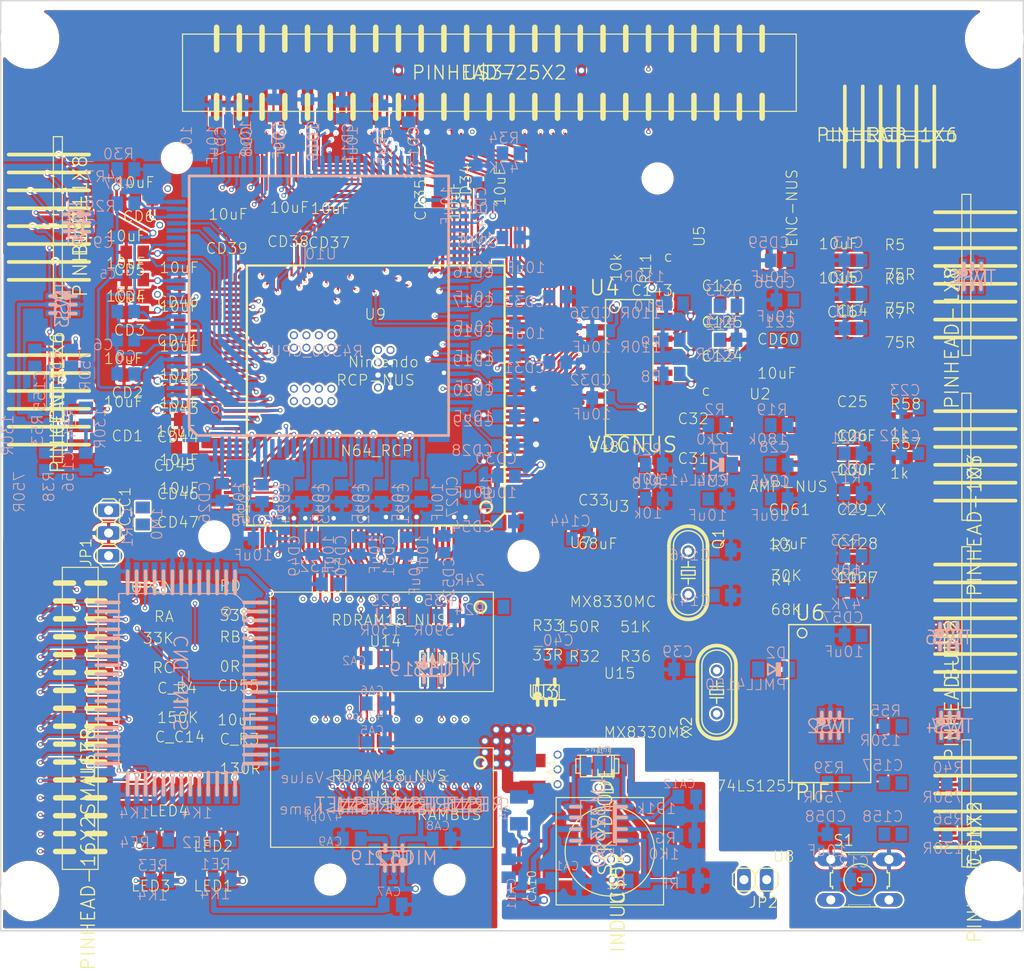
<source format=kicad_pcb>
(kicad_pcb (version 4) (host pcbnew 4.0.2+e4-6225~38~ubuntu15.10.1-stable)
  (layers (0 Top signal) (1 Route2 signal) (2 Route15 signal) (31 Bottom signal) (34 B.Paste user) (35 F.Paste user) (36 B.SilkS user) (37 F.SilkS user) (38 B.Mask user) (39 F.Mask user) (44 Edge.Cuts user))
  (net 0 "")
  (net 1 N$39)
  (net 2 SYSAD29)
  (net 3 SYSAD30)
  (net 4 SYSAD31)
  (net 5 SYSAD0)
  (net 6 SYSAD1)
  (net 7 SYSAD2)
  (net 8 SYSAD3)
  (net 9 SYSAD4)
  (net 10 SYSAD5)
  (net 11 SYSAD6)
  (net 12 SYSAD7)
  (net 13 SYSAD8)
  (net 14 SYSAD9)
  (net 15 SYSAD10)
  (net 16 SYSAD11)
  (net 17 SYSAD12)
  (net 18 SYSAD13)
  (net 19 SYSAD14)
  (net 20 SYSAD15)
  (net 21 SYSAD16)
  (net 22 SYSAD17)
  (net 23 SYSAD18)
  (net 24 SYSAD19)
  (net 25 SYSAD20)
  (net 26 SYSAD21)
  (net 27 SYSAD22)
  (net 28 SYSAD28)
  (net 29 SYSAD27)
  (net 30 SYSAD26)
  (net 31 SYSAD25)
  (net 32 SYSAD24)
  (net 33 SYSAD23)
  (net 34 SYSCMD0)
  (net 35 SYSCMD1)
  (net 36 SYSCMD2)
  (net 37 SYSCMD3)
  (net 38 SYSCMD4)
  (net 39 3V3)
  (net 40 GND)
  (net 41 DQ8)
  (net 42 DQ7)
  (net 43 DQ6)
  (net 44 DQ5)
  (net 45 DQ4)
  (net 46 DQ3)
  (net 47 DQ2)
  (net 48 DQ1)
  (net 49 DQ0)
  (net 50 N$4)
  (net 51 VTERM)
  (net 52 N$3)
  (net 53 N$5)
  (net 54 N$6)
  (net 55 N$10)
  (net 56 N$11)
  (net 57 N$12)
  (net 58 NMI)
  (net 59 /INT2)
  (net 60 N$13)
  (net 61 N$14)
  (net 62 N$17)
  (net 63 N$18)
  (net 64 N$19)
  (net 65 N$20)
  (net 66 N$21)
  (net 67 /COLDRESET)
  (net 68 N$23)
  (net 69 N$25)
  (net 70 N$26)
  (net 71 N$27)
  (net 72 N$29)
  (net 73 N$32)
  (net 74 N$33)
  (net 75 N$34)
  (net 76 N$35)
  (net 77 N$36)
  (net 78 N$37)
  (net 79 N$38)
  (net 80 N$40)
  (net 81 N$41)
  (net 82 N$42)
  (net 83 N$43)
  (net 84 N$44)
  (net 85 N$45)
  (net 86 N$31)
  (net 87 N$46)
  (net 88 N$47)
  (net 89 N$48)
  (net 90 N$49)
  (net 91 N$50)
  (net 92 N$51)
  (net 93 N$53)
  (net 94 N$54)
  (net 95 N$55)
  (net 96 N$56)
  (net 97 N$57)
  (net 98 N$58)
  (net 99 N$59)
  (net 100 N$60)
  (net 101 N$61)
  (net 102 N$62)
  (net 103 N$63)
  (net 104 N$64)
  (net 105 N$65)
  (net 106 N$66)
  (net 107 N$67)
  (net 108 N$22)
  (net 109 N$28)
  (net 110 N$68)
  (net 111 N$69)
  (net 112 N$70)
  (net 113 N$71)
  (net 114 N$72)
  (net 115 N$73)
  (net 116 N$76)
  (net 117 INT0)
  (net 118 +12V)
  (net 119 N$77)
  (net 120 N$78)
  (net 121 N$74)
  (net 122 N$75)
  (net 123 N$80)
  (net 124 N$81)
  (net 125 RAM0)
  (net 126 RAM1)
  (net 127 RAM2)
  (net 128 RAM3)
  (net 129 RAM4)
  (net 130 FSEL)
  (net 131 N$52)
  (net 132 N$82)
  (net 133 N$83)
  (net 134 N$84)
  (net 135 N$85)
  (net 136 N$86)
  (net 137 N$89)
  (net 138 N$87)
  (net 139 N$88)
  (net 140 N$93)
  (net 141 LEFT_AUDIO)
  (net 142 RIGHT_AUDIO)
  (net 143 N$90)
  (net 144 N$94)
  (net 145 N$95)
  (net 146 FROM_U15)
  (net 147 +5V)
  (net 148 N$99)
  (net 149 N$100)
  (net 150 N$101)
  (net 151 N$102)
  (net 152 N$103)
  (net 153 N$105)
  (net 154 N$106)
  (net 155 N$108)
  (net 156 N$104)
  (net 157 N$107)
  (net 158 N$109)
  (net 159 N$112)
  (net 160 N$113)
  (net 161 N$110)
  (net 162 N$114)
  (net 163 U2)
  (net 164 R58)
  (net 165 N$91)
  (net 166 C16X)
  (net 167 N$79)
  (net 168 N$124)
  (net 169 N$96)
  (net 170 N$98)
  (net 171 N$117)
  (net 172 N$118)
  (net 173 N$121)
  (net 174 N$122)
  (net 175 N$123)
  (net 176 N$125)
  (net 177 N$120)
  (net 178 N$126)
  (net 179 N$127)
  (net 180 N$128)
  (net 181 N$129)
  (net 182 N$130)
  (net 183 N$132)
  (net 184 N$133)
  (net 185 N$134)
  (net 186 N$135)
  (net 187 N$136)
  (net 188 N$137)
  (net 189 N$138)
  (net 190 N$139)
  (net 191 N$140)
  (net 192 N$141)
  (net 193 N$142)
  (net 194 N$143)
  (net 195 N$144)
  (net 196 N$145)
  (net 197 N$146)
  (net 198 N$131)
  (net 199 N$148)
  (net 200 N$149)
  (net 201 N$150)
  (net 202 N$151)
  (net 203 N$152)
  (net 204 N$153)
  (net 205 N$157)
  (net 206 N$158)
  (net 207 N$159)
  (net 208 N$160)
  (net 209 N$161)
  (net 210 N$162)
  (net 211 N$163)
  (net 212 N$164)
  (net 213 N$165)
  (net 214 C_C11)
  (net 215 N$168)
  (net 216 N$170)
  (net 217 N$97)
  (net 218 N$166)
  (net 219 N$172)
  (net 220 N$173)
  (net 221 N$174)
  (net 222 OSCOUT1)
  (net 223 OSCIN1)
  (net 224 FSO1)
  (net 225 SW)
  (net 226 ADJ)
  (net 227 N$7)
  (net 228 N$8)
  (net 229 N$9)
  (net 230 N$115)
  (net 231 N$1)
  (net 232 N$2)
  (net 233 N$116)
  (net 234 N$119)
  (net 235 U3)
  (net 236 N$16)
  (net 237 N$24)
  (net 238 N$15)
  (net 239 N$147)
  (module "" (layer Top) (at 111.0461 70.6121)
    (fp_text reference @HOLE0 hide)
    (fp_text value "" (at 0 0) (layer F.SilkS))
    (pad "" np_thru_hole circle (at 0 0) (size 3.2 3.2) (drill 3.2) (layers *.Cu))
  )
  (module "" (layer Top) (at 115.2371 112.9031)
    (fp_text reference @HOLE1 hide)
    (fp_text value "" (at 0 0) (layer F.SilkS))
    (pad "" np_thru_hole circle (at 0 0) (size 3.2 3.2) (drill 3.2) (layers *.Cu))
  )
  (module "" (layer Top) (at 149.7811 115.0621)
    (fp_text reference @HOLE2 hide)
    (fp_text value "" (at 0 0) (layer F.SilkS))
    (pad "" np_thru_hole circle (at 0 0) (size 3.2 3.2) (drill 3.2) (layers *.Cu))
  )
  (module "" (layer Top) (at 128.1911 151.2571)
    (fp_text reference @HOLE3 hide)
    (fp_text value "" (at 0 0) (layer F.SilkS))
    (pad "" np_thru_hole circle (at 0 0) (size 3.2 3.2) (drill 3.2) (layers *.Cu))
  )
  (module "" (layer Top) (at 141.5261 151.2571)
    (fp_text reference @HOLE4 hide)
    (fp_text value "" (at 0 0) (layer F.SilkS))
    (pad "" np_thru_hole circle (at 0 0) (size 3.2 3.2) (drill 3.2) (layers *.Cu))
  )
  (module "" (layer Top) (at 94.5361 57.2771)
    (fp_text reference @HOLE5 hide)
    (fp_text value "" (at 0 0) (layer F.SilkS))
    (pad "" np_thru_hole circle (at 0 0) (size 6.35 6.35) (drill 6.35) (layers *.Cu))
  )
  (module "" (layer Top) (at 202.4861 57.2771)
    (fp_text reference @HOLE6 hide)
    (fp_text value "" (at 0 0) (layer F.SilkS))
    (pad "" np_thru_hole circle (at 0 0) (size 6.35 6.35) (drill 6.35) (layers *.Cu))
  )
  (module "" (layer Top) (at 94.5361 152.5271)
    (fp_text reference @HOLE7 hide)
    (fp_text value "" (at 0 0) (layer F.SilkS))
    (pad "" np_thru_hole circle (at 0 0) (size 6.35 6.35) (drill 6.35) (layers *.Cu))
  )
  (module "" (layer Top) (at 202.4861 152.5271)
    (fp_text reference @HOLE8 hide)
    (fp_text value "" (at 0 0) (layer F.SilkS))
    (pad "" np_thru_hole circle (at 0 0) (size 6.35 6.35) (drill 6.35) (layers *.Cu))
  )
  (module "" (layer Top) (at 164.7671 72.8981)
    (fp_text reference @HOLE9 hide)
    (fp_text value "" (at 0 0) (layer F.SilkS))
    (pad "" np_thru_hole circle (at 0 0) (size 3.2 3.2) (drill 3.2) (layers *.Cu))
  )
  (module M0805 (layer Bottom) (at 146.6061 120.7771)
    (fp_text reference R24 (at -1.016 1.016) (layer B.SilkS) (effects (font (size 1.2065 1.2065) (thickness 0.1016)) (justify left bottom mirror)))
    (fp_text value 24R (at -1.016 -2.286) (layer B.SilkS) (effects (font (size 1.2065 1.2065) (thickness 0.1016)) (justify left bottom mirror)))
    (pad 1 smd rect (at -0.95 0) (size 1.3 1.6) (layers Bottom B.Paste B.Mask) (net 50 N$4))
    (pad 2 smd rect (at 0.95 0) (size 1.3 1.6) (layers Bottom B.Paste B.Mask) (net 51 VTERM))
  )
  (module M0805 (layer Bottom) (at 135.1761 121.7931 180)
    (fp_text reference R25 (at -1.016 1.016 180) (layer B.SilkS) (effects (font (size 1.2065 1.2065) (thickness 0.1016)) (justify left bottom mirror)))
    (fp_text value 130R (at -1.016 -2.286 180) (layer B.SilkS) (effects (font (size 1.2065 1.2065) (thickness 0.1016)) (justify left bottom mirror)))
    (pad 1 smd rect (at -0.95 0 180) (size 1.3 1.6) (layers Bottom B.Paste B.Mask) (net 125 RAM0))
    (pad 2 smd rect (at 0.95 0 180) (size 1.3 1.6) (layers Bottom B.Paste B.Mask) (net 51 VTERM))
  )
  (module M0805 (layer Bottom) (at 141.1451 121.7931 180)
    (fp_text reference R35 (at -1.016 1.016 180) (layer B.SilkS) (effects (font (size 1.2065 1.2065) (thickness 0.1016)) (justify left bottom mirror)))
    (fp_text value 390R (at -1.016 -2.286 180) (layer B.SilkS) (effects (font (size 1.2065 1.2065) (thickness 0.1016)) (justify left bottom mirror)))
    (pad 1 smd rect (at -0.95 0 180) (size 1.3 1.6) (layers Bottom B.Paste B.Mask) (net 40 GND))
    (pad 2 smd rect (at 0.95 0 180) (size 1.3 1.6) (layers Bottom B.Paste B.Mask) (net 125 RAM0))
  )
  (module HC49%2fS (layer Top) (at 168.1961 116.9671 270)
    (fp_text reference Q1 (at -5.08 -2.667 270) (layer F.SilkS) (effects (font (size 1.2065 1.2065) (thickness 0.127)) (justify right top)))
    (fp_text value "" (at -5.08 3.937 270) (layer F.SilkS) (effects (font (size 1.2065 1.2065) (thickness 0.127)) (justify right top)))
    (pad 1 thru_hole circle (at -2.413 0 270) (size 1.3208 1.3208) (drill 0.8128) (layers *.Cu *.Mask) (net 54 N$6))
    (pad 2 thru_hole circle (at 2.413 0 270) (size 1.3208 1.3208) (drill 0.8128) (layers *.Cu *.Mask) (net 53 N$5))
  )
  (module M0805 (layer Top) (at 157.4011 124.5871 180)
    (fp_text reference R32 (at -1.016 -1.016 180) (layer F.SilkS) (effects (font (size 1.2065 1.2065) (thickness 0.1016)) (justify right top)))
    (fp_text value 150R (at -1.016 2.286 180) (layer F.SilkS) (effects (font (size 1.2065 1.2065) (thickness 0.1016)) (justify right top)))
    (pad 1 smd rect (at -0.95 0 180) (size 1.3 1.6) (layers Top F.Paste F.Mask) (net 224 FSO1))
    (pad 2 smd rect (at 0.95 0 180) (size 1.3 1.6) (layers Top F.Paste F.Mask) (net 51 VTERM))
  )
  (module M0805 (layer Top) (at 151.6861 124.5871)
    (fp_text reference R33 (at -1.016 -1.016) (layer F.SilkS) (effects (font (size 1.2065 1.2065) (thickness 0.1016)) (justify left bottom)))
    (fp_text value 33R (at -1.016 2.286) (layer F.SilkS) (effects (font (size 1.2065 1.2065) (thickness 0.1016)) (justify left bottom)))
    (pad 1 smd rect (at -0.95 0) (size 1.3 1.6) (layers Top F.Paste F.Mask) (net 127 RAM2))
    (pad 2 smd rect (at 0.95 0) (size 1.3 1.6) (layers Top F.Paste F.Mask) (net 224 FSO1))
  )
  (module HC49%2fS (layer Top) (at 171.3711 130.3021 90)
    (fp_text reference X2 (at -5.08 -2.667 90) (layer F.SilkS) (effects (font (size 1.2065 1.2065) (thickness 0.127)) (justify left bottom)))
    (fp_text value "" (at -5.08 3.937 90) (layer F.SilkS) (effects (font (size 1.2065 1.2065) (thickness 0.127)) (justify left bottom)))
    (pad 1 thru_hole circle (at -2.413 0 90) (size 1.3208 1.3208) (drill 0.8128) (layers *.Cu *.Mask) (net 223 OSCIN1))
    (pad 2 thru_hole circle (at 2.413 0 90) (size 1.3208 1.3208) (drill 0.8128) (layers *.Cu *.Mask) (net 222 OSCOUT1))
  )
  (module SOD80C (layer Bottom) (at 177.7211 127.7621 180)
    (fp_text reference D2 (at -1.524 1.143 180) (layer B.SilkS) (effects (font (size 1.2065 1.2065) (thickness 0.1016)) (justify left bottom mirror)))
    (fp_text value PMLL4150 (at -1.524 -2.413 180) (layer B.SilkS) (effects (font (size 1.2065 1.2065) (thickness 0.1016)) (justify left bottom mirror)))
    (pad C smd rect (at -1.7 0 180) (size 1.4 1.8) (layers Bottom B.Paste B.Mask) (net 146 FROM_U15))
    (pad A smd rect (at 1.7 0 180) (size 1.4 1.8) (layers Bottom B.Paste B.Mask) (net 67 /COLDRESET))
  )
  (module M0805 (layer Bottom) (at 186.6111 118.8721 180)
    (fp_text reference R22 (at -1.016 1.016 180) (layer B.SilkS) (effects (font (size 1.2065 1.2065) (thickness 0.1016)) (justify left bottom mirror)))
    (fp_text value 47K (at -1.016 -2.286 180) (layer B.SilkS) (effects (font (size 1.2065 1.2065) (thickness 0.1016)) (justify left bottom mirror)))
    (pad 1 smd rect (at -0.95 0 180) (size 1.3 1.6) (layers Bottom B.Paste B.Mask) (net 71 N$27))
    (pad 2 smd rect (at 0.95 0 180) (size 1.3 1.6) (layers Bottom B.Paste B.Mask) (net 39 3V3))
  )
  (module C0805 (layer Bottom) (at 187.2461 151.2571 180)
    (fp_text reference C123 (at -1.27 1.27 180) (layer B.SilkS) (effects (font (size 1.2065 1.2065) (thickness 0.1016)) (justify left bottom mirror)))
    (fp_text value "" (at -1.27 -2.54 180) (layer B.SilkS) (effects (font (size 1.2065 1.2065) (thickness 0.1016)) (justify left bottom mirror)))
    (pad 1 smd rect (at -0.95 0 180) (size 1.3 1.5) (layers Bottom B.Paste B.Mask) (net 71 N$27))
    (pad 2 smd rect (at 0.95 0 180) (size 1.3 1.5) (layers Bottom B.Paste B.Mask) (net 40 GND))
  )
  (module B3F-10XX (layer Top) (at 187.3731 151.2571)
    (fp_text reference S1 (at -3.048 -3.683) (layer F.SilkS) (effects (font (size 1.2065 1.2065) (thickness 0.127)) (justify left bottom)))
    (fp_text value "" (at -3.048 5.08) (layer F.SilkS) (effects (font (size 1.2065 1.2065) (thickness 0.127)) (justify left bottom)))
    (pad 1 thru_hole oval (at -3.2512 -2.2606) (size 3.048 1.524) (drill 1.016) (layers *.Cu *.Mask) (net 40 GND))
    (pad 3 thru_hole oval (at -3.2512 2.2606) (size 3.048 1.524) (drill 1.016) (layers *.Cu *.Mask) (net 71 N$27))
    (pad 2 thru_hole oval (at 3.2512 -2.2606) (size 3.048 1.524) (drill 1.016) (layers *.Cu *.Mask) (net 40 GND))
    (pad 4 thru_hole oval (at 3.2512 2.2606) (size 3.048 1.524) (drill 1.016) (layers *.Cu *.Mask) (net 71 N$27))
  )
  (module M0805 (layer Top) (at 178.3561 115.6971)
    (fp_text reference R3 (at -1.016 -1.016) (layer F.SilkS) (effects (font (size 1.2065 1.2065) (thickness 0.1016)) (justify left bottom)))
    (fp_text value 30K (at -1.016 2.286) (layer F.SilkS) (effects (font (size 1.2065 1.2065) (thickness 0.1016)) (justify left bottom)))
    (pad 1 smd rect (at -0.95 0) (size 1.3 1.6) (layers Top F.Paste F.Mask) (net 107 N$67))
    (pad 2 smd rect (at 0.95 0) (size 1.3 1.6) (layers Top F.Paste F.Mask) (net 39 3V3))
  )
  (module M0805 (layer Top) (at 163.1161 124.5871 180)
    (fp_text reference R36 (at -1.016 -1.016 180) (layer F.SilkS) (effects (font (size 1.2065 1.2065) (thickness 0.1016)) (justify right top)))
    (fp_text value 51K (at -1.016 2.286 180) (layer F.SilkS) (effects (font (size 1.2065 1.2065) (thickness 0.1016)) (justify right top)))
    (pad 1 smd rect (at -0.95 0 180) (size 1.3 1.6) (layers Top F.Paste F.Mask) (net 130 FSEL))
    (pad 2 smd rect (at 0.95 0 180) (size 1.3 1.6) (layers Top F.Paste F.Mask) (net 146 FROM_U15))
  )
  (module C0805 (layer Bottom) (at 156.1311 113.1571 180)
    (fp_text reference C144 (at -1.27 1.27 180) (layer B.SilkS) (effects (font (size 1.2065 1.2065) (thickness 0.1016)) (justify left bottom mirror)))
    (fp_text value "" (at -1.27 -2.54 180) (layer B.SilkS) (effects (font (size 1.2065 1.2065) (thickness 0.1016)) (justify left bottom mirror)))
    (pad 1 smd rect (at -0.95 0 180) (size 1.3 1.5) (layers Bottom B.Paste B.Mask) (net 40 GND))
    (pad 2 smd rect (at 0.95 0 180) (size 1.3 1.5) (layers Bottom B.Paste B.Mask) (net 130 FSEL))
  )
  (module C0805 (layer Bottom) (at 154.2261 126.4921 180)
    (fp_text reference C40_ (at -1.27 1.27 180) (layer B.SilkS) (effects (font (size 1.2065 1.2065) (thickness 0.1016)) (justify left bottom mirror)))
    (fp_text value "" (at -1.27 -2.54 180) (layer B.SilkS) (effects (font (size 1.2065 1.2065) (thickness 0.1016)) (justify left bottom mirror)))
    (pad 1 smd rect (at -0.95 0 180) (size 1.3 1.5) (layers Bottom B.Paste B.Mask) (net 222 OSCOUT1))
    (pad 2 smd rect (at 0.95 0 180) (size 1.3 1.5) (layers Bottom B.Paste B.Mask) (net 40 GND))
  )
  (module C0805 (layer Bottom) (at 167.5611 127.7621 180)
    (fp_text reference C39 (at -1.27 1.27 180) (layer B.SilkS) (effects (font (size 1.2065 1.2065) (thickness 0.1016)) (justify left bottom mirror)))
    (fp_text value "" (at -1.27 -2.54 180) (layer B.SilkS) (effects (font (size 1.2065 1.2065) (thickness 0.1016)) (justify left bottom mirror)))
    (pad 1 smd rect (at -0.95 0 180) (size 1.3 1.5) (layers Bottom B.Paste B.Mask) (net 223 OSCIN1))
    (pad 2 smd rect (at 0.95 0 180) (size 1.3 1.5) (layers Bottom B.Paste B.Mask) (net 40 GND))
  )
  (module C0805 (layer Bottom) (at 172.0061 114.4271)
    (fp_text reference C146 (at -1.27 1.27) (layer B.SilkS) (effects (font (size 1.2065 1.2065) (thickness 0.1016)) (justify left bottom mirror)))
    (fp_text value "" (at -1.27 -2.54) (layer B.SilkS) (effects (font (size 1.2065 1.2065) (thickness 0.1016)) (justify left bottom mirror)))
    (pad 1 smd rect (at -0.95 0) (size 1.3 1.5) (layers Bottom B.Paste B.Mask) (net 54 N$6))
    (pad 2 smd rect (at 0.95 0) (size 1.3 1.5) (layers Bottom B.Paste B.Mask) (net 40 GND))
  )
  (module C0805 (layer Bottom) (at 172.0061 119.5071)
    (fp_text reference C147 (at -1.27 1.27) (layer B.SilkS) (effects (font (size 1.2065 1.2065) (thickness 0.1016)) (justify left bottom mirror)))
    (fp_text value "" (at -1.27 -2.54) (layer B.SilkS) (effects (font (size 1.2065 1.2065) (thickness 0.1016)) (justify left bottom mirror)))
    (pad 1 smd rect (at -0.95 0) (size 1.3 1.5) (layers Bottom B.Paste B.Mask) (net 53 N$5))
    (pad 2 smd rect (at 0.95 0) (size 1.3 1.5) (layers Bottom B.Paste B.Mask) (net 40 GND))
  )
  (module C0805 (layer Top) (at 185.9761 119.5071)
    (fp_text reference C127 (at -1.27 -1.27) (layer F.SilkS) (effects (font (size 1.2065 1.2065) (thickness 0.1016)) (justify left bottom)))
    (fp_text value "" (at -1.27 2.54) (layer F.SilkS) (effects (font (size 1.2065 1.2065) (thickness 0.1016)) (justify left bottom)))
    (pad 1 smd rect (at -0.95 0) (size 1.3 1.5) (layers Top F.Paste F.Mask) (net 40 GND))
    (pad 2 smd rect (at 0.95 0) (size 1.3 1.5) (layers Top F.Paste F.Mask) (net 106 N$66))
  )
  (module M0805 (layer Top) (at 178.3561 119.5071)
    (fp_text reference R4 (at -1.016 -1.016) (layer F.SilkS) (effects (font (size 1.2065 1.2065) (thickness 0.1016)) (justify left bottom)))
    (fp_text value 68K (at -1.016 2.286) (layer F.SilkS) (effects (font (size 1.2065 1.2065) (thickness 0.1016)) (justify left bottom)))
    (pad 1 smd rect (at -0.95 0) (size 1.3 1.6) (layers Top F.Paste F.Mask) (net 106 N$66))
    (pad 2 smd rect (at 0.95 0) (size 1.3 1.6) (layers Top F.Paste F.Mask) (net 39 3V3))
  )
  (module M0805 (layer Top) (at 109.7761 120.1421 180)
    (fp_text reference RA (at -1.016 -1.016 180) (layer F.SilkS) (effects (font (size 1.2065 1.2065) (thickness 0.1016)) (justify right top)))
    (fp_text value OPEN (at -1.016 2.286 180) (layer F.SilkS) (effects (font (size 1.2065 1.2065) (thickness 0.1016)) (justify right top)))
    (pad 1 smd rect (at -0.95 0 180) (size 1.3 1.6) (layers Top F.Paste F.Mask) (net 40 GND))
    (pad 2 smd rect (at 0.95 0 180) (size 1.3 1.6) (layers Top F.Paste F.Mask) (net 73 N$32))
  )
  (module M0805 (layer Top) (at 116.7611 125.8571)
    (fp_text reference RB (at -1.016 -1.016) (layer F.SilkS) (effects (font (size 1.2065 1.2065) (thickness 0.1016)) (justify left bottom)))
    (fp_text value 0R (at -1.016 2.286) (layer F.SilkS) (effects (font (size 1.2065 1.2065) (thickness 0.1016)) (justify left bottom)))
    (pad 1 smd rect (at -0.95 0) (size 1.3 1.6) (layers Top F.Paste F.Mask) (net 40 GND))
    (pad 2 smd rect (at 0.95 0) (size 1.3 1.6) (layers Top F.Paste F.Mask) (net 72 N$29))
  )
  (module M0805 (layer Top) (at 116.7611 120.1421)
    (fp_text reference RD (at -1.016 -1.016) (layer F.SilkS) (effects (font (size 1.2065 1.2065) (thickness 0.1016)) (justify left bottom)))
    (fp_text value 33K (at -1.016 2.286) (layer F.SilkS) (effects (font (size 1.2065 1.2065) (thickness 0.1016)) (justify left bottom)))
    (pad 1 smd rect (at -0.95 0) (size 1.3 1.6) (layers Top F.Paste F.Mask) (net 73 N$32))
    (pad 2 smd rect (at 0.95 0) (size 1.3 1.6) (layers Top F.Paste F.Mask) (net 39 3V3))
  )
  (module M0805 (layer Top) (at 109.7761 125.8571 180)
    (fp_text reference RC (at -1.016 -1.016 180) (layer F.SilkS) (effects (font (size 1.2065 1.2065) (thickness 0.1016)) (justify right top)))
    (fp_text value 33K (at -1.016 2.286 180) (layer F.SilkS) (effects (font (size 1.2065 1.2065) (thickness 0.1016)) (justify right top)))
    (pad 1 smd rect (at -0.95 0 180) (size 1.3 1.6) (layers Top F.Paste F.Mask) (net 72 N$29))
    (pad 2 smd rect (at 0.95 0 180) (size 1.3 1.6) (layers Top F.Paste F.Mask) (net 39 3V3))
  )
  (module M0805 (layer Bottom) (at 105.3311 75.6921)
    (fp_text reference R29 (at -1.016 1.016) (layer B.SilkS) (effects (font (size 1.2065 1.2065) (thickness 0.1016)) (justify left bottom mirror)))
    (fp_text value 4R7 (at -1.016 -2.286) (layer B.SilkS) (effects (font (size 1.2065 1.2065) (thickness 0.1016)) (justify left bottom mirror)))
    (pad 1 smd rect (at -0.95 0) (size 1.3 1.6) (layers Bottom B.Paste B.Mask) (net 97 N$57))
    (pad 2 smd rect (at 0.95 0) (size 1.3 1.6) (layers Bottom B.Paste B.Mask) (net 39 3V3))
  )
  (module M0805 (layer Bottom) (at 105.3311 71.8821 180)
    (fp_text reference R30 (at -1.016 1.016 180) (layer B.SilkS) (effects (font (size 1.2065 1.2065) (thickness 0.1016)) (justify left bottom mirror)))
    (fp_text value 4R7 (at -1.016 -2.286 180) (layer B.SilkS) (effects (font (size 1.2065 1.2065) (thickness 0.1016)) (justify left bottom mirror)))
    (pad 1 smd rect (at -0.95 0 180) (size 1.3 1.6) (layers Bottom B.Paste B.Mask) (net 40 GND))
    (pad 2 smd rect (at 0.95 0 180) (size 1.3 1.6) (layers Bottom B.Paste B.Mask) (net 98 N$58))
  )
  (module C0805 (layer Bottom) (at 105.3311 90.9321)
    (fp_text reference C6 (at -1.27 1.27) (layer B.SilkS) (effects (font (size 1.2065 1.2065) (thickness 0.1016)) (justify left bottom mirror)))
    (fp_text value "" (at -1.27 -2.54) (layer B.SilkS) (effects (font (size 1.2065 1.2065) (thickness 0.1016)) (justify left bottom mirror)))
    (pad 1 smd rect (at -0.95 0) (size 1.3 1.5) (layers Bottom B.Paste B.Mask) (net 98 N$58))
    (pad 2 smd rect (at 0.95 0) (size 1.3 1.5) (layers Bottom B.Paste B.Mask) (net 99 N$59))
  )
  (module C0805 (layer Bottom) (at 105.3311 87.7571 180)
    (fp_text reference C7 (at -1.27 1.27 180) (layer B.SilkS) (effects (font (size 1.2065 1.2065) (thickness 0.1016)) (justify left bottom mirror)))
    (fp_text value "" (at -1.27 -2.54 180) (layer B.SilkS) (effects (font (size 1.2065 1.2065) (thickness 0.1016)) (justify left bottom mirror)))
    (pad 1 smd rect (at -0.95 0 180) (size 1.3 1.5) (layers Bottom B.Paste B.Mask) (net 98 N$58))
    (pad 2 smd rect (at 0.95 0 180) (size 1.3 1.5) (layers Bottom B.Paste B.Mask) (net 100 N$60))
  )
  (module C0805 (layer Bottom) (at 105.3311 94.7421 180)
    (fp_text reference C8 (at -1.27 1.27 180) (layer B.SilkS) (effects (font (size 1.2065 1.2065) (thickness 0.1016)) (justify left bottom mirror)))
    (fp_text value "" (at -1.27 -2.54 180) (layer B.SilkS) (effects (font (size 1.2065 1.2065) (thickness 0.1016)) (justify left bottom mirror)))
    (pad 1 smd rect (at -0.95 0 180) (size 1.3 1.5) (layers Bottom B.Paste B.Mask) (net 97 N$57))
    (pad 2 smd rect (at 0.95 0 180) (size 1.3 1.5) (layers Bottom B.Paste B.Mask) (net 98 N$58))
  )
  (module C0805K (layer Bottom) (at 105.3311 83.3121)
    (fp_text reference C5 (at -1 0.875) (layer B.SilkS) (effects (font (size 0.9652 0.9652) (thickness 0.08128)) (justify left bottom mirror)))
    (fp_text value "" (at -1 -1.9) (layer B.SilkS) (effects (font (size 0.9652 0.9652) (thickness 0.08128)) (justify left bottom mirror)))
    (pad 1 smd rect (at -1 0) (size 1.3 1.6) (layers Bottom B.Paste B.Mask) (net 97 N$57))
    (pad 2 smd rect (at 1 0) (size 1.3 1.6) (layers Bottom B.Paste B.Mask) (net 98 N$58))
  )
  (module C0805 (layer Bottom) (at 105.3311 79.5021)
    (fp_text reference C9 (at -1.27 1.27) (layer B.SilkS) (effects (font (size 1.2065 1.2065) (thickness 0.1016)) (justify left bottom mirror)))
    (fp_text value "" (at -1.27 -2.54) (layer B.SilkS) (effects (font (size 1.2065 1.2065) (thickness 0.1016)) (justify left bottom mirror)))
    (pad 1 smd rect (at -0.95 0) (size 1.3 1.5) (layers Bottom B.Paste B.Mask) (net 97 N$57))
    (pad 2 smd rect (at 0.95 0) (size 1.3 1.5) (layers Bottom B.Paste B.Mask) (net 98 N$58))
  )
  (module C%2f6032-28R (layer Top) (at 158.7981 111.3791)
    (fp_text reference C33 (at -3 -1.825) (layer F.SilkS) (effects (font (size 1.2065 1.2065) (thickness 0.1016)) (justify left bottom)))
    (fp_text value 68uF (at -3 3.05) (layer F.SilkS) (effects (font (size 1.2065 1.2065) (thickness 0.1016)) (justify left bottom)))
    (pad + smd rect (at 2.525 0) (size 2.55 2.5) (layers Top F.Paste F.Mask) (net 105 N$65))
    (pad - smd rect (at -2.525 0) (size 2.55 2.5) (layers Top F.Paste F.Mask) (net 40 GND))
  )
  (module M0805 (layer Bottom) (at 164.3861 104.9021 180)
    (fp_text reference R20 (at -1.016 1.016 180) (layer B.SilkS) (effects (font (size 1.2065 1.2065) (thickness 0.1016)) (justify left bottom mirror)))
    (fp_text value 10k (at -1.016 -2.286 180) (layer B.SilkS) (effects (font (size 1.2065 1.2065) (thickness 0.1016)) (justify left bottom mirror)))
    (pad 1 smd rect (at -0.95 0 180) (size 1.3 1.6) (layers Bottom B.Paste B.Mask) (net 40 GND))
    (pad 2 smd rect (at 0.95 0 180) (size 1.3 1.6) (layers Bottom B.Paste B.Mask) (net 119 N$77))
  )
  (module M0805 (layer Bottom) (at 164.3861 108.7121 180)
    (fp_text reference R18 (at -1.016 1.016 180) (layer B.SilkS) (effects (font (size 1.2065 1.2065) (thickness 0.1016)) (justify left bottom mirror)))
    (fp_text value 10k (at -1.016 -2.286 180) (layer B.SilkS) (effects (font (size 1.2065 1.2065) (thickness 0.1016)) (justify left bottom mirror)))
    (pad 1 smd rect (at -0.95 0 180) (size 1.3 1.6) (layers Bottom B.Paste B.Mask) (net 40 GND))
    (pad 2 smd rect (at 0.95 0 180) (size 1.3 1.6) (layers Bottom B.Paste B.Mask) (net 120 N$78))
  )
  (module C0805 (layer Top) (at 168.1961 101.7271)
    (fp_text reference C32 (at -1.27 -1.27) (layer F.SilkS) (effects (font (size 1.2065 1.2065) (thickness 0.1016)) (justify left bottom)))
    (fp_text value "" (at -1.27 2.54) (layer F.SilkS) (effects (font (size 1.2065 1.2065) (thickness 0.1016)) (justify left bottom)))
    (pad 1 smd rect (at -0.95 0) (size 1.3 1.5) (layers Top F.Paste F.Mask) (net 119 N$77))
    (pad 2 smd rect (at 0.95 0) (size 1.3 1.5) (layers Top F.Paste F.Mask) (net 133 N$83))
  )
  (module C0805 (layer Top) (at 168.1961 106.1721)
    (fp_text reference C31 (at -1.27 -1.27) (layer F.SilkS) (effects (font (size 1.2065 1.2065) (thickness 0.1016)) (justify left bottom)))
    (fp_text value "" (at -1.27 2.54) (layer F.SilkS) (effects (font (size 1.2065 1.2065) (thickness 0.1016)) (justify left bottom)))
    (pad 1 smd rect (at -0.95 0) (size 1.3 1.5) (layers Top F.Paste F.Mask) (net 120 N$78))
    (pad 2 smd rect (at 0.95 0) (size 1.3 1.5) (layers Top F.Paste F.Mask) (net 134 N$84))
  )
  (module C0805 (layer Top) (at 165.2751 83.4391 180)
    (fp_text reference C143 (at -1.27 -1.27 180) (layer F.SilkS) (effects (font (size 1.2065 1.2065) (thickness 0.1016)) (justify right top)))
    (fp_text value c (at -1.27 2.54 180) (layer F.SilkS) (effects (font (size 1.2065 1.2065) (thickness 0.1016)) (justify right top)))
    (pad 1 smd rect (at -0.95 0 180) (size 1.3 1.5) (layers Top F.Paste F.Mask) (net 167 N$79))
    (pad 2 smd rect (at 0.95 0 180) (size 1.3 1.5) (layers Top F.Paste F.Mask) (net 39 3V3))
  )
  (module M0805 (layer Top) (at 161.7191 82.1691 270)
    (fp_text reference R11 (at -1.016 -1.016 270) (layer F.SilkS) (effects (font (size 1.2065 1.2065) (thickness 0.1016)) (justify right top)))
    (fp_text value 10k (at -1.016 2.286 270) (layer F.SilkS) (effects (font (size 1.2065 1.2065) (thickness 0.1016)) (justify right top)))
    (pad 1 smd rect (at -0.95 0 270) (size 1.3 1.6) (layers Top F.Paste F.Mask) (net 40 GND))
    (pad 2 smd rect (at 0.95 0 270) (size 1.3 1.6) (layers Top F.Paste F.Mask) (net 121 N$74))
  )
  (module M0805 (layer Bottom) (at 166.2911 90.9321)
    (fp_text reference R9 (at -1.016 1.016) (layer B.SilkS) (effects (font (size 1.2065 1.2065) (thickness 0.1016)) (justify left bottom mirror)))
    (fp_text value 110R (at -1.016 -2.286) (layer B.SilkS) (effects (font (size 1.2065 1.2065) (thickness 0.1016)) (justify left bottom mirror)))
    (pad 1 smd rect (at -0.95 0) (size 1.3 1.6) (layers Bottom B.Paste B.Mask) (net 40 GND))
    (pad 2 smd rect (at 0.95 0) (size 1.3 1.6) (layers Bottom B.Paste B.Mask) (net 123 N$80))
  )
  (module M0805 (layer Bottom) (at 166.2911 94.7421)
    (fp_text reference R8 (at -1.016 1.016) (layer B.SilkS) (effects (font (size 1.2065 1.2065) (thickness 0.1016)) (justify left bottom mirror)))
    (fp_text value 110R (at -1.016 -2.286) (layer B.SilkS) (effects (font (size 1.2065 1.2065) (thickness 0.1016)) (justify left bottom mirror)))
    (pad 1 smd rect (at -0.95 0) (size 1.3 1.6) (layers Bottom B.Paste B.Mask) (net 40 GND))
    (pad 2 smd rect (at 0.95 0) (size 1.3 1.6) (layers Bottom B.Paste B.Mask) (net 124 N$81))
  )
  (module M0805 (layer Bottom) (at 166.6721 86.8681)
    (fp_text reference R10 (at -1.016 1.016) (layer B.SilkS) (effects (font (size 1.2065 1.2065) (thickness 0.1016)) (justify left bottom mirror)))
    (fp_text value 110R (at -1.016 -2.286) (layer B.SilkS) (effects (font (size 1.2065 1.2065) (thickness 0.1016)) (justify left bottom mirror)))
    (pad 1 smd rect (at -0.95 0) (size 1.3 1.6) (layers Bottom B.Paste B.Mask) (net 40 GND))
    (pad 2 smd rect (at 0.95 0) (size 1.3 1.6) (layers Bottom B.Paste B.Mask) (net 122 N$75))
  )
  (module C0805 (layer Top) (at 170.8631 86.8681)
    (fp_text reference C126 (at -1.27 -1.27) (layer F.SilkS) (effects (font (size 1.2065 1.2065) (thickness 0.1016)) (justify left bottom)))
    (fp_text value c (at -1.27 2.54) (layer F.SilkS) (effects (font (size 1.2065 1.2065) (thickness 0.1016)) (justify left bottom)))
    (pad 1 smd rect (at -0.95 0) (size 1.3 1.5) (layers Top F.Paste F.Mask) (net 122 N$75))
    (pad 2 smd rect (at 0.95 0) (size 1.3 1.5) (layers Top F.Paste F.Mask) (net 152 N$103))
  )
  (module C0805 (layer Top) (at 170.8631 90.9321)
    (fp_text reference C125 (at -1.27 -1.27) (layer F.SilkS) (effects (font (size 1.2065 1.2065) (thickness 0.1016)) (justify left bottom)))
    (fp_text value c (at -1.27 2.54) (layer F.SilkS) (effects (font (size 1.2065 1.2065) (thickness 0.1016)) (justify left bottom)))
    (pad 1 smd rect (at -0.95 0) (size 1.3 1.5) (layers Top F.Paste F.Mask) (net 123 N$80))
    (pad 2 smd rect (at 0.95 0) (size 1.3 1.5) (layers Top F.Paste F.Mask) (net 151 N$102))
  )
  (module C0805 (layer Top) (at 170.8631 94.7421)
    (fp_text reference C124 (at -1.27 -1.27) (layer F.SilkS) (effects (font (size 1.2065 1.2065) (thickness 0.1016)) (justify left bottom)))
    (fp_text value c (at -1.27 2.54) (layer F.SilkS) (effects (font (size 1.2065 1.2065) (thickness 0.1016)) (justify left bottom)))
    (pad 1 smd rect (at -0.95 0) (size 1.3 1.5) (layers Top F.Paste F.Mask) (net 124 N$81))
    (pad 2 smd rect (at 0.95 0) (size 1.3 1.5) (layers Top F.Paste F.Mask) (net 150 N$101))
  )
  (module M0805 (layer Bottom) (at 186.6111 115.0621 180)
    (fp_text reference R23 (at -1.016 1.016 180) (layer B.SilkS) (effects (font (size 1.2065 1.2065) (thickness 0.1016)) (justify left bottom mirror)))
    (fp_text value 10k (at -1.016 -2.286 180) (layer B.SilkS) (effects (font (size 1.2065 1.2065) (thickness 0.1016)) (justify left bottom mirror)))
    (pad 1 smd rect (at -0.95 0 180) (size 1.3 1.6) (layers Bottom B.Paste B.Mask) (net 39 3V3))
    (pad 2 smd rect (at 0.95 0 180) (size 1.3 1.6) (layers Bottom B.Paste B.Mask) (net 96 N$56))
  )
  (module C0805 (layer Bottom) (at 95.1711 92.9641 90)
    (fp_text reference C155 (at -1.27 1.27 90) (layer B.SilkS) (effects (font (size 1.2065 1.2065) (thickness 0.1016)) (justify left bottom mirror)))
    (fp_text value "" (at -1.27 -2.54 90) (layer B.SilkS) (effects (font (size 1.2065 1.2065) (thickness 0.1016)) (justify left bottom mirror)))
    (pad 1 smd rect (at -0.95 0 90) (size 1.3 1.5) (layers Bottom B.Paste B.Mask) (net 232 N$2))
    (pad 2 smd rect (at 0.95 0 90) (size 1.3 1.5) (layers Bottom B.Paste B.Mask) (net 39 3V3))
  )
  (module M0805 (layer Bottom) (at 99.2351 92.9641 270)
    (fp_text reference R37 (at -1.016 1.016 270) (layer B.SilkS) (effects (font (size 1.2065 1.2065) (thickness 0.1016)) (justify left bottom mirror)))
    (fp_text value 750R (at -1.016 -2.286 270) (layer B.SilkS) (effects (font (size 1.2065 1.2065) (thickness 0.1016)) (justify left bottom mirror)))
    (pad 1 smd rect (at -0.95 0 270) (size 1.3 1.6) (layers Bottom B.Paste B.Mask) (net 39 3V3))
    (pad 2 smd rect (at 0.95 0 270) (size 1.3 1.6) (layers Bottom B.Paste B.Mask) (net 61 N$14))
  )
  (module M0805 (layer Bottom) (at 96.4411 104.5211 90)
    (fp_text reference R38 (at -1.016 1.016 90) (layer B.SilkS) (effects (font (size 1.2065 1.2065) (thickness 0.1016)) (justify left bottom mirror)))
    (fp_text value 750R (at -1.016 -2.286 90) (layer B.SilkS) (effects (font (size 1.2065 1.2065) (thickness 0.1016)) (justify left bottom mirror)))
    (pad 1 smd rect (at -0.95 0 90) (size 1.3 1.6) (layers Bottom B.Paste B.Mask) (net 39 3V3))
    (pad 2 smd rect (at 0.95 0 90) (size 1.3 1.6) (layers Bottom B.Paste B.Mask) (net 62 N$17))
  )
  (module C0805 (layer Bottom) (at 100.8861 104.5211 270)
    (fp_text reference C156 (at -1.27 1.27 270) (layer B.SilkS) (effects (font (size 1.2065 1.2065) (thickness 0.1016)) (justify left bottom mirror)))
    (fp_text value "" (at -1.27 -2.54 270) (layer B.SilkS) (effects (font (size 1.2065 1.2065) (thickness 0.1016)) (justify left bottom mirror)))
    (pad 1 smd rect (at -0.95 0 270) (size 1.3 1.5) (layers Bottom B.Paste B.Mask) (net 231 N$1))
    (pad 2 smd rect (at 0.95 0 270) (size 1.3 1.5) (layers Bottom B.Paste B.Mask) (net 39 3V3))
  )
  (module C0805 (layer Bottom) (at 191.0561 140.4621 180)
    (fp_text reference C157 (at -1.27 1.27 180) (layer B.SilkS) (effects (font (size 1.2065 1.2065) (thickness 0.1016)) (justify left bottom mirror)))
    (fp_text value "" (at -1.27 -2.54 180) (layer B.SilkS) (effects (font (size 1.2065 1.2065) (thickness 0.1016)) (justify left bottom mirror)))
    (pad 1 smd rect (at -0.95 0 180) (size 1.3 1.5) (layers Bottom B.Paste B.Mask) (net 131 N$52))
    (pad 2 smd rect (at 0.95 0 180) (size 1.3 1.5) (layers Bottom B.Paste B.Mask) (net 39 3V3))
  )
  (module M0805 (layer Bottom) (at 184.7061 140.4621 180)
    (fp_text reference R39 (at -1.016 1.016 180) (layer B.SilkS) (effects (font (size 1.2065 1.2065) (thickness 0.1016)) (justify left bottom mirror)))
    (fp_text value 750R (at -1.016 -2.286 180) (layer B.SilkS) (effects (font (size 1.2065 1.2065) (thickness 0.1016)) (justify left bottom mirror)))
    (pad 1 smd rect (at -0.95 0 180) (size 1.3 1.6) (layers Bottom B.Paste B.Mask) (net 39 3V3))
    (pad 2 smd rect (at 0.95 0 180) (size 1.3 1.6) (layers Bottom B.Paste B.Mask) (net 64 N$19))
  )
  (module M0805 (layer Bottom) (at 198.0411 140.4621 180)
    (fp_text reference R40 (at -1.016 1.016 180) (layer B.SilkS) (effects (font (size 1.2065 1.2065) (thickness 0.1016)) (justify left bottom mirror)))
    (fp_text value 750R (at -1.016 -2.286 180) (layer B.SilkS) (effects (font (size 1.2065 1.2065) (thickness 0.1016)) (justify left bottom mirror)))
    (pad 1 smd rect (at -0.95 0 180) (size 1.3 1.6) (layers Bottom B.Paste B.Mask) (net 39 3V3))
    (pad 2 smd rect (at 0.95 0 180) (size 1.3 1.6) (layers Bottom B.Paste B.Mask) (net 66 N$21))
  )
  (module C0805 (layer Bottom) (at 191.0561 146.1771 180)
    (fp_text reference C158 (at -1.27 1.27 180) (layer B.SilkS) (effects (font (size 1.2065 1.2065) (thickness 0.1016)) (justify left bottom mirror)))
    (fp_text value "" (at -1.27 -2.54 180) (layer B.SilkS) (effects (font (size 1.2065 1.2065) (thickness 0.1016)) (justify left bottom mirror)))
    (pad 1 smd rect (at -0.95 0 180) (size 1.3 1.5) (layers Bottom B.Paste B.Mask) (net 132 N$82))
    (pad 2 smd rect (at 0.95 0 180) (size 1.3 1.5) (layers Bottom B.Paste B.Mask) (net 39 3V3))
  )
  (module M0805 (layer Bottom) (at 178.3561 100.4571 180)
    (fp_text reference R19 (at -1.016 1.016 180) (layer B.SilkS) (effects (font (size 1.2065 1.2065) (thickness 0.1016)) (justify left bottom mirror)))
    (fp_text value 180k (at -1.016 -2.286 180) (layer B.SilkS) (effects (font (size 1.2065 1.2065) (thickness 0.1016)) (justify left bottom mirror)))
    (pad 1 smd rect (at -0.95 0 180) (size 1.3 1.6) (layers Bottom B.Paste B.Mask) (net 146 FROM_U15))
    (pad 2 smd rect (at 0.95 0 180) (size 1.3 1.6) (layers Bottom B.Paste B.Mask) (net 137 N$89))
  )
  (module M0805 (layer Bottom) (at 171.3711 100.4571 180)
    (fp_text reference R2 (at -1.016 1.016 180) (layer B.SilkS) (effects (font (size 1.2065 1.2065) (thickness 0.1016)) (justify left bottom mirror)))
    (fp_text value 2k0 (at -1.016 -2.286 180) (layer B.SilkS) (effects (font (size 1.2065 1.2065) (thickness 0.1016)) (justify left bottom mirror)))
    (pad 1 smd rect (at -0.95 0 180) (size 1.3 1.6) (layers Bottom B.Paste B.Mask) (net 146 FROM_U15))
    (pad 2 smd rect (at 0.95 0 180) (size 1.3 1.6) (layers Bottom B.Paste B.Mask) (net 39 3V3))
  )
  (module C0805 (layer Top) (at 185.9761 111.8871)
    (fp_text reference C29_X (at -1.27 -1.27) (layer F.SilkS) (effects (font (size 1.2065 1.2065) (thickness 0.1016)) (justify left bottom)))
    (fp_text value "" (at -1.27 2.54) (layer F.SilkS) (effects (font (size 1.2065 1.2065) (thickness 0.1016)) (justify left bottom)))
    (pad 1 smd rect (at -0.95 0) (size 1.3 1.5) (layers Top F.Paste F.Mask) (net 142 RIGHT_AUDIO))
    (pad 2 smd rect (at 0.95 0) (size 1.3 1.5) (layers Top F.Paste F.Mask) (net 138 N$87))
  )
  (module C0805 (layer Top) (at 185.9761 107.4421)
    (fp_text reference C30 (at -1.27 -1.27) (layer F.SilkS) (effects (font (size 1.2065 1.2065) (thickness 0.1016)) (justify left bottom)))
    (fp_text value "" (at -1.27 2.54) (layer F.SilkS) (effects (font (size 1.2065 1.2065) (thickness 0.1016)) (justify left bottom)))
    (pad 1 smd rect (at -0.95 0) (size 1.3 1.5) (layers Top F.Paste F.Mask) (net 141 LEFT_AUDIO))
    (pad 2 smd rect (at 0.95 0) (size 1.3 1.5) (layers Top F.Paste F.Mask) (net 139 N$88))
  )
  (module M0805 (layer Bottom) (at 186.6111 103.6321 180)
    (fp_text reference R21 (at -1.016 1.016 180) (layer B.SilkS) (effects (font (size 1.2065 1.2065) (thickness 0.1016)) (justify left bottom mirror)))
    (fp_text value 1k (at -1.016 -2.286 180) (layer B.SilkS) (effects (font (size 1.2065 1.2065) (thickness 0.1016)) (justify left bottom mirror)))
    (pad 1 smd rect (at -0.95 0 180) (size 1.3 1.6) (layers Bottom B.Paste B.Mask) (net 40 GND))
    (pad 2 smd rect (at 0.95 0 180) (size 1.3 1.6) (layers Bottom B.Paste B.Mask) (net 141 LEFT_AUDIO))
  )
  (module M0805 (layer Bottom) (at 186.6111 108.0771 180)
    (fp_text reference R17 (at -1.016 1.016 180) (layer B.SilkS) (effects (font (size 1.2065 1.2065) (thickness 0.1016)) (justify left bottom mirror)))
    (fp_text value 1K (at -1.016 -2.286 180) (layer B.SilkS) (effects (font (size 1.2065 1.2065) (thickness 0.1016)) (justify left bottom mirror)))
    (pad 1 smd rect (at -0.95 0 180) (size 1.3 1.6) (layers Bottom B.Paste B.Mask) (net 40 GND))
    (pad 2 smd rect (at 0.95 0 180) (size 1.3 1.6) (layers Bottom B.Paste B.Mask) (net 142 RIGHT_AUDIO))
  )
  (module M0805 (layer Top) (at 191.6911 99.8221)
    (fp_text reference R58 (at -1.016 -1.016) (layer F.SilkS) (effects (font (size 1.2065 1.2065) (thickness 0.1016)) (justify left bottom)))
    (fp_text value 1k (at -1.016 2.286) (layer F.SilkS) (effects (font (size 1.2065 1.2065) (thickness 0.1016)) (justify left bottom)))
    (pad 1 smd rect (at -0.95 0) (size 1.3 1.6) (layers Top F.Paste F.Mask) (net 164 R58))
    (pad 2 smd rect (at 0.95 0) (size 1.3 1.6) (layers Top F.Paste F.Mask) (net 143 N$90))
  )
  (module C0805 (layer Bottom) (at 192.9611 98.5521 180)
    (fp_text reference C23 (at -1.27 1.27 180) (layer B.SilkS) (effects (font (size 1.2065 1.2065) (thickness 0.1016)) (justify left bottom mirror)))
    (fp_text value "" (at -1.27 -2.54 180) (layer B.SilkS) (effects (font (size 1.2065 1.2065) (thickness 0.1016)) (justify left bottom mirror)))
    (pad 1 smd rect (at -0.95 0 180) (size 1.3 1.5) (layers Bottom B.Paste B.Mask) (net 164 R58))
    (pad 2 smd rect (at 0.95 0 180) (size 1.3 1.5) (layers Bottom B.Paste B.Mask) (net 40 GND))
  )
  (module M0805 (layer Top) (at 191.6911 104.2671)
    (fp_text reference R57 (at -1.016 -1.016) (layer F.SilkS) (effects (font (size 1.2065 1.2065) (thickness 0.1016)) (justify left bottom)))
    (fp_text value 1k (at -1.016 2.286) (layer F.SilkS) (effects (font (size 1.2065 1.2065) (thickness 0.1016)) (justify left bottom)))
    (pad 1 smd rect (at -0.95 0) (size 1.3 1.6) (layers Top F.Paste F.Mask) (net 144 N$94))
    (pad 2 smd rect (at 0.95 0) (size 1.3 1.6) (layers Top F.Paste F.Mask) (net 145 N$95))
  )
  (module C0805 (layer Bottom) (at 192.9611 103.6321 180)
    (fp_text reference C122 (at -1.27 1.27 180) (layer B.SilkS) (effects (font (size 1.2065 1.2065) (thickness 0.1016)) (justify left bottom mirror)))
    (fp_text value "" (at -1.27 -2.54 180) (layer B.SilkS) (effects (font (size 1.2065 1.2065) (thickness 0.1016)) (justify left bottom mirror)))
    (pad 1 smd rect (at -0.95 0 180) (size 1.3 1.5) (layers Bottom B.Paste B.Mask) (net 144 N$94))
    (pad 2 smd rect (at 0.95 0 180) (size 1.3 1.5) (layers Bottom B.Paste B.Mask) (net 40 GND))
  )
  (module SOD80C (layer Bottom) (at 171.3711 104.9021 180)
    (fp_text reference D1 (at -1.524 1.143 180) (layer B.SilkS) (effects (font (size 1.2065 1.2065) (thickness 0.1016)) (justify left bottom mirror)))
    (fp_text value PMLL4150 (at -1.524 -2.413 180) (layer B.SilkS) (effects (font (size 1.2065 1.2065) (thickness 0.1016)) (justify left bottom mirror)))
    (pad C smd rect (at -1.7 0 180) (size 1.4 1.8) (layers Bottom B.Paste B.Mask) (net 146 FROM_U15))
    (pad A smd rect (at 1.7 0 180) (size 1.4 1.8) (layers Bottom B.Paste B.Mask) (net 137 N$89))
  )
  (module M0805 (layer Top) (at 191.0561 85.8521)
    (fp_text reference R6 (at -1.016 -1.016) (layer F.SilkS) (effects (font (size 1.2065 1.2065) (thickness 0.1016)) (justify left bottom)))
    (fp_text value 75R (at -1.016 2.286) (layer F.SilkS) (effects (font (size 1.2065 1.2065) (thickness 0.1016)) (justify left bottom)))
    (pad 1 smd rect (at -0.95 0) (size 1.3 1.6) (layers Top F.Paste F.Mask) (net 155 N$108))
    (pad 2 smd rect (at 0.95 0) (size 1.3 1.6) (layers Top F.Paste F.Mask) (net 166 C16X))
  )
  (module C0805 (layer Bottom) (at 186.6111 85.8521 180)
    (fp_text reference C12 (at -1.27 1.27 180) (layer B.SilkS) (effects (font (size 1.2065 1.2065) (thickness 0.1016)) (justify left bottom mirror)))
    (fp_text value "" (at -1.27 -2.54 180) (layer B.SilkS) (effects (font (size 1.2065 1.2065) (thickness 0.1016)) (justify left bottom mirror)))
    (pad 1 smd rect (at -0.95 0 180) (size 1.3 1.5) (layers Bottom B.Paste B.Mask) (net 155 N$108))
    (pad 2 smd rect (at 0.95 0 180) (size 1.3 1.5) (layers Bottom B.Paste B.Mask) (net 40 GND))
  )
  (module M0805 (layer Top) (at 191.0561 82.0421)
    (fp_text reference R5 (at -1.016 -1.016) (layer F.SilkS) (effects (font (size 1.2065 1.2065) (thickness 0.1016)) (justify left bottom)))
    (fp_text value 75R (at -1.016 2.286) (layer F.SilkS) (effects (font (size 1.2065 1.2065) (thickness 0.1016)) (justify left bottom)))
    (pad 1 smd rect (at -0.95 0) (size 1.3 1.6) (layers Top F.Paste F.Mask) (net 162 N$114))
    (pad 2 smd rect (at 0.95 0) (size 1.3 1.6) (layers Top F.Paste F.Mask) (net 156 N$104))
  )
  (module C0805 (layer Bottom) (at 186.6111 82.0421 180)
    (fp_text reference C13 (at -1.27 1.27 180) (layer B.SilkS) (effects (font (size 1.2065 1.2065) (thickness 0.1016)) (justify left bottom mirror)))
    (fp_text value "" (at -1.27 -2.54 180) (layer B.SilkS) (effects (font (size 1.2065 1.2065) (thickness 0.1016)) (justify left bottom mirror)))
    (pad 1 smd rect (at -0.95 0 180) (size 1.3 1.5) (layers Bottom B.Paste B.Mask) (net 162 N$114))
    (pad 2 smd rect (at 0.95 0 180) (size 1.3 1.5) (layers Bottom B.Paste B.Mask) (net 40 GND))
  )
  (module M0805 (layer Top) (at 191.0561 89.6621)
    (fp_text reference R7 (at -1.016 -1.016) (layer F.SilkS) (effects (font (size 1.2065 1.2065) (thickness 0.1016)) (justify left bottom)))
    (fp_text value 75R (at -1.016 2.286) (layer F.SilkS) (effects (font (size 1.2065 1.2065) (thickness 0.1016)) (justify left bottom)))
    (pad 1 smd rect (at -0.95 0) (size 1.3 1.6) (layers Top F.Paste F.Mask) (net 157 N$107))
    (pad 2 smd rect (at 0.95 0) (size 1.3 1.6) (layers Top F.Paste F.Mask) (net 158 N$109))
  )
  (module C0805 (layer Bottom) (at 186.6111 89.6621 180)
    (fp_text reference C11 (at -1.27 1.27 180) (layer B.SilkS) (effects (font (size 1.2065 1.2065) (thickness 0.1016)) (justify left bottom mirror)))
    (fp_text value "" (at -1.27 -2.54 180) (layer B.SilkS) (effects (font (size 1.2065 1.2065) (thickness 0.1016)) (justify left bottom mirror)))
    (pad 1 smd rect (at -0.95 0 180) (size 1.3 1.5) (layers Bottom B.Paste B.Mask) (net 157 N$107))
    (pad 2 smd rect (at 0.95 0 180) (size 1.3 1.5) (layers Bottom B.Paste B.Mask) (net 40 GND))
  )
  (module M0805 (layer Bottom) (at 172.6411 87.1221 180)
    (fp_text reference R13 (at -1.016 1.016 180) (layer B.SilkS) (effects (font (size 1.2065 1.2065) (thickness 0.1016)) (justify left bottom mirror)))
    (fp_text value 4k3 (at -1.016 -2.286 180) (layer B.SilkS) (effects (font (size 1.2065 1.2065) (thickness 0.1016)) (justify left bottom mirror)))
    (pad 1 smd rect (at -0.95 0 180) (size 1.3 1.6) (layers Bottom B.Paste B.Mask) (net 160 N$113))
    (pad 2 smd rect (at 0.95 0 180) (size 1.3 1.6) (layers Bottom B.Paste B.Mask) (net 159 N$112))
  )
  (module M0805 (layer Bottom) (at 172.6411 90.9321 180)
    (fp_text reference R12 (at -1.016 1.016 180) (layer B.SilkS) (effects (font (size 1.2065 1.2065) (thickness 0.1016)) (justify left bottom mirror)))
    (fp_text value 820R (at -1.016 -2.286 180) (layer B.SilkS) (effects (font (size 1.2065 1.2065) (thickness 0.1016)) (justify left bottom mirror)))
    (pad 1 smd rect (at -0.95 0 180) (size 1.3 1.6) (layers Bottom B.Paste B.Mask) (net 40 GND))
    (pad 2 smd rect (at 0.95 0 180) (size 1.3 1.6) (layers Bottom B.Paste B.Mask) (net 160 N$113))
  )
  (module C0805 (layer Bottom) (at 178.9911 90.9321 180)
    (fp_text reference C21 (at -1.27 1.27 180) (layer B.SilkS) (effects (font (size 1.2065 1.2065) (thickness 0.1016)) (justify left bottom mirror)))
    (fp_text value "" (at -1.27 -2.54 180) (layer B.SilkS) (effects (font (size 1.2065 1.2065) (thickness 0.1016)) (justify left bottom mirror)))
    (pad 1 smd rect (at -0.95 0 180) (size 1.3 1.5) (layers Bottom B.Paste B.Mask) (net 161 N$110))
    (pad 2 smd rect (at 0.95 0 180) (size 1.3 1.5) (layers Bottom B.Paste B.Mask) (net 160 N$113))
  )
  (module M0805 (layer Bottom) (at 148.3841 70.1041 180)
    (fp_text reference R34 (at -1.016 1.016 180) (layer B.SilkS) (effects (font (size 1.2065 1.2065) (thickness 0.1016)) (justify left bottom mirror)))
    (fp_text value 47K (at -1.016 -2.286 180) (layer B.SilkS) (effects (font (size 1.2065 1.2065) (thickness 0.1016)) (justify left bottom mirror)))
    (pad 1 smd rect (at -0.95 0 180) (size 1.3 1.6) (layers Bottom B.Paste B.Mask) (net 116 N$76))
    (pad 2 smd rect (at 0.95 0 180) (size 1.3 1.6) (layers Bottom B.Paste B.Mask) (net 39 3V3))
  )
  (module CHIPLED_0805 (layer Top) (at 116.1261 149.9871 90)
    (fp_text reference LED1 (at -1.27 1.27 180) (layer F.SilkS) (effects (font (size 1.2065 1.2065) (thickness 0.1016)) (justify right top)))
    (fp_text value "" (at 2.54 1.27 180) (layer F.SilkS) (effects (font (size 1.2065 1.2065) (thickness 0.1016)) (justify right top)))
    (pad C smd rect (at 0 -1.05 90) (size 1.2 1.2) (layers Top F.Paste F.Mask) (net 40 GND))
    (pad A smd rect (at 0 1.05 90) (size 1.2 1.2) (layers Top F.Paste F.Mask) (net 236 N$16))
  )
  (module CHIPLED_0805 (layer Top) (at 116.1261 145.5421 90)
    (fp_text reference LED2 (at -1.27 1.27 180) (layer F.SilkS) (effects (font (size 1.2065 1.2065) (thickness 0.1016)) (justify right top)))
    (fp_text value "" (at 2.54 1.27 180) (layer F.SilkS) (effects (font (size 1.2065 1.2065) (thickness 0.1016)) (justify right top)))
    (pad C smd rect (at 0 -1.05 90) (size 1.2 1.2) (layers Top F.Paste F.Mask) (net 40 GND))
    (pad A smd rect (at 0 1.05 90) (size 1.2 1.2) (layers Top F.Paste F.Mask) (net 219 N$172))
  )
  (module CHIPLED_0805 (layer Top) (at 109.1411 149.9871 90)
    (fp_text reference LED3 (at -1.27 1.27 180) (layer F.SilkS) (effects (font (size 1.2065 1.2065) (thickness 0.1016)) (justify right top)))
    (fp_text value "" (at 2.54 1.27 180) (layer F.SilkS) (effects (font (size 1.2065 1.2065) (thickness 0.1016)) (justify right top)))
    (pad C smd rect (at 0 -1.05 90) (size 1.2 1.2) (layers Top F.Paste F.Mask) (net 40 GND))
    (pad A smd rect (at 0 1.05 90) (size 1.2 1.2) (layers Top F.Paste F.Mask) (net 221 N$174))
  )
  (module C0805 (layer Top) (at 185.9761 89.6621)
    (fp_text reference C14 (at -1.27 -1.27) (layer F.SilkS) (effects (font (size 1.2065 1.2065) (thickness 0.1016)) (justify left bottom)))
    (fp_text value "" (at -1.27 2.54) (layer F.SilkS) (effects (font (size 1.2065 1.2065) (thickness 0.1016)) (justify left bottom)))
    (pad 1 smd rect (at -0.95 0) (size 1.3 1.5) (layers Top F.Paste F.Mask) (net 165 N$91))
    (pad 2 smd rect (at 0.95 0) (size 1.3 1.5) (layers Top F.Paste F.Mask) (net 158 N$109))
  )
  (module SO28W (layer Top) (at 184.0711 132.2071 270)
    (fp_text reference U6 (at -9.779 4.064 360) (layer F.SilkS) (effects (font (size 1.6891 1.6891) (thickness 0.1778)) (justify left bottom)))
    (fp_text value PIF (at 10.287 4.064 360) (layer F.SilkS) (effects (font (size 1.6891 1.6891) (thickness 0.1778)) (justify left bottom)))
    (pad 1 smd rect (at -8.89 5.707 270) (size 0.7 1.6) (layers Top F.Paste F.Mask) (net 95 N$55))
    (pad 2 smd rect (at -7.62 5.707 270) (size 0.7 1.6) (layers Top F.Paste F.Mask) (net 107 N$67))
    (pad 3 smd rect (at -6.35 5.707 270) (size 0.7 1.6) (layers Top F.Paste F.Mask) (net 94 N$54))
    (pad 4 smd rect (at -5.08 5.707 270) (size 0.7 1.6) (layers Top F.Paste F.Mask) (net 106 N$66))
    (pad 5 smd rect (at -3.81 5.707 270) (size 0.7 1.6) (layers Top F.Paste F.Mask) (net 93 N$53))
    (pad 6 smd rect (at -2.54 5.707 270) (size 0.7 1.6) (layers Top F.Paste F.Mask) (net 67 /COLDRESET))
    (pad 7 smd rect (at -1.27 5.707 270) (size 0.7 1.6) (layers Top F.Paste F.Mask) (net 58 NMI))
    (pad 8 smd rect (at 0 5.707 270) (size 0.7 1.6) (layers Top F.Paste F.Mask) (net 146 FROM_U15))
    (pad 9 smd rect (at 1.27 5.707 270) (size 0.7 1.6) (layers Top F.Paste F.Mask) (net 55 N$10))
    (pad 10 smd rect (at 2.54 5.707 270) (size 0.7 1.6) (layers Top F.Paste F.Mask) (net 40 GND))
    (pad 20 smd rect (at 1.27 -5.58 270) (size 0.7 1.6) (layers Top F.Paste F.Mask) (net 64 N$19))
    (pad 19 smd rect (at 2.54 -5.58 270) (size 0.7 1.6) (layers Top F.Paste F.Mask) (net 63 N$18))
    (pad 18 smd rect (at 3.81 -5.58 270) (size 0.7 1.6) (layers Top F.Paste F.Mask) (net 62 N$17))
    (pad 17 smd rect (at 5.08 -5.58 270) (size 0.7 1.6) (layers Top F.Paste F.Mask) (net 237 N$24))
    (pad 16 smd rect (at 6.35 -5.58 270) (size 0.7 1.6) (layers Top F.Paste F.Mask) (net 61 N$14))
    (pad 15 smd rect (at 7.62 -5.58 270) (size 0.7 1.6) (layers Top F.Paste F.Mask) (net 60 N$13))
    (pad 14 smd rect (at 7.62 5.707 270) (size 0.7 1.6) (layers Top F.Paste F.Mask) (net 40 GND))
    (pad 13 smd rect (at 6.35 5.707 270) (size 0.7 1.6) (layers Top F.Paste F.Mask) (net 57 N$12))
    (pad 12 smd rect (at 5.08 5.707 270) (size 0.7 1.6) (layers Top F.Paste F.Mask) (net 40 GND))
    (pad 11 smd rect (at 3.81 5.707 270) (size 0.7 1.6) (layers Top F.Paste F.Mask) (net 56 N$11))
    (pad 21 smd rect (at 0 -5.58 270) (size 0.7 1.6) (layers Top F.Paste F.Mask) (net 65 N$20))
    (pad 22 smd rect (at -1.27 -5.58 270) (size 0.7 1.6) (layers Top F.Paste F.Mask) (net 66 N$21))
    (pad 23 smd rect (at -2.54 -5.58 270) (size 0.7 1.6) (layers Top F.Paste F.Mask) (net 96 N$56))
    (pad 24 smd rect (at -3.81 -5.58 270) (size 0.7 1.6) (layers Top F.Paste F.Mask) (net 96 N$56))
    (pad 25 smd rect (at -5.08 -5.58 270) (size 0.7 1.6) (layers Top F.Paste F.Mask) (net 59 /INT2))
    (pad 26 smd rect (at -6.35 -5.58 270) (size 0.7 1.6) (layers Top F.Paste F.Mask))
    (pad 27 smd rect (at -7.62 -5.58 270) (size 0.7 1.6) (layers Top F.Paste F.Mask) (net 71 N$27))
    (pad 28 smd rect (at -8.89 -5.58 270) (size 0.7 1.6) (layers Top F.Paste F.Mask) (net 39 3V3))
  )
  (module SO14 (layer Top) (at 177.0861 102.3621 270)
    (fp_text reference U2 (at -4.667 2.155 360) (layer F.SilkS) (effects (font (size 1.2065 1.2065) (thickness 0.1016)) (justify left bottom)))
    (fp_text value AMP-NUS (at 5.687 2.155 360) (layer F.SilkS) (effects (font (size 1.2065 1.2065) (thickness 0.1016)) (justify left bottom)))
    (pad 2 smd rect (at -2.6 3.315 180) (size 2.2 0.7) (layers Top F.Paste F.Mask) (net 40 GND))
    (pad 7 smd rect (at 3.65 3.315 180) (size 2.2 0.7) (layers Top F.Paste F.Mask) (net 135 N$85))
    (pad 1 smd rect (at -3.85 3.295 180) (size 2.2 0.7) (layers Top F.Paste F.Mask) (net 163 U2))
    (pad 3 smd rect (at -1.35 3.31 180) (size 2.2 0.7) (layers Top F.Paste F.Mask) (net 139 N$88))
    (pad 4 smd rect (at -0.1 3.305 180) (size 2.2 0.7) (layers Top F.Paste F.Mask) (net 40 GND))
    (pad 8 smd rect (at 3.65 -3.345) (size 2.2 0.7) (layers Top F.Paste F.Mask) (net 118 +12V))
    (pad 6 smd rect (at 2.4 3.31 180) (size 2.2 0.7) (layers Top F.Paste F.Mask) (net 137 N$89))
    (pad 5 smd rect (at 1.15 3.295) (size 2.2 0.7) (layers Top F.Paste F.Mask) (net 133 N$83))
    (pad 9 smd rect (at 2.4 -3.35) (size 2.2 0.7) (layers Top F.Paste F.Mask) (net 136 N$86))
    (pad 10 smd rect (at 1.15 -3.35) (size 2.2 0.7) (layers Top F.Paste F.Mask) (net 134 N$84))
    (pad 11 smd rect (at -0.1 -3.35) (size 2.2 0.7) (layers Top F.Paste F.Mask) (net 40 GND))
    (pad 12 smd rect (at -1.35 -3.35) (size 2.2 0.7) (layers Top F.Paste F.Mask) (net 138 N$87))
    (pad 13 smd rect (at -2.6 -3.35) (size 2.2 0.7) (layers Top F.Paste F.Mask) (net 40 GND))
    (pad 14 smd rect (at -3.85 -3.35) (size 2.2 0.7) (layers Top F.Paste F.Mask) (net 140 N$93))
  )
  (module SO14 (layer Top) (at 174.8001 78.4861)
    (fp_text reference U5 (at -4.667 2.155 90) (layer F.SilkS) (effects (font (size 1.2065 1.2065) (thickness 0.1016)) (justify left bottom)))
    (fp_text value ENC-NUS (at 5.687 2.155 90) (layer F.SilkS) (effects (font (size 1.2065 1.2065) (thickness 0.1016)) (justify left bottom)))
    (pad 2 smd rect (at -2.6 3.315 270) (size 2.2 0.7) (layers Top F.Paste F.Mask) (net 151 N$102))
    (pad 7 smd rect (at 3.65 3.315 270) (size 2.2 0.7) (layers Top F.Paste F.Mask) (net 40 GND))
    (pad 1 smd rect (at -3.85 3.295 270) (size 2.2 0.7) (layers Top F.Paste F.Mask) (net 152 N$103))
    (pad 3 smd rect (at -1.35 3.31 270) (size 2.2 0.7) (layers Top F.Paste F.Mask) (net 150 N$101))
    (pad 4 smd rect (at -0.1 3.305 270) (size 2.2 0.7) (layers Top F.Paste F.Mask) (net 147 +5V))
    (pad 8 smd rect (at 3.65 -3.345 90) (size 2.2 0.7) (layers Top F.Paste F.Mask) (net 161 N$110))
    (pad 6 smd rect (at 2.4 3.31 270) (size 2.2 0.7) (layers Top F.Paste F.Mask) (net 148 N$99))
    (pad 5 smd rect (at 1.15 3.295 90) (size 2.2 0.7) (layers Top F.Paste F.Mask) (net 149 N$100))
    (pad 9 smd rect (at 2.4 -3.35 90) (size 2.2 0.7) (layers Top F.Paste F.Mask) (net 147 +5V))
    (pad 10 smd rect (at 1.15 -3.35 90) (size 2.2 0.7) (layers Top F.Paste F.Mask) (net 165 N$91))
    (pad 11 smd rect (at -0.1 -3.35 90) (size 2.2 0.7) (layers Top F.Paste F.Mask) (net 40 GND))
    (pad 12 smd rect (at -1.35 -3.35 90) (size 2.2 0.7) (layers Top F.Paste F.Mask) (net 154 N$106))
    (pad 13 smd rect (at -2.6 -3.35 90) (size 2.2 0.7) (layers Top F.Paste F.Mask) (net 153 N$105))
    (pad 14 smd rect (at -3.85 -3.35 90) (size 2.2 0.7) (layers Top F.Paste F.Mask) (net 147 +5V))
  )
  (module SO24 (layer Top) (at 161.5921 94.6151 270)
    (fp_text reference U4 (at -8.509 4.564 360) (layer F.SilkS) (effects (font (size 1.6891 1.6891) (thickness 0.1778)) (justify left bottom)))
    (fp_text value VDCNUS (at 9.017 4.7227 360) (layer F.SilkS) (effects (font (size 1.6891 1.6891) (thickness 0.1778)) (justify left bottom)))
    (pad 1 smd rect (at -7.62 3.707 270) (size 0.7 2.2) (layers Top F.Paste F.Mask) (net 39 3V3))
    (pad 2 smd rect (at -6.35 3.707 270) (size 0.7 2.2) (layers Top F.Paste F.Mask) (net 108 N$22))
    (pad 3 smd rect (at -5.08 3.707 270) (size 0.7 2.2) (layers Top F.Paste F.Mask) (net 109 N$28))
    (pad 4 smd rect (at -3.81 3.707 270) (size 0.7 2.2) (layers Top F.Paste F.Mask) (net 110 N$68))
    (pad 5 smd rect (at -2.54 3.707 270) (size 0.7 2.2) (layers Top F.Paste F.Mask) (net 111 N$69))
    (pad 6 smd rect (at -1.27 3.707 270) (size 0.7 2.2) (layers Top F.Paste F.Mask) (net 112 N$70))
    (pad 7 smd rect (at 0 3.707 270) (size 0.7 2.2) (layers Top F.Paste F.Mask) (net 113 N$71))
    (pad 8 smd rect (at 1.27 3.707 270) (size 0.7 2.2) (layers Top F.Paste F.Mask) (net 114 N$72))
    (pad 9 smd rect (at 2.54 3.707 270) (size 0.7 2.2) (layers Top F.Paste F.Mask) (net 40 GND))
    (pad 10 smd rect (at 3.81 3.707 270) (size 0.7 2.2) (layers Top F.Paste F.Mask) (net 115 N$73))
    (pad 20 smd rect (at -2.54 -3.7388 270) (size 0.7 2.2) (layers Top F.Paste F.Mask) (net 229 N$9))
    (pad 19 smd rect (at -1.27 -3.7388 270) (size 0.7 2.2) (layers Top F.Paste F.Mask) (net 123 N$80))
    (pad 18 smd rect (at 0 -3.7388 270) (size 0.7 2.2) (layers Top F.Paste F.Mask) (net 230 N$115))
    (pad 17 smd rect (at 1.27 -3.7388 270) (size 0.7 2.2) (layers Top F.Paste F.Mask) (net 124 N$81))
    (pad 16 smd rect (at 2.54 -3.7388 270) (size 0.7 2.2) (layers Top F.Paste F.Mask) (net 40 GND))
    (pad 15 smd rect (at 3.81 -3.7388 270) (size 0.7 2.2) (layers Top F.Paste F.Mask) (net 39 3V3))
    (pad 14 smd rect (at 5.08 -3.707 90) (size 0.7 2.2) (layers Top F.Paste F.Mask) (net 149 N$100))
    (pad 13 smd rect (at 6.35 -3.707 90) (size 0.7 2.2) (layers Top F.Paste F.Mask) (net 148 N$99))
    (pad 12 smd rect (at 6.35 3.707 270) (size 0.7 2.2) (layers Top F.Paste F.Mask) (net 40 GND))
    (pad 11 smd rect (at 5.08 3.707 270) (size 0.7 2.2) (layers Top F.Paste F.Mask) (net 52 N$3))
    (pad 21 smd rect (at -3.81 -3.7388 270) (size 0.7 2.2) (layers Top F.Paste F.Mask) (net 122 N$75))
    (pad 22 smd rect (at -5.08 -3.7388 270) (size 0.7 2.2) (layers Top F.Paste F.Mask) (net 228 N$8))
    (pad 23 smd rect (at -6.35 -3.7388 270) (size 0.7 2.2) (layers Top F.Paste F.Mask) (net 121 N$74))
    (pad 24 smd rect (at -7.62 -3.7388 270) (size 0.7 2.2) (layers Top F.Paste F.Mask) (net 167 N$79))
  )
  (module SO08 (layer Top) (at 156.7661 116.9671 270)
    (fp_text reference U7 (at -2.667 1.905 360) (layer F.SilkS) (effects (font (size 1.2065 1.2065) (thickness 0.1016)) (justify left bottom)))
    (fp_text value MX8330MC (at 3.937 1.905 360) (layer F.SilkS) (effects (font (size 1.2065 1.2065) (thickness 0.1016)) (justify left bottom)))
    (pad 2 smd rect (at -0.635 2.6 270) (size 0.6 2.2) (layers Top F.Paste F.Mask) (net 40 GND))
    (pad 7 smd rect (at -0.635 -2.6 270) (size 0.6 2.2) (layers Top F.Paste F.Mask) (net 130 FSEL))
    (pad 1 smd rect (at -1.905 2.6 270) (size 0.6 2.2) (layers Top F.Paste F.Mask) (net 52 N$3))
    (pad 3 smd rect (at 0.635 2.6 270) (size 0.6 2.2) (layers Top F.Paste F.Mask))
    (pad 4 smd rect (at 1.905 2.6 270) (size 0.6 2.2) (layers Top F.Paste F.Mask) (net 39 3V3))
    (pad 8 smd rect (at -1.905 -2.6 270) (size 0.6 2.2) (layers Top F.Paste F.Mask) (net 159 N$112))
    (pad 6 smd rect (at 0.635 -2.6 270) (size 0.6 2.2) (layers Top F.Paste F.Mask) (net 54 N$6))
    (pad 5 smd rect (at 1.905 -2.6 270) (size 0.6 2.2) (layers Top F.Paste F.Mask) (net 53 N$5))
  )
  (module SO08 (layer Top) (at 160.5761 131.5721 270)
    (fp_text reference U15 (at -2.667 1.905 360) (layer F.SilkS) (effects (font (size 1.2065 1.2065) (thickness 0.1016)) (justify left bottom)))
    (fp_text value MX8330MC (at 3.937 1.905 360) (layer F.SilkS) (effects (font (size 1.2065 1.2065) (thickness 0.1016)) (justify left bottom)))
    (pad 2 smd rect (at -0.635 2.6 270) (size 0.6 2.2) (layers Top F.Paste F.Mask) (net 40 GND))
    (pad 7 smd rect (at -0.635 -2.6 270) (size 0.6 2.2) (layers Top F.Paste F.Mask) (net 130 FSEL))
    (pad 1 smd rect (at -1.905 2.6 270) (size 0.6 2.2) (layers Top F.Paste F.Mask))
    (pad 3 smd rect (at 0.635 2.6 270) (size 0.6 2.2) (layers Top F.Paste F.Mask) (net 224 FSO1))
    (pad 4 smd rect (at 1.905 2.6 270) (size 0.6 2.2) (layers Top F.Paste F.Mask) (net 39 3V3))
    (pad 8 smd rect (at -1.905 -2.6 270) (size 0.6 2.2) (layers Top F.Paste F.Mask))
    (pad 6 smd rect (at 0.635 -2.6 270) (size 0.6 2.2) (layers Top F.Paste F.Mask) (net 223 OSCIN1))
    (pad 5 smd rect (at 1.905 -2.6 270) (size 0.6 2.2) (layers Top F.Paste F.Mask) (net 222 OSCOUT1))
  )
  (module QSOP14 (layer Top) (at 176.9591 144.6531 90)
    (fp_text reference U8 (at -3.302 3.175 180) (layer F.SilkS) (effects (font (size 1.2065 1.2065) (thickness 0.1016)) (justify right top)))
    (fp_text value 74LS125J (at 4.572 3.175 180) (layer F.SilkS) (effects (font (size 1.2065 1.2065) (thickness 0.1016)) (justify right top)))
    (pad 1 smd rect (at -1.905 3.56) (size 2.4 0.37) (layers Top F.Paste F.Mask) (net 60 N$13))
    (pad 2 smd rect (at -1.27 3.56) (size 2.4 0.37) (layers Top F.Paste F.Mask) (net 40 GND))
    (pad 3 smd rect (at -0.635 3.56) (size 2.4 0.37) (layers Top F.Paste F.Mask) (net 61 N$14))
    (pad 4 smd rect (at 0 3.56) (size 2.4 0.37) (layers Top F.Paste F.Mask) (net 237 N$24))
    (pad 5 smd rect (at 0.635 3.56) (size 2.4 0.37) (layers Top F.Paste F.Mask) (net 40 GND))
    (pad 6 smd rect (at 1.27 3.56) (size 2.4 0.37) (layers Top F.Paste F.Mask) (net 62 N$17))
    (pad 7 smd rect (at 1.905 3.56) (size 2.4 0.37) (layers Top F.Paste F.Mask) (net 40 GND))
    (pad 8 smd rect (at 1.905 -3.425 180) (size 2.4 0.37) (layers Top F.Paste F.Mask) (net 64 N$19))
    (pad 9 smd rect (at 1.27 -3.425 180) (size 2.4 0.37) (layers Top F.Paste F.Mask) (net 40 GND))
    (pad 10 smd rect (at 0.635 -3.425 180) (size 2.4 0.37) (layers Top F.Paste F.Mask) (net 63 N$18))
    (pad 11 smd rect (at 0 -3.425 180) (size 2.4 0.37) (layers Top F.Paste F.Mask) (net 66 N$21))
    (pad 12 smd rect (at -0.635 -3.425 180) (size 2.4 0.37) (layers Top F.Paste F.Mask) (net 40 GND))
    (pad 13 smd rect (at -1.27 -3.425 180) (size 2.4 0.37) (layers Top F.Paste F.Mask) (net 65 N$20))
    (pad 14 smd rect (at -1.905 -3.425 180) (size 2.4 0.37) (layers Top F.Paste F.Mask) (net 39 3V3))
  )
  (module SHP32 (layer Top) (at 133.9061 141.2241 180)
    (fp_text reference U11 (at -2.2789 -0.089 180) (layer F.SilkS) (effects (font (size 1.2065 1.2065) (thickness 0.1016)) (justify right top)))
    (fp_text value RDRAM18_NUS (at -7.38 2.271 180) (layer F.SilkS) (effects (font (size 1.2065 1.2065) (thickness 0.1016)) (justify right top)))
    (fp_text user RAMBUS (at -3.9 -3.474 180) (layer F.SilkS) (effects (font (size 1.2065 1.2065) (thickness 0.1016)) (justify left bottom)))
    (pad 1 smd rect (at -10.075 5.951 180) (size 0.37 2.4) (layers Top F.Paste F.Mask) (net 39 3V3))
    (pad 2 smd rect (at -9.425 5.951 180) (size 0.37 2.4) (layers Top F.Paste F.Mask) (net 40 GND))
    (pad 3 smd rect (at -8.775 5.951 180) (size 0.37 2.4) (layers Top F.Paste F.Mask) (net 41 DQ8))
    (pad 4 smd rect (at -8.125 5.951 180) (size 0.37 2.4) (layers Top F.Paste F.Mask) (net 40 GND))
    (pad 5 smd rect (at -7.475 5.951 180) (size 0.37 2.4) (layers Top F.Paste F.Mask) (net 42 DQ7))
    (pad 6 smd rect (at -6.825 5.951 180) (size 0.37 2.4) (layers Top F.Paste F.Mask))
    (pad 7 smd rect (at -6.175 5.951 180) (size 0.37 2.4) (layers Top F.Paste F.Mask) (net 129 RAM4))
    (pad 8 smd rect (at -5.525 5.951 180) (size 0.37 2.4) (layers Top F.Paste F.Mask) (net 39 3V3))
    (pad 9 smd rect (at -4.875 5.951 180) (size 0.37 2.4) (layers Top F.Paste F.Mask) (net 43 DQ6))
    (pad 10 smd rect (at -4.225 5.951 180) (size 0.37 2.4) (layers Top F.Paste F.Mask) (net 40 GND))
    (pad 11 smd rect (at -3.575 5.951 180) (size 0.37 2.4) (layers Top F.Paste F.Mask) (net 44 DQ5))
    (pad 12 smd rect (at -2.925 5.951 180) (size 0.37 2.4) (layers Top F.Paste F.Mask) (net 39 3V3))
    (pad 13 smd rect (at -2.275 5.951 180) (size 0.37 2.4) (layers Top F.Paste F.Mask) (net 128 RAM3))
    (pad 14 smd rect (at -1.625 5.951 180) (size 0.37 2.4) (layers Top F.Paste F.Mask) (net 40 GND))
    (pad 15 smd rect (at -0.975 5.951 180) (size 0.37 2.4) (layers Top F.Paste F.Mask) (net 127 RAM2))
    (pad 16 smd rect (at -0.325 5.951 180) (size 0.37 2.4) (layers Top F.Paste F.Mask) (net 39 3V3))
    (pad 17 smd rect (at 0.325 5.951 180) (size 0.37 2.4) (layers Top F.Paste F.Mask) (net 45 DQ4))
    (pad 18 smd rect (at 0.975 5.951 180) (size 0.37 2.4) (layers Top F.Paste F.Mask) (net 40 GND))
    (pad 19 smd rect (at 1.625 5.951 180) (size 0.37 2.4) (layers Top F.Paste F.Mask) (net 126 RAM1))
    (pad 20 smd rect (at 2.275 5.951 180) (size 0.37 2.4) (layers Top F.Paste F.Mask) (net 39 3V3))
    (pad 21 smd rect (at 2.925 5.951 180) (size 0.37 2.4) (layers Top F.Paste F.Mask) (net 125 RAM0))
    (pad 22 smd rect (at 3.575 5.951 180) (size 0.37 2.4) (layers Top F.Paste F.Mask) (net 235 U3))
    (pad 23 smd rect (at 4.225 5.951 180) (size 0.37 2.4) (layers Top F.Paste F.Mask) (net 46 DQ3))
    (pad 24 smd rect (at 4.875 5.951 180) (size 0.37 2.4) (layers Top F.Paste F.Mask) (net 40 GND))
    (pad 25 smd rect (at 5.525 5.951 180) (size 0.37 2.4) (layers Top F.Paste F.Mask) (net 47 DQ2))
    (pad 26 smd rect (at 6.175 5.951 180) (size 0.37 2.4) (layers Top F.Paste F.Mask))
    (pad 27 smd rect (at 6.825 5.951 180) (size 0.37 2.4) (layers Top F.Paste F.Mask) (net 48 DQ1))
    (pad 28 smd rect (at 7.475 5.951 180) (size 0.37 2.4) (layers Top F.Paste F.Mask) (net 40 GND))
    (pad 29 smd rect (at 8.125 5.951 180) (size 0.37 2.4) (layers Top F.Paste F.Mask) (net 49 DQ0))
    (pad 30 smd rect (at 8.775 5.951 180) (size 0.37 2.4) (layers Top F.Paste F.Mask) (net 40 GND))
    (pad 31 smd rect (at 9.425 5.951 180) (size 0.37 2.4) (layers Top F.Paste F.Mask) (net 40 GND))
    (pad 32 smd rect (at 10.075 5.951 180) (size 0.37 2.4) (layers Top F.Paste F.Mask) (net 39 3V3))
    (pad M1 smd rect (at 11.375 -7.699) (size 0.37 2.4) (layers Top F.Paste F.Mask))
    (pad M2 smd rect (at 10.725 -7.699) (size 0.37 2.4) (layers Top F.Paste F.Mask))
    (pad M3 smd rect (at -10.725 -7.699) (size 0.37 2.4) (layers Top F.Paste F.Mask))
    (pad M4 smd rect (at -11.375 -7.699) (size 0.37 2.4) (layers Top F.Paste F.Mask))
  )
  (module SHP32 (layer Top) (at 133.9061 123.8251 180)
    (fp_text reference U14 (at -2.2789 -0.089 180) (layer F.SilkS) (effects (font (size 1.2065 1.2065) (thickness 0.1016)) (justify right top)))
    (fp_text value RDRAM18_NUS (at -7.38 2.271 180) (layer F.SilkS) (effects (font (size 1.2065 1.2065) (thickness 0.1016)) (justify right top)))
    (fp_text user RAMBUS (at -3.9 -3.474 180) (layer F.SilkS) (effects (font (size 1.2065 1.2065) (thickness 0.1016)) (justify left bottom)))
    (pad 1 smd rect (at -10.075 5.951 180) (size 0.37 2.4) (layers Top F.Paste F.Mask) (net 39 3V3))
    (pad 2 smd rect (at -9.425 5.951 180) (size 0.37 2.4) (layers Top F.Paste F.Mask) (net 40 GND))
    (pad 3 smd rect (at -8.775 5.951 180) (size 0.37 2.4) (layers Top F.Paste F.Mask) (net 41 DQ8))
    (pad 4 smd rect (at -8.125 5.951 180) (size 0.37 2.4) (layers Top F.Paste F.Mask) (net 40 GND))
    (pad 5 smd rect (at -7.475 5.951 180) (size 0.37 2.4) (layers Top F.Paste F.Mask) (net 42 DQ7))
    (pad 6 smd rect (at -6.825 5.951 180) (size 0.37 2.4) (layers Top F.Paste F.Mask))
    (pad 7 smd rect (at -6.175 5.951 180) (size 0.37 2.4) (layers Top F.Paste F.Mask) (net 129 RAM4))
    (pad 8 smd rect (at -5.525 5.951 180) (size 0.37 2.4) (layers Top F.Paste F.Mask) (net 39 3V3))
    (pad 9 smd rect (at -4.875 5.951 180) (size 0.37 2.4) (layers Top F.Paste F.Mask) (net 43 DQ6))
    (pad 10 smd rect (at -4.225 5.951 180) (size 0.37 2.4) (layers Top F.Paste F.Mask) (net 40 GND))
    (pad 11 smd rect (at -3.575 5.951 180) (size 0.37 2.4) (layers Top F.Paste F.Mask) (net 44 DQ5))
    (pad 12 smd rect (at -2.925 5.951 180) (size 0.37 2.4) (layers Top F.Paste F.Mask) (net 39 3V3))
    (pad 13 smd rect (at -2.275 5.951 180) (size 0.37 2.4) (layers Top F.Paste F.Mask) (net 128 RAM3))
    (pad 14 smd rect (at -1.625 5.951 180) (size 0.37 2.4) (layers Top F.Paste F.Mask) (net 40 GND))
    (pad 15 smd rect (at -0.975 5.951 180) (size 0.37 2.4) (layers Top F.Paste F.Mask) (net 127 RAM2))
    (pad 16 smd rect (at -0.325 5.951 180) (size 0.37 2.4) (layers Top F.Paste F.Mask) (net 39 3V3))
    (pad 17 smd rect (at 0.325 5.951 180) (size 0.37 2.4) (layers Top F.Paste F.Mask) (net 45 DQ4))
    (pad 18 smd rect (at 0.975 5.951 180) (size 0.37 2.4) (layers Top F.Paste F.Mask) (net 40 GND))
    (pad 19 smd rect (at 1.625 5.951 180) (size 0.37 2.4) (layers Top F.Paste F.Mask) (net 126 RAM1))
    (pad 20 smd rect (at 2.275 5.951 180) (size 0.37 2.4) (layers Top F.Paste F.Mask) (net 235 U3))
    (pad 21 smd rect (at 2.925 5.951 180) (size 0.37 2.4) (layers Top F.Paste F.Mask) (net 125 RAM0))
    (pad 22 smd rect (at 3.575 5.951 180) (size 0.37 2.4) (layers Top F.Paste F.Mask) (net 40 GND))
    (pad 23 smd rect (at 4.225 5.951 180) (size 0.37 2.4) (layers Top F.Paste F.Mask) (net 46 DQ3))
    (pad 24 smd rect (at 4.875 5.951 180) (size 0.37 2.4) (layers Top F.Paste F.Mask) (net 40 GND))
    (pad 25 smd rect (at 5.525 5.951 180) (size 0.37 2.4) (layers Top F.Paste F.Mask) (net 47 DQ2))
    (pad 26 smd rect (at 6.175 5.951 180) (size 0.37 2.4) (layers Top F.Paste F.Mask))
    (pad 27 smd rect (at 6.825 5.951 180) (size 0.37 2.4) (layers Top F.Paste F.Mask) (net 48 DQ1))
    (pad 28 smd rect (at 7.475 5.951 180) (size 0.37 2.4) (layers Top F.Paste F.Mask) (net 40 GND))
    (pad 29 smd rect (at 8.125 5.951 180) (size 0.37 2.4) (layers Top F.Paste F.Mask) (net 49 DQ0))
    (pad 30 smd rect (at 8.775 5.951 180) (size 0.37 2.4) (layers Top F.Paste F.Mask) (net 40 GND))
    (pad 31 smd rect (at 9.425 5.951 180) (size 0.37 2.4) (layers Top F.Paste F.Mask) (net 40 GND))
    (pad 32 smd rect (at 10.075 5.951 180) (size 0.37 2.4) (layers Top F.Paste F.Mask) (net 39 3V3))
    (pad M1 smd rect (at 11.375 -7.699) (size 0.37 2.4) (layers Top F.Paste F.Mask))
    (pad M2 smd rect (at 10.725 -7.699) (size 0.37 2.4) (layers Top F.Paste F.Mask))
    (pad M3 smd rect (at -10.725 -7.699) (size 0.37 2.4) (layers Top F.Paste F.Mask))
    (pad M4 smd rect (at -11.375 -7.699) (size 0.37 2.4) (layers Top F.Paste F.Mask))
  )
  (module PQFP64 (layer Bottom) (at 111.5541 129.2861 270)
    (fp_text reference C_U1 (at 0 0 270) (layer B.SilkS) (effects (justify mirror)))
    (fp_text value CNT-NUS (at 0 0 270) (layer B.SilkS) (effects (justify mirror)))
    (pad 1 smd rect (at -9 -9.5 180) (size 2 0.65) (layers Bottom B.Paste B.Mask) (net 39 3V3))
    (pad 2 smd rect (at -8 -9.5 180) (size 2 0.65) (layers Bottom B.Paste B.Mask) (net 210 N$162))
    (pad 3 smd rect (at -7 -9.5 180) (size 2 0.65) (layers Bottom B.Paste B.Mask) (net 209 N$161))
    (pad 4 smd rect (at -6 -9.5 180) (size 2 0.65) (layers Bottom B.Paste B.Mask) (net 208 N$160))
    (pad 5 smd rect (at -5 -9.5 180) (size 2 0.65) (layers Bottom B.Paste B.Mask) (net 207 N$159))
    (pad 6 smd rect (at -4 -9.5 180) (size 2 0.65) (layers Bottom B.Paste B.Mask) (net 206 N$158))
    (pad 7 smd rect (at -3 -9.5 180) (size 2 0.65) (layers Bottom B.Paste B.Mask) (net 205 N$157))
    (pad 8 smd rect (at -2 -9.5 180) (size 2 0.65) (layers Bottom B.Paste B.Mask) (net 233 N$116))
    (pad 9 smd rect (at -1 -9.5 180) (size 2 0.65) (layers Bottom B.Paste B.Mask) (net 234 N$119))
    (pad 10 smd rect (at 0 -9.5 180) (size 2 0.65) (layers Bottom B.Paste B.Mask) (net 238 N$15))
    (pad 11 smd rect (at 1 -9.5 180) (size 2 0.65) (layers Bottom B.Paste B.Mask) (net 39 3V3))
    (pad 12 smd rect (at 2 -9.5 180) (size 2 0.65) (layers Bottom B.Paste B.Mask) (net 204 N$153))
    (pad 13 smd rect (at 3 -9.5 180) (size 2 0.65) (layers Bottom B.Paste B.Mask) (net 203 N$152))
    (pad 14 smd rect (at 4 -9.5 180) (size 2 0.65) (layers Bottom B.Paste B.Mask) (net 202 N$151))
    (pad 15 smd rect (at 5 -9.5 180) (size 2 0.65) (layers Bottom B.Paste B.Mask) (net 201 N$150))
    (pad 16 smd rect (at 6 -9.5 180) (size 2 0.65) (layers Bottom B.Paste B.Mask) (net 200 N$149))
    (pad 17 smd rect (at 7 -9.5 180) (size 2 0.65) (layers Bottom B.Paste B.Mask) (net 199 N$148))
    (pad 18 smd rect (at 8 -9.5 180) (size 2 0.65) (layers Bottom B.Paste B.Mask) (net 40 GND))
    (pad 19 smd rect (at 9 -9.5 180) (size 2 0.65) (layers Bottom B.Paste B.Mask) (net 40 GND))
    (pad 20 smd rect (at 12.5 -6 270) (size 2 0.65) (layers Bottom B.Paste B.Mask) (net 227 N$7))
    (pad 21 smd rect (at 12.5 -5 270) (size 2 0.65) (layers Bottom B.Paste B.Mask) (net 198 N$131))
    (pad 22 smd rect (at 12.5 -4 270) (size 2 0.65) (layers Bottom B.Paste B.Mask) (net 61 N$14))
    (pad 23 smd rect (at 12.5 -3 270) (size 2 0.65) (layers Bottom B.Paste B.Mask) (net 61 N$14))
    (pad 24 smd rect (at 12.5 -2 270) (size 2 0.65) (layers Bottom B.Paste B.Mask) (net 196 N$145))
    (pad 25 smd rect (at 12.5 -1 270) (size 2 0.65) (layers Bottom B.Paste B.Mask) (net 195 N$144))
    (pad 26 smd rect (at 12.5 0 270) (size 2 0.65) (layers Bottom B.Paste B.Mask) (net 194 N$143))
    (pad 27 smd rect (at 12.5 1 270) (size 2 0.65) (layers Bottom B.Paste B.Mask) (net 193 N$142))
    (pad 28 smd rect (at 12.5 2 270) (size 2 0.65) (layers Bottom B.Paste B.Mask) (net 192 N$141))
    (pad 29 smd rect (at 12.5 3 270) (size 2 0.65) (layers Bottom B.Paste B.Mask) (net 191 N$140))
    (pad 30 smd rect (at 12.5 4 270) (size 2 0.65) (layers Bottom B.Paste B.Mask) (net 190 N$139))
    (pad 31 smd rect (at 12.5 5 270) (size 2 0.65) (layers Bottom B.Paste B.Mask) (net 189 N$138))
    (pad 32 smd rect (at 12.5 6 270) (size 2 0.65) (layers Bottom B.Paste B.Mask) (net 40 GND))
    (pad 33 smd rect (at 9 9.5 180) (size 2 0.65) (layers Bottom B.Paste B.Mask) (net 39 3V3))
    (pad 34 smd rect (at 8 9.5 180) (size 2 0.65) (layers Bottom B.Paste B.Mask) (net 188 N$137))
    (pad 35 smd rect (at 7 9.5 180) (size 2 0.65) (layers Bottom B.Paste B.Mask) (net 187 N$136))
    (pad 36 smd rect (at 6 9.5 180) (size 2 0.65) (layers Bottom B.Paste B.Mask) (net 186 N$135))
    (pad 37 smd rect (at 5 9.5 180) (size 2 0.65) (layers Bottom B.Paste B.Mask) (net 184 N$133))
    (pad 38 smd rect (at 4 9.5 180) (size 2 0.65) (layers Bottom B.Paste B.Mask) (net 183 N$132))
    (pad 39 smd rect (at 3 9.5 180) (size 2 0.65) (layers Bottom B.Paste B.Mask) (net 185 N$134))
    (pad 40 smd rect (at 2 9.5 180) (size 2 0.65) (layers Bottom B.Paste B.Mask) (net 39 3V3))
    (pad 41 smd rect (at 1 9.5 180) (size 2 0.65) (layers Bottom B.Paste B.Mask) (net 182 N$130))
    (pad 42 smd rect (at 0 9.5 180) (size 2 0.65) (layers Bottom B.Paste B.Mask) (net 181 N$129))
    (pad 43 smd rect (at -1 9.5 180) (size 2 0.65) (layers Bottom B.Paste B.Mask) (net 180 N$128))
    (pad 44 smd rect (at -2 9.5 180) (size 2 0.65) (layers Bottom B.Paste B.Mask) (net 179 N$127))
    (pad 45 smd rect (at -3 9.5 180) (size 2 0.65) (layers Bottom B.Paste B.Mask) (net 178 N$126))
    (pad 46 smd rect (at -4 9.5 180) (size 2 0.65) (layers Bottom B.Paste B.Mask) (net 176 N$125))
    (pad 47 smd rect (at -5 9.5 180) (size 2 0.65) (layers Bottom B.Paste B.Mask) (net 175 N$123))
    (pad 48 smd rect (at -6 9.5 180) (size 2 0.65) (layers Bottom B.Paste B.Mask) (net 174 N$122))
    (pad 49 smd rect (at -7 9.5 180) (size 2 0.65) (layers Bottom B.Paste B.Mask) (net 173 N$121))
    (pad 50 smd rect (at -8 9.5 180) (size 2 0.65) (layers Bottom B.Paste B.Mask))
    (pad 51 smd rect (at -9 9.5 180) (size 2 0.65) (layers Bottom B.Paste B.Mask) (net 177 N$120))
    (pad 52 smd rect (at -12.5 6 90) (size 2 0.65) (layers Bottom B.Paste B.Mask) (net 40 GND))
    (pad 53 smd rect (at -12.5 5 90) (size 2 0.65) (layers Bottom B.Paste B.Mask) (net 172 N$118))
    (pad 54 smd rect (at -12.5 4 90) (size 2 0.65) (layers Bottom B.Paste B.Mask) (net 171 N$117))
    (pad 55 smd rect (at -12.5 3 90) (size 2 0.65) (layers Bottom B.Paste B.Mask) (net 170 N$98))
    (pad 56 smd rect (at -12.5 2 90) (size 2 0.65) (layers Bottom B.Paste B.Mask) (net 169 N$96))
    (pad 57 smd rect (at -12.5 1 90) (size 2 0.65) (layers Bottom B.Paste B.Mask) (net 40 GND))
    (pad 58 smd rect (at -12.5 0 90) (size 2 0.65) (layers Bottom B.Paste B.Mask) (net 211 N$163))
    (pad 59 smd rect (at -12.5 -1 90) (size 2 0.65) (layers Bottom B.Paste B.Mask) (net 40 GND))
    (pad 60 smd rect (at -12.5 -2 90) (size 2 0.65) (layers Bottom B.Paste B.Mask))
    (pad 61 smd rect (at -12.5 -3 90) (size 2 0.65) (layers Bottom B.Paste B.Mask) (net 212 N$164))
    (pad 62 smd rect (at -12.5 -4 90) (size 2 0.65) (layers Bottom B.Paste B.Mask) (net 40 GND))
    (pad 63 smd rect (at -12.5 -5 90) (size 2 0.65) (layers Bottom B.Paste B.Mask) (net 213 N$165))
    (pad 64 smd rect (at -12.5 -6 90) (size 2 0.65) (layers Bottom B.Paste B.Mask) (net 39 3V3))
  )
  (module PINHEAD-25X2 (layer Top) (at 145.9711 61.0871)
    (fp_text reference U$37 (at 0 0) (layer F.SilkS))
    (fp_text value PINHEAD-25X2 (at 0 0) (layer F.SilkS))
    (pad 1 smd rect (at -30.48 3.302) (size 1.27 5.08) (layers Top F.Paste F.Mask) (net 40 GND))
    (pad 3 smd rect (at -27.94 3.302) (size 1.27 5.08) (layers Top F.Paste F.Mask) (net 40 GND))
    (pad 5 smd rect (at -25.4 3.302) (size 1.27 5.08) (layers Top F.Paste F.Mask) (net 74 N$33))
    (pad 7 smd rect (at -22.86 3.302) (size 1.27 5.08) (layers Top F.Paste F.Mask) (net 76 N$35))
    (pad 9 smd rect (at -20.32 3.302) (size 1.27 5.08) (layers Top F.Paste F.Mask) (net 78 N$37))
    (pad 11 smd rect (at -17.78 3.302) (size 1.27 5.08) (layers Top F.Paste F.Mask) (net 40 GND))
    (pad 13 smd rect (at -15.24 3.302) (size 1.27 5.08) (layers Top F.Paste F.Mask) (net 80 N$40))
    (pad 15 smd rect (at -12.7 3.302) (size 1.27 5.08) (layers Top F.Paste F.Mask) (net 82 N$42))
    (pad 17 smd rect (at -10.16 3.302) (size 1.27 5.08) (layers Top F.Paste F.Mask) (net 39 3V3))
    (pad 19 smd rect (at -7.62 3.302) (size 1.27 5.08) (layers Top F.Paste F.Mask) (net 84 N$44))
    (pad 21 smd rect (at -5.08 3.302) (size 1.27 5.08) (layers Top F.Paste F.Mask) (net 168 N$124))
    (pad 23 smd rect (at -2.54 3.302) (size 1.27 5.08) (layers Top F.Paste F.Mask) (net 87 N$46))
    (pad 25 smd rect (at 0 3.302) (size 1.27 5.08) (layers Top F.Paste F.Mask) (net 118 +12V))
    (pad 27 smd rect (at 2.54 3.302) (size 1.27 5.08) (layers Top F.Paste F.Mask))
    (pad 29 smd rect (at 5.08 3.302) (size 1.27 5.08) (layers Top F.Paste F.Mask) (net 89 N$48))
    (pad 31 smd rect (at 7.62 3.302) (size 1.27 5.08) (layers Top F.Paste F.Mask) (net 91 N$50))
    (pad 33 smd rect (at 10.16 3.302) (size 1.27 5.08) (layers Top F.Paste F.Mask) (net 39 3V3))
    (pad 35 smd rect (at 12.7 3.302) (size 1.27 5.08) (layers Top F.Paste F.Mask) (net 93 N$53))
    (pad 37 smd rect (at 15.24 3.302) (size 1.27 5.08) (layers Top F.Paste F.Mask) (net 95 N$55))
    (pad 39 smd rect (at 17.78 3.302) (size 1.27 5.08) (layers Top F.Paste F.Mask) (net 67 /COLDRESET))
    (pad 41 smd rect (at 20.32 3.302) (size 1.27 5.08) (layers Top F.Paste F.Mask) (net 96 N$56))
    (pad 43 smd rect (at 22.86 3.302) (size 1.27 5.08) (layers Top F.Paste F.Mask) (net 40 GND))
    (pad 45 smd rect (at 25.4 3.302) (size 1.27 5.08) (layers Top F.Paste F.Mask) (net 40 GND))
    (pad 47 smd rect (at 27.94 3.302) (size 1.27 5.08) (layers Top F.Paste F.Mask) (net 141 LEFT_AUDIO))
    (pad 49 smd rect (at 30.48 3.302) (size 1.27 5.08) (layers Top F.Paste F.Mask) (net 40 GND))
    (pad 50 smd rect (at 30.48 -3.556) (size 1.27 5.08) (layers Top F.Paste F.Mask) (net 40 GND))
    (pad 48 smd rect (at 27.94 -3.556) (size 1.27 5.08) (layers Top F.Paste F.Mask) (net 142 RIGHT_AUDIO))
    (pad 46 smd rect (at 25.4 -3.556) (size 1.27 5.08) (layers Top F.Paste F.Mask) (net 40 GND))
    (pad 44 smd rect (at 22.86 -3.556) (size 1.27 5.08) (layers Top F.Paste F.Mask) (net 40 GND))
    (pad 42 smd rect (at 20.32 -3.556) (size 1.27 5.08) (layers Top F.Paste F.Mask) (net 149 N$100))
    (pad 40 smd rect (at 17.78 -3.556) (size 1.27 5.08) (layers Top F.Paste F.Mask) (net 58 NMI))
    (pad 2 smd rect (at -30.48 -3.556) (size 1.27 5.08) (layers Top F.Paste F.Mask) (net 40 GND))
    (pad 4 smd rect (at -27.94 -3.556) (size 1.27 5.08) (layers Top F.Paste F.Mask) (net 40 GND))
    (pad 6 smd rect (at -25.4 -3.556) (size 1.27 5.08) (layers Top F.Paste F.Mask) (net 75 N$34))
    (pad 8 smd rect (at -22.86 -3.556) (size 1.27 5.08) (layers Top F.Paste F.Mask) (net 77 N$36))
    (pad 10 smd rect (at -20.32 -3.556) (size 1.27 5.08) (layers Top F.Paste F.Mask) (net 79 N$38))
    (pad 12 smd rect (at -17.78 -3.556) (size 1.27 5.08) (layers Top F.Paste F.Mask) (net 40 GND))
    (pad 14 smd rect (at -15.24 -3.556) (size 1.27 5.08) (layers Top F.Paste F.Mask) (net 81 N$41))
    (pad 16 smd rect (at -12.7 -3.556) (size 1.27 5.08) (layers Top F.Paste F.Mask) (net 83 N$43))
    (pad 18 smd rect (at -10.16 -3.556) (size 1.27 5.08) (layers Top F.Paste F.Mask) (net 39 3V3))
    (pad 20 smd rect (at -7.62 -3.556) (size 1.27 5.08) (layers Top F.Paste F.Mask) (net 85 N$45))
    (pad 22 smd rect (at -5.08 -3.556) (size 1.27 5.08) (layers Top F.Paste F.Mask) (net 86 N$31))
    (pad 24 smd rect (at -2.54 -3.556) (size 1.27 5.08) (layers Top F.Paste F.Mask) (net 88 N$47))
    (pad 26 smd rect (at 0 -3.556) (size 1.27 5.08) (layers Top F.Paste F.Mask) (net 118 +12V))
    (pad 28 smd rect (at 2.54 -3.556) (size 1.27 5.08) (layers Top F.Paste F.Mask))
    (pad 30 smd rect (at 5.08 -3.556) (size 1.27 5.08) (layers Top F.Paste F.Mask) (net 90 N$49))
    (pad 32 smd rect (at 7.62 -3.556) (size 1.27 5.08) (layers Top F.Paste F.Mask) (net 92 N$51))
    (pad 34 smd rect (at 10.16 -3.556) (size 1.27 5.08) (layers Top F.Paste F.Mask) (net 39 3V3))
    (pad 36 smd rect (at 12.7 -3.556) (size 1.27 5.08) (layers Top F.Paste F.Mask) (net 94 N$54))
    (pad 38 smd rect (at 15.24 -3.556) (size 1.27 5.08) (layers Top F.Paste F.Mask) (net 116 N$76))
  )
  (module 2MMPINHEAD-16X2 (layer Top) (at 100.2511 134.1121 270)
    (fp_text reference U$38 (at 0 0 270) (layer F.SilkS) (effects (justify right top)))
    (fp_text value PINHEAD-16X2SMALLER (at 0 0 270) (layer F.SilkS) (effects (justify right top)))
    (pad 1 smd rect (at -16 2.25) (size 2.8 1) (layers Top F.Paste F.Mask) (net 169 N$96))
    (pad 3 smd rect (at -14 2.25) (size 2.8 1) (layers Top F.Paste F.Mask) (net 171 N$117))
    (pad 5 smd rect (at -12 2.25) (size 2.8 1) (layers Top F.Paste F.Mask) (net 177 N$120))
    (pad 7 smd rect (at -10 2.25) (size 2.8 1) (layers Top F.Paste F.Mask) (net 174 N$122))
    (pad 9 smd rect (at -8 2.25) (size 2.8 1) (layers Top F.Paste F.Mask) (net 176 N$125))
    (pad 11 smd rect (at -6 2.25) (size 2.8 1) (layers Top F.Paste F.Mask) (net 178 N$126))
    (pad 13 smd rect (at -4 2.25) (size 2.8 1) (layers Top F.Paste F.Mask) (net 181 N$129))
    (pad 15 smd rect (at -2 2.25) (size 2.8 1) (layers Top F.Paste F.Mask) (net 39 3V3))
    (pad 17 smd rect (at 0 2.25) (size 2.8 1) (layers Top F.Paste F.Mask) (net 185 N$134))
    (pad 19 smd rect (at 2 2.25) (size 2.8 1) (layers Top F.Paste F.Mask) (net 186 N$135))
    (pad 21 smd rect (at 4 2.25) (size 2.8 1) (layers Top F.Paste F.Mask) (net 188 N$137))
    (pad 23 smd rect (at 6 2.25) (size 2.8 1) (layers Top F.Paste F.Mask) (net 190 N$139))
    (pad 25 smd rect (at 8 2.25) (size 2.8 1) (layers Top F.Paste F.Mask) (net 192 N$141))
    (pad 27 smd rect (at 10 2.25) (size 2.8 1) (layers Top F.Paste F.Mask) (net 194 N$143))
    (pad 29 smd rect (at 12 2.25) (size 2.8 1) (layers Top F.Paste F.Mask) (net 196 N$145))
    (pad 31 smd rect (at 14 2.25) (size 2.8 1) (layers Top F.Paste F.Mask) (net 39 3V3))
    (pad 32 smd rect (at 14 -2.25) (size 2.8 1) (layers Top F.Paste F.Mask) (net 40 GND))
    (pad 30 smd rect (at 12 -2.25) (size 2.8 1) (layers Top F.Paste F.Mask) (net 40 GND))
    (pad 28 smd rect (at 10 -2.25) (size 2.8 1) (layers Top F.Paste F.Mask) (net 195 N$144))
    (pad 26 smd rect (at 8 -2.25) (size 2.8 1) (layers Top F.Paste F.Mask) (net 193 N$142))
    (pad 24 smd rect (at 6 -2.25) (size 2.8 1) (layers Top F.Paste F.Mask) (net 191 N$140))
    (pad 22 smd rect (at 4 -2.25) (size 2.8 1) (layers Top F.Paste F.Mask) (net 189 N$138))
    (pad 20 smd rect (at 2 -2.25) (size 2.8 1) (layers Top F.Paste F.Mask) (net 187 N$136))
    (pad 18 smd rect (at 0 -2.25) (size 2.8 1) (layers Top F.Paste F.Mask) (net 184 N$133))
    (pad 16 smd rect (at -2 -2.25) (size 2.8 1) (layers Top F.Paste F.Mask) (net 183 N$132))
    (pad 14 smd rect (at -4 -2.25) (size 2.8 1) (layers Top F.Paste F.Mask) (net 182 N$130))
    (pad 12 smd rect (at -6 -2.25) (size 2.8 1) (layers Top F.Paste F.Mask) (net 180 N$128))
    (pad 10 smd rect (at -8 -2.25) (size 2.8 1) (layers Top F.Paste F.Mask) (net 179 N$127))
    (pad 8 smd rect (at -10 -2.25) (size 2.8 1) (layers Top F.Paste F.Mask) (net 175 N$123))
    (pad 6 smd rect (at -12 -2.25) (size 2.8 1) (layers Top F.Paste F.Mask) (net 173 N$121))
    (pad 4 smd rect (at -14 -2.25) (size 2.8 1) (layers Top F.Paste F.Mask) (net 172 N$118))
    (pad 2 smd rect (at -16 -2.25) (size 2.8 1) (layers Top F.Paste F.Mask) (net 170 N$98))
  )
  (module M0805 (layer Top) (at 116.7611 137.2871)
    (fp_text reference C_R3 (at -1.016 -1.016) (layer F.SilkS) (effects (font (size 1.2065 1.2065) (thickness 0.1016)) (justify left bottom)))
    (fp_text value 130R (at -1.016 2.286) (layer F.SilkS) (effects (font (size 1.2065 1.2065) (thickness 0.1016)) (justify left bottom)))
    (pad 1 smd rect (at -0.95 0) (size 1.3 1.6) (layers Top F.Paste F.Mask) (net 197 N$146))
    (pad 2 smd rect (at 0.95 0) (size 1.3 1.6) (layers Top F.Paste F.Mask) (net 61 N$14))
  )
  (module C0805 (layer Top) (at 109.7761 137.2871)
    (fp_text reference C_C14 (at -1.27 -1.27) (layer F.SilkS) (effects (font (size 1.2065 1.2065) (thickness 0.1016)) (justify left bottom)))
    (fp_text value "" (at -1.27 2.54) (layer F.SilkS) (effects (font (size 1.2065 1.2065) (thickness 0.1016)) (justify left bottom)))
    (pad 1 smd rect (at -0.95 0) (size 1.3 1.5) (layers Top F.Paste F.Mask) (net 197 N$146))
    (pad 2 smd rect (at 0.95 0) (size 1.3 1.5) (layers Top F.Paste F.Mask) (net 39 3V3))
  )
  (module M0805 (layer Top) (at 109.7761 131.5721)
    (fp_text reference C_R4 (at -1.016 -1.016) (layer F.SilkS) (effects (font (size 1.2065 1.2065) (thickness 0.1016)) (justify left bottom)))
    (fp_text value 150K (at -1.016 2.286) (layer F.SilkS) (effects (font (size 1.2065 1.2065) (thickness 0.1016)) (justify left bottom)))
    (pad 1 smd rect (at -0.95 0) (size 1.3 1.6) (layers Top F.Paste F.Mask) (net 39 3V3))
    (pad 2 smd rect (at 0.95 0) (size 1.3 1.6) (layers Top F.Paste F.Mask) (net 61 N$14))
  )
  (module C0805 (layer Top) (at 107.2361 110.6171 90)
    (fp_text reference C_C1 (at -1.27 -1.27 90) (layer F.SilkS) (effects (font (size 1.2065 1.2065) (thickness 0.1016)) (justify left bottom)))
    (fp_text value "" (at -1.27 2.54 90) (layer F.SilkS) (effects (font (size 1.2065 1.2065) (thickness 0.1016)) (justify left bottom)))
    (pad 1 smd rect (at -0.95 0 90) (size 1.3 1.5) (layers Top F.Paste F.Mask) (net 214 C_C11))
    (pad 2 smd rect (at 0.95 0 90) (size 1.3 1.5) (layers Top F.Paste F.Mask) (net 213 N$165))
  )
  (module M0805 (layer Bottom) (at 107.2361 110.6171 270)
    (fp_text reference C_R1 (at -1.016 1.016 270) (layer B.SilkS) (effects (font (size 1.2065 1.2065) (thickness 0.1016)) (justify left bottom mirror)))
    (fp_text value 1M0 (at -1.016 -2.286 270) (layer B.SilkS) (effects (font (size 1.2065 1.2065) (thickness 0.1016)) (justify left bottom mirror)))
    (pad 1 smd rect (at -0.95 0 270) (size 1.3 1.6) (layers Bottom B.Paste B.Mask) (net 212 N$164))
    (pad 2 smd rect (at 0.95 0 270) (size 1.3 1.6) (layers Bottom B.Paste B.Mask) (net 214 C_C11))
  )
  (module 1X03 (layer Top) (at 103.4261 112.5221 90)
    (fp_text reference JP1 (at -3.8862 -1.8288 90) (layer F.SilkS) (effects (font (size 1.2065 1.2065) (thickness 0.127)) (justify left bottom)))
    (fp_text value "" (at -3.81 3.175 90) (layer F.SilkS) (effects (font (size 1.2065 1.2065) (thickness 0.1016)) (justify left bottom)))
    (pad 1 thru_hole oval (at -2.54 0 180) (size 3.048 1.524) (drill 1.016) (layers *.Cu *.Mask) (net 214 C_C11))
    (pad 2 thru_hole oval (at 0 0 180) (size 3.048 1.524) (drill 1.016) (layers *.Cu *.Mask) (net 40 GND))
    (pad 3 thru_hole oval (at 2.54 0 180) (size 3.048 1.524) (drill 1.016) (layers *.Cu *.Mask) (net 212 N$164))
  )
  (module 2MMPINHEAD-1X8 (layer Top) (at 100.2511 78.2321 90)
    (fp_text reference BUTT1 (at 0 0 90) (layer F.SilkS))
    (fp_text value PINHEAD-1X8 (at 0 0 90) (layer F.SilkS))
    (pad 1 smd rect (at -6 0 180) (size 2.8 1.2) (layers Top F.Paste F.Mask) (net 40 GND))
    (pad 2 smd rect (at -4 0 180) (size 2.8 1.2) (layers Top F.Paste F.Mask) (net 227 N$7))
    (pad 3 smd rect (at -2 0 180) (size 2.8 1.2) (layers Top F.Paste F.Mask) (net 238 N$15))
    (pad 4 smd rect (at 0 0 180) (size 2.8 1.2) (layers Top F.Paste F.Mask) (net 207 N$159))
    (pad 5 smd rect (at 2 0 180) (size 2.8 1.2) (layers Top F.Paste F.Mask) (net 208 N$160))
    (pad 6 smd rect (at 4 0 180) (size 2.8 1.2) (layers Top F.Paste F.Mask) (net 209 N$161))
    (pad 7 smd rect (at 6 0 180) (size 2.8 1.2) (layers Top F.Paste F.Mask) (net 210 N$162))
    (pad 8 smd rect (at 8 0 180) (size 2.8 1.2) (layers Top F.Paste F.Mask) (net 211 N$163))
  )
  (module 2MMPINHEAD-1X8 (layer Top) (at 196.7711 122.0471 270)
    (fp_text reference BUTT2 (at 0 0 270) (layer F.SilkS) (effects (justify right top)))
    (fp_text value PINHEAD-1X8 (at 0 0 270) (layer F.SilkS) (effects (justify right top)))
    (pad 1 smd rect (at -6 0) (size 2.8 1.2) (layers Top F.Paste F.Mask) (net 40 GND))
    (pad 2 smd rect (at -4 0) (size 2.8 1.2) (layers Top F.Paste F.Mask) (net 198 N$131))
    (pad 3 smd rect (at -2 0) (size 2.8 1.2) (layers Top F.Paste F.Mask) (net 199 N$148))
    (pad 4 smd rect (at 0 0) (size 2.8 1.2) (layers Top F.Paste F.Mask) (net 200 N$149))
    (pad 5 smd rect (at 2 0) (size 2.8 1.2) (layers Top F.Paste F.Mask) (net 201 N$150))
    (pad 6 smd rect (at 4 0) (size 2.8 1.2) (layers Top F.Paste F.Mask) (net 202 N$151))
    (pad 7 smd rect (at 6 0) (size 2.8 1.2) (layers Top F.Paste F.Mask) (net 203 N$152))
    (pad 8 smd rect (at 8 0) (size 2.8 1.2) (layers Top F.Paste F.Mask) (net 204 N$153))
  )
  (module PSOP-8 (layer Bottom) (at 158.1631 144.9071 270)
    (fp_text reference 3V3 (at 0 0 270) (layer B.SilkS) (effects (justify mirror)))
    (fp_text value LM22680 (at 0 0 270) (layer B.SilkS) (effects (justify mirror)))
    (pad 8 smd rect (at -1.84 2.79 270) (size 0.65 2.2) (layers Bottom B.Paste B.Mask) (net 225 SW))
    (pad 7 smd rect (at -0.57 2.79 270) (size 0.65 2.2) (layers Bottom B.Paste B.Mask) (net 118 +12V))
    (pad 6 smd rect (at 0.7 2.79 270) (size 0.65 2.2) (layers Bottom B.Paste B.Mask) (net 40 GND))
    (pad 5 smd rect (at 1.97 2.79 270) (size 0.65 2.2) (layers Bottom B.Paste B.Mask))
    (pad 1 smd rect (at -1.84 -2.81 270) (size 0.65 2.2) (layers Bottom B.Paste B.Mask) (net 216 N$170))
    (pad 2 smd rect (at -0.57 -2.81 270) (size 0.65 2.2) (layers Bottom B.Paste B.Mask) (net 239 N$147))
    (pad 3 smd rect (at 0.7 -2.81 270) (size 0.65 2.2) (layers Bottom B.Paste B.Mask) (net 215 N$168))
    (pad 4 smd rect (at 1.97 -2.81 270) (size 0.65 2.2) (layers Bottom B.Paste B.Mask) (net 226 ADJ))
    (pad 9 smd rect (at 0.05 0 180) (size 2.5 3.2) (layers Bottom B.Paste B.Mask) (net 40 GND))
  )
  (module M0805 (layer Bottom) (at 167.9421 146.3041)
    (fp_text reference RG (at -1.016 1.016) (layer B.SilkS) (effects (font (size 1.2065 1.2065) (thickness 0.1016)) (justify left bottom mirror)))
    (fp_text value 191k (at -1.016 -2.286) (layer B.SilkS) (effects (font (size 1.2065 1.2065) (thickness 0.1016)) (justify left bottom mirror)))
    (pad 1 smd rect (at -0.95 0) (size 1.3 1.6) (layers Bottom B.Paste B.Mask) (net 215 N$168))
    (pad 2 smd rect (at 0.95 0) (size 1.3 1.6) (layers Bottom B.Paste B.Mask) (net 40 GND))
  )
  (module M0805 (layer Bottom) (at 168.3231 151.3841)
    (fp_text reference RF (at -1.016 1.016) (layer B.SilkS) (effects (font (size 1.2065 1.2065) (thickness 0.1016)) (justify left bottom mirror)))
    (fp_text value 1K0 (at -1.016 -2.286) (layer B.SilkS) (effects (font (size 1.2065 1.2065) (thickness 0.1016)) (justify left bottom mirror)))
    (pad 1 smd rect (at -0.95 0) (size 1.3 1.6) (layers Bottom B.Paste B.Mask) (net 226 ADJ))
    (pad 2 smd rect (at 0.95 0) (size 1.3 1.6) (layers Bottom B.Paste B.Mask) (net 40 GND))
  )
  (module M0805 (layer Bottom) (at 162.3541 151.3841)
    (fp_text reference RE (at -1.016 1.016) (layer B.SilkS) (effects (font (size 1.2065 1.2065) (thickness 0.1016)) (justify left bottom mirror)))
    (fp_text value 1K4 (at -1.016 -2.286) (layer B.SilkS) (effects (font (size 1.2065 1.2065) (thickness 0.1016)) (justify left bottom mirror)))
    (pad 1 smd rect (at -0.95 0) (size 1.3 1.6) (layers Bottom B.Paste B.Mask) (net 39 3V3))
    (pad 2 smd rect (at 0.95 0) (size 1.3 1.6) (layers Bottom B.Paste B.Mask) (net 226 ADJ))
  )
  (module C1206K (layer Bottom) (at 158.1631 138.5571 180)
    (fp_text reference CA (at -1.6 1.1 180) (layer B.SilkS) (effects (font (size 0.9652 0.9652) (thickness 0.08128)) (justify left bottom mirror)))
    (fp_text value "" (at -1.6 -2.1 180) (layer B.SilkS) (effects (font (size 0.9652 0.9652) (thickness 0.08128)) (justify left bottom mirror)))
    (pad 1 smd rect (at -1.5 0 180) (size 1.5 2) (layers Bottom B.Paste B.Mask) (net 216 N$170))
    (pad 2 smd rect (at 1.5 0 180) (size 1.5 2) (layers Bottom B.Paste B.Mask) (net 225 SW))
  )
  (module INDUCTOR (layer Top) (at 159.4331 148.0821 270)
    (fp_text reference U$52 (at 0 0 270) (layer F.SilkS) (effects (justify right top)))
    (fp_text value INDUCTOR (at 0 0 270) (layer F.SilkS) (effects (justify right top)))
    (pad 1 smd rect (at 0 -5.5 270) (size 6 4) (layers Top F.Paste F.Mask) (net 225 SW))
    (pad 2 smd rect (at 0 5.5 270) (size 6 4) (layers Top F.Paste F.Mask) (net 39 3V3))
  )
  (module STKYDIODE (layer Top) (at 158.0361 138.5571 270)
    (fp_text reference D1 (at 0 0 450) (layer F.SilkS) (effects (font (size 1.6891 1.6891) (thickness 0.135128)) (justify right top)))
    (fp_text value STKYDIODE (at 0 0 270) (layer F.SilkS) (effects (justify right top)))
    (fp_text user >Name (at -1.524 1.524 360) (layer F.SilkS) (effects (font (size 0.57912 0.57912) (thickness 0.048768)) (justify left bottom)))
    (pad - smd rect (at 0 -2.3) (size 2 2.3) (layers Top F.Paste F.Mask) (net 225 SW))
    (pad + smd rect (at 0 2.2) (size 2 2.3) (layers Top F.Paste F.Mask) (net 40 GND))
  )
  (module C1206K (layer Bottom) (at 154.4801 151.3841 180)
    (fp_text reference CA1 (at -1.6 1.1 180) (layer B.SilkS) (effects (font (size 0.9652 0.9652) (thickness 0.08128)) (justify left bottom mirror)))
    (fp_text value "" (at -1.6 -2.1 180) (layer B.SilkS) (effects (font (size 0.9652 0.9652) (thickness 0.08128)) (justify left bottom mirror)))
    (pad 1 smd rect (at -1.5 0 180) (size 1.5 2) (layers Bottom B.Paste B.Mask) (net 40 GND))
    (pad 2 smd rect (at 1.5 0 180) (size 1.5 2) (layers Bottom B.Paste B.Mask) (net 118 +12V))
  )
  (module C0805K (layer Bottom) (at 148.1301 149.9871 90)
    (fp_text reference CA11 (at -1 0.875 90) (layer B.SilkS) (effects (font (size 0.9652 0.9652) (thickness 0.08128)) (justify left bottom mirror)))
    (fp_text value "" (at -1 -1.9 90) (layer B.SilkS) (effects (font (size 0.9652 0.9652) (thickness 0.08128)) (justify left bottom mirror)))
    (pad 1 smd rect (at -1 0 90) (size 1.3 1.6) (layers Bottom B.Paste B.Mask) (net 118 +12V))
    (pad 2 smd rect (at 1 0 90) (size 1.3 1.6) (layers Bottom B.Paste B.Mask) (net 40 GND))
  )
  (module C1210K (layer Top) (at 150.7971 139.4461 270)
    (fp_text reference CA3 (at -1.6 -1.55 270) (layer F.SilkS) (effects (font (size 0.9652 0.9652) (thickness 0.08128)) (justify right top)))
    (fp_text value "" (at -1.6 2.575 270) (layer F.SilkS) (effects (font (size 0.9652 0.9652) (thickness 0.08128)) (justify right top)))
    (pad 1 smd rect (at -1.5 0 270) (size 1.5 2.9) (layers Top F.Paste F.Mask) (net 40 GND))
    (pad 2 smd rect (at 1.5 0 270) (size 1.5 2.9) (layers Top F.Paste F.Mask) (net 39 3V3))
  )
  (module C1206K (layer Bottom) (at 149.2731 143.5101 270)
    (fp_text reference CA4 (at -1.6 1.1 270) (layer B.SilkS) (effects (font (size 0.9652 0.9652) (thickness 0.08128)) (justify left bottom mirror)))
    (fp_text value "" (at -1.6 -2.1 270) (layer B.SilkS) (effects (font (size 0.9652 0.9652) (thickness 0.08128)) (justify left bottom mirror)))
    (pad 1 smd rect (at -1.5 0 270) (size 1.5 2) (layers Bottom B.Paste B.Mask) (net 40 GND))
    (pad 2 smd rect (at 1.5 0 270) (size 1.5 2) (layers Bottom B.Paste B.Mask) (net 39 3V3))
  )
  (module C0805K (layer Top) (at 149.2731 151.1301 270)
    (fp_text reference CA10 (at -1 -0.875 270) (layer F.SilkS) (effects (font (size 0.9652 0.9652) (thickness 0.08128)) (justify right top)))
    (fp_text value "" (at -1 1.9 270) (layer F.SilkS) (effects (font (size 0.9652 0.9652) (thickness 0.08128)) (justify right top)))
    (pad 1 smd rect (at -1 0 270) (size 1.3 1.6) (layers Top F.Paste F.Mask) (net 39 3V3))
    (pad 2 smd rect (at 1 0 270) (size 1.3 1.6) (layers Top F.Paste F.Mask) (net 40 GND))
  )
  (module 2MMPINHEAD-1X6 (layer Top) (at 97.7111 97.9171 90)
    (fp_text reference CONT1 (at 0 0 90) (layer F.SilkS))
    (fp_text value PINHEAD-1X6 (at 0 0 90) (layer F.SilkS))
    (pad 1 smd rect (at -4.73 2.54 180) (size 2.8 1.2) (layers Top F.Paste F.Mask) (net 40 GND))
    (pad 2 smd rect (at -2.73 2.54 180) (size 2.8 1.2) (layers Top F.Paste F.Mask) (net 62 N$17))
    (pad 3 smd rect (at -0.73 2.54 180) (size 2.8 1.2) (layers Top F.Paste F.Mask) (net 39 3V3))
    (pad 4 smd rect (at 1.27 2.54 180) (size 2.8 1.2) (layers Top F.Paste F.Mask) (net 40 GND))
    (pad 5 smd rect (at 3.27 2.54 180) (size 2.8 1.2) (layers Top F.Paste F.Mask) (net 61 N$14))
    (pad 6 smd rect (at 5.27 2.54 180) (size 2.8 1.2) (layers Top F.Paste F.Mask) (net 39 3V3))
  )
  (module 2MMPINHEAD-1X6 (layer Top) (at 199.3111 142.3671 270)
    (fp_text reference CONT2 (at 0 0 270) (layer F.SilkS) (effects (justify right top)))
    (fp_text value PINHEAD-1X6 (at 0 0 270) (layer F.SilkS) (effects (justify right top)))
    (pad 1 smd rect (at -4.73 2.54) (size 2.8 1.2) (layers Top F.Paste F.Mask) (net 40 GND))
    (pad 2 smd rect (at -2.73 2.54) (size 2.8 1.2) (layers Top F.Paste F.Mask) (net 66 N$21))
    (pad 3 smd rect (at -0.73 2.54) (size 2.8 1.2) (layers Top F.Paste F.Mask) (net 39 3V3))
    (pad 4 smd rect (at 1.27 2.54) (size 2.8 1.2) (layers Top F.Paste F.Mask) (net 40 GND))
    (pad 5 smd rect (at 3.27 2.54) (size 2.8 1.2) (layers Top F.Paste F.Mask) (net 64 N$19))
    (pad 6 smd rect (at 5.27 2.54) (size 2.8 1.2) (layers Top F.Paste F.Mask) (net 39 3V3))
  )
  (module SOT23-5 (layer Bottom) (at 139.6211 127.7621)
    (fp_text reference U13 (at 0 0) (layer B.SilkS) (effects (justify mirror)))
    (fp_text value MIC5219 (at 0 0) (layer B.SilkS) (effects (justify mirror)))
    (pad 1 smd rect (at -0.95 -1.3) (size 0.7 1.3) (layers Bottom B.Paste B.Mask) (net 118 +12V))
    (pad 2 smd rect (at 0 -1.3) (size 0.7 1.3) (layers Bottom B.Paste B.Mask) (net 40 GND))
    (pad 3 smd rect (at 0.95 -1.3) (size 0.7 1.3) (layers Bottom B.Paste B.Mask) (net 118 +12V))
    (pad 4 smd rect (at 0.95 1.3) (size 0.7 1.3) (layers Bottom B.Paste B.Mask) (net 217 N$97))
    (pad 5 smd rect (at -0.95 1.3) (size 0.7 1.3) (layers Bottom B.Paste B.Mask) (net 147 +5V))
  )
  (module C0805K (layer Bottom) (at 133.2711 126.4921)
    (fp_text reference CA2 (at -1 0.875) (layer B.SilkS) (effects (font (size 0.9652 0.9652) (thickness 0.08128)) (justify left bottom mirror)))
    (fp_text value "" (at -1 -1.9) (layer B.SilkS) (effects (font (size 0.9652 0.9652) (thickness 0.08128)) (justify left bottom mirror)))
    (pad 1 smd rect (at -1 0) (size 1.3 1.6) (layers Bottom B.Paste B.Mask) (net 40 GND))
    (pad 2 smd rect (at 1 0) (size 1.3 1.6) (layers Bottom B.Paste B.Mask) (net 118 +12V))
  )
  (module C0805K (layer Bottom) (at 133.2711 136.0171 180)
    (fp_text reference CA5 (at -1 0.875 180) (layer B.SilkS) (effects (font (size 0.9652 0.9652) (thickness 0.08128)) (justify left bottom mirror)))
    (fp_text value "" (at -1 -1.9 180) (layer B.SilkS) (effects (font (size 0.9652 0.9652) (thickness 0.08128)) (justify left bottom mirror)))
    (pad 1 smd rect (at -1 0 180) (size 1.3 1.6) (layers Bottom B.Paste B.Mask) (net 40 GND))
    (pad 2 smd rect (at 1 0 180) (size 1.3 1.6) (layers Bottom B.Paste B.Mask) (net 147 +5V))
  )
  (module C0805K (layer Bottom) (at 133.2711 131.5721 180)
    (fp_text reference CA6 (at -1 0.875 180) (layer B.SilkS) (effects (font (size 0.9652 0.9652) (thickness 0.08128)) (justify left bottom mirror)))
    (fp_text value 470pF (at -1 -1.9 180) (layer B.SilkS) (effects (font (size 0.9652 0.9652) (thickness 0.08128)) (justify left bottom mirror)))
    (pad 1 smd rect (at -1 0 180) (size 1.3 1.6) (layers Bottom B.Paste B.Mask) (net 40 GND))
    (pad 2 smd rect (at 1 0 180) (size 1.3 1.6) (layers Bottom B.Paste B.Mask) (net 217 N$97))
  )
  (module SOT23-5 (layer Bottom) (at 135.3031 148.8441 180)
    (fp_text reference U12 (at 0 0 180) (layer B.SilkS) (effects (justify mirror)))
    (fp_text value MIC5219 (at 0 0 180) (layer B.SilkS) (effects (justify mirror)))
    (pad 1 smd rect (at -0.95 -1.3 180) (size 0.7 1.3) (layers Bottom B.Paste B.Mask) (net 118 +12V))
    (pad 2 smd rect (at 0 -1.3 180) (size 0.7 1.3) (layers Bottom B.Paste B.Mask) (net 40 GND))
    (pad 3 smd rect (at 0.95 -1.3 180) (size 0.7 1.3) (layers Bottom B.Paste B.Mask) (net 118 +12V))
    (pad 4 smd rect (at 0.95 1.3 180) (size 0.7 1.3) (layers Bottom B.Paste B.Mask) (net 218 N$166))
    (pad 5 smd rect (at -0.95 1.3 180) (size 0.7 1.3) (layers Bottom B.Paste B.Mask) (net 51 VTERM))
  )
  (module C0805K (layer Bottom) (at 135.1761 154.0511 180)
    (fp_text reference CA7 (at -1 0.875 180) (layer B.SilkS) (effects (font (size 0.9652 0.9652) (thickness 0.08128)) (justify left bottom mirror)))
    (fp_text value "" (at -1 -1.9 180) (layer B.SilkS) (effects (font (size 0.9652 0.9652) (thickness 0.08128)) (justify left bottom mirror)))
    (pad 1 smd rect (at -1 0 180) (size 1.3 1.6) (layers Bottom B.Paste B.Mask) (net 40 GND))
    (pad 2 smd rect (at 1 0 180) (size 1.3 1.6) (layers Bottom B.Paste B.Mask) (net 118 +12V))
  )
  (module C0805K (layer Bottom) (at 140.6371 146.6851 180)
    (fp_text reference CA8 (at -1 0.875 180) (layer B.SilkS) (effects (font (size 0.9652 0.9652) (thickness 0.08128)) (justify left bottom mirror)))
    (fp_text value "" (at -1 -1.9 180) (layer B.SilkS) (effects (font (size 0.9652 0.9652) (thickness 0.08128)) (justify left bottom mirror)))
    (pad 1 smd rect (at -1 0 180) (size 1.3 1.6) (layers Bottom B.Paste B.Mask) (net 40 GND))
    (pad 2 smd rect (at 1 0 180) (size 1.3 1.6) (layers Bottom B.Paste B.Mask) (net 51 VTERM))
  )
  (module C0805K (layer Bottom) (at 130.6041 146.6851)
    (fp_text reference CA9 (at -1 0.875) (layer B.SilkS) (effects (font (size 0.9652 0.9652) (thickness 0.08128)) (justify left bottom mirror)))
    (fp_text value 470pF (at -1 -1.9) (layer B.SilkS) (effects (font (size 0.9652 0.9652) (thickness 0.08128)) (justify left bottom mirror)))
    (pad 1 smd rect (at -1 0) (size 1.3 1.6) (layers Bottom B.Paste B.Mask) (net 40 GND))
    (pad 2 smd rect (at 1 0) (size 1.3 1.6) (layers Bottom B.Paste B.Mask) (net 218 N$166))
  )
  (module CHIPLED_0805 (layer Top) (at 109.1411 145.5421 270)
    (fp_text reference LED4 (at -1.27 1.27 360) (layer F.SilkS) (effects (font (size 1.2065 1.2065) (thickness 0.1016)) (justify left bottom)))
    (fp_text value "" (at 2.54 1.27 360) (layer F.SilkS) (effects (font (size 1.2065 1.2065) (thickness 0.1016)) (justify left bottom)))
    (pad C smd rect (at 0 -1.05 270) (size 1.2 1.2) (layers Top F.Paste F.Mask) (net 40 GND))
    (pad A smd rect (at 0 1.05 270) (size 1.2 1.2) (layers Top F.Paste F.Mask) (net 220 N$173))
  )
  (module M0805 (layer Bottom) (at 116.1261 146.8121)
    (fp_text reference RE2 (at -1.016 1.016) (layer B.SilkS) (effects (font (size 1.2065 1.2065) (thickness 0.1016)) (justify left bottom mirror)))
    (fp_text value 1K4 (at -1.016 -2.286) (layer B.SilkS) (effects (font (size 1.2065 1.2065) (thickness 0.1016)) (justify left bottom mirror)))
    (pad 1 smd rect (at -0.95 0) (size 1.3 1.6) (layers Bottom B.Paste B.Mask) (net 219 N$172))
    (pad 2 smd rect (at 0.95 0) (size 1.3 1.6) (layers Bottom B.Paste B.Mask) (net 147 +5V))
  )
  (module M0805 (layer Bottom) (at 109.1411 151.3841 180)
    (fp_text reference RE3 (at -1.016 1.016 180) (layer B.SilkS) (effects (font (size 1.2065 1.2065) (thickness 0.1016)) (justify left bottom mirror)))
    (fp_text value 1K4 (at -1.016 -2.286 180) (layer B.SilkS) (effects (font (size 1.2065 1.2065) (thickness 0.1016)) (justify left bottom mirror)))
    (pad 1 smd rect (at -0.95 0 180) (size 1.3 1.6) (layers Bottom B.Paste B.Mask) (net 221 N$174))
    (pad 2 smd rect (at 0.95 0 180) (size 1.3 1.6) (layers Bottom B.Paste B.Mask) (net 39 3V3))
  )
  (module M0805 (layer Bottom) (at 109.1411 146.8121)
    (fp_text reference RE4 (at -1.016 1.016) (layer B.SilkS) (effects (font (size 1.2065 1.2065) (thickness 0.1016)) (justify left bottom mirror)))
    (fp_text value 1K4 (at -1.016 -2.286) (layer B.SilkS) (effects (font (size 1.2065 1.2065) (thickness 0.1016)) (justify left bottom mirror)))
    (pad 1 smd rect (at -0.95 0) (size 1.3 1.6) (layers Bottom B.Paste B.Mask) (net 220 N$173))
    (pad 2 smd rect (at 0.95 0) (size 1.3 1.6) (layers Bottom B.Paste B.Mask) (net 51 VTERM))
  )
  (module 2MMPINHEAD-1X8 (layer Top) (at 196.7711 82.6771 270)
    (fp_text reference AV (at 0 0 270) (layer F.SilkS) (effects (justify right top)))
    (fp_text value PINHEAD-1X8 (at 0 0 270) (layer F.SilkS) (effects (justify right top)))
    (pad 1 smd rect (at -6 0) (size 2.8 1.2) (layers Top F.Paste F.Mask) (net 147 +5V))
    (pad 2 smd rect (at -4 0) (size 2.8 1.2) (layers Top F.Paste F.Mask) (net 162 N$114))
    (pad 3 smd rect (at -2 0) (size 2.8 1.2) (layers Top F.Paste F.Mask) (net 155 N$108))
    (pad 4 smd rect (at 0 0) (size 2.8 1.2) (layers Top F.Paste F.Mask) (net 157 N$107))
    (pad 5 smd rect (at 2 0) (size 2.8 1.2) (layers Top F.Paste F.Mask) (net 40 GND))
    (pad 6 smd rect (at 4 0) (size 2.8 1.2) (layers Top F.Paste F.Mask) (net 164 R58))
    (pad 7 smd rect (at 6 0) (size 2.8 1.2) (layers Top F.Paste F.Mask) (net 144 N$94))
    (pad 8 smd rect (at 8 0) (size 2.8 1.2) (layers Top F.Paste F.Mask) (net 40 GND))
  )
  (module QFP120 (layer Bottom) (at 126.9211 87.1221 180)
    (fp_text reference U10 (at -2.07 5.08 180) (layer B.SilkS) (effects (font (size 1.2065 1.2065) (thickness 0.1016)) (justify left bottom mirror)))
    (fp_text value R4300_CPU (at -5.01 -5.79 180) (layer B.SilkS) (effects (font (size 1.2065 1.2065) (thickness 0.1016)) (justify left bottom mirror)))
    (pad 1 smd rect (at 15.95 -11.6) (size 2.1 0.5) (layers Bottom B.Paste B.Mask) (net 39 3V3))
    (pad 2 smd rect (at 15.95 -10.8) (size 2.1 0.5) (layers Bottom B.Paste B.Mask) (net 40 GND))
    (pad 3 smd rect (at 15.95 -10) (size 2.1 0.5) (layers Bottom B.Paste B.Mask) (net 27 SYSAD22))
    (pad 4 smd rect (at 15.95 -9.2) (size 2.1 0.5) (layers Bottom B.Paste B.Mask) (net 26 SYSAD21))
    (pad 5 smd rect (at 15.95 -8.4) (size 2.1 0.5) (layers Bottom B.Paste B.Mask) (net 39 3V3))
    (pad 6 smd rect (at 15.95 -7.6) (size 2.1 0.5) (layers Bottom B.Paste B.Mask) (net 40 GND))
    (pad 7 smd rect (at 15.95 -6.8) (size 2.1 0.5) (layers Bottom B.Paste B.Mask) (net 25 SYSAD20))
    (pad 8 smd rect (at 15.95 -6) (size 2.1 0.5) (layers Bottom B.Paste B.Mask) (net 40 GND))
    (pad 9 smd rect (at 15.95 -5.2) (size 2.1 0.5) (layers Bottom B.Paste B.Mask) (net 97 N$57))
    (pad 10 smd rect (at 15.95 -4.4) (size 2.1 0.5) (layers Bottom B.Paste B.Mask) (net 98 N$58))
    (pad 11 smd rect (at 15.95 -3.6) (size 2.1 0.5) (layers Bottom B.Paste B.Mask) (net 99 N$59))
    (pad 12 smd rect (at 15.95 -2.8) (size 2.1 0.5) (layers Bottom B.Paste B.Mask) (net 100 N$60))
    (pad 13 smd rect (at 15.95 -2) (size 2.1 0.5) (layers Bottom B.Paste B.Mask) (net 97 N$57))
    (pad 14 smd rect (at 15.95 -1.2) (size 2.1 0.5) (layers Bottom B.Paste B.Mask) (net 98 N$58))
    (pad 15 smd rect (at 15.95 -0.4) (size 2.1 0.5) (layers Bottom B.Paste B.Mask) (net 39 3V3))
    (pad 16 smd rect (at 15.95 0.4) (size 2.1 0.5) (layers Bottom B.Paste B.Mask) (net 1 N$39))
    (pad 17 smd rect (at 15.95 1.2) (size 2.1 0.5) (layers Bottom B.Paste B.Mask) (net 40 GND))
    (pad 18 smd rect (at 15.95 2) (size 2.1 0.5) (layers Bottom B.Paste B.Mask))
    (pad 19 smd rect (at 15.95 2.8) (size 2.1 0.5) (layers Bottom B.Paste B.Mask) (net 39 3V3))
    (pad 20 smd rect (at 15.95 3.6) (size 2.1 0.5) (layers Bottom B.Paste B.Mask) (net 40 GND))
    (pad 21 smd rect (at 15.95 4.4) (size 2.1 0.5) (layers Bottom B.Paste B.Mask) (net 101 N$61))
    (pad 22 smd rect (at 15.95 5.2) (size 2.1 0.5) (layers Bottom B.Paste B.Mask) (net 24 SYSAD19))
    (pad 23 smd rect (at 15.95 6) (size 2.1 0.5) (layers Bottom B.Paste B.Mask) (net 39 3V3))
    (pad 24 smd rect (at 15.95 6.8) (size 2.1 0.5) (layers Bottom B.Paste B.Mask) (net 101 N$61))
    (pad 25 smd rect (at 15.95 7.6) (size 2.1 0.5) (layers Bottom B.Paste B.Mask) (net 40 GND))
    (pad 26 smd rect (at 15.95 8.4) (size 2.1 0.5) (layers Bottom B.Paste B.Mask) (net 23 SYSAD18))
    (pad 27 smd rect (at 15.95 9.2) (size 2.1 0.5) (layers Bottom B.Paste B.Mask) (net 22 SYSAD17))
    (pad 28 smd rect (at 15.95 10) (size 2.1 0.5) (layers Bottom B.Paste B.Mask) (net 39 3V3))
    (pad 29 smd rect (at 15.95 10.8) (size 2.1 0.5) (layers Bottom B.Paste B.Mask) (net 39 3V3))
    (pad 30 smd rect (at 15.95 11.6) (size 2.1 0.5) (layers Bottom B.Paste B.Mask) (net 40 GND))
    (pad 31 smd rect (at 11.6 15.7 270) (size 2.1 0.5) (layers Bottom B.Paste B.Mask) (net 40 GND))
    (pad 32 smd rect (at 10.8 15.7 270) (size 2.1 0.5) (layers Bottom B.Paste B.Mask) (net 39 3V3))
    (pad 33 smd rect (at 10 15.7 270) (size 2.1 0.5) (layers Bottom B.Paste B.Mask) (net 21 SYSAD16))
    (pad 34 smd rect (at 9.2 15.7 270) (size 2.1 0.5) (layers Bottom B.Paste B.Mask) (net 20 SYSAD15))
    (pad 35 smd rect (at 8.4 15.7 270) (size 2.1 0.5) (layers Bottom B.Paste B.Mask) (net 40 GND))
    (pad 36 smd rect (at 7.6 15.7 270) (size 2.1 0.5) (layers Bottom B.Paste B.Mask) (net 39 3V3))
    (pad 37 smd rect (at 6.8 15.7 270) (size 2.1 0.5) (layers Bottom B.Paste B.Mask) (net 19 SYSAD14))
    (pad 38 smd rect (at 6 15.7 270) (size 2.1 0.5) (layers Bottom B.Paste B.Mask) (net 18 SYSAD13))
    (pad 39 smd rect (at 5.2 15.7 270) (size 2.1 0.5) (layers Bottom B.Paste B.Mask) (net 40 GND))
    (pad 40 smd rect (at 4.4 15.7 270) (size 2.1 0.5) (layers Bottom B.Paste B.Mask) (net 39 3V3))
    (pad 41 smd rect (at 3.6 15.7 270) (size 2.1 0.5) (layers Bottom B.Paste B.Mask) (net 17 SYSAD12))
    (pad 42 smd rect (at 2.8 15.7 270) (size 2.1 0.5) (layers Bottom B.Paste B.Mask) (net 16 SYSAD11))
    (pad 43 smd rect (at 2 15.7 270) (size 2.1 0.5) (layers Bottom B.Paste B.Mask) (net 40 GND))
    (pad 44 smd rect (at 1.2 15.7 270) (size 2.1 0.5) (layers Bottom B.Paste B.Mask) (net 39 3V3))
    (pad 45 smd rect (at 0.4 15.7 270) (size 2.1 0.5) (layers Bottom B.Paste B.Mask) (net 15 SYSAD10))
    (pad 46 smd rect (at -0.4 15.7 270) (size 2.1 0.5) (layers Bottom B.Paste B.Mask) (net 117 INT0))
    (pad 47 smd rect (at -1.2 15.7 270) (size 2.1 0.5) (layers Bottom B.Paste B.Mask) (net 14 SYSAD9))
    (pad 48 smd rect (at -2 15.7 270) (size 2.1 0.5) (layers Bottom B.Paste B.Mask) (net 40 GND))
    (pad 49 smd rect (at -2.8 15.7 270) (size 2.1 0.5) (layers Bottom B.Paste B.Mask) (net 39 3V3))
    (pad 50 smd rect (at -3.6 15.7 270) (size 2.1 0.5) (layers Bottom B.Paste B.Mask) (net 13 SYSAD8))
    (pad 51 smd rect (at -4.4 15.7 270) (size 2.1 0.5) (layers Bottom B.Paste B.Mask) (net 12 SYSAD7))
    (pad 52 smd rect (at -5.2 15.7 270) (size 2.1 0.5) (layers Bottom B.Paste B.Mask) (net 39 3V3))
    (pad 53 smd rect (at -6 15.7 270) (size 2.1 0.5) (layers Bottom B.Paste B.Mask) (net 40 GND))
    (pad 54 smd rect (at -6.8 15.7 270) (size 2.1 0.5) (layers Bottom B.Paste B.Mask) (net 39 3V3))
    (pad 55 smd rect (at -7.6 15.7 270) (size 2.1 0.5) (layers Bottom B.Paste B.Mask) (net 11 SYSAD6))
    (pad 56 smd rect (at -8.4 15.7 270) (size 2.1 0.5) (layers Bottom B.Paste B.Mask) (net 10 SYSAD5))
    (pad 57 smd rect (at -9.2 15.7 270) (size 2.1 0.5) (layers Bottom B.Paste B.Mask) (net 116 N$76))
    (pad 58 smd rect (at -10 15.7 270) (size 2.1 0.5) (layers Bottom B.Paste B.Mask) (net 39 3V3))
    (pad 59 smd rect (at -10.8 15.7 270) (size 2.1 0.5) (layers Bottom B.Paste B.Mask) (net 40 GND))
    (pad 60 smd rect (at -11.6 15.7 270) (size 2.1 0.5) (layers Bottom B.Paste B.Mask) (net 39 3V3))
    (pad 61 smd rect (at -15.7 11.6 180) (size 2.1 0.5) (layers Bottom B.Paste B.Mask) (net 40 GND))
    (pad 62 smd rect (at -15.7 10.8 180) (size 2.1 0.5) (layers Bottom B.Paste B.Mask) (net 39 3V3))
    (pad 63 smd rect (at -15.7 10 180) (size 2.1 0.5) (layers Bottom B.Paste B.Mask) (net 39 3V3))
    (pad 64 smd rect (at -15.7 9.2 180) (size 2.1 0.5) (layers Bottom B.Paste B.Mask) (net 9 SYSAD4))
    (pad 65 smd rect (at -15.7 8.4 180) (size 2.1 0.5) (layers Bottom B.Paste B.Mask))
    (pad 66 smd rect (at -15.7 7.6 180) (size 2.1 0.5) (layers Bottom B.Paste B.Mask) (net 8 SYSAD3))
    (pad 67 smd rect (at -15.7 6.8 180) (size 2.1 0.5) (layers Bottom B.Paste B.Mask) (net 40 GND))
    (pad 68 smd rect (at -15.7 6 180) (size 2.1 0.5) (layers Bottom B.Paste B.Mask) (net 39 3V3))
    (pad 69 smd rect (at -15.7 5.2) (size 2.1 0.5) (layers Bottom B.Paste B.Mask) (net 7 SYSAD2))
    (pad 70 smd rect (at -15.7 4.4) (size 2.1 0.5) (layers Bottom B.Paste B.Mask) (net 6 SYSAD1))
    (pad 71 smd rect (at -15.7 3.6) (size 2.1 0.5) (layers Bottom B.Paste B.Mask) (net 40 GND))
    (pad 72 smd rect (at -15.7 2.8) (size 2.1 0.5) (layers Bottom B.Paste B.Mask) (net 39 3V3))
    (pad 73 smd rect (at -15.7 2) (size 2.1 0.5) (layers Bottom B.Paste B.Mask) (net 5 SYSAD0))
    (pad 74 smd rect (at -15.7 1.2) (size 2.1 0.5) (layers Bottom B.Paste B.Mask))
    (pad 75 smd rect (at -15.7 0.4) (size 2.1 0.5) (layers Bottom B.Paste B.Mask) (net 40 GND))
    (pad 76 smd rect (at -15.7 -0.4) (size 2.1 0.5) (layers Bottom B.Paste B.Mask) (net 39 3V3))
    (pad 77 smd rect (at -15.7 -1.2) (size 2.1 0.5) (layers Bottom B.Paste B.Mask) (net 4 SYSAD31))
    (pad 78 smd rect (at -15.7 -2) (size 2.1 0.5) (layers Bottom B.Paste B.Mask) (net 69 N$25))
    (pad 79 smd rect (at -15.7 -2.8) (size 2.1 0.5) (layers Bottom B.Paste B.Mask) (net 40 GND))
    (pad 80 smd rect (at -15.7 -3.6) (size 2.1 0.5) (layers Bottom B.Paste B.Mask) (net 39 3V3))
    (pad 81 smd rect (at -15.7 -4.4) (size 2.1 0.5) (layers Bottom B.Paste B.Mask) (net 3 SYSAD30))
    (pad 82 smd rect (at -15.7 -5.2) (size 2.1 0.5) (layers Bottom B.Paste B.Mask) (net 70 N$26))
    (pad 83 smd rect (at -15.7 -6) (size 2.1 0.5) (layers Bottom B.Paste B.Mask) (net 2 SYSAD29))
    (pad 84 smd rect (at -15.7 -6.8) (size 2.1 0.5) (layers Bottom B.Paste B.Mask) (net 40 GND))
    (pad 85 smd rect (at -15.7 -7.6) (size 2.1 0.5) (layers Bottom B.Paste B.Mask) (net 39 3V3))
    (pad 86 smd rect (at -15.7 -8.4) (size 2.1 0.5) (layers Bottom B.Paste B.Mask) (net 28 SYSAD28))
    (pad 87 smd rect (at -15.7 -9.2) (size 2.1 0.5) (layers Bottom B.Paste B.Mask) (net 29 SYSAD27))
    (pad 88 smd rect (at -15.7 -10) (size 2.1 0.5) (layers Bottom B.Paste B.Mask) (net 59 /INT2))
    (pad 89 smd rect (at -15.7 -10.8) (size 2.1 0.5) (layers Bottom B.Paste B.Mask) (net 40 GND))
    (pad 90 smd rect (at -15.7 -11.6) (size 2.1 0.5) (layers Bottom B.Paste B.Mask) (net 39 3V3))
    (pad 91 smd rect (at -11.6 -15.95 270) (size 2.1 0.5) (layers Bottom B.Paste B.Mask) (net 39 3V3))
    (pad 92 smd rect (at -10.8 -15.95 270) (size 2.1 0.5) (layers Bottom B.Paste B.Mask) (net 40 GND))
    (pad 93 smd rect (at -10 -15.95 270) (size 2.1 0.5) (layers Bottom B.Paste B.Mask) (net 58 NMI))
    (pad 94 smd rect (at -9.2 -15.95 270) (size 2.1 0.5) (layers Bottom B.Paste B.Mask) (net 30 SYSAD26))
    (pad 95 smd rect (at -8.4 -15.95 270) (size 2.1 0.5) (layers Bottom B.Paste B.Mask))
    (pad 96 smd rect (at -7.6 -15.95 270) (size 2.1 0.5) (layers Bottom B.Paste B.Mask) (net 39 3V3))
    (pad 97 smd rect (at -6.8 -15.95 270) (size 2.1 0.5) (layers Bottom B.Paste B.Mask) (net 40 GND))
    (pad 98 smd rect (at -6 -15.95 270) (size 2.1 0.5) (layers Bottom B.Paste B.Mask) (net 31 SYSAD25))
    (pad 99 smd rect (at -5.2 -15.95 270) (size 2.1 0.5) (layers Bottom B.Paste B.Mask) (net 39 3V3))
    (pad 100 smd rect (at -4.4 -15.95 270) (size 2.1 0.5) (layers Bottom B.Paste B.Mask) (net 34 SYSCMD0))
    (pad 101 smd rect (at -3.6 -15.95 270) (size 2.1 0.5) (layers Bottom B.Paste B.Mask) (net 39 3V3))
    (pad 102 smd rect (at -2.8 -15.95 270) (size 2.1 0.5) (layers Bottom B.Paste B.Mask) (net 40 GND))
    (pad 103 smd rect (at -2 -15.95 270) (size 2.1 0.5) (layers Bottom B.Paste B.Mask) (net 35 SYSCMD1))
    (pad 104 smd rect (at -1.2 -15.95 270) (size 2.1 0.5) (layers Bottom B.Paste B.Mask) (net 68 N$23))
    (pad 105 smd rect (at -0.4 -15.95 270) (size 2.1 0.5) (layers Bottom B.Paste B.Mask) (net 39 3V3))
    (pad 106 smd rect (at 0.4 -15.95 270) (size 2.1 0.5) (layers Bottom B.Paste B.Mask) (net 36 SYSCMD2))
    (pad 107 smd rect (at 1.2 -15.95 270) (size 2.1 0.5) (layers Bottom B.Paste B.Mask) (net 39 3V3))
    (pad 108 smd rect (at 2 -15.95 270) (size 2.1 0.5) (layers Bottom B.Paste B.Mask) (net 40 GND))
    (pad 109 smd rect (at 2.8 -15.95 270) (size 2.1 0.5) (layers Bottom B.Paste B.Mask) (net 37 SYSCMD3))
    (pad 110 smd rect (at 3.6 -15.95 270) (size 2.1 0.5) (layers Bottom B.Paste B.Mask) (net 67 /COLDRESET))
    (pad 111 smd rect (at 4.4 -15.95 270) (size 2.1 0.5) (layers Bottom B.Paste B.Mask) (net 38 SYSCMD4))
    (pad 112 smd rect (at 5.2 -15.95 270) (size 2.1 0.5) (layers Bottom B.Paste B.Mask) (net 73 N$32))
    (pad 113 smd rect (at 6 -15.95 270) (size 2.1 0.5) (layers Bottom B.Paste B.Mask) (net 39 3V3))
    (pad 114 smd rect (at 6.8 -15.95 270) (size 2.1 0.5) (layers Bottom B.Paste B.Mask) (net 40 GND))
    (pad 115 smd rect (at 7.6 -15.95 270) (size 2.1 0.5) (layers Bottom B.Paste B.Mask) (net 32 SYSAD24))
    (pad 116 smd rect (at 8.4 -15.95 270) (size 2.1 0.5) (layers Bottom B.Paste B.Mask) (net 72 N$29))
    (pad 117 smd rect (at 9.2 -15.95 270) (size 2.1 0.5) (layers Bottom B.Paste B.Mask) (net 33 SYSAD23))
    (pad 118 smd rect (at 10 -15.95 270) (size 2.1 0.5) (layers Bottom B.Paste B.Mask) (net 39 3V3))
    (pad 119 smd rect (at 10.8 -15.95 270) (size 2.1 0.5) (layers Bottom B.Paste B.Mask) (net 39 3V3))
    (pad 120 smd rect (at 11.6 -15.95 270) (size 2.1 0.5) (layers Bottom B.Paste B.Mask) (net 40 GND))
  )
  (module PQFP160 (layer Top) (at 133.2711 97.2821)
    (fp_text reference U9 (at 1.2189 -9.905) (layer F.SilkS) (effects (font (size 1.2065 1.2065) (thickness 0.1016)) (justify right top)))
    (fp_text value N64_RCP (at 4.22 5.335) (layer F.SilkS) (effects (font (size 1.2065 1.2065) (thickness 0.1016)) (justify right top)))
    (fp_text user Nintendo (at -3.175 -3.175) (layer F.SilkS) (effects (font (size 1.2065 1.2065) (thickness 0.1016)) (justify left bottom)))
    (fp_text user RCP-NUS (at 4.445 -2.54) (layer F.SilkS) (effects (font (size 1.2065 1.2065) (thickness 0.1016)) (justify right top)))
    (pad 1 smd rect (at 15.775 12.675 180) (size 2.4 0.37) (layers Top F.Paste F.Mask) (net 39 3V3))
    (pad 2 smd rect (at 15.775 12.025 180) (size 2.4 0.37) (layers Top F.Paste F.Mask) (net 40 GND))
    (pad 3 smd rect (at 15.775 11.375 180) (size 2.4 0.37) (layers Top F.Paste F.Mask) (net 57 N$12))
    (pad 4 smd rect (at 15.775 10.725 180) (size 2.4 0.37) (layers Top F.Paste F.Mask) (net 56 N$11))
    (pad 5 smd rect (at 15.775 10.075 180) (size 2.4 0.37) (layers Top F.Paste F.Mask) (net 55 N$10))
    (pad 6 smd rect (at 15.775 9.425 180) (size 2.4 0.37) (layers Top F.Paste F.Mask) (net 104 N$64))
    (pad 7 smd rect (at 15.775 8.775 180) (size 2.4 0.37) (layers Top F.Paste F.Mask) (net 103 N$63))
    (pad 8 smd rect (at 15.775 8.125 180) (size 2.4 0.37) (layers Top F.Paste F.Mask) (net 40 GND))
    (pad 9 smd rect (at 15.775 7.475 180) (size 2.4 0.37) (layers Top F.Paste F.Mask) (net 39 3V3))
    (pad 10 smd rect (at 15.775 6.825 180) (size 2.4 0.37) (layers Top F.Paste F.Mask) (net 102 N$62))
    (pad 11 smd rect (at 15.775 6.175 180) (size 2.4 0.37) (layers Top F.Paste F.Mask) (net 52 N$3))
    (pad 12 smd rect (at 15.775 5.525 180) (size 2.4 0.37) (layers Top F.Paste F.Mask) (net 40 GND))
    (pad 13 smd rect (at 15.775 4.875 180) (size 2.4 0.37) (layers Top F.Paste F.Mask) (net 39 3V3))
    (pad 14 smd rect (at 15.775 4.225 180) (size 2.4 0.37) (layers Top F.Paste F.Mask) (net 115 N$73))
    (pad 15 smd rect (at 15.775 3.575 180) (size 2.4 0.37) (layers Top F.Paste F.Mask) (net 114 N$72))
    (pad 16 smd rect (at 15.775 2.925 180) (size 2.4 0.37) (layers Top F.Paste F.Mask) (net 40 GND))
    (pad 17 smd rect (at 15.775 2.275 180) (size 2.4 0.37) (layers Top F.Paste F.Mask) (net 39 3V3))
    (pad 18 smd rect (at 15.775 1.625 180) (size 2.4 0.37) (layers Top F.Paste F.Mask) (net 113 N$71))
    (pad 19 smd rect (at 15.775 0.975 180) (size 2.4 0.37) (layers Top F.Paste F.Mask) (net 112 N$70))
    (pad 20 smd rect (at 15.775 0.325 180) (size 2.4 0.37) (layers Top F.Paste F.Mask) (net 111 N$69))
    (pad 21 smd rect (at 15.775 -0.325 180) (size 2.4 0.37) (layers Top F.Paste F.Mask) (net 40 GND))
    (pad 22 smd rect (at 15.775 -0.975 180) (size 2.4 0.37) (layers Top F.Paste F.Mask) (net 39 3V3))
    (pad 23 smd rect (at 15.775 -1.625 180) (size 2.4 0.37) (layers Top F.Paste F.Mask) (net 110 N$68))
    (pad 24 smd rect (at 15.775 -2.275 180) (size 2.4 0.37) (layers Top F.Paste F.Mask) (net 109 N$28))
    (pad 25 smd rect (at 15.775 -2.925 180) (size 2.4 0.37) (layers Top F.Paste F.Mask) (net 108 N$22))
    (pad 26 smd rect (at 15.775 -3.575 180) (size 2.4 0.37) (layers Top F.Paste F.Mask) (net 67 /COLDRESET))
    (pad 27 smd rect (at 15.775 -4.225 180) (size 2.4 0.37) (layers Top F.Paste F.Mask) (net 39 3V3))
    (pad 28 smd rect (at 15.775 -4.875 180) (size 2.4 0.37) (layers Top F.Paste F.Mask) (net 40 GND))
    (pad 29 smd rect (at 15.775 -5.525 180) (size 2.4 0.37) (layers Top F.Paste F.Mask) (net 39 3V3))
    (pad 30 smd rect (at 15.775 -6.175 180) (size 2.4 0.37) (layers Top F.Paste F.Mask) (net 40 GND))
    (pad 31 smd rect (at 15.775 -6.825 180) (size 2.4 0.37) (layers Top F.Paste F.Mask) (net 92 N$51))
    (pad 32 smd rect (at 15.775 -7.475 180) (size 2.4 0.37) (layers Top F.Paste F.Mask) (net 91 N$50))
    (pad 33 smd rect (at 15.775 -8.125 180) (size 2.4 0.37) (layers Top F.Paste F.Mask) (net 90 N$49))
    (pad 34 smd rect (at 15.775 -8.775 180) (size 2.4 0.37) (layers Top F.Paste F.Mask) (net 89 N$48))
    (pad 35 smd rect (at 15.775 -9.425 180) (size 2.4 0.37) (layers Top F.Paste F.Mask) (net 88 N$47))
    (pad 36 smd rect (at 15.775 -10.075 180) (size 2.4 0.37) (layers Top F.Paste F.Mask) (net 40 GND))
    (pad 37 smd rect (at 15.775 -10.725 180) (size 2.4 0.37) (layers Top F.Paste F.Mask) (net 39 3V3))
    (pad 38 smd rect (at 15.775 -11.375 180) (size 2.4 0.37) (layers Top F.Paste F.Mask) (net 87 N$46))
    (pad 39 smd rect (at 15.775 -12.025 180) (size 2.4 0.37) (layers Top F.Paste F.Mask) (net 86 N$31))
    (pad 40 smd rect (at 15.775 -12.675 180) (size 2.4 0.37) (layers Top F.Paste F.Mask) (net 168 N$124))
    (pad 41 smd rect (at 12.675 -15.775 180) (size 0.37 2.4) (layers Top F.Paste F.Mask) (net 85 N$45))
    (pad 42 smd rect (at 12.025 -15.775 180) (size 0.37 2.4) (layers Top F.Paste F.Mask) (net 40 GND))
    (pad 43 smd rect (at 11.375 -15.775 180) (size 0.37 2.4) (layers Top F.Paste F.Mask) (net 39 3V3))
    (pad 44 smd rect (at 10.725 -15.775 180) (size 0.37 2.4) (layers Top F.Paste F.Mask) (net 84 N$44))
    (pad 45 smd rect (at 10.075 -15.775 180) (size 0.37 2.4) (layers Top F.Paste F.Mask) (net 83 N$43))
    (pad 46 smd rect (at 9.425 -15.775 180) (size 0.37 2.4) (layers Top F.Paste F.Mask) (net 82 N$42))
    (pad 47 smd rect (at 8.775 -15.775 180) (size 0.37 2.4) (layers Top F.Paste F.Mask) (net 81 N$41))
    (pad 48 smd rect (at 8.125 -15.775 180) (size 0.37 2.4) (layers Top F.Paste F.Mask) (net 40 GND))
    (pad 49 smd rect (at 7.475 -15.775 180) (size 0.37 2.4) (layers Top F.Paste F.Mask) (net 39 3V3))
    (pad 50 smd rect (at 6.825 -15.775 180) (size 0.37 2.4) (layers Top F.Paste F.Mask) (net 80 N$40))
    (pad 51 smd rect (at 6.175 -15.775 180) (size 0.37 2.4) (layers Top F.Paste F.Mask) (net 79 N$38))
    (pad 52 smd rect (at 5.525 -15.775 180) (size 0.37 2.4) (layers Top F.Paste F.Mask) (net 78 N$37))
    (pad 53 smd rect (at 4.875 -15.775 180) (size 0.37 2.4) (layers Top F.Paste F.Mask) (net 77 N$36))
    (pad 54 smd rect (at 4.225 -15.775 180) (size 0.37 2.4) (layers Top F.Paste F.Mask) (net 76 N$35))
    (pad 55 smd rect (at 3.575 -15.775 180) (size 0.37 2.4) (layers Top F.Paste F.Mask) (net 40 GND))
    (pad 56 smd rect (at 2.925 -15.775 180) (size 0.37 2.4) (layers Top F.Paste F.Mask) (net 39 3V3))
    (pad 57 smd rect (at 2.275 -15.775 180) (size 0.37 2.4) (layers Top F.Paste F.Mask) (net 75 N$34))
    (pad 58 smd rect (at 1.625 -15.775 180) (size 0.37 2.4) (layers Top F.Paste F.Mask) (net 74 N$33))
    (pad 59 smd rect (at 0.975 -15.775 180) (size 0.37 2.4) (layers Top F.Paste F.Mask) (net 2 SYSAD29))
    (pad 60 smd rect (at 0.325 -15.775 180) (size 0.37 2.4) (layers Top F.Paste F.Mask) (net 70 N$26))
    (pad 61 smd rect (at -0.325 -15.775 180) (size 0.37 2.4) (layers Top F.Paste F.Mask) (net 3 SYSAD30))
    (pad 62 smd rect (at -0.975 -15.775 180) (size 0.37 2.4) (layers Top F.Paste F.Mask) (net 69 N$25))
    (pad 63 smd rect (at -1.625 -15.775 180) (size 0.37 2.4) (layers Top F.Paste F.Mask) (net 40 GND))
    (pad 64 smd rect (at -2.275 -15.775 180) (size 0.37 2.4) (layers Top F.Paste F.Mask) (net 39 3V3))
    (pad 65 smd rect (at -2.925 -15.775 180) (size 0.37 2.4) (layers Top F.Paste F.Mask) (net 4 SYSAD31))
    (pad 66 smd rect (at -3.575 -15.775 180) (size 0.37 2.4) (layers Top F.Paste F.Mask) (net 5 SYSAD0))
    (pad 67 smd rect (at -4.225 -15.775 180) (size 0.37 2.4) (layers Top F.Paste F.Mask) (net 6 SYSAD1))
    (pad 68 smd rect (at -4.875 -15.775 180) (size 0.37 2.4) (layers Top F.Paste F.Mask) (net 7 SYSAD2))
    (pad 69 smd rect (at -5.525 -15.775 180) (size 0.37 2.4) (layers Top F.Paste F.Mask) (net 8 SYSAD3))
    (pad 70 smd rect (at -6.175 -15.775 180) (size 0.37 2.4) (layers Top F.Paste F.Mask) (net 40 GND))
    (pad 71 smd rect (at -6.825 -15.775 180) (size 0.37 2.4) (layers Top F.Paste F.Mask) (net 39 3V3))
    (pad 72 smd rect (at -7.475 -15.775 180) (size 0.37 2.4) (layers Top F.Paste F.Mask) (net 9 SYSAD4))
    (pad 73 smd rect (at -8.125 -15.775 180) (size 0.37 2.4) (layers Top F.Paste F.Mask) (net 10 SYSAD5))
    (pad 74 smd rect (at -8.775 -15.775 180) (size 0.37 2.4) (layers Top F.Paste F.Mask) (net 11 SYSAD6))
    (pad 75 smd rect (at -9.425 -15.775 180) (size 0.37 2.4) (layers Top F.Paste F.Mask) (net 12 SYSAD7))
    (pad 76 smd rect (at -10.075 -15.775 180) (size 0.37 2.4) (layers Top F.Paste F.Mask) (net 40 GND))
    (pad 77 smd rect (at -10.725 -15.775 180) (size 0.37 2.4) (layers Top F.Paste F.Mask) (net 39 3V3))
    (pad 78 smd rect (at -11.375 -15.775 180) (size 0.37 2.4) (layers Top F.Paste F.Mask) (net 13 SYSAD8))
    (pad 79 smd rect (at -12.025 -15.775 180) (size 0.37 2.4) (layers Top F.Paste F.Mask) (net 14 SYSAD9))
    (pad 80 smd rect (at -12.675 -15.775 180) (size 0.37 2.4) (layers Top F.Paste F.Mask) (net 117 INT0))
    (pad 81 smd rect (at -15.775 -12.675 180) (size 2.4 0.37) (layers Top F.Paste F.Mask) (net 15 SYSAD10))
    (pad 82 smd rect (at -15.775 -12.025 180) (size 2.4 0.37) (layers Top F.Paste F.Mask) (net 40 GND))
    (pad 83 smd rect (at -15.775 -11.375 180) (size 2.4 0.37) (layers Top F.Paste F.Mask) (net 39 3V3))
    (pad 84 smd rect (at -15.775 -10.725 180) (size 2.4 0.37) (layers Top F.Paste F.Mask) (net 16 SYSAD11))
    (pad 85 smd rect (at -15.775 -10.075 180) (size 2.4 0.37) (layers Top F.Paste F.Mask) (net 17 SYSAD12))
    (pad 86 smd rect (at -15.775 -9.425 180) (size 2.4 0.37) (layers Top F.Paste F.Mask) (net 18 SYSAD13))
    (pad 87 smd rect (at -15.775 -8.775 180) (size 2.4 0.37) (layers Top F.Paste F.Mask) (net 19 SYSAD14))
    (pad 88 smd rect (at -15.775 -8.125 180) (size 2.4 0.37) (layers Top F.Paste F.Mask) (net 39 3V3))
    (pad 89 smd rect (at -15.775 -7.475 180) (size 2.4 0.37) (layers Top F.Paste F.Mask) (net 40 GND))
    (pad 90 smd rect (at -15.775 -6.825 180) (size 2.4 0.37) (layers Top F.Paste F.Mask) (net 39 3V3))
    (pad 91 smd rect (at -15.775 -6.175 180) (size 2.4 0.37) (layers Top F.Paste F.Mask) (net 40 GND))
    (pad 92 smd rect (at -15.775 -5.525 180) (size 2.4 0.37) (layers Top F.Paste F.Mask) (net 20 SYSAD15))
    (pad 93 smd rect (at -15.775 -4.875 180) (size 2.4 0.37) (layers Top F.Paste F.Mask) (net 21 SYSAD16))
    (pad 94 smd rect (at -15.775 -4.225 180) (size 2.4 0.37) (layers Top F.Paste F.Mask) (net 22 SYSAD17))
    (pad 95 smd rect (at -15.775 -3.575 180) (size 2.4 0.37) (layers Top F.Paste F.Mask) (net 23 SYSAD18))
    (pad 96 smd rect (at -15.775 -2.925 180) (size 2.4 0.37) (layers Top F.Paste F.Mask) (net 24 SYSAD19))
    (pad 97 smd rect (at -15.775 -2.275 180) (size 2.4 0.37) (layers Top F.Paste F.Mask) (net 40 GND))
    (pad 98 smd rect (at -15.775 -1.625 180) (size 2.4 0.37) (layers Top F.Paste F.Mask) (net 39 3V3))
    (pad 99 smd rect (at -15.775 -0.975 180) (size 2.4 0.37) (layers Top F.Paste F.Mask) (net 1 N$39))
    (pad 100 smd rect (at -15.775 -0.325 180) (size 2.4 0.37) (layers Top F.Paste F.Mask) (net 40 GND))
    (pad 101 smd rect (at -15.775 0.325 180) (size 2.4 0.37) (layers Top F.Paste F.Mask) (net 39 3V3))
    (pad 102 smd rect (at -15.775 0.975 180) (size 2.4 0.37) (layers Top F.Paste F.Mask) (net 25 SYSAD20))
    (pad 103 smd rect (at -15.775 1.625 180) (size 2.4 0.37) (layers Top F.Paste F.Mask) (net 26 SYSAD21))
    (pad 104 smd rect (at -15.775 2.275 180) (size 2.4 0.37) (layers Top F.Paste F.Mask) (net 27 SYSAD22))
    (pad 105 smd rect (at -15.775 2.925 180) (size 2.4 0.37) (layers Top F.Paste F.Mask) (net 40 GND))
    (pad 106 smd rect (at -15.775 3.575 180) (size 2.4 0.37) (layers Top F.Paste F.Mask) (net 39 3V3))
    (pad 107 smd rect (at -15.775 4.225 180) (size 2.4 0.37) (layers Top F.Paste F.Mask) (net 33 SYSAD23))
    (pad 108 smd rect (at -15.775 4.875 180) (size 2.4 0.37) (layers Top F.Paste F.Mask) (net 32 SYSAD24))
    (pad 109 smd rect (at -15.775 5.525 180) (size 2.4 0.37) (layers Top F.Paste F.Mask) (net 40 GND))
    (pad 110 smd rect (at -15.775 6.175 180) (size 2.4 0.37) (layers Top F.Paste F.Mask) (net 39 3V3))
    (pad 111 smd rect (at -15.775 6.825 180) (size 2.4 0.37) (layers Top F.Paste F.Mask) (net 38 SYSCMD4))
    (pad 112 smd rect (at -15.775 7.475 180) (size 2.4 0.37) (layers Top F.Paste F.Mask) (net 37 SYSCMD3))
    (pad 113 smd rect (at -15.775 8.125 180) (size 2.4 0.37) (layers Top F.Paste F.Mask) (net 40 GND))
    (pad 114 smd rect (at -15.775 8.775 180) (size 2.4 0.37) (layers Top F.Paste F.Mask) (net 39 3V3))
    (pad 115 smd rect (at -15.775 9.425 180) (size 2.4 0.37) (layers Top F.Paste F.Mask) (net 36 SYSCMD2))
    (pad 116 smd rect (at -15.775 10.075 180) (size 2.4 0.37) (layers Top F.Paste F.Mask) (net 68 N$23))
    (pad 117 smd rect (at -15.775 10.725 180) (size 2.4 0.37) (layers Top F.Paste F.Mask) (net 35 SYSCMD1))
    (pad 118 smd rect (at -15.775 11.375 180) (size 2.4 0.37) (layers Top F.Paste F.Mask) (net 34 SYSCMD0))
    (pad 119 smd rect (at -15.775 12.025 180) (size 2.4 0.37) (layers Top F.Paste F.Mask) (net 40 GND))
    (pad 120 smd rect (at -15.775 12.675 180) (size 2.4 0.37) (layers Top F.Paste F.Mask) (net 39 3V3))
    (pad 121 smd rect (at -12.675 15.775 180) (size 0.37 2.4) (layers Top F.Paste F.Mask) (net 31 SYSAD25))
    (pad 122 smd rect (at -12.025 15.775 180) (size 0.37 2.4) (layers Top F.Paste F.Mask) (net 30 SYSAD26))
    (pad 123 smd rect (at -11.375 15.775 180) (size 0.37 2.4) (layers Top F.Paste F.Mask) (net 29 SYSAD27))
    (pad 124 smd rect (at -10.725 15.775 180) (size 0.37 2.4) (layers Top F.Paste F.Mask) (net 28 SYSAD28))
    (pad 125 smd rect (at -10.075 15.775 180) (size 0.37 2.4) (layers Top F.Paste F.Mask) (net 40 GND))
    (pad 126 smd rect (at -9.425 15.775 180) (size 0.37 2.4) (layers Top F.Paste F.Mask) (net 39 3V3))
    (pad 127 smd rect (at -8.775 15.775 180) (size 0.37 2.4) (layers Top F.Paste F.Mask) (net 49 DQ0))
    (pad 128 smd rect (at -8.125 15.775 180) (size 0.37 2.4) (layers Top F.Paste F.Mask) (net 40 GND))
    (pad 129 smd rect (at -7.475 15.775 180) (size 0.37 2.4) (layers Top F.Paste F.Mask) (net 48 DQ1))
    (pad 130 smd rect (at -6.825 15.775 180) (size 0.37 2.4) (layers Top F.Paste F.Mask) (net 39 3V3))
    (pad 131 smd rect (at -6.175 15.775 180) (size 0.37 2.4) (layers Top F.Paste F.Mask) (net 47 DQ2))
    (pad 132 smd rect (at -5.525 15.775 180) (size 0.37 2.4) (layers Top F.Paste F.Mask) (net 40 GND))
    (pad 133 smd rect (at -4.875 15.775 180) (size 0.37 2.4) (layers Top F.Paste F.Mask) (net 46 DQ3))
    (pad 134 smd rect (at -4.225 15.775 180) (size 0.37 2.4) (layers Top F.Paste F.Mask) (net 40 GND))
    (pad 135 smd rect (at -3.575 15.775 180) (size 0.37 2.4) (layers Top F.Paste F.Mask) (net 125 RAM0))
    (pad 136 smd rect (at -2.925 15.775 180) (size 0.37 2.4) (layers Top F.Paste F.Mask) (net 40 GND))
    (pad 137 smd rect (at -2.275 15.775 180) (size 0.37 2.4) (layers Top F.Paste F.Mask) (net 126 RAM1))
    (pad 138 smd rect (at -1.625 15.775 180) (size 0.37 2.4) (layers Top F.Paste F.Mask) (net 40 GND))
    (pad 139 smd rect (at -0.975 15.775 180) (size 0.37 2.4) (layers Top F.Paste F.Mask) (net 45 DQ4))
    (pad 140 smd rect (at -0.325 15.775 180) (size 0.37 2.4) (layers Top F.Paste F.Mask) (net 40 GND))
    (pad 141 smd rect (at 0.325 15.775 180) (size 0.37 2.4) (layers Top F.Paste F.Mask) (net 39 3V3))
    (pad 142 smd rect (at 0.975 15.775 180) (size 0.37 2.4) (layers Top F.Paste F.Mask) (net 40 GND))
    (pad 143 smd rect (at 1.625 15.775 180) (size 0.37 2.4) (layers Top F.Paste F.Mask) (net 39 3V3))
    (pad 144 smd rect (at 2.275 15.775 180) (size 0.37 2.4) (layers Top F.Paste F.Mask) (net 127 RAM2))
    (pad 145 smd rect (at 2.925 15.775 180) (size 0.37 2.4) (layers Top F.Paste F.Mask) (net 40 GND))
    (pad 146 smd rect (at 3.575 15.775 180) (size 0.37 2.4) (layers Top F.Paste F.Mask) (net 128 RAM3))
    (pad 147 smd rect (at 4.225 15.775 180) (size 0.37 2.4) (layers Top F.Paste F.Mask) (net 39 3V3))
    (pad 148 smd rect (at 4.875 15.775 180) (size 0.37 2.4) (layers Top F.Paste F.Mask) (net 39 3V3))
    (pad 149 smd rect (at 5.525 15.775 180) (size 0.37 2.4) (layers Top F.Paste F.Mask) (net 44 DQ5))
    (pad 150 smd rect (at 6.175 15.775 180) (size 0.37 2.4) (layers Top F.Paste F.Mask) (net 40 GND))
    (pad 151 smd rect (at 6.825 15.775 180) (size 0.37 2.4) (layers Top F.Paste F.Mask) (net 43 DQ6))
    (pad 152 smd rect (at 7.475 15.775 180) (size 0.37 2.4) (layers Top F.Paste F.Mask) (net 39 3V3))
    (pad 153 smd rect (at 8.125 15.775 180) (size 0.37 2.4) (layers Top F.Paste F.Mask) (net 129 RAM4))
    (pad 154 smd rect (at 8.775 15.775 180) (size 0.37 2.4) (layers Top F.Paste F.Mask) (net 40 GND))
    (pad 155 smd rect (at 9.425 15.775 180) (size 0.37 2.4) (layers Top F.Paste F.Mask) (net 42 DQ7))
    (pad 156 smd rect (at 10.075 15.775 180) (size 0.37 2.4) (layers Top F.Paste F.Mask) (net 40 GND))
    (pad 157 smd rect (at 10.725 15.775 180) (size 0.37 2.4) (layers Top F.Paste F.Mask) (net 41 DQ8))
    (pad 158 smd rect (at 11.375 15.775 180) (size 0.37 2.4) (layers Top F.Paste F.Mask) (net 40 GND))
    (pad 159 smd rect (at 12.025 15.775 180) (size 0.37 2.4) (layers Top F.Paste F.Mask) (net 50 N$4))
    (pad 160 smd rect (at 12.675 15.775 180) (size 0.37 2.4) (layers Top F.Paste F.Mask) (net 40 GND))
  )
  (module RESARRAY (layer Bottom) (at 130.7311 142.8751)
    (fp_text reference RN1 (at 0 0) (layer B.SilkS) (effects (justify mirror)))
    (fp_text value RESNET (at 0 0) (layer B.SilkS) (effects (justify mirror)))
    (fp_text user >Name (at -1.7 1.2) (layer B.SilkS) (effects (font (size 1.2065 1.2065) (thickness 0.1016)) (justify left bottom mirror)))
    (fp_text user >Value (at -1.7 -2.3) (layer B.SilkS) (effects (font (size 1.2065 1.2065) (thickness 0.1016)) (justify left bottom mirror)))
    (pad 8 smd rect (at -1.2 0.7) (size 0.6 0.6) (layers Bottom B.Paste B.Mask) (net 51 VTERM))
    (pad 7 smd rect (at -0.4 0.7) (size 0.6 0.6) (layers Bottom B.Paste B.Mask) (net 51 VTERM))
    (pad 6 smd rect (at 0.4 0.7) (size 0.6 0.6) (layers Bottom B.Paste B.Mask) (net 51 VTERM))
    (pad 5 smd rect (at 1.2 0.7) (size 0.6 0.6) (layers Bottom B.Paste B.Mask) (net 51 VTERM))
    (pad 1 smd rect (at -1.2 -0.6) (size 0.6 0.6) (layers Bottom B.Paste B.Mask) (net 49 DQ0))
    (pad 2 smd rect (at -0.4 -0.6) (size 0.6 0.6) (layers Bottom B.Paste B.Mask) (net 48 DQ1))
    (pad 3 smd rect (at 0.4 -0.6) (size 0.6 0.6) (layers Bottom B.Paste B.Mask) (net 47 DQ2))
    (pad 4 smd rect (at 1.2 -0.6) (size 0.6 0.6) (layers Bottom B.Paste B.Mask) (net 46 DQ3))
  )
  (module RESARRAY (layer Bottom) (at 143.4311 142.8751)
    (fp_text reference RN3 (at 0 0) (layer B.SilkS) (effects (justify mirror)))
    (fp_text value RESNET (at 0 0) (layer B.SilkS) (effects (justify mirror)))
    (fp_text user >Name (at -1.7 1.2) (layer B.SilkS) (effects (font (size 1.2065 1.2065) (thickness 0.1016)) (justify left bottom mirror)))
    (fp_text user >Value (at -1.7 -2.3) (layer B.SilkS) (effects (font (size 1.2065 1.2065) (thickness 0.1016)) (justify left bottom mirror)))
    (pad 8 smd rect (at -1.2 0.7) (size 0.6 0.6) (layers Bottom B.Paste B.Mask) (net 51 VTERM))
    (pad 7 smd rect (at -0.4 0.7) (size 0.6 0.6) (layers Bottom B.Paste B.Mask) (net 51 VTERM))
    (pad 6 smd rect (at 0.4 0.7) (size 0.6 0.6) (layers Bottom B.Paste B.Mask) (net 51 VTERM))
    (pad 5 smd rect (at 1.2 0.7) (size 0.6 0.6) (layers Bottom B.Paste B.Mask) (net 51 VTERM))
    (pad 1 smd rect (at -1.2 -0.6) (size 0.6 0.6) (layers Bottom B.Paste B.Mask) (net 43 DQ6))
    (pad 2 smd rect (at -0.4 -0.6) (size 0.6 0.6) (layers Bottom B.Paste B.Mask) (net 129 RAM4))
    (pad 3 smd rect (at 0.4 -0.6) (size 0.6 0.6) (layers Bottom B.Paste B.Mask) (net 42 DQ7))
    (pad 4 smd rect (at 1.2 -0.6) (size 0.6 0.6) (layers Bottom B.Paste B.Mask) (net 41 DQ8))
  )
  (module RESARRAY (layer Bottom) (at 137.0811 142.8751)
    (fp_text reference RN2 (at 0 0) (layer B.SilkS) (effects (justify mirror)))
    (fp_text value RESNET (at 0 0) (layer B.SilkS) (effects (justify mirror)))
    (fp_text user >Name (at -1.7 1.2) (layer B.SilkS) (effects (font (size 1.2065 1.2065) (thickness 0.1016)) (justify left bottom mirror)))
    (fp_text user >Value (at -1.7 -2.3) (layer B.SilkS) (effects (font (size 1.2065 1.2065) (thickness 0.1016)) (justify left bottom mirror)))
    (pad 8 smd rect (at -1.2 0.7) (size 0.6 0.6) (layers Bottom B.Paste B.Mask) (net 51 VTERM))
    (pad 7 smd rect (at -0.4 0.7) (size 0.6 0.6) (layers Bottom B.Paste B.Mask) (net 51 VTERM))
    (pad 6 smd rect (at 0.4 0.7) (size 0.6 0.6) (layers Bottom B.Paste B.Mask) (net 51 VTERM))
    (pad 5 smd rect (at 1.2 0.7) (size 0.6 0.6) (layers Bottom B.Paste B.Mask) (net 51 VTERM))
    (pad 1 smd rect (at -1.2 -0.6) (size 0.6 0.6) (layers Bottom B.Paste B.Mask) (net 126 RAM1))
    (pad 2 smd rect (at -0.4 -0.6) (size 0.6 0.6) (layers Bottom B.Paste B.Mask) (net 45 DQ4))
    (pad 3 smd rect (at 0.4 -0.6) (size 0.6 0.6) (layers Bottom B.Paste B.Mask) (net 128 RAM3))
    (pad 4 smd rect (at 1.2 -0.6) (size 0.6 0.6) (layers Bottom B.Paste B.Mask) (net 44 DQ5))
  )
  (module SOT23-5 (layer Top) (at 152.3211 130.3021)
    (fp_text reference U3_ (at 0 0) (layer F.SilkS))
    (fp_text value U3 (at 0 0) (layer F.SilkS))
    (pad 1 smd rect (at -0.95 1.3) (size 0.7 1.3) (layers Top F.Paste F.Mask) (net 40 GND))
    (pad 2 smd rect (at 0 1.3) (size 0.7 1.3) (layers Top F.Paste F.Mask) (net 40 GND))
    (pad 3 smd rect (at 0.95 1.3) (size 0.7 1.3) (layers Top F.Paste F.Mask) (net 40 GND))
    (pad 4 smd rect (at 0.95 -1.3) (size 0.7 1.3) (layers Top F.Paste F.Mask) (net 146 FROM_U15))
    (pad 5 smd rect (at -0.95 -1.3) (size 0.7 1.3) (layers Top F.Paste F.Mask) (net 39 3V3))
  )
  (module 2MMPINHEAD-1X6 (layer Top) (at 199.3111 103.6321 270)
    (fp_text reference JOY (at 0 0 270) (layer F.SilkS) (effects (justify right top)))
    (fp_text value PINHEAD-1X6 (at 0 0 270) (layer F.SilkS) (effects (justify right top)))
    (pad 1 smd rect (at -4.73 2.54) (size 2.8 1.2) (layers Top F.Paste F.Mask) (net 233 N$116))
    (pad 2 smd rect (at -2.73 2.54) (size 2.8 1.2) (layers Top F.Paste F.Mask) (net 234 N$119))
    (pad 3 smd rect (at -0.73 2.54) (size 2.8 1.2) (layers Top F.Paste F.Mask) (net 205 N$157))
    (pad 4 smd rect (at 1.27 2.54) (size 2.8 1.2) (layers Top F.Paste F.Mask) (net 40 GND))
    (pad 5 smd rect (at 3.27 2.54) (size 2.8 1.2) (layers Top F.Paste F.Mask) (net 39 3V3))
    (pad 6 smd rect (at 5.27 2.54) (size 2.8 1.2) (layers Top F.Paste F.Mask) (net 206 N$158))
  )
  (module 2MMPINHEAD-1X6 (layer Top) (at 190.4211 68.0721)
    (fp_text reference RGB (at 0 0) (layer F.SilkS))
    (fp_text value PINHEAD-1X6 (at 0 0) (layer F.SilkS))
    (pad 1 smd rect (at -4.73 2.54 90) (size 2.8 1.2) (layers Top F.Paste F.Mask) (net 40 GND))
    (pad 2 smd rect (at -2.73 2.54 90) (size 2.8 1.2) (layers Top F.Paste F.Mask) (net 228 N$8))
    (pad 3 smd rect (at -0.73 2.54 90) (size 2.8 1.2) (layers Top F.Paste F.Mask) (net 40 GND))
    (pad 4 smd rect (at 1.27 2.54 90) (size 2.8 1.2) (layers Top F.Paste F.Mask) (net 229 N$9))
    (pad 5 smd rect (at 3.27 2.54 90) (size 2.8 1.2) (layers Top F.Paste F.Mask) (net 147 +5V))
    (pad 6 smd rect (at 5.27 2.54 90) (size 2.8 1.2) (layers Top F.Paste F.Mask) (net 230 N$115))
  )
  (module M0805 (layer Bottom) (at 198.0411 146.1771 180)
    (fp_text reference R56 (at -1.016 1.016 180) (layer B.SilkS) (effects (font (size 1.2065 1.2065) (thickness 0.1016)) (justify left bottom mirror)))
    (fp_text value 130R (at -1.016 -2.286 180) (layer B.SilkS) (effects (font (size 1.2065 1.2065) (thickness 0.1016)) (justify left bottom mirror)))
    (pad 1 smd rect (at -0.95 0 180) (size 1.3 1.6) (layers Bottom B.Paste B.Mask) (net 66 N$21))
    (pad 2 smd rect (at 0.95 0 180) (size 1.3 1.6) (layers Bottom B.Paste B.Mask) (net 132 N$82))
  )
  (module M0805 (layer Bottom) (at 191.0561 134.1121 180)
    (fp_text reference R55 (at -1.016 1.016 180) (layer B.SilkS) (effects (font (size 1.2065 1.2065) (thickness 0.1016)) (justify left bottom mirror)))
    (fp_text value 130R (at -1.016 -2.286 180) (layer B.SilkS) (effects (font (size 1.2065 1.2065) (thickness 0.1016)) (justify left bottom mirror)))
    (pad 1 smd rect (at -0.95 0 180) (size 1.3 1.6) (layers Bottom B.Paste B.Mask) (net 64 N$19))
    (pad 2 smd rect (at 0.95 0 180) (size 1.3 1.6) (layers Bottom B.Paste B.Mask) (net 131 N$52))
  )
  (module M0805 (layer Bottom) (at 100.8861 99.4411 270)
    (fp_text reference R54 (at -1.016 1.016 270) (layer B.SilkS) (effects (font (size 1.2065 1.2065) (thickness 0.1016)) (justify left bottom mirror)))
    (fp_text value 130R (at -1.016 -2.286 270) (layer B.SilkS) (effects (font (size 1.2065 1.2065) (thickness 0.1016)) (justify left bottom mirror)))
    (pad 1 smd rect (at -0.95 0 270) (size 1.3 1.6) (layers Bottom B.Paste B.Mask) (net 62 N$17))
    (pad 2 smd rect (at 0.95 0 270) (size 1.3 1.6) (layers Bottom B.Paste B.Mask) (net 231 N$1))
  )
  (module M0805 (layer Bottom) (at 95.1711 98.1711 90)
    (fp_text reference R53 (at -1.016 1.016 90) (layer B.SilkS) (effects (font (size 1.2065 1.2065) (thickness 0.1016)) (justify left bottom mirror)))
    (fp_text value 130R (at -1.016 -2.286 90) (layer B.SilkS) (effects (font (size 1.2065 1.2065) (thickness 0.1016)) (justify left bottom mirror)))
    (pad 1 smd rect (at -0.95 0 90) (size 1.3 1.6) (layers Bottom B.Paste B.Mask) (net 61 N$14))
    (pad 2 smd rect (at 0.95 0 90) (size 1.3 1.6) (layers Bottom B.Paste B.Mask) (net 232 N$2))
  )
  (module C0805 (layer Bottom) (at 171.3711 108.7121 180)
    (fp_text reference C34 (at -1.27 1.27 180) (layer B.SilkS) (effects (font (size 1.2065 1.2065) (thickness 0.1016)) (justify left bottom mirror)))
    (fp_text value 10uF (at -1.27 -2.54 180) (layer B.SilkS) (effects (font (size 1.2065 1.2065) (thickness 0.1016)) (justify left bottom mirror)))
    (pad 1 smd rect (at -0.95 0 180) (size 1.3 1.5) (layers Bottom B.Paste B.Mask) (net 40 GND))
    (pad 2 smd rect (at 0.95 0 180) (size 1.3 1.5) (layers Bottom B.Paste B.Mask) (net 133 N$83))
  )
  (module C0805 (layer Bottom) (at 178.3561 108.7121 180)
    (fp_text reference C24 (at -1.27 1.27 180) (layer B.SilkS) (effects (font (size 1.2065 1.2065) (thickness 0.1016)) (justify left bottom mirror)))
    (fp_text value 10uF (at -1.27 -2.54 180) (layer B.SilkS) (effects (font (size 1.2065 1.2065) (thickness 0.1016)) (justify left bottom mirror)))
    (pad 1 smd rect (at -0.95 0 180) (size 1.3 1.5) (layers Bottom B.Paste B.Mask) (net 40 GND))
    (pad 2 smd rect (at 0.95 0 180) (size 1.3 1.5) (layers Bottom B.Paste B.Mask) (net 135 N$85))
  )
  (module C0805 (layer Bottom) (at 178.3561 104.9021 180)
    (fp_text reference C28 (at -1.27 1.27 180) (layer B.SilkS) (effects (font (size 1.2065 1.2065) (thickness 0.1016)) (justify left bottom mirror)))
    (fp_text value 10uF (at -1.27 -2.54 180) (layer B.SilkS) (effects (font (size 1.2065 1.2065) (thickness 0.1016)) (justify left bottom mirror)))
    (pad 1 smd rect (at -0.95 0 180) (size 1.3 1.5) (layers Bottom B.Paste B.Mask) (net 40 GND))
    (pad 2 smd rect (at 0.95 0 180) (size 1.3 1.5) (layers Bottom B.Paste B.Mask) (net 136 N$86))
  )
  (module C0805 (layer Top) (at 185.9761 103.6321)
    (fp_text reference C26 (at -1.27 -1.27) (layer F.SilkS) (effects (font (size 1.2065 1.2065) (thickness 0.1016)) (justify left bottom)))
    (fp_text value 10uF (at -1.27 2.54) (layer F.SilkS) (effects (font (size 1.2065 1.2065) (thickness 0.1016)) (justify left bottom)))
    (pad 1 smd rect (at -0.95 0) (size 1.3 1.5) (layers Top F.Paste F.Mask) (net 145 N$95))
    (pad 2 smd rect (at 0.95 0) (size 1.3 1.5) (layers Top F.Paste F.Mask) (net 140 N$93))
  )
  (module C0805 (layer Top) (at 185.9761 99.8221)
    (fp_text reference C25 (at -1.27 -1.27) (layer F.SilkS) (effects (font (size 1.2065 1.2065) (thickness 0.1016)) (justify left bottom)))
    (fp_text value 10uF (at -1.27 2.54) (layer F.SilkS) (effects (font (size 1.2065 1.2065) (thickness 0.1016)) (justify left bottom)))
    (pad 1 smd rect (at -0.95 0) (size 1.3 1.5) (layers Top F.Paste F.Mask) (net 143 N$90))
    (pad 2 smd rect (at 0.95 0) (size 1.3 1.5) (layers Top F.Paste F.Mask) (net 163 U2))
  )
  (module C0805 (layer Top) (at 185.9761 115.6971)
    (fp_text reference C128 (at -1.27 -1.27) (layer F.SilkS) (effects (font (size 1.2065 1.2065) (thickness 0.1016)) (justify left bottom)))
    (fp_text value 10uF (at -1.27 2.54) (layer F.SilkS) (effects (font (size 1.2065 1.2065) (thickness 0.1016)) (justify left bottom)))
    (pad 1 smd rect (at -0.95 0) (size 1.3 1.5) (layers Top F.Paste F.Mask) (net 40 GND))
    (pad 2 smd rect (at 0.95 0) (size 1.3 1.5) (layers Top F.Paste F.Mask) (net 107 N$67))
  )
  (module C0805 (layer Top) (at 185.9761 82.0421 180)
    (fp_text reference C15 (at -1.27 -1.27 180) (layer F.SilkS) (effects (font (size 1.2065 1.2065) (thickness 0.1016)) (justify right top)))
    (fp_text value 10uF (at -1.27 2.54 180) (layer F.SilkS) (effects (font (size 1.2065 1.2065) (thickness 0.1016)) (justify right top)))
    (pad 1 smd rect (at -0.95 0 180) (size 1.3 1.5) (layers Top F.Paste F.Mask) (net 156 N$104))
    (pad 2 smd rect (at 0.95 0 180) (size 1.3 1.5) (layers Top F.Paste F.Mask) (net 153 N$105))
  )
  (module C0805 (layer Top) (at 185.9761 85.8521 180)
    (fp_text reference C16 (at -1.27 -1.27 180) (layer F.SilkS) (effects (font (size 1.2065 1.2065) (thickness 0.1016)) (justify right top)))
    (fp_text value 10uF (at -1.27 2.54 180) (layer F.SilkS) (effects (font (size 1.2065 1.2065) (thickness 0.1016)) (justify right top)))
    (pad 1 smd rect (at -0.95 0 180) (size 1.3 1.5) (layers Top F.Paste F.Mask) (net 166 C16X))
    (pad 2 smd rect (at 0.95 0 180) (size 1.3 1.5) (layers Top F.Paste F.Mask) (net 154 N$106))
  )
  (module M0805 (layer Bottom) (at 116.1261 151.2571 180)
    (fp_text reference RE1 (at -1.016 1.016 180) (layer B.SilkS) (effects (font (size 1.2065 1.2065) (thickness 0.1016)) (justify left bottom mirror)))
    (fp_text value 1K4 (at -1.016 -2.286 180) (layer B.SilkS) (effects (font (size 1.2065 1.2065) (thickness 0.1016)) (justify left bottom mirror)))
    (pad 1 smd rect (at -0.95 0 180) (size 1.3 1.6) (layers Bottom B.Paste B.Mask) (net 236 N$16))
    (pad 2 smd rect (at 0.95 0 180) (size 1.3 1.6) (layers Bottom B.Paste B.Mask) (net 118 +12V))
  )
  (module SC-74 (layer Bottom) (at 199.9461 83.9471)
    (fp_text reference TVS1 (at 0 0) (layer B.SilkS) (effects (justify mirror)))
    (fp_text value TVS (at 0 0) (layer B.SilkS) (effects (justify mirror)))
    (pad 1 smd rect (at -0.95 -1.4) (size 0.7 1.3) (layers Bottom B.Paste B.Mask) (net 162 N$114))
    (pad 2 smd rect (at 0 -1.4) (size 0.7 1.3) (layers Bottom B.Paste B.Mask) (net 40 GND))
    (pad 3 smd rect (at 0.95 -1.4) (size 0.7 1.3) (layers Bottom B.Paste B.Mask) (net 144 N$94))
    (pad 4 smd rect (at 0.95 1.2) (size 0.7 1.3) (layers Bottom B.Paste B.Mask) (net 164 R58))
    (pad 6 smd rect (at -0.95 1.2) (size 0.7 1.3) (layers Bottom B.Paste B.Mask) (net 162 N$114))
    (pad 5 smd rect (at 0 1.2) (size 0.7 1.3) (layers Bottom B.Paste B.Mask) (net 157 N$107))
  )
  (module SC-74 (layer Bottom) (at 98.2191 86.9951 270)
    (fp_text reference TVS3 (at 0 0 270) (layer B.SilkS) (effects (justify mirror)))
    (fp_text value TVS (at 0 0 270) (layer B.SilkS) (effects (justify mirror)))
    (pad 1 smd rect (at -0.95 -1.4 270) (size 0.7 1.3) (layers Bottom B.Paste B.Mask) (net 227 N$7))
    (pad 2 smd rect (at 0 -1.4 270) (size 0.7 1.3) (layers Bottom B.Paste B.Mask) (net 40 GND))
    (pad 3 smd rect (at 0.95 -1.4 270) (size 0.7 1.3) (layers Bottom B.Paste B.Mask))
    (pad 4 smd rect (at 0.95 1.2 270) (size 0.7 1.3) (layers Bottom B.Paste B.Mask) (net 62 N$17))
    (pad 6 smd rect (at -0.95 1.2 270) (size 0.7 1.3) (layers Bottom B.Paste B.Mask) (net 238 N$15))
    (pad 5 smd rect (at 0 1.2 270) (size 0.7 1.3) (layers Bottom B.Paste B.Mask) (net 61 N$14))
  )
  (module SC-74 (layer Bottom) (at 184.0711 134.1121)
    (fp_text reference TVS2 (at 0 0) (layer B.SilkS) (effects (justify mirror)))
    (fp_text value TVS (at 0 0) (layer B.SilkS) (effects (justify mirror)))
    (pad 1 smd rect (at -0.95 -1.4) (size 0.7 1.3) (layers Bottom B.Paste B.Mask) (net 60 N$13))
    (pad 2 smd rect (at 0 -1.4) (size 0.7 1.3) (layers Bottom B.Paste B.Mask) (net 40 GND))
    (pad 3 smd rect (at 0.95 -1.4) (size 0.7 1.3) (layers Bottom B.Paste B.Mask) (net 65 N$20))
    (pad 4 smd rect (at 0.95 1.2) (size 0.7 1.3) (layers Bottom B.Paste B.Mask) (net 63 N$18))
    (pad 6 smd rect (at -0.95 1.2) (size 0.7 1.3) (layers Bottom B.Paste B.Mask) (net 237 N$24))
    (pad 5 smd rect (at 0 1.2) (size 0.7 1.3) (layers Bottom B.Paste B.Mask))
  )
  (module SC-74 (layer Bottom) (at 99.7431 77.8511 270)
    (fp_text reference TVS5 (at 0 0 270) (layer B.SilkS) (effects (justify mirror)))
    (fp_text value TVS (at 0 0 270) (layer B.SilkS) (effects (justify mirror)))
    (pad 1 smd rect (at -0.95 -1.4 270) (size 0.7 1.3) (layers Bottom B.Paste B.Mask) (net 211 N$163))
    (pad 2 smd rect (at 0 -1.4 270) (size 0.7 1.3) (layers Bottom B.Paste B.Mask) (net 40 GND))
    (pad 3 smd rect (at 0.95 -1.4 270) (size 0.7 1.3) (layers Bottom B.Paste B.Mask) (net 207 N$159))
    (pad 4 smd rect (at 0.95 1.2 270) (size 0.7 1.3) (layers Bottom B.Paste B.Mask) (net 208 N$160))
    (pad 6 smd rect (at -0.95 1.2 270) (size 0.7 1.3) (layers Bottom B.Paste B.Mask) (net 210 N$162))
    (pad 5 smd rect (at 0 1.2 270) (size 0.7 1.3) (layers Bottom B.Paste B.Mask) (net 209 N$161))
  )
  (module SC-74 (layer Bottom) (at 197.4061 134.1121)
    (fp_text reference TVS4 (at 0 0) (layer B.SilkS) (effects (justify mirror)))
    (fp_text value TVS (at 0 0) (layer B.SilkS) (effects (justify mirror)))
    (pad 1 smd rect (at -0.95 -1.4) (size 0.7 1.3) (layers Bottom B.Paste B.Mask) (net 203 N$152))
    (pad 2 smd rect (at 0 -1.4) (size 0.7 1.3) (layers Bottom B.Paste B.Mask) (net 40 GND))
    (pad 3 smd rect (at 0.95 -1.4) (size 0.7 1.3) (layers Bottom B.Paste B.Mask))
    (pad 4 smd rect (at 0.95 1.2) (size 0.7 1.3) (layers Bottom B.Paste B.Mask) (net 64 N$19))
    (pad 6 smd rect (at -0.95 1.2) (size 0.7 1.3) (layers Bottom B.Paste B.Mask) (net 204 N$153))
    (pad 5 smd rect (at 0 1.2) (size 0.7 1.3) (layers Bottom B.Paste B.Mask) (net 66 N$21))
  )
  (module SC-74 (layer Bottom) (at 197.2791 124.2061)
    (fp_text reference TVS6 (at 0 0) (layer B.SilkS) (effects (justify mirror)))
    (fp_text value TVS (at 0 0) (layer B.SilkS) (effects (justify mirror)))
    (pad 1 smd rect (at -0.95 -1.4) (size 0.7 1.3) (layers Bottom B.Paste B.Mask) (net 198 N$131))
    (pad 2 smd rect (at 0 -1.4) (size 0.7 1.3) (layers Bottom B.Paste B.Mask))
    (pad 3 smd rect (at 0.95 -1.4) (size 0.7 1.3) (layers Bottom B.Paste B.Mask) (net 202 N$151))
    (pad 4 smd rect (at 0.95 1.2) (size 0.7 1.3) (layers Bottom B.Paste B.Mask) (net 201 N$150))
    (pad 6 smd rect (at -0.95 1.2) (size 0.7 1.3) (layers Bottom B.Paste B.Mask) (net 199 N$148))
    (pad 5 smd rect (at 0 1.2) (size 0.7 1.3) (layers Bottom B.Paste B.Mask) (net 200 N$149))
  )
  (module C0805 (layer Top) (at 106.0931 99.6951 180)
    (fp_text reference CD1 (at -1.27 -1.27 180) (layer F.SilkS) (effects (font (size 1.2065 1.2065) (thickness 0.1016)) (justify right top)))
    (fp_text value 10uF (at -1.27 2.54 180) (layer F.SilkS) (effects (font (size 1.2065 1.2065) (thickness 0.1016)) (justify right top)))
    (pad 1 smd rect (at -0.95 0 180) (size 1.3 1.5) (layers Top F.Paste F.Mask) (net 39 3V3))
    (pad 2 smd rect (at 0.95 0 180) (size 1.3 1.5) (layers Top F.Paste F.Mask) (net 40 GND))
  )
  (module C0805 (layer Top) (at 106.0931 94.8691 180)
    (fp_text reference CD2 (at -1.27 -1.27 180) (layer F.SilkS) (effects (font (size 1.2065 1.2065) (thickness 0.1016)) (justify right top)))
    (fp_text value 10uF (at -1.27 2.54 180) (layer F.SilkS) (effects (font (size 1.2065 1.2065) (thickness 0.1016)) (justify right top)))
    (pad 1 smd rect (at -0.95 0 180) (size 1.3 1.5) (layers Top F.Paste F.Mask) (net 39 3V3))
    (pad 2 smd rect (at 0.95 0 180) (size 1.3 1.5) (layers Top F.Paste F.Mask) (net 40 GND))
  )
  (module C0805 (layer Top) (at 106.3471 87.8841 180)
    (fp_text reference CD3 (at -1.27 -1.27 180) (layer F.SilkS) (effects (font (size 1.2065 1.2065) (thickness 0.1016)) (justify right top)))
    (fp_text value 10uF (at -1.27 2.54 180) (layer F.SilkS) (effects (font (size 1.2065 1.2065) (thickness 0.1016)) (justify right top)))
    (pad 1 smd rect (at -0.95 0 180) (size 1.3 1.5) (layers Top F.Paste F.Mask) (net 39 3V3))
    (pad 2 smd rect (at 0.95 0 180) (size 1.3 1.5) (layers Top F.Paste F.Mask) (net 40 GND))
  )
  (module C0805 (layer Top) (at 106.3471 84.2011 180)
    (fp_text reference CD4 (at -1.27 -1.27 180) (layer F.SilkS) (effects (font (size 1.2065 1.2065) (thickness 0.1016)) (justify right top)))
    (fp_text value 10uF (at -1.27 2.54 180) (layer F.SilkS) (effects (font (size 1.2065 1.2065) (thickness 0.1016)) (justify right top)))
    (pad 1 smd rect (at -0.95 0 180) (size 1.3 1.5) (layers Top F.Paste F.Mask) (net 39 3V3))
    (pad 2 smd rect (at 0.95 0 180) (size 1.3 1.5) (layers Top F.Paste F.Mask) (net 40 GND))
  )
  (module C0805 (layer Top) (at 106.3471 81.1531 180)
    (fp_text reference CD5 (at -1.27 -1.27 180) (layer F.SilkS) (effects (font (size 1.2065 1.2065) (thickness 0.1016)) (justify right top)))
    (fp_text value 10uF (at -1.27 2.54 180) (layer F.SilkS) (effects (font (size 1.2065 1.2065) (thickness 0.1016)) (justify right top)))
    (pad 1 smd rect (at -0.95 0 180) (size 1.3 1.5) (layers Top F.Paste F.Mask) (net 39 3V3))
    (pad 2 smd rect (at 0.95 0 180) (size 1.3 1.5) (layers Top F.Paste F.Mask) (net 40 GND))
  )
  (module C0805 (layer Bottom) (at 115.3641 65.6591 90)
    (fp_text reference CD7 (at -1.27 1.27 90) (layer B.SilkS) (effects (font (size 1.2065 1.2065) (thickness 0.1016)) (justify left bottom mirror)))
    (fp_text value 10uF (at -1.27 -2.54 90) (layer B.SilkS) (effects (font (size 1.2065 1.2065) (thickness 0.1016)) (justify left bottom mirror)))
    (pad 1 smd rect (at -0.95 0 90) (size 1.3 1.5) (layers Bottom B.Paste B.Mask) (net 39 3V3))
    (pad 2 smd rect (at 0.95 0 90) (size 1.3 1.5) (layers Bottom B.Paste B.Mask) (net 40 GND))
  )
  (module C0805 (layer Bottom) (at 118.2851 65.6591 90)
    (fp_text reference CD8 (at -1.27 1.27 90) (layer B.SilkS) (effects (font (size 1.2065 1.2065) (thickness 0.1016)) (justify left bottom mirror)))
    (fp_text value 10uF (at -1.27 -2.54 90) (layer B.SilkS) (effects (font (size 1.2065 1.2065) (thickness 0.1016)) (justify left bottom mirror)))
    (pad 1 smd rect (at -0.95 0 90) (size 1.3 1.5) (layers Bottom B.Paste B.Mask) (net 39 3V3))
    (pad 2 smd rect (at 0.95 0 90) (size 1.3 1.5) (layers Bottom B.Paste B.Mask) (net 40 GND))
  )
  (module C0805 (layer Bottom) (at 121.9681 65.0241 90)
    (fp_text reference CD9 (at -1.27 1.27 90) (layer B.SilkS) (effects (font (size 1.2065 1.2065) (thickness 0.1016)) (justify left bottom mirror)))
    (fp_text value 10uF (at -1.27 -2.54 90) (layer B.SilkS) (effects (font (size 1.2065 1.2065) (thickness 0.1016)) (justify left bottom mirror)))
    (pad 1 smd rect (at -0.95 0 90) (size 1.3 1.5) (layers Bottom B.Paste B.Mask) (net 39 3V3))
    (pad 2 smd rect (at 0.95 0 90) (size 1.3 1.5) (layers Bottom B.Paste B.Mask) (net 40 GND))
  )
  (module C0805 (layer Bottom) (at 125.6511 65.0241 90)
    (fp_text reference CD10 (at -1.27 1.27 90) (layer B.SilkS) (effects (font (size 1.2065 1.2065) (thickness 0.1016)) (justify left bottom mirror)))
    (fp_text value 10uF (at -1.27 -2.54 90) (layer B.SilkS) (effects (font (size 1.2065 1.2065) (thickness 0.1016)) (justify left bottom mirror)))
    (pad 1 smd rect (at -0.95 0 90) (size 1.3 1.5) (layers Bottom B.Paste B.Mask) (net 39 3V3))
    (pad 2 smd rect (at 0.95 0 90) (size 1.3 1.5) (layers Bottom B.Paste B.Mask) (net 40 GND))
  )
  (module C0805 (layer Bottom) (at 129.5881 65.2781 90)
    (fp_text reference CD11 (at -1.27 1.27 90) (layer B.SilkS) (effects (font (size 1.2065 1.2065) (thickness 0.1016)) (justify left bottom mirror)))
    (fp_text value 10uF (at -1.27 -2.54 90) (layer B.SilkS) (effects (font (size 1.2065 1.2065) (thickness 0.1016)) (justify left bottom mirror)))
    (pad 1 smd rect (at -0.95 0 90) (size 1.3 1.5) (layers Bottom B.Paste B.Mask) (net 39 3V3))
    (pad 2 smd rect (at 0.95 0 90) (size 1.3 1.5) (layers Bottom B.Paste B.Mask) (net 40 GND))
  )
  (module C0805 (layer Bottom) (at 133.9061 65.6591 90)
    (fp_text reference CD12 (at -1.27 1.27 90) (layer B.SilkS) (effects (font (size 1.2065 1.2065) (thickness 0.1016)) (justify left bottom mirror)))
    (fp_text value 10uF (at -1.27 -2.54 90) (layer B.SilkS) (effects (font (size 1.2065 1.2065) (thickness 0.1016)) (justify left bottom mirror)))
    (pad 1 smd rect (at -0.95 0 90) (size 1.3 1.5) (layers Bottom B.Paste B.Mask) (net 39 3V3))
    (pad 2 smd rect (at 0.95 0 90) (size 1.3 1.5) (layers Bottom B.Paste B.Mask) (net 40 GND))
  )
  (module C0805 (layer Bottom) (at 136.9541 65.6591 90)
    (fp_text reference CD13 (at -1.27 1.27 90) (layer B.SilkS) (effects (font (size 1.2065 1.2065) (thickness 0.1016)) (justify left bottom mirror)))
    (fp_text value 10uF (at -1.27 -2.54 90) (layer B.SilkS) (effects (font (size 1.2065 1.2065) (thickness 0.1016)) (justify left bottom mirror)))
    (pad 1 smd rect (at -0.95 0 90) (size 1.3 1.5) (layers Bottom B.Paste B.Mask) (net 39 3V3))
    (pad 2 smd rect (at 0.95 0 90) (size 1.3 1.5) (layers Bottom B.Paste B.Mask) (net 40 GND))
  )
  (module C0805 (layer Bottom) (at 144.4471 72.3901 90)
    (fp_text reference CD14 (at -1.27 1.27 90) (layer B.SilkS) (effects (font (size 1.2065 1.2065) (thickness 0.1016)) (justify left bottom mirror)))
    (fp_text value 10uF (at -1.27 -2.54 90) (layer B.SilkS) (effects (font (size 1.2065 1.2065) (thickness 0.1016)) (justify left bottom mirror)))
    (pad 1 smd rect (at -0.95 0 90) (size 1.3 1.5) (layers Bottom B.Paste B.Mask) (net 39 3V3))
    (pad 2 smd rect (at 0.95 0 90) (size 1.3 1.5) (layers Bottom B.Paste B.Mask) (net 40 GND))
  )
  (module C0805 (layer Bottom) (at 148.3841 79.5021)
    (fp_text reference CD15 (at -1.27 1.27) (layer B.SilkS) (effects (font (size 1.2065 1.2065) (thickness 0.1016)) (justify left bottom mirror)))
    (fp_text value 10uF (at -1.27 -2.54) (layer B.SilkS) (effects (font (size 1.2065 1.2065) (thickness 0.1016)) (justify left bottom mirror)))
    (pad 1 smd rect (at -0.95 0) (size 1.3 1.5) (layers Bottom B.Paste B.Mask) (net 39 3V3))
    (pad 2 smd rect (at 0.95 0) (size 1.3 1.5) (layers Bottom B.Paste B.Mask) (net 40 GND))
  )
  (module C0805 (layer Bottom) (at 147.8761 82.8041)
    (fp_text reference CD16 (at -1.27 1.27) (layer B.SilkS) (effects (font (size 1.2065 1.2065) (thickness 0.1016)) (justify left bottom mirror)))
    (fp_text value 10uF (at -1.27 -2.54) (layer B.SilkS) (effects (font (size 1.2065 1.2065) (thickness 0.1016)) (justify left bottom mirror)))
    (pad 1 smd rect (at -0.95 0) (size 1.3 1.5) (layers Bottom B.Paste B.Mask) (net 39 3V3))
    (pad 2 smd rect (at 0.95 0) (size 1.3 1.5) (layers Bottom B.Paste B.Mask) (net 40 GND))
  )
  (module C0805 (layer Bottom) (at 147.8761 86.1061)
    (fp_text reference CD17 (at -1.27 1.27) (layer B.SilkS) (effects (font (size 1.2065 1.2065) (thickness 0.1016)) (justify left bottom mirror)))
    (fp_text value 10uF (at -1.27 -2.54) (layer B.SilkS) (effects (font (size 1.2065 1.2065) (thickness 0.1016)) (justify left bottom mirror)))
    (pad 1 smd rect (at -0.95 0) (size 1.3 1.5) (layers Bottom B.Paste B.Mask) (net 39 3V3))
    (pad 2 smd rect (at 0.95 0) (size 1.3 1.5) (layers Bottom B.Paste B.Mask) (net 40 GND))
  )
  (module C0805 (layer Bottom) (at 147.8761 89.4081)
    (fp_text reference CD18 (at -1.27 1.27) (layer B.SilkS) (effects (font (size 1.2065 1.2065) (thickness 0.1016)) (justify left bottom mirror)))
    (fp_text value 10uF (at -1.27 -2.54) (layer B.SilkS) (effects (font (size 1.2065 1.2065) (thickness 0.1016)) (justify left bottom mirror)))
    (pad 1 smd rect (at -0.95 0) (size 1.3 1.5) (layers Bottom B.Paste B.Mask) (net 39 3V3))
    (pad 2 smd rect (at 0.95 0) (size 1.3 1.5) (layers Bottom B.Paste B.Mask) (net 40 GND))
  )
  (module C0805 (layer Bottom) (at 147.8761 92.7101)
    (fp_text reference CD19 (at -1.27 1.27) (layer B.SilkS) (effects (font (size 1.2065 1.2065) (thickness 0.1016)) (justify left bottom mirror)))
    (fp_text value 10uF (at -1.27 -2.54) (layer B.SilkS) (effects (font (size 1.2065 1.2065) (thickness 0.1016)) (justify left bottom mirror)))
    (pad 1 smd rect (at -0.95 0) (size 1.3 1.5) (layers Bottom B.Paste B.Mask) (net 39 3V3))
    (pad 2 smd rect (at 0.95 0) (size 1.3 1.5) (layers Bottom B.Paste B.Mask) (net 40 GND))
  )
  (module C0805 (layer Bottom) (at 147.8761 96.0121)
    (fp_text reference CD20 (at -1.27 1.27) (layer B.SilkS) (effects (font (size 1.2065 1.2065) (thickness 0.1016)) (justify left bottom mirror)))
    (fp_text value 10uF (at -1.27 -2.54) (layer B.SilkS) (effects (font (size 1.2065 1.2065) (thickness 0.1016)) (justify left bottom mirror)))
    (pad 1 smd rect (at -0.95 0) (size 1.3 1.5) (layers Bottom B.Paste B.Mask) (net 39 3V3))
    (pad 2 smd rect (at 0.95 0) (size 1.3 1.5) (layers Bottom B.Paste B.Mask) (net 40 GND))
  )
  (module C0805 (layer Bottom) (at 138.3511 108.0771 270)
    (fp_text reference CD21 (at -1.27 1.27 270) (layer B.SilkS) (effects (font (size 1.2065 1.2065) (thickness 0.1016)) (justify left bottom mirror)))
    (fp_text value 10uF (at -1.27 -2.54 270) (layer B.SilkS) (effects (font (size 1.2065 1.2065) (thickness 0.1016)) (justify left bottom mirror)))
    (pad 1 smd rect (at -0.95 0 270) (size 1.3 1.5) (layers Bottom B.Paste B.Mask) (net 39 3V3))
    (pad 2 smd rect (at 0.95 0 270) (size 1.3 1.5) (layers Bottom B.Paste B.Mask) (net 40 GND))
  )
  (module C0805 (layer Bottom) (at 133.9061 108.0771 270)
    (fp_text reference CD22 (at -1.27 1.27 270) (layer B.SilkS) (effects (font (size 1.2065 1.2065) (thickness 0.1016)) (justify left bottom mirror)))
    (fp_text value 10uF (at -1.27 -2.54 270) (layer B.SilkS) (effects (font (size 1.2065 1.2065) (thickness 0.1016)) (justify left bottom mirror)))
    (pad 1 smd rect (at -0.95 0 270) (size 1.3 1.5) (layers Bottom B.Paste B.Mask) (net 39 3V3))
    (pad 2 smd rect (at 0.95 0 270) (size 1.3 1.5) (layers Bottom B.Paste B.Mask) (net 40 GND))
  )
  (module C0805 (layer Bottom) (at 129.4611 108.0771 270)
    (fp_text reference CD23 (at -1.27 1.27 270) (layer B.SilkS) (effects (font (size 1.2065 1.2065) (thickness 0.1016)) (justify left bottom mirror)))
    (fp_text value 10uF (at -1.27 -2.54 270) (layer B.SilkS) (effects (font (size 1.2065 1.2065) (thickness 0.1016)) (justify left bottom mirror)))
    (pad 1 smd rect (at -0.95 0 270) (size 1.3 1.5) (layers Bottom B.Paste B.Mask) (net 39 3V3))
    (pad 2 smd rect (at 0.95 0 270) (size 1.3 1.5) (layers Bottom B.Paste B.Mask) (net 40 GND))
  )
  (module C0805 (layer Bottom) (at 125.0161 108.0771 270)
    (fp_text reference CD24 (at -1.27 1.27 270) (layer B.SilkS) (effects (font (size 1.2065 1.2065) (thickness 0.1016)) (justify left bottom mirror)))
    (fp_text value 10uF (at -1.27 -2.54 270) (layer B.SilkS) (effects (font (size 1.2065 1.2065) (thickness 0.1016)) (justify left bottom mirror)))
    (pad 1 smd rect (at -0.95 0 270) (size 1.3 1.5) (layers Bottom B.Paste B.Mask) (net 39 3V3))
    (pad 2 smd rect (at 0.95 0 270) (size 1.3 1.5) (layers Bottom B.Paste B.Mask) (net 40 GND))
  )
  (module C0805 (layer Bottom) (at 120.5711 108.0771 270)
    (fp_text reference CD25 (at -1.27 1.27 270) (layer B.SilkS) (effects (font (size 1.2065 1.2065) (thickness 0.1016)) (justify left bottom mirror)))
    (fp_text value 10uF (at -1.27 -2.54 270) (layer B.SilkS) (effects (font (size 1.2065 1.2065) (thickness 0.1016)) (justify left bottom mirror)))
    (pad 1 smd rect (at -0.95 0 270) (size 1.3 1.5) (layers Bottom B.Paste B.Mask) (net 39 3V3))
    (pad 2 smd rect (at 0.95 0 270) (size 1.3 1.5) (layers Bottom B.Paste B.Mask) (net 40 GND))
  )
  (module C0805 (layer Bottom) (at 116.1261 107.9501 270)
    (fp_text reference CD26 (at -1.27 1.27 270) (layer B.SilkS) (effects (font (size 1.2065 1.2065) (thickness 0.1016)) (justify left bottom mirror)))
    (fp_text value 10uF (at -1.27 -2.54 270) (layer B.SilkS) (effects (font (size 1.2065 1.2065) (thickness 0.1016)) (justify left bottom mirror)))
    (pad 1 smd rect (at -0.95 0 270) (size 1.3 1.5) (layers Bottom B.Paste B.Mask) (net 39 3V3))
    (pad 2 smd rect (at 0.95 0 270) (size 1.3 1.5) (layers Bottom B.Paste B.Mask) (net 40 GND))
  )
  (module C0805 (layer Top) (at 107.3631 75.1841 180)
    (fp_text reference CD6 (at -1.27 -1.27 180) (layer F.SilkS) (effects (font (size 1.2065 1.2065) (thickness 0.1016)) (justify right top)))
    (fp_text value 10uF (at -1.27 2.54 180) (layer F.SilkS) (effects (font (size 1.2065 1.2065) (thickness 0.1016)) (justify right top)))
    (pad 1 smd rect (at -0.95 0 180) (size 1.3 1.5) (layers Top F.Paste F.Mask) (net 39 3V3))
    (pad 2 smd rect (at 0.95 0 180) (size 1.3 1.5) (layers Top F.Paste F.Mask) (net 40 GND))
  )
  (module C0805 (layer Bottom) (at 143.8121 107.3151 270)
    (fp_text reference CD27 (at -1.27 1.27 270) (layer B.SilkS) (effects (font (size 1.2065 1.2065) (thickness 0.1016)) (justify left bottom mirror)))
    (fp_text value 10uF (at -1.27 -2.54 270) (layer B.SilkS) (effects (font (size 1.2065 1.2065) (thickness 0.1016)) (justify left bottom mirror)))
    (pad 1 smd rect (at -0.95 0 270) (size 1.3 1.5) (layers Bottom B.Paste B.Mask) (net 39 3V3))
    (pad 2 smd rect (at 0.95 0 270) (size 1.3 1.5) (layers Bottom B.Paste B.Mask) (net 40 GND))
  )
  (module C0805 (layer Bottom) (at 147.7491 102.7431)
    (fp_text reference CD28 (at -1.27 1.27) (layer B.SilkS) (effects (font (size 1.2065 1.2065) (thickness 0.1016)) (justify left bottom mirror)))
    (fp_text value 10uF (at -1.27 -2.54) (layer B.SilkS) (effects (font (size 1.2065 1.2065) (thickness 0.1016)) (justify left bottom mirror)))
    (pad 1 smd rect (at -0.95 0) (size 1.3 1.5) (layers Bottom B.Paste B.Mask) (net 39 3V3))
    (pad 2 smd rect (at 0.95 0) (size 1.3 1.5) (layers Bottom B.Paste B.Mask) (net 40 GND))
  )
  (module C0805 (layer Bottom) (at 147.8761 99.4411)
    (fp_text reference CD29 (at -1.27 1.27) (layer B.SilkS) (effects (font (size 1.2065 1.2065) (thickness 0.1016)) (justify left bottom mirror)))
    (fp_text value 10uF (at -1.27 -2.54) (layer B.SilkS) (effects (font (size 1.2065 1.2065) (thickness 0.1016)) (justify left bottom mirror)))
    (pad 1 smd rect (at -0.95 0) (size 1.3 1.5) (layers Bottom B.Paste B.Mask) (net 39 3V3))
    (pad 2 smd rect (at 0.95 0) (size 1.3 1.5) (layers Bottom B.Paste B.Mask) (net 40 GND))
  )
  (module C0805 (layer Bottom) (at 147.8761 106.1721 180)
    (fp_text reference CD30 (at -1.27 1.27 180) (layer B.SilkS) (effects (font (size 1.2065 1.2065) (thickness 0.1016)) (justify left bottom mirror)))
    (fp_text value 10uF (at -1.27 -2.54 180) (layer B.SilkS) (effects (font (size 1.2065 1.2065) (thickness 0.1016)) (justify left bottom mirror)))
    (pad 1 smd rect (at -0.95 0 180) (size 1.3 1.5) (layers Bottom B.Paste B.Mask) (net 39 3V3))
    (pad 2 smd rect (at 0.95 0 180) (size 1.3 1.5) (layers Bottom B.Paste B.Mask) (net 40 GND))
  )
  (module C0805 (layer Bottom) (at 153.5911 93.4721)
    (fp_text reference CD31 (at -1.27 1.27) (layer B.SilkS) (effects (font (size 1.2065 1.2065) (thickness 0.1016)) (justify left bottom mirror)))
    (fp_text value 10uF (at -1.27 -2.54) (layer B.SilkS) (effects (font (size 1.2065 1.2065) (thickness 0.1016)) (justify left bottom mirror)))
    (pad 1 smd rect (at -0.95 0) (size 1.3 1.5) (layers Bottom B.Paste B.Mask) (net 39 3V3))
    (pad 2 smd rect (at 0.95 0) (size 1.3 1.5) (layers Bottom B.Paste B.Mask) (net 40 GND))
  )
  (module C0805 (layer Bottom) (at 153.5911 86.1061)
    (fp_text reference CD33 (at -1.27 1.27) (layer B.SilkS) (effects (font (size 1.2065 1.2065) (thickness 0.1016)) (justify left bottom mirror)))
    (fp_text value 10uF (at -1.27 -2.54) (layer B.SilkS) (effects (font (size 1.2065 1.2065) (thickness 0.1016)) (justify left bottom mirror)))
    (pad 1 smd rect (at -0.95 0) (size 1.3 1.5) (layers Bottom B.Paste B.Mask) (net 39 3V3))
    (pad 2 smd rect (at 0.95 0) (size 1.3 1.5) (layers Bottom B.Paste B.Mask) (net 40 GND))
  )
  (module C0805 (layer Top) (at 145.3361 74.8031 90)
    (fp_text reference CD34 (at -1.27 -1.27 90) (layer F.SilkS) (effects (font (size 1.2065 1.2065) (thickness 0.1016)) (justify left bottom)))
    (fp_text value 10uF (at -1.27 2.54 90) (layer F.SilkS) (effects (font (size 1.2065 1.2065) (thickness 0.1016)) (justify left bottom)))
    (pad 1 smd rect (at -0.95 0 90) (size 1.3 1.5) (layers Top F.Paste F.Mask) (net 39 3V3))
    (pad 2 smd rect (at 0.95 0 90) (size 1.3 1.5) (layers Top F.Paste F.Mask) (net 40 GND))
  )
  (module C0805 (layer Top) (at 140.2561 76.4541 90)
    (fp_text reference CD35 (at -1.27 -1.27 90) (layer F.SilkS) (effects (font (size 1.2065 1.2065) (thickness 0.1016)) (justify left bottom)))
    (fp_text value 10uF (at -1.27 2.54 90) (layer F.SilkS) (effects (font (size 1.2065 1.2065) (thickness 0.1016)) (justify left bottom)))
    (pad 1 smd rect (at -0.95 0 90) (size 1.3 1.5) (layers Top F.Paste F.Mask) (net 39 3V3))
    (pad 2 smd rect (at 0.95 0 90) (size 1.3 1.5) (layers Top F.Paste F.Mask) (net 40 GND))
  )
  (module C0805 (layer Top) (at 129.2071 78.1051 180)
    (fp_text reference CD37 (at -1.27 -1.27 180) (layer F.SilkS) (effects (font (size 1.2065 1.2065) (thickness 0.1016)) (justify right top)))
    (fp_text value 10uF (at -1.27 2.54 180) (layer F.SilkS) (effects (font (size 1.2065 1.2065) (thickness 0.1016)) (justify right top)))
    (pad 1 smd rect (at -0.95 0 180) (size 1.3 1.5) (layers Top F.Paste F.Mask) (net 39 3V3))
    (pad 2 smd rect (at 0.95 0 180) (size 1.3 1.5) (layers Top F.Paste F.Mask) (net 40 GND))
  )
  (module C0805 (layer Top) (at 124.6351 77.9781 180)
    (fp_text reference CD38 (at -1.27 -1.27 180) (layer F.SilkS) (effects (font (size 1.2065 1.2065) (thickness 0.1016)) (justify right top)))
    (fp_text value 10uF (at -1.27 2.54 180) (layer F.SilkS) (effects (font (size 1.2065 1.2065) (thickness 0.1016)) (justify right top)))
    (pad 1 smd rect (at -0.95 0 180) (size 1.3 1.5) (layers Top F.Paste F.Mask) (net 39 3V3))
    (pad 2 smd rect (at 0.95 0 180) (size 1.3 1.5) (layers Top F.Paste F.Mask) (net 40 GND))
  )
  (module C0805 (layer Top) (at 117.7771 78.7401 180)
    (fp_text reference CD39 (at -1.27 -1.27 180) (layer F.SilkS) (effects (font (size 1.2065 1.2065) (thickness 0.1016)) (justify right top)))
    (fp_text value 10uF (at -1.27 2.54 180) (layer F.SilkS) (effects (font (size 1.2065 1.2065) (thickness 0.1016)) (justify right top)))
    (pad 1 smd rect (at -0.95 0 180) (size 1.3 1.5) (layers Top F.Paste F.Mask) (net 39 3V3))
    (pad 2 smd rect (at 0.95 0 180) (size 1.3 1.5) (layers Top F.Paste F.Mask) (net 40 GND))
  )
  (module C0805 (layer Top) (at 112.3161 84.7091 180)
    (fp_text reference CD40 (at -1.27 -1.27 180) (layer F.SilkS) (effects (font (size 1.2065 1.2065) (thickness 0.1016)) (justify right top)))
    (fp_text value 10uF (at -1.27 2.54 180) (layer F.SilkS) (effects (font (size 1.2065 1.2065) (thickness 0.1016)) (justify right top)))
    (pad 1 smd rect (at -0.95 0 180) (size 1.3 1.5) (layers Top F.Paste F.Mask) (net 39 3V3))
    (pad 2 smd rect (at 0.95 0 180) (size 1.3 1.5) (layers Top F.Paste F.Mask) (net 40 GND))
  )
  (module C0805 (layer Top) (at 112.3161 89.0271 180)
    (fp_text reference CD41 (at -1.27 -1.27 180) (layer F.SilkS) (effects (font (size 1.2065 1.2065) (thickness 0.1016)) (justify right top)))
    (fp_text value 10uF (at -1.27 2.54 180) (layer F.SilkS) (effects (font (size 1.2065 1.2065) (thickness 0.1016)) (justify right top)))
    (pad 1 smd rect (at -0.95 0 180) (size 1.3 1.5) (layers Top F.Paste F.Mask) (net 39 3V3))
    (pad 2 smd rect (at 0.95 0 180) (size 1.3 1.5) (layers Top F.Paste F.Mask) (net 40 GND))
  )
  (module C0805 (layer Top) (at 112.3161 93.4721 180)
    (fp_text reference CD42 (at -1.27 -1.27 180) (layer F.SilkS) (effects (font (size 1.2065 1.2065) (thickness 0.1016)) (justify right top)))
    (fp_text value 10uF (at -1.27 2.54 180) (layer F.SilkS) (effects (font (size 1.2065 1.2065) (thickness 0.1016)) (justify right top)))
    (pad 1 smd rect (at -0.95 0 180) (size 1.3 1.5) (layers Top F.Paste F.Mask) (net 39 3V3))
    (pad 2 smd rect (at 0.95 0 180) (size 1.3 1.5) (layers Top F.Paste F.Mask) (net 40 GND))
  )
  (module C0805 (layer Top) (at 112.3161 96.6471 180)
    (fp_text reference CD43 (at -1.27 -1.27 180) (layer F.SilkS) (effects (font (size 1.2065 1.2065) (thickness 0.1016)) (justify right top)))
    (fp_text value 10uF (at -1.27 2.54 180) (layer F.SilkS) (effects (font (size 1.2065 1.2065) (thickness 0.1016)) (justify right top)))
    (pad 1 smd rect (at -0.95 0 180) (size 1.3 1.5) (layers Top F.Paste F.Mask) (net 39 3V3))
    (pad 2 smd rect (at 0.95 0 180) (size 1.3 1.5) (layers Top F.Paste F.Mask) (net 40 GND))
  )
  (module C0805 (layer Top) (at 112.3161 99.8221 180)
    (fp_text reference CD44 (at -1.27 -1.27 180) (layer F.SilkS) (effects (font (size 1.2065 1.2065) (thickness 0.1016)) (justify right top)))
    (fp_text value 10uF (at -1.27 2.54 180) (layer F.SilkS) (effects (font (size 1.2065 1.2065) (thickness 0.1016)) (justify right top)))
    (pad 1 smd rect (at -0.95 0 180) (size 1.3 1.5) (layers Top F.Paste F.Mask) (net 39 3V3))
    (pad 2 smd rect (at 0.95 0 180) (size 1.3 1.5) (layers Top F.Paste F.Mask) (net 40 GND))
  )
  (module C0805 (layer Top) (at 111.9351 102.9971 180)
    (fp_text reference CD45 (at -1.27 -1.27 180) (layer F.SilkS) (effects (font (size 1.2065 1.2065) (thickness 0.1016)) (justify right top)))
    (fp_text value 10uF (at -1.27 2.54 180) (layer F.SilkS) (effects (font (size 1.2065 1.2065) (thickness 0.1016)) (justify right top)))
    (pad 1 smd rect (at -0.95 0 180) (size 1.3 1.5) (layers Top F.Paste F.Mask) (net 39 3V3))
    (pad 2 smd rect (at 0.95 0 180) (size 1.3 1.5) (layers Top F.Paste F.Mask) (net 40 GND))
  )
  (module C0805 (layer Top) (at 112.3161 106.1721 180)
    (fp_text reference CD46 (at -1.27 -1.27 180) (layer F.SilkS) (effects (font (size 1.2065 1.2065) (thickness 0.1016)) (justify right top)))
    (fp_text value 10uF (at -1.27 2.54 180) (layer F.SilkS) (effects (font (size 1.2065 1.2065) (thickness 0.1016)) (justify right top)))
    (pad 1 smd rect (at -0.95 0 180) (size 1.3 1.5) (layers Top F.Paste F.Mask) (net 39 3V3))
    (pad 2 smd rect (at 0.95 0 180) (size 1.3 1.5) (layers Top F.Paste F.Mask) (net 40 GND))
  )
  (module C0805 (layer Top) (at 112.3161 109.3471 180)
    (fp_text reference CD47 (at -1.27 -1.27 180) (layer F.SilkS) (effects (font (size 1.2065 1.2065) (thickness 0.1016)) (justify right top)))
    (fp_text value 10uF (at -1.27 2.54 180) (layer F.SilkS) (effects (font (size 1.2065 1.2065) (thickness 0.1016)) (justify right top)))
    (pad 1 smd rect (at -0.95 0 180) (size 1.3 1.5) (layers Top F.Paste F.Mask) (net 39 3V3))
    (pad 2 smd rect (at 0.95 0 180) (size 1.3 1.5) (layers Top F.Paste F.Mask) (net 40 GND))
  )
  (module C0805 (layer Bottom) (at 120.5711 113.1571 180)
    (fp_text reference CD48 (at -1.27 1.27 180) (layer B.SilkS) (effects (font (size 1.2065 1.2065) (thickness 0.1016)) (justify left bottom mirror)))
    (fp_text value 10uF (at -1.27 -2.54 180) (layer B.SilkS) (effects (font (size 1.2065 1.2065) (thickness 0.1016)) (justify left bottom mirror)))
    (pad 1 smd rect (at -0.95 0 180) (size 1.3 1.5) (layers Bottom B.Paste B.Mask) (net 39 3V3))
    (pad 2 smd rect (at 0.95 0 180) (size 1.3 1.5) (layers Bottom B.Paste B.Mask) (net 40 GND))
  )
  (module C0805 (layer Bottom) (at 126.1591 113.9191 270)
    (fp_text reference CD49 (at -1.27 1.27 270) (layer B.SilkS) (effects (font (size 1.2065 1.2065) (thickness 0.1016)) (justify left bottom mirror)))
    (fp_text value 10uF (at -1.27 -2.54 270) (layer B.SilkS) (effects (font (size 1.2065 1.2065) (thickness 0.1016)) (justify left bottom mirror)))
    (pad 1 smd rect (at -0.95 0 270) (size 1.3 1.5) (layers Bottom B.Paste B.Mask) (net 39 3V3))
    (pad 2 smd rect (at 0.95 0 270) (size 1.3 1.5) (layers Bottom B.Paste B.Mask) (net 40 GND))
  )
  (module C0805 (layer Bottom) (at 131.3661 113.9191 270)
    (fp_text reference CD50 (at -1.27 1.27 270) (layer B.SilkS) (effects (font (size 1.2065 1.2065) (thickness 0.1016)) (justify left bottom mirror)))
    (fp_text value 10uF (at -1.27 -2.54 270) (layer B.SilkS) (effects (font (size 1.2065 1.2065) (thickness 0.1016)) (justify left bottom mirror)))
    (pad 1 smd rect (at -0.95 0 270) (size 1.3 1.5) (layers Bottom B.Paste B.Mask) (net 39 3V3))
    (pad 2 smd rect (at 0.95 0 270) (size 1.3 1.5) (layers Bottom B.Paste B.Mask) (net 40 GND))
  )
  (module C0805 (layer Bottom) (at 136.7001 113.9191 270)
    (fp_text reference CD51 (at -1.27 1.27 270) (layer B.SilkS) (effects (font (size 1.2065 1.2065) (thickness 0.1016)) (justify left bottom mirror)))
    (fp_text value 10uF (at -1.27 -2.54 270) (layer B.SilkS) (effects (font (size 1.2065 1.2065) (thickness 0.1016)) (justify left bottom mirror)))
    (pad 1 smd rect (at -0.95 0 270) (size 1.3 1.5) (layers Bottom B.Paste B.Mask) (net 39 3V3))
    (pad 2 smd rect (at 0.95 0 270) (size 1.3 1.5) (layers Bottom B.Paste B.Mask) (net 40 GND))
  )
  (module C0805 (layer Bottom) (at 140.8911 113.7921 90)
    (fp_text reference CD52 (at -1.27 1.27 90) (layer B.SilkS) (effects (font (size 1.2065 1.2065) (thickness 0.1016)) (justify left bottom mirror)))
    (fp_text value 10uF (at -1.27 -2.54 90) (layer B.SilkS) (effects (font (size 1.2065 1.2065) (thickness 0.1016)) (justify left bottom mirror)))
    (pad 1 smd rect (at -0.95 0 90) (size 1.3 1.5) (layers Bottom B.Paste B.Mask) (net 39 3V3))
    (pad 2 smd rect (at 0.95 0 90) (size 1.3 1.5) (layers Bottom B.Paste B.Mask) (net 40 GND))
  )
  (module C0805 (layer Bottom) (at 147.7491 111.2521)
    (fp_text reference CD54 (at -1.27 1.27) (layer B.SilkS) (effects (font (size 1.2065 1.2065) (thickness 0.1016)) (justify left bottom mirror)))
    (fp_text value 10uF (at -1.27 -2.54) (layer B.SilkS) (effects (font (size 1.2065 1.2065) (thickness 0.1016)) (justify left bottom mirror)))
    (pad 1 smd rect (at -0.95 0) (size 1.3 1.5) (layers Bottom B.Paste B.Mask) (net 39 3V3))
    (pad 2 smd rect (at 0.95 0) (size 1.3 1.5) (layers Bottom B.Paste B.Mask) (net 40 GND))
  )
  (module C0805 (layer Top) (at 116.7611 131.5721)
    (fp_text reference CD55 (at -1.27 -1.27) (layer F.SilkS) (effects (font (size 1.2065 1.2065) (thickness 0.1016)) (justify left bottom)))
    (fp_text value 10uF (at -1.27 2.54) (layer F.SilkS) (effects (font (size 1.2065 1.2065) (thickness 0.1016)) (justify left bottom)))
    (pad 1 smd rect (at -0.95 0) (size 1.3 1.5) (layers Top F.Paste F.Mask) (net 39 3V3))
    (pad 2 smd rect (at 0.95 0) (size 1.3 1.5) (layers Top F.Paste F.Mask) (net 40 GND))
  )
  (module C0805 (layer Bottom) (at 178.9911 86.4871 180)
    (fp_text reference CD56 (at -1.27 1.27 180) (layer B.SilkS) (effects (font (size 1.2065 1.2065) (thickness 0.1016)) (justify left bottom mirror)))
    (fp_text value 10uF (at -1.27 -2.54 180) (layer B.SilkS) (effects (font (size 1.2065 1.2065) (thickness 0.1016)) (justify left bottom mirror)))
    (pad 1 smd rect (at -0.95 0 180) (size 1.3 1.5) (layers Bottom B.Paste B.Mask) (net 39 3V3))
    (pad 2 smd rect (at 0.95 0 180) (size 1.3 1.5) (layers Bottom B.Paste B.Mask) (net 40 GND))
  )
  (module C0805 (layer Bottom) (at 186.6111 123.9521 180)
    (fp_text reference CD57 (at -1.27 1.27 180) (layer B.SilkS) (effects (font (size 1.2065 1.2065) (thickness 0.1016)) (justify left bottom mirror)))
    (fp_text value 10uF (at -1.27 -2.54 180) (layer B.SilkS) (effects (font (size 1.2065 1.2065) (thickness 0.1016)) (justify left bottom mirror)))
    (pad 1 smd rect (at -0.95 0 180) (size 1.3 1.5) (layers Bottom B.Paste B.Mask) (net 39 3V3))
    (pad 2 smd rect (at 0.95 0 180) (size 1.3 1.5) (layers Bottom B.Paste B.Mask) (net 40 GND))
  )
  (module C0805 (layer Bottom) (at 184.7061 146.1771 180)
    (fp_text reference CD58 (at -1.27 1.27 180) (layer B.SilkS) (effects (font (size 1.2065 1.2065) (thickness 0.1016)) (justify left bottom mirror)))
    (fp_text value 10uF (at -1.27 -2.54 180) (layer B.SilkS) (effects (font (size 1.2065 1.2065) (thickness 0.1016)) (justify left bottom mirror)))
    (pad 1 smd rect (at -0.95 0 180) (size 1.3 1.5) (layers Bottom B.Paste B.Mask) (net 39 3V3))
    (pad 2 smd rect (at 0.95 0 180) (size 1.3 1.5) (layers Bottom B.Paste B.Mask) (net 40 GND))
  )
  (module C0805 (layer Bottom) (at 178.3561 82.0421 180)
    (fp_text reference CD59 (at -1.27 1.27 180) (layer B.SilkS) (effects (font (size 1.2065 1.2065) (thickness 0.1016)) (justify left bottom mirror)))
    (fp_text value 10uF (at -1.27 -2.54 180) (layer B.SilkS) (effects (font (size 1.2065 1.2065) (thickness 0.1016)) (justify left bottom mirror)))
    (pad 1 smd rect (at -0.95 0 180) (size 1.3 1.5) (layers Bottom B.Paste B.Mask) (net 147 +5V))
    (pad 2 smd rect (at 0.95 0 180) (size 1.3 1.5) (layers Bottom B.Paste B.Mask) (net 40 GND))
  )
  (module C0805 (layer Top) (at 177.0861 92.8371)
    (fp_text reference CD60 (at -1.27 -1.27) (layer F.SilkS) (effects (font (size 1.2065 1.2065) (thickness 0.1016)) (justify left bottom)))
    (fp_text value 10uF (at -1.27 2.54) (layer F.SilkS) (effects (font (size 1.2065 1.2065) (thickness 0.1016)) (justify left bottom)))
    (pad 1 smd rect (at -0.95 0) (size 1.3 1.5) (layers Top F.Paste F.Mask) (net 147 +5V))
    (pad 2 smd rect (at 0.95 0) (size 1.3 1.5) (layers Top F.Paste F.Mask) (net 40 GND))
  )
  (module C0805 (layer Top) (at 178.3561 111.8871)
    (fp_text reference CD61 (at -1.27 -1.27) (layer F.SilkS) (effects (font (size 1.2065 1.2065) (thickness 0.1016)) (justify left bottom)))
    (fp_text value 10uF (at -1.27 2.54) (layer F.SilkS) (effects (font (size 1.2065 1.2065) (thickness 0.1016)) (justify left bottom)))
    (pad 1 smd rect (at -0.95 0) (size 1.3 1.5) (layers Top F.Paste F.Mask) (net 118 +12V))
    (pad 2 smd rect (at 0.95 0) (size 1.3 1.5) (layers Top F.Paste F.Mask) (net 40 GND))
  )
  (module C0805 (layer Bottom) (at 128.1911 118.2371 180)
    (fp_text reference C132 (at -1.27 1.27 180) (layer B.SilkS) (effects (font (size 1.2065 1.2065) (thickness 0.1016)) (justify left bottom mirror)))
    (fp_text value "" (at -1.27 -2.54 180) (layer B.SilkS) (effects (font (size 1.2065 1.2065) (thickness 0.1016)) (justify left bottom mirror)))
    (pad 1 smd rect (at -0.95 0 180) (size 1.3 1.5) (layers Bottom B.Paste B.Mask) (net 125 RAM0))
    (pad 2 smd rect (at 0.95 0 180) (size 1.3 1.5) (layers Bottom B.Paste B.Mask) (net 40 GND))
  )
  (module C0805K (layer Bottom) (at 168.0691 141.9861 180)
    (fp_text reference CA12 (at -1 0.875 180) (layer B.SilkS) (effects (font (size 0.9652 0.9652) (thickness 0.08128)) (justify left bottom mirror)))
    (fp_text value "" (at -1 -1.9 180) (layer B.SilkS) (effects (font (size 0.9652 0.9652) (thickness 0.08128)) (justify left bottom mirror)))
    (pad 1 smd rect (at -1 0 180) (size 1.3 1.6) (layers Bottom B.Paste B.Mask) (net 40 GND))
    (pad 2 smd rect (at 1 0 180) (size 1.3 1.6) (layers Bottom B.Paste B.Mask) (net 239 N$147))
  )
  (module 1X02 (layer Top) (at 175.6891 151.2571 180)
    (fp_text reference JP2 (at -2.6162 -1.8288 180) (layer F.SilkS) (effects (font (size 1.2065 1.2065) (thickness 0.127)) (justify right top)))
    (fp_text value "" (at -2.54 3.175 180) (layer F.SilkS) (effects (font (size 1.2065 1.2065) (thickness 0.1016)) (justify right top)))
    (pad 1 thru_hole oval (at -1.27 0 270) (size 3.048 1.524) (drill 1.016) (layers *.Cu *.Mask) (net 40 GND))
    (pad 2 thru_hole oval (at 1.27 0 270) (size 3.048 1.524) (drill 1.016) (layers *.Cu *.Mask) (net 118 +12V))
  )
  (module SO8 (layer Top) (at 159.0521 106.1721 90)
    (fp_text reference U3 (at -2.667 2.655 180) (layer F.SilkS) (effects (font (size 1.2065 1.2065) (thickness 0.1016)) (justify right top)))
    (fp_text value 9480 (at 3.937 2.655 180) (layer F.SilkS) (effects (font (size 1.2065 1.2065) (thickness 0.1016)) (justify right top)))
    (pad 2 smd rect (at -0.6 3.815) (size 2.2 0.7) (layers Top F.Paste F.Mask) (net 105 N$65))
    (pad 1 smd rect (at -1.85 3.795) (size 2.2 0.7) (layers Top F.Paste F.Mask) (net 120 N$78))
    (pad 3 smd rect (at 0.65 3.81) (size 2.2 0.7) (layers Top F.Paste F.Mask) (net 40 GND))
    (pad 4 smd rect (at 1.9 3.805) (size 2.2 0.7) (layers Top F.Paste F.Mask) (net 119 N$77))
    (pad 5 smd rect (at 1.9 -2.85 180) (size 2.2 0.7) (layers Top F.Paste F.Mask) (net 102 N$62))
    (pad 6 smd rect (at 0.65 -2.85 180) (size 2.2 0.7) (layers Top F.Paste F.Mask) (net 103 N$63))
    (pad 7 smd rect (at -0.6 -2.85 180) (size 2.2 0.7) (layers Top F.Paste F.Mask) (net 104 N$64))
    (pad 8 smd rect (at -1.85 -2.85 180) (size 2.2 0.7) (layers Top F.Paste F.Mask) (net 39 3V3))
  )
  (module C0805 (layer Bottom) (at 158.4171 97.4091 180)
    (fp_text reference CD32 (at -1.27 1.27 180) (layer B.SilkS) (effects (font (size 1.2065 1.2065) (thickness 0.1016)) (justify left bottom mirror)))
    (fp_text value 10uF (at -1.27 -2.54 180) (layer B.SilkS) (effects (font (size 1.2065 1.2065) (thickness 0.1016)) (justify left bottom mirror)))
    (pad 1 smd rect (at -0.95 0 180) (size 1.3 1.5) (layers Bottom B.Paste B.Mask) (net 39 3V3))
    (pad 2 smd rect (at 0.95 0 180) (size 1.3 1.5) (layers Bottom B.Paste B.Mask) (net 40 GND))
  )
  (module C0805 (layer Bottom) (at 158.4171 89.9161 180)
    (fp_text reference CD36 (at -1.27 1.27 180) (layer B.SilkS) (effects (font (size 1.2065 1.2065) (thickness 0.1016)) (justify left bottom mirror)))
    (fp_text value 10uF (at -1.27 -2.54 180) (layer B.SilkS) (effects (font (size 1.2065 1.2065) (thickness 0.1016)) (justify left bottom mirror)))
    (pad 1 smd rect (at -0.95 0 180) (size 1.3 1.5) (layers Bottom B.Paste B.Mask) (net 39 3V3))
    (pad 2 smd rect (at 0.95 0 180) (size 1.3 1.5) (layers Bottom B.Paste B.Mask) (net 40 GND))
  )
  (gr_line (start 91.3611 156.9721) (end 205.6411 156.9721) (layer Edge.Cuts) (width 0.15))
  (gr_line (start 205.6411 156.9721) (end 205.6411 53.0351) (layer Edge.Cuts) (width 0.15))
  (gr_line (start 205.6411 53.0351) (end 91.3611 53.0351) (layer Edge.Cuts) (width 0.15))
  (gr_line (start 91.3611 53.0351) (end 91.3611 156.9721) (layer Edge.Cuts) (width 0.15))
  (via (at 124.1271 90.4241) (size 0.9) (drill 0.6) (layers Top Bottom) (net 0))
  (via (at 125.5241 90.4241) (size 0.9) (drill 0.6) (layers Top Bottom) (net 0))
  (via (at 126.9211 90.4241) (size 0.9) (drill 0.6) (layers Top Bottom) (net 0))
  (via (at 128.3181 90.4241) (size 0.9) (drill 0.6) (layers Top Bottom) (net 0))
  (via (at 128.3181 91.8211) (size 0.9) (drill 0.6) (layers Top Bottom) (net 0))
  (via (at 126.9211 91.8211) (size 0.9) (drill 0.6) (layers Top Bottom) (net 0))
  (via (at 125.5241 91.8211) (size 0.9) (drill 0.6) (layers Top Bottom) (net 0))
  (via (at 124.1271 91.8211) (size 0.9) (drill 0.6) (layers Top Bottom) (net 0))
  (via (at 124.1271 97.7901) (size 0.9) (drill 0.6) (layers Top Bottom) (net 0))
  (via (at 124.1271 96.3931) (size 0.9) (drill 0.6) (layers Top Bottom) (net 0))
  (via (at 125.5241 96.3931) (size 0.9) (drill 0.6) (layers Top Bottom) (net 0))
  (via (at 125.5241 97.7901) (size 0.9) (drill 0.6) (layers Top Bottom) (net 0))
  (via (at 126.9211 96.3931) (size 0.9) (drill 0.6) (layers Top Bottom) (net 0))
  (via (at 126.9211 97.7901) (size 0.9) (drill 0.6) (layers Top Bottom) (net 0))
  (via (at 128.3181 97.7901) (size 0.9) (drill 0.6) (layers Top Bottom) (net 0))
  (via (at 128.3181 96.3931) (size 0.9) (drill 0.6) (layers Top Bottom) (net 0))
  (via (at 133.5251 92.0751) (size 0.9) (drill 0.6) (layers Top Bottom) (net 0))
  (via (at 134.9221 92.0751) (size 0.9) (drill 0.6) (layers Top Bottom) (net 0))
  (via (at 133.5251 93.4721) (size 0.9) (drill 0.6) (layers Top Bottom) (net 0))
  (via (at 133.5251 96.2661) (size 0.9) (drill 0.6) (layers Top Bottom) (net 0))
  (via (at 145.4631 137.0331) (size 0.9) (drill 0.6) (layers Top Bottom) (net 0))
  (via (at 146.7331 137.0331) (size 0.9) (drill 0.6) (layers Top Bottom) (net 0))
  (segment (start 151.1781 95.1231) (end 152.7021 93.5991) (width 0.254) (layer Top) (net 0))
  (segment (start 155.6231 88.7731) (end 156.0041 88.7731) (width 0.254) (layer Top) (net 0))
  (segment (start 152.0671 92.3291) (end 155.6231 88.7731) (width 0.254) (layer Top) (net 0))
  (segment (start 152.7021 93.5991) (end 152.7021 92.9641) (width 0.254) (layer Top) (net 0))
  (segment (start 152.7021 92.9641) (end 155.3691 90.2971) (width 0.254) (layer Top) (net 0))
  (segment (start 155.3691 90.2971) (end 155.8771 90.2971) (width 0.254) (layer Top) (net 0))
  (segment (start 155.8771 90.2971) (end 156.0041 90.1701) (width 0.254) (layer Top) (net 0))
  (segment (start 155.7501 92.5831) (end 156.0041 92.5831) (width 0.254) (layer Top) (net 0))
  (segment (start 154.6071 93.7261) (end 155.7501 92.5831) (width 0.254) (layer Top) (net 0))
  (segment (start 154.6071 94.3611) (end 154.6071 93.7261) (width 0.254) (layer Top) (net 0))
  (segment (start 151.4321 97.5361) (end 154.6071 94.3611) (width 0.254) (layer Top) (net 0))
  (segment (start 151.6861 100.2031) (end 156.3851 95.5041) (width 0.254) (layer Top) (net 0))
  (segment (start 151.6861 100.2031) (end 150.5431 100.2031) (width 0.254) (layer Top) (net 0))
  (segment (start 152.0671 98.2981) (end 156.3851 93.9801) (width 0.254) (layer Top) (net 0))
  (segment (start 155.6231 91.4401) (end 156.0041 91.4401) (width 0.254) (layer Top) (net 0))
  (segment (start 153.7181 93.3451) (end 155.6231 91.4401) (width 0.254) (layer Top) (net 0))
  (segment (start 153.7181 93.9801) (end 153.7181 93.3451) (width 0.254) (layer Top) (net 0))
  (segment (start 151.4321 96.2661) (end 153.7181 93.9801) (width 0.254) (layer Top) (net 0))
  (segment (start 150.9241 96.3931) (end 151.4321 96.2661) (width 0.254) (layer Top) (net 0))
  (segment (start 154.4801 79.3751) (end 154.4801 67.9451) (width 0.254) (layer Top) (net 0))
  (segment (start 154.4801 67.9451) (end 154.3531 67.8181) (width 0.254) (layer Top) (net 0))
  (segment (start 154.3531 67.8181) (end 154.3531 67.6911) (width 0.254) (layer Top) (net 0))
  (segment (start 153.4641 80.1371) (end 153.4641 68.4531) (width 0.254) (layer Top) (net 0))
  (segment (start 153.4641 68.4531) (end 152.9561 67.6911) (width 0.254) (layer Top) (net 0))
  (segment (start 151.6861 68.4531) (end 151.6861 67.6911) (width 0.254) (layer Top) (net 0))
  (segment (start 152.4481 69.2151) (end 151.6861 68.4531) (width 0.254) (layer Top) (net 0))
  (segment (start 152.4481 80.6451) (end 152.4481 69.2151) (width 0.254) (layer Top) (net 0))
  (segment (start 149.9081 67.9451) (end 149.9081 67.6911) (width 0.254) (layer Top) (net 0))
  (segment (start 151.4321 69.5961) (end 149.9081 67.9451) (width 0.254) (layer Top) (net 0))
  (segment (start 151.4321 81.1531) (end 151.4321 69.5961) (width 0.254) (layer Top) (net 0))
  (segment (start 152.0671 81.6611) (end 151.4321 81.1531) (width 0.254) (layer Top) (net 0))
  (segment (start 149.4001 81.9151) (end 150.6701 83.1851) (width 0.254) (layer Top) (net 0))
  (segment (start 149.4001 81.9151) (end 149.4001 71.2471) (width 0.254) (layer Top) (net 0))
  (segment (start 149.4001 71.2471) (end 142.9231 69.0881) (width 0.254) (layer Top) (net 0))
  (segment (start 142.9231 69.0881) (end 142.7961 67.6911) (width 0.254) (layer Top) (net 0))
  (segment (start 148.3841 82.4231) (end 149.7811 83.8201) (width 0.254) (layer Top) (net 0))
  (segment (start 148.3841 82.4231) (end 148.3841 72.0091) (width 0.254) (layer Top) (net 0))
  (segment (start 148.3841 72.0091) (end 141.7801 69.7231) (width 0.254) (layer Top) (net 0))
  (segment (start 141.7801 69.7231) (end 141.7801 67.5641) (width 0.254) (layer Top) (net 0))
  (segment (start 141.7801 67.5641) (end 141.5261 67.5641) (width 0.254) (layer Top) (net 0))
  (segment (start 146.7331 73.0251) (end 139.2401 70.4851) (width 0.254) (layer Top) (net 0))
  (segment (start 146.3521 77.0891) (end 146.7331 73.0251) (width 0.254) (layer Top) (net 0))
  (segment (start 137.9701 71.1201) (end 143.5581 73.1521) (width 0.254) (layer Top) (net 0))
  (segment (start 137.8431 70.8661) (end 137.9701 71.1201) (width 0.254) (layer Top) (net 0))
  (segment (start 137.8431 70.8661) (end 137.8431 67.3101) (width 0.254) (layer Top) (net 0))
  (segment (start 136.5731 72.2631) (end 137.9701 72.8981) (width 0.254) (layer Top) (net 0))
  (segment (start 136.5731 72.2631) (end 132.8901 68.5801) (width 0.254) (layer Top) (net 0))
  (segment (start 132.8901 68.5801) (end 132.8901 67.9451) (width 0.254) (layer Top) (net 0))
  (segment (start 132.8901 67.9451) (end 132.6361 67.6911) (width 0.254) (layer Top) (net 0))
  (segment (start 131.7471 72.0091) (end 137.2081 77.4701) (width 0.254) (layer Top) (net 0))
  (segment (start 126.4131 72.0091) (end 131.7471 72.0091) (width 0.254) (layer Top) (net 0))
  (segment (start 126.4131 72.0091) (end 126.2861 71.8821) (width 0.254) (layer Top) (net 0))
  (segment (start 126.2861 71.8821) (end 126.2861 67.6911) (width 0.254) (layer Top) (net 0))
  (segment (start 125.1431 73.0251) (end 125.0161 67.6911) (width 0.254) (layer Top) (net 0))
  (segment (start 125.1431 73.0251) (end 131.3661 73.0251) (width 0.254) (layer Top) (net 0))
  (segment (start 138.6051 75.3111) (end 140.3831 75.3111) (width 0.4064) (layer Bottom) (net 0))
  (segment (start 121.0791 74.1681) (end 121.0791 67.6911) (width 0.254) (layer Top) (net 0))
  (segment (start 127.6831 133.3501) (end 127.6831 119.8881) (width 0.254) (layer Top) (net 0))
  (segment (start 131.6201 133.3501) (end 131.6201 121.0311) (width 0.254) (layer Top) (net 0))
  (segment (start 140.6371 133.3501) (end 140.6371 119.8881) (width 0.254) (layer Top) (net 0))
  (segment (start 140.6371 119.8881) (end 140.7641 119.8881) (width 0.254) (layer Top) (net 0))
  (via (at 122.8571 67.6911) (size 0.5028) (drill 0.2996) (layers Top Bottom) (net 0))
  (via (at 138.6051 75.3111) (size 0.75) (drill 0.5) (layers Top Bottom) (net 0))
  (via (at 146.3521 77.0891) (size 0.75) (drill 0.5) (layers Top Bottom) (net 0))
  (via (at 144.0661 67.6911) (size 0.5028) (drill 0.2996) (layers Top Bottom) (net 0))
  (via (at 156.0041 88.7731) (size 0.254) (drill 0.2996) (layers Top Bottom) (net 0))
  (via (at 156.0041 90.1701) (size 0.254) (drill 0.2996) (layers Top Bottom) (net 0))
  (via (at 156.0041 92.5831) (size 0.254) (drill 0.2996) (layers Top Bottom) (net 0))
  (via (at 156.3851 93.9801) (size 0.254) (drill 0.2996) (layers Top Bottom) (net 0))
  (via (at 151.1781 99.9491) (size 0.254) (drill 0.5004) (layers Top Bottom) (net 0))
  (via (at 150.9241 96.3931) (size 0.254) (drill 0.5004) (layers Top Bottom) (net 0))
  (via (at 151.1781 102.6161) (size 0.254) (drill 0.5004) (layers Top Bottom) (net 0))
  (via (at 154.3531 67.6911) (size 0.254) (drill 0.2996) (layers Top Bottom) (net 0))
  (via (at 152.9561 67.6911) (size 0.254) (drill 0.2996) (layers Top Bottom) (net 0))
  (via (at 151.6861 67.6911) (size 0.254) (drill 0.2996) (layers Top Bottom) (net 0))
  (via (at 149.9081 67.6911) (size 0.254) (drill 0.2996) (layers Top Bottom) (net 0))
  (via (at 142.7961 67.6911) (size 0.254) (drill 0.2996) (layers Top Bottom) (net 0))
  (via (at 132.6361 67.6911) (size 0.254) (drill 0.2996) (layers Top Bottom) (net 0))
  (via (at 138.9861 67.6911) (size 0.254) (drill 0.2996) (layers Top Bottom) (net 0))
  (via (at 141.5261 67.6911) (size 0.254) (drill 0.2996) (layers Top Bottom) (net 0))
  (via (at 137.7161 67.6911) (size 0.254) (drill 0.2996) (layers Top Bottom) (net 0))
  (via (at 126.2861 67.6911) (size 0.254) (drill 0.2996) (layers Top Bottom) (net 0))
  (via (at 128.8261 67.8181) (size 0.254) (drill 0.2996) (layers Top Bottom) (net 0))
  (via (at 125.0161 67.6911) (size 0.254) (drill 0.2996) (layers Top Bottom) (net 0))
  (via (at 121.2061 67.6911) (size 0.254) (drill 0.2996) (layers Top Bottom) (net 0))
  (via (at 109.1411 78.1051) (size 0.75) (drill 0.5) (layers Top Bottom) (net 0))
  (via (at 110.0301 74.0411) (size 0.75) (drill 0.5) (layers Top Bottom) (net 0))
  (via (at 108.8871 85.8521) (size 0.75) (drill 0.5) (layers Top Bottom) (net 0))
  (via (at 125.1431 119.8881) (size 0.5028) (drill 0.2996) (layers Top Bottom) (net 0))
  (via (at 126.4131 119.8881) (size 0.5028) (drill 0.2996) (layers Top Bottom) (net 0))
  (via (at 127.6831 133.3501) (size 0.5028) (drill 0.2996) (layers Top Bottom) (net 0))
  (via (at 127.6831 119.8881) (size 0.5028) (drill 0.2996) (layers Top Bottom) (net 0))
  (via (at 128.9531 119.8881) (size 0.5028) (drill 0.2996) (layers Top Bottom) (net 0))
  (via (at 130.3501 119.8881) (size 0.5028) (drill 0.2996) (layers Top Bottom) (net 0))
  (via (at 132.8901 119.8881) (size 0.5028) (drill 0.2996) (layers Top Bottom) (net 0))
  (via (at 135.5571 119.8881) (size 0.5028) (drill 0.2996) (layers Top Bottom) (net 0))
  (via (at 138.0971 119.8881) (size 0.5028) (drill 0.2996) (layers Top Bottom) (net 0))
  (via (at 142.0341 119.8881) (size 0.5028) (drill 0.2996) (layers Top Bottom) (net 0))
  (via (at 130.3501 132.0801) (size 0.5028) (drill 0.2996) (layers Top Bottom) (net 0))
  (via (at 126.4131 133.3501) (size 0.5028) (drill 0.2996) (layers Top Bottom) (net 0))
  (via (at 128.9531 133.3501) (size 0.5028) (drill 0.2996) (layers Top Bottom) (net 0))
  (via (at 131.6201 121.0311) (size 0.5028) (drill 0.2996) (layers Top Bottom) (net 0))
  (via (at 131.6201 133.3501) (size 0.5028) (drill 0.2996) (layers Top Bottom) (net 0))
  (via (at 132.8901 133.3501) (size 0.5028) (drill 0.2996) (layers Top Bottom) (net 0))
  (via (at 135.5571 133.3501) (size 0.5028) (drill 0.2996) (layers Top Bottom) (net 0))
  (via (at 138.0971 133.3501) (size 0.5028) (drill 0.2996) (layers Top Bottom) (net 0))
  (via (at 140.6371 133.3501) (size 0.5028) (drill 0.2996) (layers Top Bottom) (net 0))
  (via (at 140.7641 119.8881) (size 0.5028) (drill 0.2996) (layers Top Bottom) (net 0))
  (via (at 142.0341 133.3501) (size 0.5028) (drill 0.2996) (layers Top Bottom) (net 0))
  (via (at 143.3041 133.3501) (size 0.5028) (drill 0.2996) (layers Top Bottom) (net 0))
  (via (at 153.5911 137.2871) (size 0.9) (drill 0.6) (layers Top Bottom) (net 0))
  (via (at 153.5911 138.9381) (size 0.9) (drill 0.6) (layers Top Bottom) (net 0))
  (via (at 153.5911 140.5891) (size 0.9) (drill 0.6) (layers Top Bottom) (net 0))
  (via (at 158.1631 140.9701) (size 0.9) (drill 0.6) (layers Top Bottom) (net 0))
  (via (at 157.9091 148.9711) (size 0.9) (drill 0.6) (layers Top Bottom) (net 0))
  (via (at 159.5601 148.9711) (size 0.9) (drill 0.6) (layers Top Bottom) (net 0))
  (via (at 161.3381 148.9711) (size 0.9) (drill 0.6) (layers Top Bottom) (net 0))
  (via (at 143.3041 119.8881) (size 0.5028) (drill 0.2996) (layers Top Bottom) (net 0))
  (segment (start 112.5891 86.7221) (end 110.9711 86.7221) (width 0.254) (layer Bottom) (net 1))
  (segment (start 113.2051 86.1061) (end 112.5891 86.7221) (width 0.254) (layer Bottom) (net 1))
  (segment (start 119.4281 96.2661) (end 119.9361 96.7741) (width 0.254) (layer Top) (net 1))
  (segment (start 117.5371 96.2661) (end 119.4281 96.2661) (width 0.254) (layer Top) (net 1))
  (segment (start 117.4961 96.3071) (end 117.5371 96.2661) (width 0.254) (layer Top) (net 1))
  (via (at 113.2051 86.1061) (size 0.5028) (drill 0.2996) (layers Top Bottom) (net 1))
  (via (at 119.9361 96.7741) (size 0.5028) (drill 0.2996) (layers Top Bottom) (net 1))
  (segment (start 134.2461 83.1851) (end 134.2461 81.5071) (width 0.254) (layer Top) (net 2))
  (segment (start 134.4141 83.3121) (end 134.2461 83.1851) (width 0.254) (layer Top) (net 2))
  (segment (start 139.1131 93.0911) (end 139.1131 93.1221) (width 0.254) (layer Bottom) (net 2))
  (segment (start 139.1131 93.1221) (end 142.6211 93.1221) (width 0.254) (layer Bottom) (net 2))
  (via (at 134.4141 83.3121) (size 0.254) (drill 0.2996) (layers Top Bottom) (net 2))
  (via (at 139.1131 93.0911) (size 0.254) (drill 0.2996) (layers Top Bottom) (net 2))
  (segment (start 132.9461 83.6221) (end 132.9461 81.5071) (width 0.254) (layer Top) (net 3))
  (segment (start 134.1601 84.8361) (end 132.9461 83.6221) (width 0.254) (layer Top) (net 3))
  (segment (start 136.8271 84.8361) (end 134.1601 84.8361) (width 0.254) (layer Top) (net 3))
  (segment (start 136.9541 84.7091) (end 136.8271 84.8361) (width 0.254) (layer Top) (net 3))
  (segment (start 140.7641 91.4401) (end 142.5391 91.4401) (width 0.254) (layer Bottom) (net 3))
  (segment (start 142.5391 91.4401) (end 142.6211 91.5221) (width 0.254) (layer Bottom) (net 3))
  (via (at 136.9541 84.7091) (size 0.254) (drill 0.2996) (layers Top Bottom) (net 3))
  (via (at 140.7641 91.4401) (size 0.254) (drill 0.2996) (layers Top Bottom) (net 3))
  (segment (start 130.3461 83.9471) (end 130.3461 81.5071) (width 0.254) (layer Top) (net 4))
  (segment (start 130.4771 83.9471) (end 130.3461 83.9471) (width 0.254) (layer Top) (net 4))
  (segment (start 139.8751 88.2651) (end 139.8751 88.3221) (width 0.254) (layer Bottom) (net 4))
  (segment (start 139.8751 88.3221) (end 142.6211 88.3221) (width 0.254) (layer Bottom) (net 4))
  (via (at 130.4771 83.9471) (size 0.254) (drill 0.2996) (layers Top Bottom) (net 4))
  (via (at 139.8751 88.2651) (size 0.254) (drill 0.2996) (layers Top Bottom) (net 4))
  (segment (start 129.6961 84.5821) (end 129.6961 81.5071) (width 0.254) (layer Top) (net 5))
  (segment (start 131.1121 85.3441) (end 129.6961 84.5821) (width 0.254) (layer Top) (net 5))
  (segment (start 140.3831 85.4711) (end 140.7641 85.1221) (width 0.254) (layer Bottom) (net 5))
  (segment (start 140.7641 85.1221) (end 142.6211 85.1221) (width 0.254) (layer Bottom) (net 5))
  (via (at 131.1121 85.3441) (size 0.254) (drill 0.2996) (layers Top Bottom) (net 5))
  (via (at 140.3831 85.4711) (size 0.254) (drill 0.2996) (layers Top Bottom) (net 5))
  (segment (start 129.0461 85.3781) (end 129.0461 81.5071) (width 0.254) (layer Top) (net 6))
  (segment (start 128.9531 85.4711) (end 129.0461 85.3781) (width 0.254) (layer Top) (net 6))
  (segment (start 140.3831 83.6931) (end 141.3991 82.6771) (width 0.254) (layer Bottom) (net 6))
  (segment (start 141.3991 82.6771) (end 142.5761 82.6771) (width 0.254) (layer Bottom) (net 6))
  (segment (start 142.5761 82.6771) (end 142.6211 82.7221) (width 0.254) (layer Bottom) (net 6))
  (via (at 128.9531 85.4711) (size 0.254) (drill 0.2996) (layers Top Bottom) (net 6))
  (via (at 140.3831 83.6931) (size 0.254) (drill 0.2996) (layers Top Bottom) (net 6))
  (segment (start 128.3961 86.0571) (end 128.3961 81.5071) (width 0.254) (layer Top) (net 7))
  (segment (start 128.9531 86.6141) (end 128.3961 86.0571) (width 0.254) (layer Top) (net 7))
  (segment (start 139.4941 83.6931) (end 139.4941 82.9311) (width 0.254) (layer Bottom) (net 7))
  (segment (start 139.4941 82.9311) (end 140.5101 81.9151) (width 0.254) (layer Bottom) (net 7))
  (segment (start 140.5101 81.9151) (end 142.6141 81.9151) (width 0.254) (layer Bottom) (net 7))
  (segment (start 142.6141 81.9151) (end 142.6211 81.9221) (width 0.254) (layer Bottom) (net 7))
  (via (at 128.9531 86.6141) (size 0.254) (drill 0.2996) (layers Top Bottom) (net 7))
  (via (at 139.4941 83.6931) (size 0.254) (drill 0.2996) (layers Top Bottom) (net 7))
  (segment (start 127.7461 84.6451) (end 127.7461 81.5071) (width 0.254) (layer Top) (net 8))
  (segment (start 127.6831 84.7091) (end 127.7461 84.6451) (width 0.254) (layer Top) (net 8))
  (segment (start 145.4631 78.2321) (end 144.2521 79.5021) (width 0.254) (layer Bottom) (net 8))
  (segment (start 144.2521 79.5021) (end 142.6211 79.5221) (width 0.254) (layer Bottom) (net 8))
  (via (at 127.6831 84.7091) (size 0.254) (drill 0.2996) (layers Top Bottom) (net 8))
  (via (at 145.4631 78.2321) (size 0.254) (drill 0.2996) (layers Top Bottom) (net 8))
  (segment (start 125.7961 83.3301) (end 125.7961 81.5071) (width 0.254) (layer Top) (net 9))
  (segment (start 125.9051 83.6931) (end 125.7961 83.3301) (width 0.254) (layer Top) (net 9))
  (segment (start 145.4631 77.2161) (end 145.2091 77.2161) (width 0.254) (layer Bottom) (net 9))
  (segment (start 145.2091 77.2161) (end 144.5741 77.8511) (width 0.254) (layer Bottom) (net 9))
  (segment (start 144.5741 77.8511) (end 142.6921 77.8511) (width 0.254) (layer Bottom) (net 9))
  (segment (start 142.6921 77.8511) (end 142.6211 77.9221) (width 0.254) (layer Bottom) (net 9))
  (via (at 125.9051 83.6931) (size 0.254) (drill 0.2996) (layers Top Bottom) (net 9))
  (via (at 145.4631 77.2161) (size 0.254) (drill 0.2996) (layers Top Bottom) (net 9))
  (segment (start 135.3211 69.9591) (end 135.3211 71.4221) (width 0.254) (layer Bottom) (net 10))
  (segment (start 135.5571 69.7231) (end 135.3211 69.9591) (width 0.254) (layer Bottom) (net 10))
  (segment (start 135.5571 69.0881) (end 135.5571 69.7231) (width 0.254) (layer Bottom) (net 10))
  (segment (start 125.3971 84.4551) (end 125.1431 83.9471) (width 0.254) (layer Top) (net 10))
  (segment (start 125.1431 83.9471) (end 125.1431 81.7641) (width 0.254) (layer Top) (net 10))
  (segment (start 125.1431 81.7641) (end 125.1461 81.5071) (width 0.254) (layer Top) (net 10))
  (via (at 135.5571 69.0881) (size 0.254) (drill 0.2996) (layers Top Bottom) (net 10))
  (via (at 125.3971 84.4551) (size 0.254) (drill 0.2996) (layers Top Bottom) (net 10))
  (segment (start 134.5211 69.4891) (end 134.5211 71.4221) (width 0.254) (layer Bottom) (net 11))
  (segment (start 134.9221 68.5801) (end 134.5211 69.4891) (width 0.254) (layer Bottom) (net 11))
  (segment (start 124.7621 85.0901) (end 124.6351 84.7091) (width 0.254) (layer Top) (net 11))
  (segment (start 124.6351 84.7091) (end 124.6351 81.6461) (width 0.254) (layer Top) (net 11))
  (segment (start 124.6351 81.6461) (end 124.4961 81.5071) (width 0.254) (layer Top) (net 11))
  (via (at 134.9221 68.5801) (size 0.254) (drill 0.2996) (layers Top Bottom) (net 11))
  (via (at 124.7621 85.0901) (size 0.254) (drill 0.2996) (layers Top Bottom) (net 11))
  (segment (start 131.3211 73.5781) (end 131.3211 71.4221) (width 0.254) (layer Bottom) (net 12))
  (segment (start 125.0161 79.8831) (end 131.3211 73.5781) (width 0.254) (layer Bottom) (net 12))
  (segment (start 125.0161 82.6771) (end 125.0161 79.8831) (width 0.254) (layer Bottom) (net 12))
  (segment (start 123.8731 83.9471) (end 125.0161 82.6771) (width 0.254) (layer Bottom) (net 12))
  (segment (start 123.8731 83.9471) (end 123.8731 81.6071) (width 0.254) (layer Top) (net 12))
  (segment (start 123.8731 81.6071) (end 123.8461 81.5071) (width 0.254) (layer Top) (net 12))
  (via (at 123.8731 83.9471) (size 0.254) (drill 0.2996) (layers Top Bottom) (net 12))
  (segment (start 121.8961 85.1451) (end 121.8961 81.5071) (width 0.254) (layer Top) (net 13))
  (segment (start 122.3491 85.5981) (end 121.8961 85.1451) (width 0.254) (layer Top) (net 13))
  (segment (start 122.3491 85.5981) (end 122.3491 84.3281) (width 0.254) (layer Bottom) (net 13))
  (segment (start 122.3491 84.3281) (end 124.3811 82.2961) (width 0.254) (layer Bottom) (net 13))
  (segment (start 124.3811 82.2961) (end 124.3811 79.6291) (width 0.254) (layer Bottom) (net 13))
  (segment (start 124.3811 79.6291) (end 130.6041 73.4061) (width 0.254) (layer Bottom) (net 13))
  (segment (start 130.6041 73.4061) (end 130.6041 71.5051) (width 0.254) (layer Bottom) (net 13))
  (segment (start 130.6041 71.5051) (end 130.5211 71.4221) (width 0.254) (layer Bottom) (net 13))
  (via (at 122.3491 85.5981) (size 0.254) (drill 0.2996) (layers Top Bottom) (net 13))
  (segment (start 128.1211 69.9201) (end 128.1211 71.4221) (width 0.254) (layer Bottom) (net 14))
  (segment (start 128.0641 69.7231) (end 128.1211 69.9201) (width 0.254) (layer Bottom) (net 14))
  (segment (start 120.9521 84.8361) (end 121.2061 84.5821) (width 0.254) (layer Top) (net 14))
  (segment (start 121.2061 84.5821) (end 121.2061 81.5471) (width 0.254) (layer Top) (net 14))
  (segment (start 121.2061 81.5471) (end 121.2461 81.5071) (width 0.254) (layer Top) (net 14))
  (via (at 128.0641 69.7231) (size 0.254) (drill 0.2996) (layers Top Bottom) (net 14))
  (via (at 120.9521 84.8361) (size 0.254) (drill 0.2996) (layers Top Bottom) (net 14))
  (segment (start 126.5401 71.4031) (end 126.5211 71.4221) (width 0.254) (layer Bottom) (net 15))
  (segment (start 126.5401 68.5801) (end 126.5401 71.4031) (width 0.254) (layer Bottom) (net 15))
  (segment (start 126.7941 68.3261) (end 126.5401 68.5801) (width 0.254) (layer Bottom) (net 15))
  (segment (start 127.8101 67.6911) (end 126.7941 68.3261) (width 0.254) (layer Bottom) (net 15))
  (segment (start 117.4961 83.5931) (end 118.2851 82.8041) (width 0.254) (layer Top) (net 15))
  (segment (start 117.4961 84.6071) (end 117.4961 83.5931) (width 0.254) (layer Top) (net 15))
  (via (at 127.8101 67.6911) (size 0.254) (drill 0.2996) (layers Top Bottom) (net 15))
  (via (at 118.2851 82.8041) (size 0.254) (drill 0.2996) (layers Top Bottom) (net 15))
  (segment (start 124.1211 73.6661) (end 124.1211 71.4221) (width 0.254) (layer Bottom) (net 16))
  (segment (start 122.9841 74.8031) (end 124.1211 73.6661) (width 0.254) (layer Bottom) (net 16))
  (segment (start 117.4261 86.6141) (end 120.1901 86.6141) (width 0.254) (layer Top) (net 16))
  (segment (start 117.4961 86.5571) (end 117.4261 86.6141) (width 0.254) (layer Top) (net 16))
  (via (at 122.9841 74.8031) (size 0.5028) (drill 0.2996) (layers Top Bottom) (net 16))
  (via (at 120.1901 86.6141) (size 0.5028) (drill 0.2996) (layers Top Bottom) (net 16))
  (segment (start 123.3211 73.5771) (end 123.3211 71.4221) (width 0.254) (layer Bottom) (net 17))
  (segment (start 122.7301 74.1681) (end 123.3211 73.5771) (width 0.254) (layer Bottom) (net 17))
  (segment (start 117.5381 87.2491) (end 119.5551 87.2491) (width 0.254) (layer Top) (net 17))
  (segment (start 117.4961 87.2071) (end 117.5381 87.2491) (width 0.254) (layer Top) (net 17))
  (via (at 122.7301 74.1681) (size 0.5028) (drill 0.2996) (layers Top Bottom) (net 17))
  (via (at 119.5551 87.2491) (size 0.5028) (drill 0.2996) (layers Top Bottom) (net 17))
  (segment (start 120.9211 74.5801) (end 120.9211 71.4221) (width 0.254) (layer Bottom) (net 18))
  (segment (start 119.6821 75.8191) (end 120.9211 74.5801) (width 0.254) (layer Bottom) (net 18))
  (segment (start 120.0631 87.8841) (end 120.4441 87.6301) (width 0.254) (layer Top) (net 18))
  (segment (start 117.6501 87.8841) (end 120.0631 87.8841) (width 0.254) (layer Top) (net 18))
  (segment (start 117.4961 87.8571) (end 117.6501 87.8841) (width 0.254) (layer Top) (net 18))
  (via (at 119.6821 75.8191) (size 0.5028) (drill 0.2996) (layers Top Bottom) (net 18))
  (via (at 120.4441 87.6301) (size 0.5028) (drill 0.2996) (layers Top Bottom) (net 18))
  (segment (start 120.1211 73.0941) (end 120.1211 71.4221) (width 0.254) (layer Bottom) (net 19))
  (segment (start 119.3011 73.9141) (end 120.1211 73.0941) (width 0.254) (layer Bottom) (net 19))
  (segment (start 119.8091 88.5191) (end 119.9361 88.6461) (width 0.254) (layer Top) (net 19))
  (segment (start 117.5081 88.5191) (end 119.8091 88.5191) (width 0.254) (layer Top) (net 19))
  (segment (start 117.4961 88.5071) (end 117.5081 88.5191) (width 0.254) (layer Top) (net 19))
  (via (at 119.3011 73.9141) (size 0.5028) (drill 0.2996) (layers Top Bottom) (net 19))
  (via (at 119.9361 88.6461) (size 0.5028) (drill 0.2996) (layers Top Bottom) (net 19))
  (segment (start 117.7211 73.5891) (end 117.7211 71.4221) (width 0.254) (layer Bottom) (net 20))
  (segment (start 117.1421 74.1681) (end 117.7211 73.5891) (width 0.254) (layer Bottom) (net 20))
  (segment (start 120.8251 91.6941) (end 120.8251 91.5671) (width 0.254) (layer Top) (net 20))
  (segment (start 120.6981 91.8211) (end 120.8251 91.6941) (width 0.254) (layer Top) (net 20))
  (segment (start 117.5601 91.8211) (end 120.6981 91.8211) (width 0.254) (layer Top) (net 20))
  (segment (start 117.4961 91.7571) (end 117.5601 91.8211) (width 0.254) (layer Top) (net 20))
  (via (at 117.1421 74.1681) (size 0.5028) (drill 0.2996) (layers Top Bottom) (net 20))
  (via (at 120.8251 91.5671) (size 0.5028) (drill 0.2996) (layers Top Bottom) (net 20))
  (segment (start 116.9211 73.1191) (end 116.9211 71.4221) (width 0.254) (layer Bottom) (net 21))
  (segment (start 116.1261 73.9141) (end 116.9211 73.1191) (width 0.254) (layer Bottom) (net 21))
  (segment (start 121.0791 92.4561) (end 121.3331 92.2021) (width 0.254) (layer Top) (net 21))
  (segment (start 117.5451 92.4561) (end 121.0791 92.4561) (width 0.254) (layer Top) (net 21))
  (segment (start 117.4961 92.4071) (end 117.5451 92.4561) (width 0.254) (layer Top) (net 21))
  (via (at 116.1261 73.9141) (size 0.5028) (drill 0.2996) (layers Top Bottom) (net 21))
  (via (at 121.3331 92.2021) (size 0.5028) (drill 0.2996) (layers Top Bottom) (net 21))
  (segment (start 114.8001 77.9221) (end 110.9711 77.9221) (width 0.254) (layer Bottom) (net 22))
  (segment (start 117.6501 80.7721) (end 114.8001 77.9221) (width 0.254) (layer Bottom) (net 22))
  (segment (start 117.6501 89.6621) (end 117.6501 80.7721) (width 0.254) (layer Bottom) (net 22))
  (segment (start 121.7141 93.0911) (end 121.0791 93.0911) (width 0.254) (layer Bottom) (net 22))
  (segment (start 121.0791 93.0911) (end 117.6501 89.6621) (width 0.254) (layer Bottom) (net 22))
  (segment (start 117.5301 93.0911) (end 121.7141 93.0911) (width 0.254) (layer Top) (net 22))
  (segment (start 117.4961 93.0571) (end 117.5301 93.0911) (width 0.254) (layer Top) (net 22))
  (via (at 121.7141 93.0911) (size 0.5028) (drill 0.2996) (layers Top Bottom) (net 22))
  (segment (start 113.5681 78.7221) (end 110.9711 78.7221) (width 0.254) (layer Bottom) (net 23))
  (segment (start 116.3801 81.5341) (end 113.5681 78.7221) (width 0.254) (layer Bottom) (net 23))
  (segment (start 116.3801 90.4241) (end 116.3801 81.5341) (width 0.254) (layer Bottom) (net 23))
  (segment (start 119.8091 93.8531) (end 116.3801 90.4241) (width 0.254) (layer Bottom) (net 23))
  (segment (start 119.6821 93.8531) (end 119.8091 93.8531) (width 0.254) (layer Top) (net 23))
  (segment (start 119.5551 93.7261) (end 119.6821 93.8531) (width 0.254) (layer Top) (net 23))
  (segment (start 117.5151 93.7261) (end 119.5551 93.7261) (width 0.254) (layer Top) (net 23))
  (segment (start 117.4961 93.7071) (end 117.5151 93.7261) (width 0.254) (layer Top) (net 23))
  (via (at 119.8091 93.8531) (size 0.5028) (drill 0.2996) (layers Top Bottom) (net 23))
  (segment (start 113.8471 81.9221) (end 110.9711 81.9221) (width 0.254) (layer Bottom) (net 24))
  (segment (start 115.2371 83.3121) (end 113.8471 81.9221) (width 0.254) (layer Bottom) (net 24))
  (segment (start 115.2371 91.4401) (end 115.2371 83.3121) (width 0.254) (layer Bottom) (net 24))
  (segment (start 119.0471 95.2501) (end 120.5711 95.2501) (width 0.254) (layer Bottom) (net 24))
  (segment (start 119.0471 95.2501) (end 115.2371 91.4401) (width 0.254) (layer Bottom) (net 24))
  (segment (start 120.5711 95.2501) (end 119.6821 94.7421) (width 0.254) (layer Top) (net 24))
  (segment (start 119.6821 94.7421) (end 118.9201 94.3611) (width 0.254) (layer Top) (net 24))
  (segment (start 118.9201 94.3611) (end 117.5001 94.3611) (width 0.254) (layer Top) (net 24))
  (segment (start 117.5001 94.3611) (end 117.4961 94.3571) (width 0.254) (layer Top) (net 24))
  (via (at 120.5711 95.2501) (size 0.5028) (drill 0.2996) (layers Top Bottom) (net 24))
  (segment (start 119.8501 98.2571) (end 117.4961 98.2571) (width 0.3048) (layer Top) (net 25))
  (segment (start 121.4601 97.5361) (end 119.8501 98.2571) (width 0.3048) (layer Top) (net 25))
  (segment (start 118.1581 97.5361) (end 121.4601 97.5361) (width 0.3048) (layer Bottom) (net 25))
  (segment (start 114.4751 93.9801) (end 118.1581 97.5361) (width 0.3048) (layer Bottom) (net 25))
  (segment (start 111.0291 93.9801) (end 114.4751 93.9801) (width 0.3048) (layer Bottom) (net 25))
  (segment (start 110.9711 93.9221) (end 111.0291 93.9801) (width 0.3048) (layer Bottom) (net 25))
  (via (at 121.4601 97.5361) (size 0.5028) (drill 0.2996) (layers Top Bottom) (net 25))
  (segment (start 120.9781 98.9071) (end 117.4961 98.9071) (width 0.3048) (layer Top) (net 26))
  (segment (start 122.6031 98.8061) (end 120.9781 98.9071) (width 0.3048) (layer Top) (net 26))
  (segment (start 116.2531 98.8061) (end 122.6031 98.8061) (width 0.3048) (layer Bottom) (net 26))
  (segment (start 113.7131 96.2661) (end 116.2531 98.8061) (width 0.3048) (layer Bottom) (net 26))
  (segment (start 111.0271 96.2661) (end 113.7131 96.2661) (width 0.3048) (layer Bottom) (net 26))
  (segment (start 110.9711 96.3221) (end 111.0271 96.2661) (width 0.3048) (layer Bottom) (net 26))
  (via (at 122.6031 98.8061) (size 0.5028) (drill 0.2996) (layers Top Bottom) (net 26))
  (segment (start 120.0521 99.5571) (end 117.4961 99.5571) (width 0.3048) (layer Top) (net 27))
  (segment (start 120.0631 99.8221) (end 120.0521 99.5571) (width 0.3048) (layer Top) (net 27))
  (segment (start 116.1261 99.5681) (end 119.0471 99.5681) (width 0.3048) (layer Bottom) (net 27))
  (segment (start 119.0471 99.5681) (end 119.3011 99.8221) (width 0.3048) (layer Bottom) (net 27))
  (segment (start 119.3011 99.8221) (end 120.0631 99.8221) (width 0.3048) (layer Bottom) (net 27))
  (segment (start 113.7131 97.2821) (end 116.1261 99.5681) (width 0.3048) (layer Bottom) (net 27))
  (segment (start 111.1311 97.2821) (end 113.7131 97.2821) (width 0.3048) (layer Bottom) (net 27))
  (segment (start 110.9711 97.1221) (end 111.1311 97.2821) (width 0.3048) (layer Bottom) (net 27))
  (via (at 120.0631 99.8221) (size 0.5028) (drill 0.2996) (layers Top Bottom) (net 27))
  (segment (start 122.5461 113.0571) (end 122.5461 114.7381) (width 0.254) (layer Top) (net 28))
  (segment (start 122.5461 114.7381) (end 122.3491 114.9351) (width 0.254) (layer Top) (net 28))
  (segment (start 144.5741 95.6311) (end 142.7301 95.6311) (width 0.254) (layer Bottom) (net 28))
  (segment (start 142.7301 95.6311) (end 142.6211 95.5221) (width 0.254) (layer Bottom) (net 28))
  (via (at 122.3491 114.9351) (size 0.5028) (drill 0.2996) (layers Top Bottom) (net 28))
  (via (at 144.5741 95.6311) (size 0.5028) (drill 0.2996) (layers Top Bottom) (net 28))
  (segment (start 121.8961 113.0571) (end 121.8961 110.4181) (width 0.254) (layer Top) (net 29))
  (segment (start 121.8961 110.4181) (end 121.8411 110.3631) (width 0.254) (layer Top) (net 29))
  (segment (start 140.7641 96.3931) (end 142.5501 96.3931) (width 0.254) (layer Bottom) (net 29))
  (segment (start 142.5501 96.3931) (end 142.6211 96.3221) (width 0.254) (layer Bottom) (net 29))
  (via (at 121.8411 110.3631) (size 0.5028) (drill 0.2996) (layers Top Bottom) (net 29))
  (via (at 140.7641 96.3931) (size 0.5028) (drill 0.2996) (layers Top Bottom) (net 29))
  (segment (start 121.2461 113.0571) (end 121.2461 111.5461) (width 0.254) (layer Top) (net 30))
  (segment (start 121.2461 111.5461) (end 121.2061 111.5061) (width 0.254) (layer Top) (net 30))
  (segment (start 136.0651 101.6001) (end 136.0651 103.0161) (width 0.254) (layer Bottom) (net 30))
  (segment (start 136.0651 103.0161) (end 136.1211 103.0721) (width 0.254) (layer Bottom) (net 30))
  (via (at 121.2061 111.5061) (size 0.5028) (drill 0.2996) (layers Top Bottom) (net 30))
  (via (at 136.0651 101.6001) (size 0.5028) (drill 0.2996) (layers Top Bottom) (net 30))
  (segment (start 120.5961 113.0571) (end 120.5961 111.0231) (width 0.254) (layer Top) (net 31))
  (segment (start 120.5961 111.0231) (end 120.5711 110.9981) (width 0.254) (layer Top) (net 31))
  (segment (start 133.0171 101.4731) (end 133.0171 102.9761) (width 0.254) (layer Bottom) (net 31))
  (segment (start 133.0171 102.9761) (end 132.9211 103.0721) (width 0.254) (layer Bottom) (net 31))
  (via (at 120.5711 110.9981) (size 0.5028) (drill 0.2996) (layers Top Bottom) (net 31))
  (via (at 133.0171 101.4731) (size 0.5028) (drill 0.2996) (layers Top Bottom) (net 31))
  (segment (start 117.4961 102.1571) (end 118.9201 102.1571) (width 0.254) (layer Top) (net 32))
  (segment (start 118.9201 102.1571) (end 119.4281 101.4731) (width 0.254) (layer Top) (net 32))
  (segment (start 119.4281 101.4731) (end 119.3211 101.4731) (width 0.254) (layer Bottom) (net 32))
  (segment (start 119.3211 101.4731) (end 119.3211 103.0721) (width 0.254) (layer Bottom) (net 32))
  (via (at 119.4281 101.4731) (size 0.5028) (drill 0.2996) (layers Top Bottom) (net 32))
  (segment (start 114.4751 101.5071) (end 117.4961 101.5071) (width 0.254) (layer Top) (net 33))
  (segment (start 114.4751 100.8381) (end 114.4751 101.5071) (width 0.254) (layer Top) (net 33))
  (segment (start 117.7211 100.8381) (end 114.4751 100.8381) (width 0.254) (layer Bottom) (net 33))
  (segment (start 117.7211 103.0721) (end 117.7211 100.8381) (width 0.254) (layer Bottom) (net 33))
  (via (at 114.4751 100.8381) (size 0.5028) (drill 0.2996) (layers Top Bottom) (net 33))
  (segment (start 117.4961 108.6571) (end 122.0401 108.6571) (width 0.254) (layer Top) (net 34))
  (segment (start 122.0401 108.6571) (end 122.0951 108.7121) (width 0.254) (layer Top) (net 34))
  (segment (start 131.3661 101.4731) (end 131.3661 103.0271) (width 0.254) (layer Bottom) (net 34))
  (segment (start 131.3661 103.0271) (end 131.3211 103.0721) (width 0.254) (layer Bottom) (net 34))
  (via (at 122.0951 108.7121) (size 0.5028) (drill 0.2996) (layers Top Bottom) (net 34))
  (via (at 131.3661 101.4731) (size 0.5028) (drill 0.2996) (layers Top Bottom) (net 34))
  (segment (start 117.4961 108.0071) (end 122.0381 108.0071) (width 0.254) (layer Top) (net 35))
  (segment (start 122.0381 108.0071) (end 122.0951 107.9501) (width 0.254) (layer Top) (net 35))
  (segment (start 128.9531 101.4731) (end 128.9531 103.0401) (width 0.254) (layer Bottom) (net 35))
  (segment (start 128.9531 103.0401) (end 128.9211 103.0721) (width 0.254) (layer Bottom) (net 35))
  (via (at 122.0951 107.9501) (size 0.5028) (drill 0.2996) (layers Top Bottom) (net 35))
  (via (at 128.9531 101.4731) (size 0.5028) (drill 0.2996) (layers Top Bottom) (net 35))
  (segment (start 117.4961 106.7071) (end 121.3061 106.7071) (width 0.254) (layer Top) (net 36))
  (segment (start 121.3061 106.7071) (end 126.5401 101.4731) (width 0.254) (layer Top) (net 36))
  (segment (start 126.5401 101.4731) (end 126.5401 103.0531) (width 0.254) (layer Bottom) (net 36))
  (segment (start 126.5401 103.0531) (end 126.5211 103.0721) (width 0.254) (layer Bottom) (net 36))
  (via (at 126.5401 101.4731) (size 0.5028) (drill 0.2996) (layers Top Bottom) (net 36))
  (segment (start 117.4961 104.7571) (end 120.4621 104.7571) (width 0.254) (layer Top) (net 37))
  (segment (start 120.4621 104.7571) (end 123.7461 101.4731) (width 0.254) (layer Top) (net 37))
  (segment (start 123.7461 101.4731) (end 124.1271 101.4731) (width 0.254) (layer Top) (net 37))
  (segment (start 124.1271 101.4731) (end 124.1271 103.0661) (width 0.254) (layer Bottom) (net 37))
  (segment (start 124.1271 103.0661) (end 124.1211 103.0721) (width 0.254) (layer Bottom) (net 37))
  (via (at 124.1271 101.4731) (size 0.5028) (drill 0.2996) (layers Top Bottom) (net 37))
  (segment (start 117.4961 104.1071) (end 119.2071 104.1071) (width 0.254) (layer Top) (net 38))
  (segment (start 119.2071 104.1071) (end 121.8411 101.4731) (width 0.254) (layer Top) (net 38))
  (segment (start 121.8411 101.4731) (end 122.4761 101.4731) (width 0.254) (layer Top) (net 38))
  (segment (start 122.4761 101.4731) (end 122.4761 103.0271) (width 0.254) (layer Bottom) (net 38))
  (segment (start 122.4761 103.0271) (end 122.5211 103.0721) (width 0.254) (layer Bottom) (net 38))
  (via (at 122.4761 101.4731) (size 0.5028) (drill 0.2996) (layers Top Bottom) (net 38))
  (segment (start 126.4461 79.9441) (end 126.4131 78.1051) (width 0.254) (layer Top) (net 39))
  (segment (start 126.4131 78.1051) (end 125.5851 77.9781) (width 0.254) (layer Top) (net 39))
  (segment (start 126.4461 81.5071) (end 126.4461 79.9441) (width 0.3048) (layer Top) (net 39))
  (segment (start 130.9961 79.9441) (end 130.1571 78.1051) (width 0.254) (layer Top) (net 39))
  (segment (start 130.9961 81.5071) (end 130.9961 79.9441) (width 0.3048) (layer Top) (net 39))
  (segment (start 140.7461 79.1821) (end 140.2561 77.4041) (width 0.3048) (layer Top) (net 39))
  (segment (start 140.7461 81.5071) (end 140.7461 79.1821) (width 0.3048) (layer Top) (net 39))
  (segment (start 114.4481 85.8521) (end 117.4961 85.9071) (width 0.3048) (layer Top) (net 39))
  (segment (start 113.5861 89.1571) (end 117.4961 89.1571) (width 0.3048) (layer Top) (net 39))
  (segment (start 113.5861 89.0271) (end 113.5861 89.1571) (width 0.3048) (layer Top) (net 39))
  (segment (start 113.2661 84.7091) (end 114.4481 85.8521) (width 0.3048) (layer Top) (net 39))
  (segment (start 113.2661 89.0271) (end 113.5861 89.0271) (width 0.3048) (layer Top) (net 39))
  (segment (start 115.4911 90.4571) (end 117.4961 90.4571) (width 0.3048) (layer Top) (net 39))
  (segment (start 113.5861 89.1571) (end 115.4911 90.4571) (width 0.3048) (layer Top) (net 39))
  (segment (start 115.4911 95.6571) (end 117.4961 95.6571) (width 0.3048) (layer Top) (net 39))
  (segment (start 113.5861 94.1071) (end 115.4911 95.6571) (width 0.3048) (layer Top) (net 39))
  (segment (start 113.2661 93.4721) (end 113.5861 94.1071) (width 0.3048) (layer Top) (net 39))
  (segment (start 113.9011 97.6071) (end 117.4961 97.6071) (width 0.3048) (layer Top) (net 39))
  (segment (start 113.9011 97.6071) (end 113.2661 96.6471) (width 0.3048) (layer Top) (net 39))
  (segment (start 113.6471 100.2221) (end 115.1101 100.2031) (width 0.3048) (layer Top) (net 39))
  (segment (start 115.1101 100.2031) (end 115.1101 100.8571) (width 0.3048) (layer Top) (net 39))
  (segment (start 115.1101 100.8571) (end 117.4961 100.8571) (width 0.3048) (layer Top) (net 39))
  (segment (start 113.6471 100.2221) (end 113.2661 99.8221) (width 0.3048) (layer Top) (net 39))
  (segment (start 113.2661 103.4571) (end 117.4961 103.4571) (width 0.3048) (layer Top) (net 39))
  (segment (start 112.8851 102.9971) (end 113.2661 103.4571) (width 0.3048) (layer Top) (net 39))
  (segment (start 113.2661 106.0571) (end 117.4961 106.0571) (width 0.3048) (layer Top) (net 39))
  (segment (start 113.2661 106.1721) (end 113.2661 106.0571) (width 0.3048) (layer Top) (net 39))
  (segment (start 113.2661 109.9571) (end 117.4961 109.9571) (width 0.3048) (layer Top) (net 39))
  (segment (start 113.2661 109.3471) (end 113.2661 109.9571) (width 0.3048) (layer Top) (net 39))
  (segment (start 109.7451 81.1221) (end 110.9711 81.1221) (width 0.3048) (layer Bottom) (net 39))
  (segment (start 108.8871 81.2801) (end 109.7451 81.1221) (width 0.3048) (layer Bottom) (net 39))
  (segment (start 107.4241 81.2801) (end 108.8871 81.2801) (width 0.3048) (layer Top) (net 39))
  (segment (start 107.2971 81.1531) (end 107.4241 81.2801) (width 0.3048) (layer Top) (net 39))
  (segment (start 109.1471 84.3221) (end 110.9711 84.3221) (width 0.3048) (layer Bottom) (net 39))
  (segment (start 108.8871 84.3281) (end 109.1471 84.3221) (width 0.3048) (layer Bottom) (net 39))
  (segment (start 107.9321 84.3281) (end 108.8871 84.3281) (width 0.3048) (layer Top) (net 39))
  (segment (start 107.2971 84.2011) (end 107.9321 84.3281) (width 0.3048) (layer Top) (net 39))
  (segment (start 109.1591 95.5221) (end 110.9711 95.5221) (width 0.3048) (layer Bottom) (net 39))
  (segment (start 108.8871 95.5041) (end 109.1591 95.5221) (width 0.3048) (layer Bottom) (net 39))
  (segment (start 108.1251 94.9961) (end 108.8871 95.5041) (width 0.3048) (layer Top) (net 39))
  (segment (start 107.6781 94.9961) (end 108.1251 94.9961) (width 0.3048) (layer Top) (net 39))
  (segment (start 107.0431 94.8691) (end 107.6781 94.9961) (width 0.3048) (layer Top) (net 39))
  (segment (start 109.2251 98.7221) (end 110.9711 98.7221) (width 0.3048) (layer Bottom) (net 39))
  (segment (start 108.8871 98.8061) (end 109.2251 98.7221) (width 0.3048) (layer Bottom) (net 39))
  (segment (start 108.4401 98.8061) (end 108.8871 98.8061) (width 0.3048) (layer Top) (net 39))
  (segment (start 107.0431 99.6951) (end 108.4401 98.8061) (width 0.3048) (layer Top) (net 39))
  (segment (start 107.2971 87.8841) (end 108.6331 87.8841) (width 0.3048) (layer Top) (net 39))
  (segment (start 108.6331 87.8841) (end 108.8871 87.6301) (width 0.3048) (layer Top) (net 39))
  (segment (start 108.8871 87.6301) (end 110.8631 87.6301) (width 0.3048) (layer Bottom) (net 39))
  (segment (start 110.8631 87.6301) (end 110.9711 87.5221) (width 0.3048) (layer Bottom) (net 39))
  (segment (start 110.8491 76.2001) (end 110.9711 76.3221) (width 0.3048) (layer Bottom) (net 39))
  (segment (start 107.6171 76.2001) (end 110.8491 76.2001) (width 0.3048) (layer Bottom) (net 39))
  (segment (start 107.1091 75.6921) (end 107.6171 76.2001) (width 0.3048) (layer Bottom) (net 39))
  (segment (start 106.2811 75.6921) (end 107.1091 75.6921) (width 0.3048) (layer Bottom) (net 39))
  (segment (start 118.7271 78.7401) (end 122.6031 80.0101) (width 0.3048) (layer Top) (net 39))
  (segment (start 122.6031 80.0101) (end 122.6031 81.4501) (width 0.3048) (layer Top) (net 39))
  (segment (start 122.6031 81.4501) (end 122.5461 81.5071) (width 0.3048) (layer Top) (net 39))
  (segment (start 116.1211 71.4221) (end 116.1211 68.7021) (width 0.3048) (layer Bottom) (net 39))
  (segment (start 116.1211 68.7021) (end 115.4911 68.0721) (width 0.3048) (layer Bottom) (net 39))
  (segment (start 115.4911 68.0721) (end 115.4911 66.7361) (width 0.3048) (layer Bottom) (net 39))
  (segment (start 115.4911 66.7361) (end 115.3641 66.6091) (width 0.3048) (layer Bottom) (net 39))
  (segment (start 119.3211 71.4221) (end 119.3211 68.8541) (width 0.3048) (layer Bottom) (net 39))
  (segment (start 119.3211 68.8541) (end 118.2851 67.8181) (width 0.3048) (layer Bottom) (net 39))
  (segment (start 118.2851 67.8181) (end 118.2851 66.6091) (width 0.3048) (layer Bottom) (net 39))
  (segment (start 122.5211 71.4221) (end 122.5211 70.0221) (width 0.3048) (layer Bottom) (net 39))
  (segment (start 122.5211 70.0221) (end 121.9681 68.8341) (width 0.3048) (layer Bottom) (net 39))
  (segment (start 121.9681 68.8341) (end 121.9681 65.9741) (width 0.3048) (layer Bottom) (net 39))
  (segment (start 125.7211 71.4221) (end 125.7211 66.6791) (width 0.3048) (layer Bottom) (net 39))
  (segment (start 125.7211 66.6791) (end 125.6511 65.9741) (width 0.3048) (layer Bottom) (net 39))
  (segment (start 129.7211 71.4221) (end 129.7211 66.7421) (width 0.3048) (layer Bottom) (net 39))
  (segment (start 129.7211 66.7421) (end 129.5881 66.2281) (width 0.3048) (layer Bottom) (net 39))
  (segment (start 138.5211 71.4221) (end 138.5211 69.5121) (width 0.3048) (layer Bottom) (net 39))
  (segment (start 138.5211 69.5121) (end 137.0811 68.0721) (width 0.3048) (layer Bottom) (net 39))
  (segment (start 137.0811 68.0721) (end 137.0811 66.7361) (width 0.3048) (layer Bottom) (net 39))
  (segment (start 137.0811 66.7361) (end 136.9541 66.6091) (width 0.3048) (layer Bottom) (net 39))
  (segment (start 133.7211 71.4221) (end 133.7211 67.2521) (width 0.3048) (layer Bottom) (net 39))
  (segment (start 133.7211 67.2521) (end 133.7791 66.8021) (width 0.3048) (layer Bottom) (net 39))
  (segment (start 133.7791 66.8021) (end 133.9061 66.6091) (width 0.3048) (layer Bottom) (net 39))
  (segment (start 108.3131 77.1501) (end 108.3131 75.1841) (width 0.3048) (layer Top) (net 39))
  (segment (start 108.3791 77.2161) (end 108.3131 77.1501) (width 0.3048) (layer Top) (net 39))
  (segment (start 108.3791 77.2161) (end 110.8771 77.2161) (width 0.3048) (layer Bottom) (net 39))
  (segment (start 110.8771 77.2161) (end 110.9711 77.1221) (width 0.3048) (layer Bottom) (net 39))
  (segment (start 145.3361 75.3111) (end 145.3361 75.7531) (width 0.254) (layer Top) (net 39))
  (segment (start 144.7011 75.9461) (end 145.3361 75.3111) (width 0.254) (layer Top) (net 39))
  (segment (start 144.7011 81.4521) (end 144.7011 75.9461) (width 0.254) (layer Top) (net 39))
  (segment (start 144.6461 81.5071) (end 144.7011 81.4521) (width 0.254) (layer Top) (net 39))
  (segment (start 123.8311 117.8741) (end 123.8461 113.0571) (width 0.254) (layer Top) (net 39))
  (segment (start 126.4461 113.0571) (end 126.4131 114.3001) (width 0.254) (layer Top) (net 39))
  (segment (start 126.4131 114.3001) (end 127.4291 116.2051) (width 0.254) (layer Top) (net 39))
  (segment (start 134.9221 114.1731) (end 134.8961 113.0571) (width 0.254) (layer Top) (net 39))
  (segment (start 133.6521 114.1731) (end 133.5961 113.0571) (width 0.254) (layer Top) (net 39))
  (segment (start 134.1601 116.7131) (end 133.867 115.2477) (width 0.254) (layer Top) (net 39))
  (segment (start 133.867 115.2477) (end 133.6521 114.1731) (width 0.254) (layer Top) (net 39))
  (segment (start 134.2871 116.5861) (end 134.9221 114.1731) (width 0.254) (layer Top) (net 39))
  (segment (start 134.1601 116.7131) (end 134.2871 116.5861) (width 0.254) (layer Top) (net 39))
  (segment (start 134.2311 117.8741) (end 134.1601 116.7131) (width 0.254) (layer Top) (net 39))
  (segment (start 136.8311 117.8741) (end 136.8271 116.7131) (width 0.254) (layer Top) (net 39))
  (segment (start 136.8271 116.7131) (end 137.4621 114.3001) (width 0.254) (layer Top) (net 39))
  (segment (start 137.4621 114.3001) (end 138.2241 114.3001) (width 0.254) (layer Top) (net 39))
  (segment (start 138.2241 114.3001) (end 138.1461 113.0571) (width 0.254) (layer Top) (net 39))
  (segment (start 139.4311 117.8741) (end 139.4941 116.7131) (width 0.254) (layer Top) (net 39))
  (segment (start 139.4941 116.7131) (end 140.7641 114.3001) (width 0.254) (layer Top) (net 39))
  (segment (start 140.7641 114.3001) (end 140.7461 113.0571) (width 0.254) (layer Top) (net 39))
  (segment (start 136.8311 135.2731) (end 136.8311 117.8741) (width 0.254) (layer Top) (net 39))
  (segment (start 139.4311 135.2731) (end 139.4311 117.8741) (width 0.254) (layer Top) (net 39))
  (segment (start 134.2311 135.2731) (end 134.2311 117.8741) (width 0.254) (layer Top) (net 39))
  (segment (start 138.3511 107.1271) (end 138.5211 107.1271) (width 0.4064) (layer Bottom) (net 39))
  (segment (start 138.5211 107.1271) (end 138.5211 103.0721) (width 0.4064) (layer Bottom) (net 39))
  (segment (start 133.9061 107.1271) (end 134.5211 107.1271) (width 0.4064) (layer Bottom) (net 39))
  (segment (start 134.5211 107.1271) (end 134.5211 103.0721) (width 0.4064) (layer Bottom) (net 39))
  (segment (start 129.4611 107.1271) (end 130.5211 107.1271) (width 0.4064) (layer Bottom) (net 39))
  (segment (start 130.5211 107.1271) (end 130.5211 103.0721) (width 0.4064) (layer Bottom) (net 39))
  (segment (start 125.0161 107.1271) (end 125.7211 107.1271) (width 0.4064) (layer Bottom) (net 39))
  (segment (start 125.7211 107.1271) (end 125.7211 103.0721) (width 0.4064) (layer Bottom) (net 39))
  (segment (start 120.5711 107.1271) (end 120.9211 107.1271) (width 0.4064) (layer Bottom) (net 39))
  (segment (start 120.9211 107.1271) (end 120.9211 103.0721) (width 0.4064) (layer Bottom) (net 39))
  (segment (start 116.1261 107.0001) (end 116.1211 107.0001) (width 0.4064) (layer Bottom) (net 39))
  (segment (start 116.1211 107.0001) (end 116.1211 103.0721) (width 0.4064) (layer Bottom) (net 39))
  (segment (start 126.1591 112.9691) (end 126.5401 112.8421) (width 0.4064) (layer Bottom) (net 39))
  (segment (start 126.5401 112.8421) (end 126.5401 110.8711) (width 0.4064) (layer Bottom) (net 39))
  (segment (start 126.5401 110.8711) (end 126.4461 110.7441) (width 0.4064) (layer Top) (net 39))
  (segment (start 126.4461 110.7441) (end 126.4461 113.0571) (width 0.4064) (layer Top) (net 39))
  (segment (start 133.867 112.9691) (end 131.3661 112.9691) (width 0.4064) (layer Bottom) (net 39))
  (segment (start 133.867 115.2477) (end 133.867 112.9691) (width 0.4064) (layer Bottom) (net 39))
  (segment (start 133.867 115.2477) (end 133.8524 115.2477) (width 0.4064) (layer Top) (net 39))
  (segment (start 133.8524 115.2477) (end 133.8524 115.1744) (width 0.4064) (layer Top) (net 39))
  (segment (start 137.8431 112.9691) (end 136.7001 112.9691) (width 0.4064) (layer Bottom) (net 39))
  (segment (start 137.8431 110.7441) (end 137.8431 112.9691) (width 0.4064) (layer Bottom) (net 39))
  (segment (start 138.0971 110.7441) (end 137.8431 110.7441) (width 0.4064) (layer Top) (net 39))
  (segment (start 138.0971 111.2521) (end 138.0971 110.7441) (width 0.4064) (layer Top) (net 39))
  (segment (start 138.1461 111.2521) (end 138.0971 111.2521) (width 0.4064) (layer Top) (net 39))
  (segment (start 138.1461 113.0571) (end 138.1461 111.2521) (width 0.4064) (layer Top) (net 39))
  (segment (start 124.1271 113.1571) (end 121.5211 113.1571) (width 0.4064) (layer Bottom) (net 39))
  (segment (start 124.1271 110.8711) (end 124.1271 113.1571) (width 0.4064) (layer Bottom) (net 39))
  (segment (start 123.8731 110.8711) (end 124.1271 110.8711) (width 0.4064) (layer Top) (net 39))
  (segment (start 123.8461 110.8711) (end 123.8731 110.8711) (width 0.254) (layer Top) (net 39))
  (segment (start 123.8461 113.0571) (end 123.8461 110.8711) (width 0.254) (layer Top) (net 39))
  (segment (start 144.4471 76.4541) (end 144.4471 73.3401) (width 0.254) (layer Bottom) (net 39))
  (segment (start 142.6211 76.4541) (end 144.4471 76.4541) (width 0.254) (layer Bottom) (net 39))
  (segment (start 142.6211 76.3221) (end 142.6211 76.4541) (width 0.254) (layer Bottom) (net 39))
  (segment (start 146.3521 79.5021) (end 147.4341 79.5021) (width 0.254) (layer Bottom) (net 39))
  (segment (start 144.7011 81.1531) (end 146.3521 79.5021) (width 0.254) (layer Bottom) (net 39))
  (segment (start 142.6521 81.1531) (end 144.7011 81.1531) (width 0.254) (layer Bottom) (net 39))
  (segment (start 142.6211 81.1221) (end 142.6521 81.1531) (width 0.254) (layer Bottom) (net 39))
  (segment (start 146.3521 82.8041) (end 146.9261 82.8041) (width 0.254) (layer Bottom) (net 39))
  (segment (start 144.8281 84.3281) (end 146.3521 82.8041) (width 0.254) (layer Bottom) (net 39))
  (segment (start 142.6271 84.3281) (end 144.8281 84.3281) (width 0.254) (layer Bottom) (net 39))
  (segment (start 142.6211 84.3221) (end 142.6271 84.3281) (width 0.254) (layer Bottom) (net 39))
  (segment (start 145.9711 86.1061) (end 146.9261 86.1061) (width 0.254) (layer Bottom) (net 39))
  (segment (start 144.5741 87.5031) (end 145.9711 86.1061) (width 0.254) (layer Bottom) (net 39))
  (segment (start 142.6401 87.5031) (end 144.5741 87.5031) (width 0.254) (layer Bottom) (net 39))
  (segment (start 142.6211 87.5221) (end 142.6401 87.5031) (width 0.254) (layer Bottom) (net 39))
  (segment (start 145.8441 89.4081) (end 146.9261 89.4081) (width 0.254) (layer Bottom) (net 39))
  (segment (start 144.5741 90.6781) (end 145.8441 89.4081) (width 0.254) (layer Bottom) (net 39))
  (segment (start 142.6651 90.6781) (end 144.5741 90.6781) (width 0.254) (layer Bottom) (net 39))
  (segment (start 142.6211 90.7221) (end 142.6651 90.6781) (width 0.254) (layer Bottom) (net 39))
  (segment (start 145.9711 96.0121) (end 146.9261 96.0121) (width 0.254) (layer Bottom) (net 39))
  (segment (start 144.7011 94.7421) (end 145.9711 96.0121) (width 0.254) (layer Bottom) (net 39))
  (segment (start 144.7011 94.7421) (end 142.6411 94.7421) (width 0.254) (layer Bottom) (net 39))
  (segment (start 142.6411 94.7421) (end 142.6211 94.7221) (width 0.254) (layer Bottom) (net 39))
  (segment (start 146.7991 102.7431) (end 146.6421 102.7431) (width 0.254) (layer Bottom) (net 39))
  (segment (start 146.6421 102.7431) (end 142.6211 98.7221) (width 0.254) (layer Bottom) (net 39))
  (segment (start 145.3361 92.7101) (end 146.9261 92.7101) (width 0.254) (layer Bottom) (net 39))
  (segment (start 145.3361 92.7101) (end 146.9871 92.7101) (width 0.254) (layer Top) (net 39))
  (segment (start 146.9871 92.7101) (end 147.3681 93.0911) (width 0.254) (layer Top) (net 39))
  (segment (start 147.3681 93.0911) (end 149.0121 93.0911) (width 0.254) (layer Top) (net 39))
  (segment (start 149.0121 93.0911) (end 149.0461 93.0571) (width 0.254) (layer Top) (net 39))
  (segment (start 140.8911 94.6151) (end 144.7011 94.7421) (width 0.254) (layer Bottom) (net 39))
  (segment (start 140.8911 94.6151) (end 143.3041 94.7421) (width 0.254) (layer Top) (net 39))
  (segment (start 143.3041 94.7421) (end 145.3361 92.7101) (width 0.254) (layer Top) (net 39))
  (segment (start 151.1781 93.4721) (end 152.6411 93.4721) (width 0.254) (layer Bottom) (net 39))
  (segment (start 150.7971 93.0911) (end 151.1781 93.4721) (width 0.254) (layer Bottom) (net 39))
  (segment (start 149.0801 93.0911) (end 150.7971 93.0911) (width 0.254) (layer Top) (net 39))
  (segment (start 149.0461 93.0571) (end 149.0801 93.0911) (width 0.254) (layer Top) (net 39))
  (segment (start 151.9401 86.1061) (end 152.6411 86.1061) (width 0.254) (layer Bottom) (net 39))
  (segment (start 151.5591 86.4871) (end 151.9401 86.1061) (width 0.254) (layer Bottom) (net 39))
  (segment (start 150.9241 86.4871) (end 151.5591 86.4871) (width 0.254) (layer Bottom) (net 39))
  (segment (start 149.1031 86.6141) (end 150.9241 86.4871) (width 0.254) (layer Top) (net 39))
  (segment (start 149.0461 86.5571) (end 149.1031 86.6141) (width 0.254) (layer Top) (net 39))
  (segment (start 146.9261 99.4411) (end 145.4631 99.4411) (width 0.254) (layer Bottom) (net 39))
  (segment (start 145.4631 99.4411) (end 145.3361 99.3141) (width 0.254) (layer Bottom) (net 39))
  (segment (start 145.3361 99.3141) (end 145.4631 99.4411) (width 0.254) (layer Top) (net 39))
  (segment (start 145.4631 99.4411) (end 146.7331 99.4411) (width 0.254) (layer Top) (net 39))
  (segment (start 146.7331 99.4411) (end 146.8601 99.5681) (width 0.254) (layer Top) (net 39))
  (segment (start 146.8601 99.5681) (end 149.0351 99.5681) (width 0.254) (layer Top) (net 39))
  (segment (start 149.0351 99.5681) (end 149.0461 99.5571) (width 0.254) (layer Top) (net 39))
  (segment (start 143.8121 106.3651) (end 143.8121 105.9181) (width 0.254) (layer Bottom) (net 39))
  (segment (start 143.8121 105.9181) (end 145.3361 104.5211) (width 0.254) (layer Bottom) (net 39))
  (segment (start 145.3361 104.5211) (end 145.8441 104.5211) (width 0.254) (layer Top) (net 39))
  (segment (start 145.8441 104.5211) (end 146.0981 104.7751) (width 0.254) (layer Top) (net 39))
  (segment (start 146.0981 104.7751) (end 149.0281 104.7751) (width 0.254) (layer Top) (net 39))
  (segment (start 149.0281 104.7751) (end 149.0461 104.7571) (width 0.254) (layer Top) (net 39))
  (segment (start 150.4161 106.1721) (end 148.8261 106.1721) (width 0.254) (layer Bottom) (net 39))
  (segment (start 151.6861 104.9021) (end 150.4161 106.1721) (width 0.254) (layer Bottom) (net 39))
  (segment (start 149.1911 104.9021) (end 151.6861 104.9021) (width 0.254) (layer Top) (net 39))
  (segment (start 149.0461 104.7571) (end 149.1911 104.9021) (width 0.254) (layer Top) (net 39))
  (segment (start 145.3361 110.1091) (end 145.3361 111.2521) (width 0.254) (layer Bottom) (net 39))
  (segment (start 145.3361 110.1091) (end 149.0461 110.1091) (width 0.254) (layer Top) (net 39))
  (segment (start 149.0461 110.1091) (end 149.0461 109.9571) (width 0.254) (layer Top) (net 39))
  (segment (start 153.9331 147.4471) (end 153.9331 148.0821) (width 0.4064) (layer Top) (net 39))
  (segment (start 153.9331 144.0821) (end 153.9331 147.4471) (width 1.27) (layer Top) (net 39))
  (segment (start 150.7971 140.9461) (end 153.9331 144.0821) (width 1.27) (layer Top) (net 39))
  (segment (start 149.2731 146.3041) (end 149.2731 145.0101) (width 0.4064) (layer Bottom) (net 39))
  (segment (start 149.9081 146.9391) (end 149.2731 146.3041) (width 0.4064) (layer Bottom) (net 39))
  (segment (start 153.4251 146.9391) (end 149.9081 146.9391) (width 0.4064) (layer Top) (net 39))
  (segment (start 153.9331 147.4471) (end 153.4251 146.9391) (width 0.4064) (layer Top) (net 39))
  (segment (start 149.2731 147.5741) (end 149.2731 150.1301) (width 0.4064) (layer Top) (net 39))
  (segment (start 149.9081 146.9391) (end 149.2731 147.5741) (width 0.4064) (layer Top) (net 39))
  (segment (start 161.4041 151.2571) (end 161.4041 151.3841) (width 0.4064) (layer Bottom) (net 39))
  (segment (start 159.6871 151.2571) (end 161.4041 151.2571) (width 0.4064) (layer Bottom) (net 39))
  (segment (start 157.1081 151.2571) (end 159.6871 151.2571) (width 0.4064) (layer Top) (net 39))
  (segment (start 153.9331 148.0821) (end 157.1081 151.2571) (width 0.4064) (layer Top) (net 39))
  (segment (start 143.9811 135.2731) (end 143.9811 117.8741) (width 0.4064) (layer Top) (net 39))
  (segment (start 148.0031 140.9461) (end 150.7971 140.9461) (width 1.27) (layer Top) (net 39))
  (segment (start 148.0031 138.3031) (end 148.0031 140.9461) (width 1.27) (layer Top) (net 39))
  (segment (start 143.9811 135.7631) (end 145.4631 135.7631) (width 0.4064) (layer Top) (net 39))
  (segment (start 143.9811 135.7631) (end 143.9811 135.2731) (width 0.4064) (layer Top) (net 39))
  (segment (start 146.7331 134.4931) (end 145.4631 134.4931) (width 1.27) (layer Top) (net 39))
  (segment (start 145.4631 138.3031) (end 145.4631 134.4931) (width 1.27) (layer Top) (net 39))
  (segment (start 146.7331 138.3031) (end 148.0031 138.3031) (width 1.27) (layer Top) (net 39))
  (segment (start 146.7331 138.3031) (end 145.4631 138.3031) (width 1.27) (layer Top) (net 39))
  (segment (start 148.0031 138.3031) (end 148.0031 137.0331) (width 1.27) (layer Top) (net 39))
  (segment (start 149.2731 134.4931) (end 150.4161 134.4931) (width 1.27) (layer Top) (net 39))
  (segment (start 146.7331 134.4931) (end 149.2731 134.4931) (width 1.27) (layer Top) (net 39))
  (segment (start 146.7331 134.4931) (end 146.7331 138.3031) (width 1.27) (layer Top) (net 39))
  (segment (start 146.7331 138.3031) (end 148.0031 138.3031) (width 1.27) (layer Top) (net 39))
  (segment (start 148.0031 138.3031) (end 148.0031 134.7471) (width 1.27) (layer Top) (net 39))
  (segment (start 148.2571 134.4931) (end 148.0031 134.7471) (width 1.27) (layer Top) (net 39))
  (segment (start 149.2731 134.4931) (end 148.2571 134.4931) (width 1.27) (layer Top) (net 39))
  (segment (start 100.8861 105.4711) (end 96.4411 105.4711) (width 0.4064) (layer Bottom) (net 39))
  (segment (start 99.2351 92.0141) (end 95.1711 92.0141) (width 0.4064) (layer Bottom) (net 39))
  (segment (start 99.7431 92.0141) (end 99.2351 92.0141) (width 0.4064) (layer Bottom) (net 39))
  (segment (start 99.7431 90.8051) (end 99.7431 92.0141) (width 0.4064) (layer Bottom) (net 39))
  (segment (start 99.7431 90.8051) (end 99.7431 92.5831) (width 0.4064) (layer Top) (net 39))
  (segment (start 99.7431 92.5831) (end 100.2511 92.5831) (width 0.4064) (layer Top) (net 39))
  (segment (start 100.2511 92.5831) (end 100.2511 92.6471) (width 0.4064) (layer Top) (net 39))
  (segment (start 103.2991 98.6471) (end 100.2511 98.6471) (width 0.4064) (layer Top) (net 39))
  (segment (start 103.2991 98.6791) (end 103.2991 98.6471) (width 0.4064) (layer Top) (net 39))
  (segment (start 103.2331 105.4711) (end 100.8861 105.4711) (width 0.4064) (layer Bottom) (net 39))
  (segment (start 103.2991 105.5371) (end 103.2331 105.4711) (width 0.4064) (layer Bottom) (net 39))
  (segment (start 121.0541 119.6591) (end 121.0541 120.2861) (width 0.4064) (layer Bottom) (net 39))
  (segment (start 121.4601 119.2531) (end 121.0541 119.6591) (width 0.4064) (layer Bottom) (net 39))
  (segment (start 118.9931 116.7861) (end 117.5541 116.7861) (width 0.6096) (layer Bottom) (net 39))
  (segment (start 121.4601 119.2531) (end 118.9931 116.7861) (width 0.6096) (layer Bottom) (net 39))
  (segment (start 123.8311 135.2731) (end 123.8311 117.8741) (width 0.254) (layer Top) (net 39))
  (segment (start 121.0541 130.3021) (end 121.0541 130.2861) (width 0.254) (layer Bottom) (net 39))
  (segment (start 119.0471 130.3021) (end 121.0541 130.3021) (width 0.254) (layer Bottom) (net 39))
  (segment (start 104.5691 138.2861) (end 102.0541 138.2861) (width 0.254) (layer Bottom) (net 39))
  (segment (start 104.5691 139.0651) (end 104.5691 138.2861) (width 0.254) (layer Bottom) (net 39))
  (segment (start 95.8061 148.1121) (end 98.0011 148.1121) (width 0.254) (layer Top) (net 39))
  (segment (start 95.8061 148.1121) (end 95.8061 148.0821) (width 0.254) (layer Top) (net 39))
  (segment (start 106.4741 151.3841) (end 108.1911 151.3841) (width 0.254) (layer Bottom) (net 39))
  (segment (start 162.9891 98.4251) (end 165.3309 98.4251) (width 0.4064) (layer Top) (net 39))
  (segment (start 160.1951 86.9951) (end 157.8851 86.9951) (width 0.4064) (layer Top) (net 39))
  (segment (start 164.1321 83.4391) (end 164.3251 83.4391) (width 0.4064) (layer Top) (net 39))
  (segment (start 164.1321 85.0901) (end 164.1321 83.4391) (width 0.4064) (layer Top) (net 39))
  (segment (start 160.1951 89.0881) (end 159.3671 89.9161) (width 0.4064) (layer Bottom) (net 39))
  (segment (start 160.1951 86.9951) (end 160.1951 89.0881) (width 0.4064) (layer Bottom) (net 39))
  (segment (start 160.3831 98.4251) (end 159.3671 97.4091) (width 0.4064) (layer Bottom) (net 39))
  (segment (start 162.9891 98.4251) (end 160.3831 98.4251) (width 0.4064) (layer Bottom) (net 39))
  (segment (start 156.2581 57.6581) (end 156.1311 57.5311) (width 0.4064) (layer Top) (net 39))
  (segment (start 156.2581 60.8331) (end 156.2581 57.6581) (width 1.016) (layer Top) (net 39))
  (segment (start 135.8111 60.8331) (end 135.8111 57.5311) (width 1.016) (layer Top) (net 39))
  (segment (start 135.8111 60.8331) (end 135.8111 64.3891) (width 1.016) (layer Top) (net 39))
  (segment (start 156.2581 64.2621) (end 156.1311 64.3891) (width 1.016) (layer Top) (net 39))
  (segment (start 156.2581 60.8331) (end 156.2581 64.2621) (width 1.016) (layer Top) (net 39))
  (via (at 108.8871 81.2801) (size 0.75) (drill 0.5) (layers Top Bottom) (net 39))
  (via (at 108.8871 84.3281) (size 0.75) (drill 0.5) (layers Top Bottom) (net 39))
  (via (at 108.8871 95.5041) (size 0.9) (drill 0.6) (layers Top Bottom) (net 39))
  (via (at 108.8871 98.8061) (size 0.9) (drill 0.6) (layers Top Bottom) (net 39))
  (via (at 108.8871 87.6301) (size 0.75) (drill 0.5) (layers Top Bottom) (net 39))
  (via (at 108.3791 77.2161) (size 0.254) (drill 0.5) (layers Top Bottom) (net 39))
  (via (at 126.5401 110.8711) (size 0.75) (drill 0.5) (layers Top Bottom) (net 39))
  (via (at 133.867 115.2477) (size 0.75) (drill 0.5) (layers Top Bottom) (net 39))
  (via (at 137.8431 110.7441) (size 0.75) (drill 0.5) (layers Top Bottom) (net 39))
  (via (at 124.1271 110.8711) (size 0.75) (drill 0.5) (layers Top Bottom) (net 39))
  (via (at 145.3361 92.7101) (size 0.75) (drill 0.5) (layers Top Bottom) (net 39))
  (via (at 140.8911 94.6151) (size 0.75) (drill 0.5) (layers Top Bottom) (net 39))
  (via (at 150.7971 93.0911) (size 0.5028) (drill 0.2996) (layers Top Bottom) (net 39))
  (via (at 150.9241 86.4871) (size 0.5028) (drill 0.2996) (layers Top Bottom) (net 39))
  (via (at 145.3361 99.3141) (size 0.75) (drill 0.5) (layers Top Bottom) (net 39))
  (via (at 145.3361 104.5211) (size 0.75) (drill 0.5) (layers Top Bottom) (net 39))
  (via (at 151.6861 104.9021) (size 0.75) (drill 0.5) (layers Top Bottom) (net 39))
  (via (at 145.3361 110.1091) (size 0.75) (drill 0.5) (layers Top Bottom) (net 39))
  (via (at 149.9081 146.9391) (size 0.9) (drill 0.6) (layers Top Bottom) (net 39))
  (via (at 159.6871 151.2571) (size 0.9) (drill 0.6) (layers Top Bottom) (net 39))
  (via (at 134.9221 93.4721) (size 0.9) (drill 0.6) (layers Top Bottom) (net 39))
  (via (at 133.5251 94.8691) (size 0.9) (drill 0.6) (layers Top Bottom) (net 39))
  (via (at 134.9221 94.8691) (size 0.9) (drill 0.6) (layers Top Bottom) (net 39))
  (via (at 134.9221 96.2661) (size 0.9) (drill 0.6) (layers Top Bottom) (net 39))
  (via (at 150.4161 134.4931) (size 0.9) (drill 0.6) (layers Top Bottom) (net 39))
  (via (at 149.2731 134.4931) (size 0.9) (drill 0.6) (layers Top Bottom) (net 39))
  (via (at 148.0031 134.4931) (size 0.9) (drill 0.6) (layers Top Bottom) (net 39))
  (via (at 146.7331 134.4931) (size 0.9) (drill 0.6) (layers Top Bottom) (net 39))
  (via (at 148.0031 135.7631) (size 0.9) (drill 0.6) (layers Top Bottom) (net 39))
  (via (at 146.7331 135.7631) (size 0.9) (drill 0.6) (layers Top Bottom) (net 39))
  (via (at 145.4631 135.7631) (size 0.9) (drill 0.6) (layers Top Bottom) (net 39))
  (via (at 148.0031 137.0331) (size 0.9) (drill 0.6) (layers Top Bottom) (net 39))
  (via (at 148.0031 138.3031) (size 0.9) (drill 0.6) (layers Top Bottom) (net 39))
  (via (at 146.7331 138.3031) (size 0.9) (drill 0.6) (layers Top Bottom) (net 39))
  (via (at 145.4631 138.3031) (size 0.9) (drill 0.6) (layers Top Bottom) (net 39))
  (via (at 99.7431 90.8051) (size 0.5028) (drill 0.2996) (layers Top Bottom) (net 39))
  (via (at 103.2991 98.6791) (size 0.5028) (drill 0.2996) (layers Top Bottom) (net 39))
  (via (at 103.2991 98.6471) (size 0.5028) (drill 0.2996) (layers Top Bottom) (net 39))
  (via (at 103.2991 105.5371) (size 0.5028) (drill 0.2996) (layers Top Bottom) (net 39))
  (via (at 121.4601 119.2531) (size 0.5028) (drill 0.2996) (layers Top Bottom) (net 39))
  (via (at 119.0471 130.3021) (size 0.5028) (drill 0.2996) (layers Top Bottom) (net 39))
  (via (at 104.5691 139.0651) (size 0.5028) (drill 0.2996) (layers Top Bottom) (net 39))
  (via (at 95.8061 148.0821) (size 0.5028) (drill 0.2996) (layers Top Bottom) (net 39))
  (via (at 106.4741 151.3841) (size 0.5028) (drill 0.2996) (layers Top Bottom) (net 39))
  (via (at 162.9891 98.4251) (size 0.75) (drill 0.5) (layers Top Bottom) (net 39))
  (via (at 160.1951 86.9951) (size 0.75) (drill 0.5) (layers Top Bottom) (net 39))
  (via (at 164.1321 85.0901) (size 0.75) (drill 0.5) (layers Top Bottom) (net 39))
  (via (at 156.2581 60.8331) (size 0.9) (drill 0.6) (layers Top Bottom) (net 39))
  (via (at 135.8111 60.8331) (size 0.9) (drill 0.6) (layers Top Bottom) (net 39))
  (segment (start 118.6841 89.8071) (end 117.4961 89.8071) (width 0.3048) (layer Top) (net 40))
  (segment (start 119.3011 90.4241) (end 118.6841 89.8071) (width 0.3048) (layer Top) (net 40))
  (segment (start 119.3011 91.1861) (end 119.3011 90.4241) (width 0.3048) (layer Top) (net 40))
  (segment (start 117.5751 91.1861) (end 119.3011 91.1861) (width 0.3048) (layer Top) (net 40))
  (segment (start 117.4961 91.1071) (end 117.5751 91.1861) (width 0.3048) (layer Top) (net 40))
  (segment (start 136.8461 80.2831) (end 136.8461 81.5071) (width 0.254) (layer Top) (net 40))
  (segment (start 131.4931 74.9301) (end 136.8461 80.2831) (width 0.254) (layer Top) (net 40))
  (segment (start 124.2541 74.9301) (end 131.4931 74.9301) (width 0.254) (layer Top) (net 40))
  (segment (start 124.2541 74.9301) (end 122.4761 73.1521) (width 0.254) (layer Top) (net 40))
  (segment (start 149.0461 91.1071) (end 151.8921 91.1071) (width 0.254) (layer Top) (net 40))
  (segment (start 151.8921 91.1071) (end 155.7501 87.2491) (width 0.254) (layer Top) (net 40))
  (segment (start 155.7501 87.2491) (end 155.7501 85.7251) (width 0.254) (layer Top) (net 40))
  (segment (start 155.7501 85.7251) (end 156.1311 85.3441) (width 0.254) (layer Top) (net 40))
  (segment (start 125.1431 114.3001) (end 125.1461 113.0571) (width 0.254) (layer Top) (net 40))
  (segment (start 126.4131 116.7131) (end 125.1431 114.3001) (width 0.254) (layer Top) (net 40))
  (segment (start 126.4311 117.8741) (end 126.4131 116.7131) (width 0.254) (layer Top) (net 40))
  (segment (start 127.8101 114.3001) (end 127.7461 113.0571) (width 0.254) (layer Top) (net 40))
  (segment (start 129.0801 116.7131) (end 127.8101 114.3001) (width 0.254) (layer Top) (net 40))
  (segment (start 129.0311 117.8741) (end 129.0801 116.7131) (width 0.254) (layer Top) (net 40))
  (segment (start 129.0779 110.8829) (end 129.0461 113.0571) (width 0.254) (layer Top) (net 40))
  (segment (start 129.0779 110.8829) (end 128.5721 110.8711) (width 0.254) (layer Top) (net 40))
  (segment (start 127.7461 113.0571) (end 127.8101 112.9931) (width 0.254) (layer Top) (net 40))
  (segment (start 127.8101 112.9931) (end 127.8101 110.9981) (width 0.254) (layer Top) (net 40))
  (segment (start 127.8101 110.9981) (end 127.8219 110.8829) (width 0.254) (layer Top) (net 40))
  (segment (start 127.8219 110.8829) (end 129.0779 110.8829) (width 0.6096) (layer Top) (net 40))
  (segment (start 123.2381 113.1571) (end 123.2381 111.1251) (width 0.254) (layer Top) (net 40))
  (segment (start 123.2381 111.1251) (end 122.9841 110.8711) (width 0.254) (layer Top) (net 40))
  (segment (start 125.1461 113.0331) (end 125.1431 113.0301) (width 0.254) (layer Top) (net 40))
  (segment (start 125.1461 113.0571) (end 125.1461 113.0331) (width 0.254) (layer Top) (net 40))
  (segment (start 131.6201 114.1731) (end 131.6461 113.0571) (width 0.254) (layer Top) (net 40))
  (segment (start 132.8901 116.7131) (end 131.6201 114.1731) (width 0.254) (layer Top) (net 40))
  (segment (start 132.9311 117.8741) (end 132.8901 116.7131) (width 0.254) (layer Top) (net 40))
  (segment (start 123.1961 113.0571) (end 123.2381 113.1571) (width 0.254) (layer Top) (net 40))
  (segment (start 125.1431 113.0301) (end 125.1431 110.8711) (width 0.254) (layer Top) (net 40))
  (segment (start 125.1431 110.8711) (end 125.3971 110.8711) (width 0.254) (layer Top) (net 40))
  (segment (start 128.5721 110.8711) (end 130.3501 110.8711) (width 0.6096) (layer Top) (net 40))
  (segment (start 130.3501 110.8711) (end 131.6201 110.8711) (width 0.6096) (layer Top) (net 40))
  (segment (start 131.6201 110.8711) (end 132.0011 110.8711) (width 0.6096) (layer Top) (net 40))
  (segment (start 132.0011 110.8711) (end 132.8901 110.8711) (width 0.6096) (layer Top) (net 40))
  (segment (start 130.3501 113.0531) (end 130.3461 113.0571) (width 0.254) (layer Top) (net 40))
  (segment (start 130.3501 110.8711) (end 130.3501 113.0531) (width 0.254) (layer Top) (net 40))
  (segment (start 133.0171 112.9861) (end 132.9461 113.0571) (width 0.254) (layer Top) (net 40))
  (segment (start 132.8901 110.8711) (end 133.0171 112.9861) (width 0.254) (layer Top) (net 40))
  (segment (start 131.6201 110.8711) (end 131.6201 113.1571) (width 0.254) (layer Top) (net 40))
  (segment (start 136.1921 114.3001) (end 136.1961 113.0571) (width 0.254) (layer Top) (net 40))
  (segment (start 135.5571 116.7131) (end 136.1921 114.3001) (width 0.254) (layer Top) (net 40))
  (segment (start 135.5311 117.8741) (end 135.5571 116.7131) (width 0.254) (layer Top) (net 40))
  (segment (start 134.2461 113.0571) (end 134.2871 110.8711) (width 0.254) (layer Top) (net 40))
  (segment (start 134.2871 110.8711) (end 134.4141 110.7441) (width 0.254) (layer Top) (net 40))
  (segment (start 139.4941 114.3001) (end 139.4461 113.0571) (width 0.254) (layer Top) (net 40))
  (segment (start 138.0971 116.7131) (end 139.4941 114.3001) (width 0.254) (layer Top) (net 40))
  (segment (start 138.1311 117.8741) (end 138.0971 116.7131) (width 0.254) (layer Top) (net 40))
  (segment (start 136.1921 113.1571) (end 136.1921 110.7441) (width 0.254) (layer Top) (net 40))
  (segment (start 130.3501 116.7131) (end 129.0801 114.4271) (width 0.254) (layer Top) (net 40))
  (segment (start 130.3311 117.8741) (end 130.3501 116.7131) (width 0.254) (layer Top) (net 40))
  (segment (start 129.0801 114.4271) (end 129.0801 113.0301) (width 0.254) (layer Top) (net 40))
  (segment (start 142.0461 113.0571) (end 142.0341 110.7441) (width 0.254) (layer Top) (net 40))
  (segment (start 143.3461 113.0571) (end 143.3041 110.7441) (width 0.254) (layer Top) (net 40))
  (segment (start 142.0341 114.3001) (end 142.0341 113.1571) (width 0.254) (layer Top) (net 40))
  (segment (start 140.8911 116.2051) (end 142.0341 114.3001) (width 0.254) (layer Top) (net 40))
  (segment (start 131.3661 116.2051) (end 130.3501 114.3001) (width 0.254) (layer Top) (net 40))
  (segment (start 142.0341 113.1571) (end 142.0461 113.0571) (width 0.254) (layer Top) (net 40))
  (segment (start 142.2881 116.0781) (end 143.3041 114.3001) (width 0.254) (layer Top) (net 40))
  (segment (start 143.3041 114.3001) (end 143.3461 113.0571) (width 0.254) (layer Top) (net 40))
  (segment (start 130.3501 114.1731) (end 131.3661 116.2051) (width 0.254) (layer Top) (net 40))
  (segment (start 130.3461 113.0571) (end 130.3501 114.1731) (width 0.254) (layer Top) (net 40))
  (segment (start 146.6061 105.4071) (end 149.0461 105.4071) (width 0.254) (layer Top) (net 40))
  (segment (start 146.6061 109.3471) (end 146.6061 105.4071) (width 0.254) (layer Top) (net 40))
  (segment (start 146.6061 109.3471) (end 149.0461 109.3471) (width 0.254) (layer Top) (net 40))
  (segment (start 149.0461 109.3471) (end 149.0461 109.3071) (width 0.254) (layer Top) (net 40))
  (via (at 128.5721 110.8711) (size 0.75) (drill 0.5) (layers Top Bottom) (net 40))
  (via (at 122.9841 110.8711) (size 0.75) (drill 0.5) (layers Top Bottom) (net 40))
  (via (at 125.3971 110.8711) (size 0.75) (drill 0.5) (layers Top Bottom) (net 40))
  (via (at 132.0011 110.8711) (size 0.75) (drill 0.5) (layers Top Bottom) (net 40))
  (via (at 134.4141 110.7441) (size 0.75) (drill 0.5) (layers Top Bottom) (net 40))
  (via (at 136.1921 110.7441) (size 0.75) (drill 0.5) (layers Top Bottom) (net 40))
  (via (at 142.0341 110.7441) (size 0.75) (drill 0.5) (layers Top Bottom) (net 40))
  (via (at 143.3041 110.7441) (size 0.75) (drill 0.5) (layers Top Bottom) (net 40))
  (segment (start 143.9391 114.1731) (end 143.9961 113.0571) (width 0.254) (layer Top) (net 41))
  (segment (start 142.6691 116.7131) (end 143.9391 114.1731) (width 0.254) (layer Top) (net 41))
  (segment (start 142.6811 117.8741) (end 142.6691 116.7131) (width 0.254) (layer Top) (net 41))
  (segment (start 142.6811 135.2731) (end 142.6811 117.8741) (width 0.254) (layer Top) (net 41))
  (segment (start 144.6311 142.2751) (end 144.6311 140.9131) (width 0.254) (layer Bottom) (net 41))
  (segment (start 144.6311 140.9131) (end 144.7011 140.8431) (width 0.254) (layer Bottom) (net 41))
  (segment (start 144.7011 140.8431) (end 144.7011 139.7001) (width 0.254) (layer Top) (net 41))
  (segment (start 144.7011 139.7001) (end 142.6691 137.6681) (width 0.254) (layer Top) (net 41))
  (segment (start 142.6691 137.6681) (end 142.6691 135.2851) (width 0.254) (layer Top) (net 41))
  (segment (start 142.6691 135.2851) (end 142.6811 135.2731) (width 0.254) (layer Top) (net 41))
  (via (at 144.7011 140.8431) (size 0.5028) (drill 0.2996) (layers Top Bottom) (net 41))
  (segment (start 142.6691 114.3001) (end 142.6961 113.0571) (width 0.254) (layer Top) (net 42))
  (segment (start 141.3991 116.7131) (end 142.6691 114.3001) (width 0.254) (layer Top) (net 42))
  (segment (start 141.3811 117.8741) (end 141.3991 116.7131) (width 0.254) (layer Top) (net 42))
  (segment (start 141.3811 135.2731) (end 141.3811 117.8741) (width 0.254) (layer Top) (net 42))
  (segment (start 143.8311 142.2751) (end 143.8311 141.2431) (width 0.254) (layer Bottom) (net 42))
  (segment (start 143.8311 141.2431) (end 143.3041 140.8431) (width 0.254) (layer Bottom) (net 42))
  (segment (start 143.3041 140.8431) (end 143.3041 139.9541) (width 0.254) (layer Top) (net 42))
  (segment (start 143.3041 139.9541) (end 141.6531 138.3031) (width 0.254) (layer Top) (net 42))
  (segment (start 141.6531 138.3031) (end 141.6531 136.7791) (width 0.254) (layer Top) (net 42))
  (segment (start 141.6531 136.7791) (end 141.3991 136.5251) (width 0.254) (layer Top) (net 42))
  (segment (start 141.3991 136.5251) (end 141.3991 135.2911) (width 0.254) (layer Top) (net 42))
  (segment (start 141.3991 135.2911) (end 141.3811 135.2731) (width 0.254) (layer Top) (net 42))
  (via (at 143.3041 140.8431) (size 0.5028) (drill 0.2996) (layers Top Bottom) (net 42))
  (segment (start 140.1291 114.3001) (end 140.0961 113.0571) (width 0.254) (layer Top) (net 43))
  (segment (start 138.7321 116.7131) (end 140.1291 114.3001) (width 0.254) (layer Top) (net 43))
  (segment (start 138.7811 117.8741) (end 138.7321 116.7131) (width 0.254) (layer Top) (net 43))
  (segment (start 138.7811 135.2731) (end 138.7811 117.8741) (width 0.254) (layer Top) (net 43))
  (segment (start 140.7641 140.8781) (end 142.2311 142.2751) (width 0.254) (layer Bottom) (net 43))
  (segment (start 140.7641 140.8431) (end 140.7641 140.8781) (width 0.254) (layer Bottom) (net 43))
  (segment (start 140.7641 140.8431) (end 140.7641 140.7161) (width 0.254) (layer Top) (net 43))
  (segment (start 140.7641 140.7161) (end 139.4941 139.4461) (width 0.254) (layer Top) (net 43))
  (segment (start 139.4941 139.4461) (end 139.4941 137.2871) (width 0.254) (layer Top) (net 43))
  (segment (start 139.4941 137.2871) (end 138.8591 136.6521) (width 0.254) (layer Top) (net 43))
  (segment (start 138.8591 136.6521) (end 138.8591 135.3511) (width 0.254) (layer Top) (net 43))
  (segment (start 138.8591 135.3511) (end 138.7811 135.2731) (width 0.254) (layer Top) (net 43))
  (via (at 140.7641 140.8431) (size 0.5028) (drill 0.2996) (layers Top Bottom) (net 43))
  (segment (start 138.2811 142.2751) (end 138.2811 140.9131) (width 0.254) (layer Bottom) (net 44))
  (segment (start 138.2811 140.9131) (end 138.3511 140.8431) (width 0.254) (layer Bottom) (net 44))
  (segment (start 138.3511 140.8431) (end 138.3511 137.7951) (width 0.254) (layer Top) (net 44))
  (segment (start 138.3511 137.7951) (end 137.4621 136.6511) (width 0.254) (layer Top) (net 44))
  (segment (start 137.4621 136.6511) (end 137.4811 135.2731) (width 0.254) (layer Top) (net 44))
  (segment (start 138.7321 114.3001) (end 138.7961 113.0571) (width 0.254) (layer Top) (net 44))
  (segment (start 137.4621 116.7131) (end 138.7321 114.3001) (width 0.254) (layer Top) (net 44))
  (segment (start 137.4811 117.8741) (end 137.4621 116.7131) (width 0.254) (layer Top) (net 44))
  (segment (start 137.4811 135.2731) (end 137.4811 117.8741) (width 0.254) (layer Top) (net 44))
  (via (at 138.3511 140.8431) (size 0.5028) (drill 0.2996) (layers Top Bottom) (net 44))
  (segment (start 136.6811 142.2751) (end 136.6811 141.8401) (width 0.254) (layer Bottom) (net 45))
  (segment (start 136.6811 141.8401) (end 135.6841 140.8431) (width 0.254) (layer Bottom) (net 45))
  (segment (start 135.6841 140.8431) (end 135.6841 139.1921) (width 0.254) (layer Top) (net 45))
  (segment (start 135.6841 139.1921) (end 133.6521 136.9061) (width 0.254) (layer Top) (net 45))
  (segment (start 133.6521 136.9061) (end 133.6521 134.9631) (width 0.254) (layer Top) (net 45))
  (segment (start 133.6521 134.9631) (end 133.5811 135.2731) (width 0.254) (layer Top) (net 45))
  (segment (start 132.2551 114.1731) (end 132.2961 113.0571) (width 0.254) (layer Top) (net 45))
  (segment (start 133.5251 116.7131) (end 132.2551 114.1731) (width 0.254) (layer Top) (net 45))
  (segment (start 133.5811 117.8741) (end 133.5251 116.7131) (width 0.254) (layer Top) (net 45))
  (segment (start 133.5811 135.2731) (end 133.5811 117.8741) (width 0.254) (layer Top) (net 45))
  (via (at 135.6841 140.8431) (size 0.5028) (drill 0.2996) (layers Top Bottom) (net 45))
  (segment (start 131.9311 142.2751) (end 131.9311 141.1671) (width 0.254) (layer Bottom) (net 46))
  (segment (start 131.9311 141.1671) (end 132.2551 140.8431) (width 0.254) (layer Bottom) (net 46))
  (segment (start 132.2551 140.8431) (end 132.2551 138.9381) (width 0.254) (layer Top) (net 46))
  (segment (start 132.2551 138.9381) (end 129.7151 137.0331) (width 0.254) (layer Top) (net 46))
  (segment (start 129.7151 137.0331) (end 129.7151 135.8151) (width 0.254) (layer Top) (net 46))
  (segment (start 129.7151 135.8151) (end 129.6811 135.2731) (width 0.254) (layer Top) (net 46))
  (segment (start 129.6811 117.8741) (end 129.7151 116.5861) (width 0.254) (layer Top) (net 46))
  (segment (start 129.7151 116.5861) (end 128.4451 114.3001) (width 0.254) (layer Top) (net 46))
  (segment (start 128.4451 114.3001) (end 128.3961 113.0571) (width 0.254) (layer Top) (net 46))
  (segment (start 129.6811 135.2731) (end 129.6811 117.8741) (width 0.254) (layer Top) (net 46))
  (via (at 132.2551 140.8431) (size 0.5028) (drill 0.2996) (layers Top Bottom) (net 46))
  (segment (start 131.1311 142.2751) (end 131.1311 141.1161) (width 0.254) (layer Bottom) (net 47))
  (segment (start 131.1311 141.1161) (end 130.8581 140.8431) (width 0.254) (layer Bottom) (net 47))
  (segment (start 130.8581 140.8431) (end 130.8581 139.4461) (width 0.254) (layer Top) (net 47))
  (segment (start 130.8581 139.4461) (end 128.4451 137.6681) (width 0.254) (layer Top) (net 47))
  (segment (start 128.4451 137.6681) (end 128.4451 135.8451) (width 0.254) (layer Top) (net 47))
  (segment (start 128.4451 135.8451) (end 128.3811 135.2731) (width 0.254) (layer Top) (net 47))
  (segment (start 128.3811 117.8741) (end 128.3181 116.5861) (width 0.254) (layer Top) (net 47))
  (segment (start 128.3181 116.5861) (end 127.0481 114.3001) (width 0.254) (layer Top) (net 47))
  (segment (start 127.0481 114.3001) (end 127.0961 113.0571) (width 0.254) (layer Top) (net 47))
  (segment (start 128.3811 135.2731) (end 128.3811 117.8741) (width 0.254) (layer Top) (net 47))
  (via (at 130.8581 140.8431) (size 0.5028) (drill 0.2996) (layers Top Bottom) (net 47))
  (segment (start 130.3311 142.2751) (end 130.3311 141.5861) (width 0.254) (layer Bottom) (net 48))
  (segment (start 130.3311 141.5861) (end 129.5881 140.8431) (width 0.254) (layer Bottom) (net 48))
  (segment (start 129.5881 140.8431) (end 129.5881 140.0811) (width 0.254) (layer Top) (net 48))
  (segment (start 129.5881 140.0811) (end 127.1751 138.1761) (width 0.254) (layer Top) (net 48))
  (segment (start 127.1751 138.1761) (end 127.1751 135.8141) (width 0.254) (layer Top) (net 48))
  (segment (start 127.1751 135.8141) (end 127.0811 135.2731) (width 0.254) (layer Top) (net 48))
  (segment (start 127.0811 117.8741) (end 127.0481 116.7131) (width 0.254) (layer Top) (net 48))
  (segment (start 127.0481 116.7131) (end 125.7781 114.3001) (width 0.254) (layer Top) (net 48))
  (segment (start 125.7781 114.3001) (end 125.7961 113.0571) (width 0.254) (layer Top) (net 48))
  (segment (start 127.0811 135.2731) (end 127.0811 117.8741) (width 0.254) (layer Top) (net 48))
  (via (at 129.5881 140.8431) (size 0.5028) (drill 0.2996) (layers Top Bottom) (net 48))
  (segment (start 129.5311 141.9291) (end 129.5311 142.2751) (width 0.254) (layer Bottom) (net 49))
  (segment (start 128.4451 140.8431) (end 129.5311 141.9291) (width 0.254) (layer Bottom) (net 49))
  (segment (start 128.4451 140.8431) (end 125.7781 138.8111) (width 0.254) (layer Top) (net 49))
  (segment (start 125.7781 138.8111) (end 125.7781 135.7841) (width 0.254) (layer Top) (net 49))
  (segment (start 125.7781 135.7841) (end 125.7811 135.2731) (width 0.254) (layer Top) (net 49))
  (segment (start 125.7811 117.8741) (end 125.7781 116.7131) (width 0.254) (layer Top) (net 49))
  (segment (start 125.7781 116.7131) (end 124.5081 114.3001) (width 0.254) (layer Top) (net 49))
  (segment (start 124.5081 114.3001) (end 124.4961 113.0571) (width 0.254) (layer Top) (net 49))
  (segment (start 125.7811 135.2731) (end 125.7811 117.8741) (width 0.254) (layer Top) (net 49))
  (via (at 128.4451 140.8431) (size 0.5028) (drill 0.2996) (layers Top Bottom) (net 49))
  (segment (start 130.3311 143.5751) (end 129.5311 143.5751) (width 0.254) (layer Bottom) (net 51))
  (segment (start 131.1311 143.5751) (end 130.3311 143.5751) (width 0.254) (layer Bottom) (net 51))
  (segment (start 131.9311 143.5751) (end 131.1311 143.5751) (width 0.254) (layer Bottom) (net 51))
  (segment (start 131.9311 143.5751) (end 135.8811 143.5751) (width 0.254) (layer Bottom) (net 51))
  (segment (start 135.8811 143.5751) (end 136.6811 143.5751) (width 0.254) (layer Bottom) (net 51))
  (segment (start 136.6811 143.5751) (end 137.4811 143.5751) (width 0.254) (layer Bottom) (net 51))
  (segment (start 137.4811 143.5751) (end 138.2811 143.5751) (width 0.254) (layer Bottom) (net 51))
  (segment (start 138.2811 143.5751) (end 142.2311 143.5751) (width 0.254) (layer Bottom) (net 51))
  (segment (start 142.2311 143.5751) (end 143.0311 143.5751) (width 0.254) (layer Bottom) (net 51))
  (segment (start 143.0311 143.5751) (end 143.8311 143.5751) (width 0.254) (layer Bottom) (net 51))
  (segment (start 143.8311 143.5751) (end 144.6311 143.5751) (width 0.254) (layer Bottom) (net 51))
  (segment (start 136.2531 146.6851) (end 136.2531 147.5441) (width 0.6096) (layer Bottom) (net 51))
  (segment (start 138.2241 146.6851) (end 136.2531 146.6851) (width 0.6096) (layer Bottom) (net 51))
  (segment (start 138.2241 146.6851) (end 139.6371 146.6851) (width 0.6096) (layer Bottom) (net 51))
  (segment (start 138.2811 143.5751) (end 138.2811 146.6851) (width 0.6096) (layer Bottom) (net 51))
  (segment (start 138.2811 146.6851) (end 138.2241 146.6851) (width 0.6096) (layer Bottom) (net 51))
  (segment (start 149.0461 103.4571) (end 152.1151 103.4571) (width 0.254) (layer Top) (net 52))
  (segment (start 152.1151 103.4571) (end 155.8771 99.6951) (width 0.254) (layer Top) (net 52))
  (segment (start 155.8771 99.6951) (end 157.8851 99.6951) (width 0.254) (layer Top) (net 52))
  (segment (start 136.9211 103.0721) (end 137.0811 103.0721) (width 0.254) (layer Bottom) (net 58))
  (segment (start 137.0811 103.0721) (end 137.0811 101.6001) (width 0.254) (layer Bottom) (net 58))
  (segment (start 163.7511 60.7061) (end 163.7511 57.5311) (width 0.254) (layer Top) (net 58))
  (via (at 137.0811 101.6001) (size 0.5028) (drill 0.2996) (layers Top Bottom) (net 58))
  (via (at 163.7511 60.7061) (size 0.5028) (drill 0.2996) (layers Top Bottom) (net 58))
  (segment (start 96.6951 93.9141) (end 99.2351 93.9141) (width 0.4064) (layer Bottom) (net 61))
  (segment (start 96.6951 99.1871) (end 96.6951 95.3771) (width 0.4064) (layer Bottom) (net 61))
  (segment (start 96.6951 95.3771) (end 96.6951 93.9141) (width 0.4064) (layer Bottom) (net 61))
  (segment (start 95.1711 99.1871) (end 96.6951 99.1871) (width 0.4064) (layer Bottom) (net 61))
  (segment (start 95.1711 99.1211) (end 95.1711 99.1871) (width 0.4064) (layer Bottom) (net 61))
  (segment (start 98.2191 94.6471) (end 100.2511 94.6471) (width 0.4064) (layer Top) (net 61))
  (segment (start 98.2191 95.3771) (end 98.2191 94.6471) (width 0.4064) (layer Top) (net 61))
  (segment (start 96.6951 95.3771) (end 98.2191 95.3771) (width 0.4064) (layer Bottom) (net 61))
  (segment (start 93.3931 86.9951) (end 97.0191 86.9951) (width 0.4064) (layer Bottom) (net 61))
  (segment (start 93.3931 99.0601) (end 93.3931 86.9951) (width 0.4064) (layer Bottom) (net 61))
  (segment (start 93.3931 99.0601) (end 95.1711 99.0601) (width 0.4064) (layer Bottom) (net 61))
  (segment (start 95.1711 99.0601) (end 95.1711 99.1211) (width 0.4064) (layer Bottom) (net 61))
  (via (at 98.2191 95.3771) (size 0.5028) (drill 0.2996) (layers Top Bottom) (net 61))
  (segment (start 100.8251 98.5521) (end 100.8861 98.4911) (width 0.4064) (layer Bottom) (net 62))
  (segment (start 99.2351 98.5521) (end 100.8251 98.5521) (width 0.4064) (layer Bottom) (net 62))
  (segment (start 99.2351 103.3781) (end 99.2351 98.5521) (width 0.4064) (layer Bottom) (net 62))
  (segment (start 98.7881 103.5711) (end 99.2351 103.3781) (width 0.4064) (layer Bottom) (net 62))
  (segment (start 96.4411 103.5711) (end 98.7881 103.5711) (width 0.4064) (layer Bottom) (net 62))
  (segment (start 97.0191 89.8461) (end 97.0191 87.9451) (width 0.254) (layer Bottom) (net 62))
  (segment (start 96.8221 90.0431) (end 97.0191 89.8461) (width 0.254) (layer Bottom) (net 62))
  (segment (start 96.8221 98.9331) (end 96.8221 90.0431) (width 0.254) (layer Top) (net 62))
  (segment (start 98.1556 100.2666) (end 98.4731 100.5841) (width 0.254) (layer Top) (net 62))
  (segment (start 96.9491 99.0601) (end 96.8221 98.9331) (width 0.254) (layer Top) (net 62))
  (segment (start 98.4731 100.5841) (end 100.1881 100.5841) (width 0.254) (layer Top) (net 62))
  (segment (start 100.1881 100.5841) (end 100.2511 100.6471) (width 0.254) (layer Top) (net 62))
  (segment (start 99.2351 103.3781) (end 99.2351 100.2666) (width 0.254) (layer Bottom) (net 62))
  (segment (start 99.2351 100.2666) (end 98.1556 100.2666) (width 0.254) (layer Bottom) (net 62))
  (segment (start 98.1556 100.2666) (end 96.9491 99.0601) (width 0.254) (layer Top) (net 62))
  (via (at 96.8221 90.0431) (size 0.5028) (drill 0.2996) (layers Top Bottom) (net 62))
  (via (at 98.1556 100.2666) (size 0.5028) (drill 0.2996) (layers Top Bottom) (net 62))
  (segment (start 123.3211 103.0721) (end 123.3211 100.6671) (width 0.254) (layer Bottom) (net 67))
  (segment (start 123.3211 100.6671) (end 123.2381 100.5841) (width 0.254) (layer Bottom) (net 67))
  (segment (start 146.8601 94.1071) (end 147.2411 93.7261) (width 0.254) (layer Top) (net 67))
  (segment (start 147.2411 93.7261) (end 149.0271 93.7261) (width 0.254) (layer Top) (net 67))
  (segment (start 149.0271 93.7261) (end 149.0461 93.7071) (width 0.254) (layer Top) (net 67))
  (segment (start 163.7511 67.6911) (end 163.7511 64.3891) (width 0.254) (layer Top) (net 67))
  (via (at 123.2381 100.5841) (size 0.5028) (drill 0.2996) (layers Top Bottom) (net 67))
  (via (at 146.8601 94.1071) (size 0.5028) (drill 0.2996) (layers Top Bottom) (net 67))
  (via (at 163.7511 67.6911) (size 0.5028) (drill 0.2996) (layers Top Bottom) (net 67))
  (segment (start 117.4961 107.3571) (end 121.7991 107.3571) (width 0.254) (layer Top) (net 68))
  (segment (start 121.7991 107.3571) (end 122.0951 107.0611) (width 0.254) (layer Top) (net 68))
  (segment (start 128.0641 101.4731) (end 128.0641 103.0151) (width 0.254) (layer Bottom) (net 68))
  (segment (start 128.0641 103.0151) (end 128.1211 103.0721) (width 0.254) (layer Bottom) (net 68))
  (via (at 122.0951 107.0611) (size 0.5028) (drill 0.2996) (layers Top Bottom) (net 68))
  (via (at 128.0641 101.4731) (size 0.5028) (drill 0.2996) (layers Top Bottom) (net 68))
  (segment (start 132.2961 84.7091) (end 132.2961 81.5071) (width 0.254) (layer Top) (net 69))
  (segment (start 133.2711 85.7251) (end 132.2961 84.7091) (width 0.254) (layer Top) (net 69))
  (segment (start 133.2711 89.1221) (end 133.2711 85.7251) (width 0.254) (layer Bottom) (net 69))
  (segment (start 133.2711 89.1221) (end 142.6211 89.1221) (width 0.254) (layer Bottom) (net 69))
  (via (at 133.2711 85.7251) (size 0.254) (drill 0.2996) (layers Top Bottom) (net 69))
  (segment (start 133.5961 83.3831) (end 133.5961 81.5071) (width 0.254) (layer Top) (net 70))
  (segment (start 134.2871 84.0741) (end 133.5961 83.3831) (width 0.254) (layer Top) (net 70))
  (segment (start 135.8111 84.0741) (end 134.2871 84.0741) (width 0.254) (layer Top) (net 70))
  (segment (start 140.0021 92.4561) (end 142.4871 92.4561) (width 0.254) (layer Bottom) (net 70))
  (segment (start 142.4871 92.4561) (end 142.6211 92.3221) (width 0.254) (layer Bottom) (net 70))
  (via (at 135.8111 84.0741) (size 0.254) (drill 0.2996) (layers Top Bottom) (net 70))
  (via (at 140.0021 92.4561) (size 0.254) (drill 0.2996) (layers Top Bottom) (net 70))
  (segment (start 134.8961 79.8571) (end 134.8961 81.5071) (width 0.254) (layer Top) (net 74))
  (segment (start 131.2391 76.2001) (end 134.8961 79.8571) (width 0.254) (layer Top) (net 74))
  (segment (start 122.0951 76.2001) (end 131.2391 76.2001) (width 0.254) (layer Top) (net 74))
  (segment (start 120.5711 74.6761) (end 122.0951 76.2001) (width 0.254) (layer Top) (net 74))
  (segment (start 120.5711 74.6761) (end 120.5711 64.3891) (width 0.254) (layer Top) (net 74))
  (segment (start 135.5461 79.7451) (end 135.5461 81.5071) (width 0.254) (layer Top) (net 75))
  (segment (start 131.2391 75.4381) (end 135.5461 79.7451) (width 0.254) (layer Top) (net 75))
  (segment (start 122.6031 75.4381) (end 131.2391 75.4381) (width 0.254) (layer Top) (net 75))
  (segment (start 121.8411 74.6761) (end 122.6031 75.4381) (width 0.254) (layer Top) (net 75))
  (segment (start 121.8411 74.6761) (end 121.8411 60.9601) (width 0.254) (layer Top) (net 75))
  (segment (start 121.8411 60.9601) (end 120.5711 59.6901) (width 0.254) (layer Top) (net 75))
  (segment (start 120.5711 59.6901) (end 120.5711 57.5311) (width 0.254) (layer Top) (net 75))
  (segment (start 137.4961 80.1711) (end 137.4961 81.5071) (width 0.254) (layer Top) (net 76))
  (segment (start 131.6201 74.2951) (end 137.4961 80.1711) (width 0.254) (layer Top) (net 76))
  (segment (start 124.2541 74.2951) (end 131.6201 74.2951) (width 0.254) (layer Top) (net 76))
  (segment (start 123.6191 73.6601) (end 124.2541 74.2951) (width 0.254) (layer Top) (net 76))
  (segment (start 123.6191 73.6601) (end 123.6191 64.8971) (width 0.254) (layer Top) (net 76))
  (segment (start 123.6191 64.8971) (end 123.1111 64.3891) (width 0.254) (layer Top) (net 76))
  (segment (start 138.1461 80.0591) (end 138.1461 81.5071) (width 0.254) (layer Top) (net 77))
  (segment (start 131.6201 73.5331) (end 138.1461 80.0591) (width 0.254) (layer Top) (net 77))
  (segment (start 124.7621 73.5331) (end 131.6201 73.5331) (width 0.254) (layer Top) (net 77))
  (segment (start 124.3811 73.1521) (end 124.7621 73.5331) (width 0.254) (layer Top) (net 77))
  (segment (start 124.3811 73.1521) (end 124.3811 60.9601) (width 0.254) (layer Top) (net 77))
  (segment (start 124.3811 60.9601) (end 123.1111 59.6901) (width 0.254) (layer Top) (net 77))
  (segment (start 123.1111 59.6901) (end 123.1111 57.5311) (width 0.254) (layer Top) (net 77))
  (segment (start 138.7961 79.9471) (end 138.7961 81.5071) (width 0.254) (layer Top) (net 78))
  (segment (start 131.4931 72.5171) (end 137.0811 78.1051) (width 0.254) (layer Top) (net 78))
  (segment (start 137.0811 78.1051) (end 137.0811 78.2321) (width 0.254) (layer Top) (net 78))
  (segment (start 137.0811 78.2321) (end 138.7961 79.9471) (width 0.254) (layer Top) (net 78))
  (segment (start 125.6511 72.5171) (end 131.4931 72.5171) (width 0.254) (layer Top) (net 78))
  (segment (start 125.6511 72.5171) (end 125.6511 64.3891) (width 0.254) (layer Top) (net 78))
  (segment (start 139.4461 81.5071) (end 139.4461 79.8351) (width 0.254) (layer Top) (net 79))
  (segment (start 137.7161 77.2161) (end 132.0011 71.5011) (width 0.254) (layer Top) (net 79))
  (segment (start 137.7161 78.1051) (end 137.7161 77.2161) (width 0.254) (layer Top) (net 79))
  (segment (start 139.4461 79.8351) (end 137.7161 78.1051) (width 0.254) (layer Top) (net 79))
  (segment (start 132.0011 71.5011) (end 126.9211 71.5011) (width 0.254) (layer Top) (net 79))
  (segment (start 126.9211 71.5011) (end 126.9211 60.9601) (width 0.254) (layer Top) (net 79))
  (segment (start 126.9211 60.9601) (end 125.6511 59.6901) (width 0.254) (layer Top) (net 79))
  (segment (start 125.6511 59.6901) (end 125.6511 57.5311) (width 0.254) (layer Top) (net 79))
  (segment (start 140.0961 81.5071) (end 140.0961 79.7231) (width 0.254) (layer Top) (net 80))
  (segment (start 140.0961 79.7231) (end 138.7321 78.3591) (width 0.254) (layer Top) (net 80))
  (segment (start 138.7321 78.3591) (end 138.7321 76.7081) (width 0.254) (layer Top) (net 80))
  (segment (start 138.7321 76.7081) (end 130.7311 68.7071) (width 0.254) (layer Top) (net 80))
  (segment (start 130.7311 68.7071) (end 130.7311 64.3891) (width 0.254) (layer Top) (net 80))
  (segment (start 142.0461 81.5071) (end 142.0461 75.0691) (width 0.254) (layer Top) (net 81))
  (segment (start 142.0461 75.0691) (end 142.0341 74.1681) (width 0.254) (layer Top) (net 81))
  (segment (start 142.0341 74.1681) (end 136.8271 73.2791) (width 0.254) (layer Top) (net 81))
  (segment (start 136.8271 73.2791) (end 132.0011 68.4531) (width 0.254) (layer Top) (net 81))
  (segment (start 132.0011 68.4531) (end 132.0011 60.9601) (width 0.254) (layer Top) (net 81))
  (segment (start 132.0011 60.9601) (end 130.6041 59.5631) (width 0.254) (layer Top) (net 81))
  (segment (start 130.6041 59.5631) (end 130.6041 57.6581) (width 0.254) (layer Top) (net 81))
  (segment (start 130.6041 57.6581) (end 130.7311 57.5311) (width 0.254) (layer Top) (net 81))
  (segment (start 142.6961 81.5071) (end 142.6961 73.8141) (width 0.254) (layer Top) (net 82))
  (segment (start 142.6961 73.8141) (end 136.9541 71.8821) (width 0.254) (layer Top) (net 82))
  (segment (start 136.9541 71.8821) (end 133.7791 68.7071) (width 0.254) (layer Top) (net 82))
  (segment (start 133.7791 68.7071) (end 133.7791 66.4211) (width 0.254) (layer Top) (net 82))
  (segment (start 133.7791 66.4211) (end 133.1441 64.5161) (width 0.254) (layer Top) (net 82))
  (segment (start 133.1441 64.5161) (end 133.2711 64.3891) (width 0.254) (layer Top) (net 82))
  (segment (start 143.3461 81.5071) (end 143.3461 74.2101) (width 0.254) (layer Top) (net 83))
  (segment (start 143.3461 74.2101) (end 143.3041 73.5331) (width 0.254) (layer Top) (net 83))
  (segment (start 143.3041 73.5331) (end 137.3351 71.5011) (width 0.254) (layer Top) (net 83))
  (segment (start 137.3351 71.5011) (end 137.3351 68.3261) (width 0.254) (layer Top) (net 83))
  (segment (start 137.3351 68.3261) (end 134.5411 67.1831) (width 0.254) (layer Top) (net 83))
  (segment (start 134.5411 67.1831) (end 134.5411 60.9601) (width 0.254) (layer Top) (net 83))
  (segment (start 134.5411 60.9601) (end 133.1441 59.5631) (width 0.254) (layer Top) (net 83))
  (segment (start 133.1441 59.5631) (end 133.1441 57.6581) (width 0.254) (layer Top) (net 83))
  (segment (start 133.1441 57.6581) (end 133.2711 57.5311) (width 0.254) (layer Top) (net 83))
  (segment (start 143.9961 81.5071) (end 143.9961 72.7011) (width 0.254) (layer Top) (net 84))
  (segment (start 143.9961 72.7011) (end 138.3511 70.7391) (width 0.254) (layer Top) (net 84))
  (segment (start 138.3511 70.7391) (end 138.3511 64.3891) (width 0.254) (layer Top) (net 84))
  (segment (start 145.9461 81.5071) (end 145.9461 80.4161) (width 0.254) (layer Top) (net 85))
  (segment (start 145.9461 80.4161) (end 147.2411 79.1211) (width 0.254) (layer Top) (net 85))
  (segment (start 147.2411 79.1211) (end 147.2411 72.7711) (width 0.254) (layer Top) (net 85))
  (segment (start 147.2411 72.7711) (end 139.6211 70.1041) (width 0.254) (layer Top) (net 85))
  (segment (start 139.6211 70.1041) (end 139.6211 60.8331) (width 0.254) (layer Top) (net 85))
  (segment (start 139.6211 60.8331) (end 138.3511 59.5631) (width 0.254) (layer Top) (net 85))
  (segment (start 138.3511 59.5631) (end 138.3511 57.5311) (width 0.254) (layer Top) (net 85))
  (segment (start 149.0461 85.2571) (end 150.6701 85.2571) (width 0.254) (layer Top) (net 86))
  (segment (start 150.6701 85.2571) (end 150.6701 83.9471) (width 0.254) (layer Top) (net 86))
  (segment (start 150.6701 83.9471) (end 148.8921 82.1691) (width 0.254) (layer Top) (net 86))
  (segment (start 148.8921 82.1691) (end 148.8921 71.6281) (width 0.254) (layer Top) (net 86))
  (segment (start 148.8921 71.6281) (end 142.1611 69.3421) (width 0.254) (layer Top) (net 86))
  (segment (start 142.1611 69.3421) (end 142.1611 60.9601) (width 0.254) (layer Top) (net 86))
  (segment (start 142.1611 60.9601) (end 140.8911 59.6901) (width 0.254) (layer Top) (net 86))
  (segment (start 140.8911 59.6901) (end 140.8911 57.5311) (width 0.254) (layer Top) (net 86))
  (segment (start 149.0461 85.9071) (end 151.1781 85.9071) (width 0.254) (layer Top) (net 87))
  (segment (start 151.1781 85.9071) (end 151.1781 82.9311) (width 0.254) (layer Top) (net 87))
  (segment (start 151.1781 82.9311) (end 149.9081 81.6611) (width 0.254) (layer Top) (net 87))
  (segment (start 149.9081 81.6611) (end 149.9081 70.8661) (width 0.254) (layer Top) (net 87))
  (segment (start 149.9081 70.8661) (end 143.4311 68.7071) (width 0.254) (layer Top) (net 87))
  (segment (start 143.4311 68.7071) (end 143.4311 64.3891) (width 0.254) (layer Top) (net 87))
  (segment (start 149.0461 87.8571) (end 149.1461 87.7571) (width 0.254) (layer Top) (net 88))
  (segment (start 149.1461 87.7571) (end 151.1781 87.7571) (width 0.254) (layer Top) (net 88))
  (segment (start 151.1781 87.7571) (end 152.1941 86.8681) (width 0.254) (layer Top) (net 88))
  (segment (start 152.1941 86.8681) (end 152.1941 82.5501) (width 0.254) (layer Top) (net 88))
  (segment (start 152.1941 82.5501) (end 150.9241 81.2801) (width 0.254) (layer Top) (net 88))
  (segment (start 150.9241 81.2801) (end 150.9241 70.1041) (width 0.254) (layer Top) (net 88))
  (segment (start 150.9241 70.1041) (end 144.8281 68.0721) (width 0.254) (layer Top) (net 88))
  (segment (start 144.8281 68.0721) (end 144.8281 61.0871) (width 0.254) (layer Top) (net 88))
  (segment (start 144.8281 61.0871) (end 143.3041 59.5631) (width 0.254) (layer Top) (net 88))
  (segment (start 143.3041 59.5631) (end 143.3041 57.6581) (width 0.254) (layer Top) (net 88))
  (segment (start 143.3041 57.6581) (end 143.4311 57.5311) (width 0.254) (layer Top) (net 88))
  (segment (start 149.0461 88.5071) (end 151.4441 88.5071) (width 0.254) (layer Top) (net 89))
  (segment (start 151.4441 88.5071) (end 152.7021 87.2491) (width 0.254) (layer Top) (net 89))
  (segment (start 152.7021 87.2491) (end 152.7021 81.5341) (width 0.254) (layer Top) (net 89))
  (segment (start 152.7021 81.5341) (end 151.9401 80.7721) (width 0.254) (layer Top) (net 89))
  (segment (start 151.9401 80.7721) (end 151.9401 69.3421) (width 0.254) (layer Top) (net 89))
  (segment (start 151.0511 68.4531) (end 151.0511 66.1671) (width 0.254) (layer Top) (net 89))
  (segment (start 151.0511 66.1671) (end 151.0511 66.2941) (width 0.254) (layer Top) (net 89))
  (segment (start 151.0511 66.1671) (end 151.0511 64.3891) (width 0.254) (layer Top) (net 89))
  (segment (start 151.9401 69.3421) (end 151.0511 68.4531) (width 0.254) (layer Top) (net 89))
  (segment (start 149.0461 89.1571) (end 151.5561 89.1571) (width 0.254) (layer Top) (net 90))
  (segment (start 151.5561 89.1571) (end 153.2101 87.5031) (width 0.254) (layer Top) (net 90))
  (segment (start 153.2101 87.5031) (end 153.2101 80.7721) (width 0.254) (layer Top) (net 90))
  (segment (start 153.2101 80.7721) (end 152.9561 80.5181) (width 0.254) (layer Top) (net 90))
  (segment (start 152.9561 80.5181) (end 152.9561 68.8341) (width 0.254) (layer Top) (net 90))
  (segment (start 152.9561 68.8341) (end 152.3211 68.1991) (width 0.254) (layer Top) (net 90))
  (segment (start 152.3211 68.1991) (end 152.3211 60.9601) (width 0.254) (layer Top) (net 90))
  (segment (start 152.3211 60.9601) (end 151.0511 59.6901) (width 0.254) (layer Top) (net 90))
  (segment (start 151.0511 59.6901) (end 151.0511 57.5311) (width 0.254) (layer Top) (net 90))
  (segment (start 149.0461 89.8071) (end 151.6681 89.8071) (width 0.254) (layer Top) (net 91))
  (segment (start 151.6681 89.8071) (end 153.9721 87.5031) (width 0.254) (layer Top) (net 91))
  (segment (start 153.9721 87.5031) (end 153.9721 68.1991) (width 0.254) (layer Top) (net 91))
  (segment (start 153.9721 68.1991) (end 153.7181 67.8181) (width 0.254) (layer Top) (net 91))
  (segment (start 153.7181 67.8181) (end 153.7181 64.7701) (width 0.254) (layer Top) (net 91))
  (segment (start 153.7181 64.7701) (end 153.5911 64.3891) (width 0.254) (layer Top) (net 91))
  (segment (start 149.0461 90.4571) (end 151.7801 90.4571) (width 0.254) (layer Top) (net 92))
  (segment (start 151.7801 90.4571) (end 154.4801 87.7571) (width 0.254) (layer Top) (net 92))
  (segment (start 154.4801 87.7571) (end 154.4801 85.7251) (width 0.254) (layer Top) (net 92))
  (segment (start 154.4801 85.7251) (end 154.8611 87.7571) (width 0.254) (layer Top) (net 92))
  (segment (start 154.8611 87.7571) (end 154.8611 63.6271) (width 0.254) (layer Top) (net 92))
  (segment (start 154.8611 63.6271) (end 153.5911 59.6901) (width 0.254) (layer Top) (net 92))
  (segment (start 153.5911 59.6901) (end 153.5911 57.5311) (width 0.254) (layer Top) (net 92))
  (segment (start 110.9711 92.3221) (end 113.3391 92.3221) (width 0.3048) (layer Bottom) (net 97))
  (segment (start 113.3391 92.3221) (end 113.4591 92.2021) (width 0.3048) (layer Bottom) (net 97))
  (segment (start 113.4591 92.2021) (end 113.4591 89.4081) (width 0.3048) (layer Bottom) (net 97))
  (segment (start 113.4591 89.4081) (end 113.2051 89.1541) (width 0.3048) (layer Bottom) (net 97))
  (segment (start 113.2051 89.1541) (end 111.0031 89.1541) (width 0.3048) (layer Bottom) (net 97))
  (segment (start 111.0031 89.1541) (end 110.9711 89.1221) (width 0.3048) (layer Bottom) (net 97))
  (segment (start 109.0211 92.3221) (end 110.9711 92.3221) (width 0.3048) (layer Bottom) (net 97))
  (segment (start 106.8551 94.4881) (end 109.0211 92.3221) (width 0.3048) (layer Bottom) (net 97))
  (segment (start 106.8551 94.7421) (end 106.8551 94.4881) (width 0.3048) (layer Bottom) (net 97))
  (segment (start 106.8551 94.7421) (end 106.2811 94.7421) (width 0.3048) (layer Bottom) (net 97))
  (segment (start 104.3811 83.2621) (end 104.3811 79.5021) (width 0.3048) (layer Bottom) (net 97))
  (segment (start 104.3311 83.3121) (end 104.3811 83.2621) (width 0.3048) (layer Bottom) (net 97))
  (segment (start 104.3811 79.5021) (end 104.3811 75.6921) (width 0.3048) (layer Bottom) (net 97))
  (segment (start 102.2831 85.3601) (end 104.3311 83.3121) (width 0.3048) (layer Bottom) (net 97))
  (segment (start 102.2831 96.0121) (end 102.2831 85.3601) (width 0.3048) (layer Bottom) (net 97))
  (segment (start 102.5371 96.2661) (end 102.2831 96.0121) (width 0.3048) (layer Bottom) (net 97))
  (segment (start 102.5371 96.2661) (end 106.3471 96.2661) (width 0.3048) (layer Bottom) (net 97))
  (segment (start 106.3471 96.2661) (end 106.8551 95.7581) (width 0.3048) (layer Bottom) (net 97))
  (segment (start 106.8551 95.7581) (end 106.8551 94.7421) (width 0.3048) (layer Bottom) (net 97))
  (segment (start 108.5511 91.5221) (end 110.9711 91.5221) (width 0.3048) (layer Bottom) (net 98))
  (segment (start 107.6171 92.4561) (end 108.5511 91.5221) (width 0.3048) (layer Bottom) (net 98))
  (segment (start 104.8231 92.4561) (end 107.6171 92.4561) (width 0.3048) (layer Bottom) (net 98))
  (segment (start 104.3151 91.9481) (end 104.8231 92.4561) (width 0.3048) (layer Bottom) (net 98))
  (segment (start 104.3151 91.6941) (end 104.3151 91.9481) (width 0.3048) (layer Bottom) (net 98))
  (segment (start 104.3151 91.6941) (end 104.3151 90.9981) (width 0.3048) (layer Bottom) (net 98))
  (segment (start 104.3151 90.9981) (end 104.3811 90.9321) (width 0.3048) (layer Bottom) (net 98))
  (segment (start 109.9731 88.3221) (end 110.9711 88.3221) (width 0.3048) (layer Bottom) (net 98))
  (segment (start 109.6491 88.6461) (end 109.9731 88.3221) (width 0.3048) (layer Bottom) (net 98))
  (segment (start 108.1251 88.6461) (end 109.6491 88.6461) (width 0.3048) (layer Bottom) (net 98))
  (segment (start 107.3631 87.8841) (end 106.4081 87.8841) (width 0.3048) (layer Bottom) (net 98))
  (segment (start 106.4081 87.8841) (end 106.2811 87.7571) (width 0.3048) (layer Bottom) (net 98))
  (segment (start 104.3811 94.7421) (end 104.3811 91.7601) (width 0.3048) (layer Bottom) (net 98))
  (segment (start 104.3811 91.7601) (end 104.3151 91.6941) (width 0.3048) (layer Bottom) (net 98))
  (segment (start 106.3311 87.7071) (end 106.3311 83.3121) (width 0.3048) (layer Bottom) (net 98))
  (segment (start 106.2811 87.7571) (end 106.3311 87.7071) (width 0.3048) (layer Bottom) (net 98))
  (segment (start 106.3311 83.3121) (end 106.3311 79.5521) (width 0.3048) (layer Bottom) (net 98))
  (segment (start 106.3311 79.5521) (end 106.2811 79.5021) (width 0.3048) (layer Bottom) (net 98))
  (segment (start 107.3631 87.8841) (end 108.1251 88.6461) (width 0.3048) (layer Bottom) (net 98))
  (segment (start 106.0931 87.8841) (end 107.3631 87.8841) (width 0.3048) (layer Bottom) (net 98))
  (segment (start 106.3471 87.6301) (end 106.0931 87.8841) (width 0.3048) (layer Bottom) (net 98))
  (segment (start 106.3471 86.1061) (end 106.3471 87.6301) (width 0.3048) (layer Bottom) (net 98))
  (segment (start 106.0931 85.8521) (end 106.3471 86.1061) (width 0.3048) (layer Bottom) (net 98))
  (segment (start 103.2991 85.8521) (end 106.0931 85.8521) (width 0.3048) (layer Bottom) (net 98))
  (segment (start 103.2991 90.9321) (end 103.2991 85.8521) (width 0.3048) (layer Bottom) (net 98))
  (segment (start 104.3811 90.9321) (end 103.2991 90.9321) (width 0.3048) (layer Bottom) (net 98))
  (segment (start 106.2811 79.5021) (end 107.8711 79.5021) (width 0.3048) (layer Bottom) (net 98))
  (segment (start 107.8711 79.5021) (end 108.3791 78.9941) (width 0.3048) (layer Bottom) (net 98))
  (segment (start 108.3791 78.9941) (end 104.3151 76.7081) (width 0.3048) (layer Top) (net 98))
  (segment (start 104.3151 76.7081) (end 104.3151 73.9141) (width 0.3048) (layer Top) (net 98))
  (segment (start 104.3151 73.9141) (end 104.3811 73.8481) (width 0.3048) (layer Bottom) (net 98))
  (segment (start 104.3811 73.8481) (end 104.3811 71.8821) (width 0.3048) (layer Bottom) (net 98))
  (via (at 108.3791 78.9941) (size 0.75) (drill 0.5) (layers Top Bottom) (net 98))
  (via (at 104.3151 73.9141) (size 0.75) (drill 0.5) (layers Top Bottom) (net 98))
  (segment (start 106.4911 90.7221) (end 110.9711 90.7221) (width 0.3048) (layer Bottom) (net 99))
  (segment (start 106.2811 90.9321) (end 106.4911 90.7221) (width 0.3048) (layer Bottom) (net 99))
  (segment (start 107.8771 89.9221) (end 110.9711 89.9221) (width 0.3048) (layer Bottom) (net 100))
  (segment (start 107.3631 89.4081) (end 107.8771 89.9221) (width 0.3048) (layer Bottom) (net 100))
  (segment (start 104.8231 89.4081) (end 107.3631 89.4081) (width 0.3048) (layer Bottom) (net 100))
  (segment (start 104.5691 89.1541) (end 104.8231 89.4081) (width 0.3048) (layer Bottom) (net 100))
  (segment (start 104.5691 87.9451) (end 104.5691 89.1541) (width 0.3048) (layer Bottom) (net 100))
  (segment (start 104.3811 87.7571) (end 104.5691 87.9451) (width 0.3048) (layer Bottom) (net 100))
  (segment (start 108.4481 80.3221) (end 110.9711 80.3221) (width 0.254) (layer Bottom) (net 101))
  (segment (start 107.8711 81.4071) (end 108.4481 80.3221) (width 0.254) (layer Bottom) (net 101))
  (segment (start 108.7601 82.6771) (end 107.8711 81.4071) (width 0.254) (layer Bottom) (net 101))
  (segment (start 108.7601 82.6771) (end 110.7991 82.6771) (width 0.254) (layer Bottom) (net 101))
  (segment (start 110.7991 82.6771) (end 110.9711 82.7221) (width 0.254) (layer Bottom) (net 101))
  (segment (start 149.0461 104.1071) (end 155.4231 104.1071) (width 0.254) (layer Top) (net 102))
  (segment (start 149.0461 106.0571) (end 152.8171 106.0571) (width 0.254) (layer Top) (net 103))
  (segment (start 152.8171 106.0571) (end 153.4641 105.4101) (width 0.254) (layer Top) (net 103))
  (segment (start 153.4641 105.4101) (end 155.4561 105.4101) (width 0.254) (layer Top) (net 103))
  (segment (start 149.0461 106.7071) (end 155.4841 106.7071) (width 0.254) (layer Top) (net 104))
  (segment (start 149.0461 94.3571) (end 150.4201 94.3571) (width 0.254) (layer Top) (net 108))
  (segment (start 150.4201 94.3571) (end 151.5591 93.2181) (width 0.254) (layer Top) (net 108))
  (segment (start 151.5591 93.2181) (end 151.5591 92.2021) (width 0.254) (layer Top) (net 108))
  (segment (start 151.5591 92.2021) (end 155.7501 88.0111) (width 0.254) (layer Top) (net 108))
  (segment (start 155.7501 88.0111) (end 156.8691 88.0111) (width 0.254) (layer Top) (net 108))
  (segment (start 156.8691 88.0111) (end 157.8851 88.2651) (width 0.254) (layer Top) (net 108))
  (segment (start 149.0461 95.0071) (end 150.5321 95.0071) (width 0.254) (layer Top) (net 109))
  (segment (start 150.5321 95.0071) (end 152.1941 93.3451) (width 0.254) (layer Top) (net 109))
  (segment (start 152.1941 93.3451) (end 152.1941 92.8371) (width 0.254) (layer Top) (net 109))
  (segment (start 152.1941 92.8371) (end 155.4961 89.5351) (width 0.254) (layer Top) (net 109))
  (segment (start 155.4961 89.5351) (end 157.8851 89.5351) (width 0.254) (layer Top) (net 109))
  (segment (start 149.0461 95.6571) (end 151.4061 95.6571) (width 0.254) (layer Top) (net 110))
  (segment (start 151.4061 95.6571) (end 153.2101 93.8531) (width 0.254) (layer Top) (net 110))
  (segment (start 153.2101 93.8531) (end 153.2101 93.2181) (width 0.254) (layer Top) (net 110))
  (segment (start 153.2101 93.2181) (end 155.6231 90.8051) (width 0.254) (layer Top) (net 110))
  (segment (start 155.6231 90.8051) (end 157.8851 90.8051) (width 0.254) (layer Top) (net 110))
  (segment (start 149.0461 97.6071) (end 150.7261 97.6071) (width 0.254) (layer Top) (net 111))
  (segment (start 150.7261 97.6071) (end 154.0991 94.2341) (width 0.254) (layer Top) (net 111))
  (segment (start 154.0991 94.2341) (end 154.0991 93.5991) (width 0.254) (layer Top) (net 111))
  (segment (start 154.0991 93.5991) (end 155.7501 91.9481) (width 0.254) (layer Top) (net 111))
  (segment (start 155.7501 91.9481) (end 156.8931 91.9481) (width 0.254) (layer Top) (net 111))
  (segment (start 156.8931 91.9481) (end 156.3851 91.9481) (width 0.254) (layer Top) (net 111))
  (segment (start 156.3851 91.9481) (end 156.9961 91.9481) (width 0.254) (layer Top) (net 111))
  (segment (start 156.9961 91.9481) (end 157.8851 92.0751) (width 0.254) (layer Top) (net 111))
  (segment (start 149.0461 98.2571) (end 151.3461 98.2571) (width 0.254) (layer Top) (net 112))
  (segment (start 151.3461 98.2571) (end 156.2581 93.3451) (width 0.254) (layer Top) (net 112))
  (segment (start 156.2581 93.3451) (end 157.8851 93.3451) (width 0.254) (layer Top) (net 112))
  (segment (start 149.0461 98.9071) (end 152.2201 98.9071) (width 0.254) (layer Top) (net 113))
  (segment (start 152.2201 98.9071) (end 156.5121 94.6151) (width 0.254) (layer Top) (net 113))
  (segment (start 156.5121 94.6151) (end 157.8851 94.6151) (width 0.254) (layer Top) (net 113))
  (segment (start 149.0461 100.8571) (end 151.7941 100.8571) (width 0.254) (layer Top) (net 114))
  (segment (start 151.7941 100.8571) (end 156.6391 96.0121) (width 0.254) (layer Top) (net 114))
  (segment (start 156.6391 96.0121) (end 157.7581 96.0121) (width 0.254) (layer Top) (net 114))
  (segment (start 157.7581 96.0121) (end 157.8851 95.8851) (width 0.254) (layer Top) (net 114))
  (segment (start 149.0461 101.5071) (end 152.5411 101.5071) (width 0.254) (layer Top) (net 115))
  (segment (start 152.5411 101.5071) (end 155.4961 98.5521) (width 0.254) (layer Top) (net 115))
  (segment (start 155.4961 98.5521) (end 157.7581 98.5521) (width 0.254) (layer Top) (net 115))
  (segment (start 157.7581 98.5521) (end 157.8851 98.4251) (width 0.254) (layer Top) (net 115))
  (segment (start 136.1211 71.4221) (end 136.1211 69.7941) (width 0.254) (layer Bottom) (net 116))
  (segment (start 136.1211 69.7941) (end 136.1921 69.7231) (width 0.254) (layer Bottom) (net 116))
  (via (at 136.1921 69.7231) (size 0.254) (drill 0.2996) (layers Top Bottom) (net 116))
  (segment (start 127.3211 69.4501) (end 127.3211 71.4221) (width 0.254) (layer Bottom) (net 117))
  (segment (start 127.8101 68.9611) (end 127.3211 69.4501) (width 0.254) (layer Bottom) (net 117))
  (segment (start 128.3181 68.5801) (end 127.8101 68.9611) (width 0.254) (layer Bottom) (net 117))
  (segment (start 120.4441 83.8201) (end 120.5961 83.6681) (width 0.254) (layer Top) (net 117))
  (segment (start 120.5961 83.6681) (end 120.5961 81.5071) (width 0.254) (layer Top) (net 117))
  (via (at 128.3181 68.5801) (size 0.254) (drill 0.2996) (layers Top Bottom) (net 117))
  (via (at 120.4441 83.8201) (size 0.254) (drill 0.2996) (layers Top Bottom) (net 117))
  (segment (start 150.9241 153.0351) (end 148.1301 153.0351) (width 0.6096) (layer Bottom) (net 118))
  (segment (start 150.9241 151.3841) (end 152.9801 151.3841) (width 0.6096) (layer Bottom) (net 118))
  (segment (start 148.1301 153.0351) (end 148.1301 150.9871) (width 0.4064) (layer Bottom) (net 118))
  (segment (start 153.2721 144.3371) (end 155.3731 144.3371) (width 0.4064) (layer Bottom) (net 118))
  (segment (start 152.1941 145.4151) (end 153.2721 144.3371) (width 0.6096) (layer Bottom) (net 118))
  (segment (start 152.1941 147.7011) (end 152.1941 145.4151) (width 0.6096) (layer Bottom) (net 118))
  (segment (start 150.9241 148.9711) (end 152.1941 147.7011) (width 0.6096) (layer Bottom) (net 118))
  (segment (start 150.9241 151.2571) (end 150.9241 148.9711) (width 0.6096) (layer Bottom) (net 118))
  (segment (start 150.9241 153.0351) (end 150.9241 151.2571) (width 0.4064) (layer Bottom) (net 118))
  (segment (start 152.0671 153.5431) (end 150.9241 153.5431) (width 0.8128) (layer Bottom) (net 118))
  (segment (start 150.9241 153.0351) (end 150.9241 151.3841) (width 0.8128) (layer Bottom) (net 118))
  (segment (start 150.9241 153.5431) (end 150.9241 153.0351) (width 0.8128) (layer Bottom) (net 118))
  (segment (start 134.1761 154.0511) (end 134.1761 152.2731) (width 0.6096) (layer Bottom) (net 118))
  (segment (start 134.1761 152.2731) (end 134.1761 150.1441) (width 0.6096) (layer Bottom) (net 118))
  (segment (start 134.1761 150.1441) (end 134.3531 150.1441) (width 0.6096) (layer Bottom) (net 118))
  (segment (start 136.2531 152.2731) (end 136.2531 150.1441) (width 0.6096) (layer Bottom) (net 118))
  (segment (start 134.1761 152.2731) (end 136.2531 152.2731) (width 0.6096) (layer Bottom) (net 118))
  (segment (start 115.1761 154.6861) (end 115.1761 151.2571) (width 0.6096) (layer Bottom) (net 118))
  (segment (start 115.1761 154.6861) (end 134.1601 154.6861) (width 0.6096) (layer Bottom) (net 118))
  (segment (start 134.1601 154.6861) (end 134.1601 154.0511) (width 0.6096) (layer Bottom) (net 118))
  (segment (start 134.1601 154.0511) (end 134.1761 154.0511) (width 0.6096) (layer Bottom) (net 118))
  (segment (start 136.2531 152.2731) (end 137.7161 152.2731) (width 0.6096) (layer Bottom) (net 118))
  (via (at 152.0671 153.5431) (size 0.9) (drill 0.6) (layers Top Bottom) (net 118))
  (via (at 137.7161 152.2731) (size 0.75) (drill 0.5) (layers Top Bottom) (net 118))
  (segment (start 163.7511 88.2651) (end 165.3309 88.2651) (width 0.4064) (layer Top) (net 121))
  (segment (start 163.7511 88.2651) (end 162.4811 86.9951) (width 0.4064) (layer Top) (net 121))
  (segment (start 162.4811 86.9951) (end 162.4811 83.8811) (width 0.4064) (layer Top) (net 121))
  (segment (start 162.4811 83.8811) (end 161.7191 83.1191) (width 0.4064) (layer Top) (net 121))
  (segment (start 165.3309 90.8051) (end 167.0531 90.8051) (width 0.4064) (layer Top) (net 122))
  (segment (start 167.0531 90.8051) (end 168.4501 89.1541) (width 0.4064) (layer Top) (net 122))
  (segment (start 168.4501 89.1541) (end 168.4501 88.2651) (width 0.4064) (layer Top) (net 122))
  (segment (start 168.7041 88.0771) (end 169.9131 86.8681) (width 0.4064) (layer Top) (net 122))
  (segment (start 167.6221 87.4371) (end 167.6221 86.8681) (width 0.4064) (layer Bottom) (net 122))
  (segment (start 168.4501 88.2651) (end 167.6221 87.4371) (width 0.4064) (layer Bottom) (net 122))
  (segment (start 168.4501 88.2651) (end 168.7041 88.0771) (width 0.4064) (layer Top) (net 122))
  (via (at 168.4501 88.2651) (size 0.75) (drill 0.5) (layers Top Bottom) (net 122))
  (segment (start 165.3309 93.3451) (end 167.5001 93.3451) (width 0.4064) (layer Top) (net 123))
  (segment (start 167.5001 93.3451) (end 168.4831 92.3621) (width 0.4064) (layer Top) (net 123))
  (segment (start 168.6736 92.1716) (end 169.9131 90.9321) (width 0.4064) (layer Top) (net 123))
  (segment (start 167.2411 91.1201) (end 167.2411 90.9321) (width 0.4064) (layer Bottom) (net 123))
  (segment (start 168.4831 92.3621) (end 167.2411 91.1201) (width 0.4064) (layer Bottom) (net 123))
  (segment (start 168.4831 92.3621) (end 168.6736 92.1716) (width 0.4064) (layer Top) (net 123))
  (via (at 168.4831 92.3621) (size 0.75) (drill 0.5) (layers Top Bottom) (net 123))
  (segment (start 165.3309 95.8851) (end 168.5161 95.8851) (width 0.4064) (layer Top) (net 124))
  (segment (start 168.5161 95.8851) (end 169.9131 94.7421) (width 0.4064) (layer Top) (net 124))
  (segment (start 167.2461 94.6151) (end 167.2411 94.7421) (width 0.4064) (layer Bottom) (net 124))
  (segment (start 168.5161 95.8851) (end 167.2461 94.6151) (width 0.4064) (layer Bottom) (net 124))
  (segment (start 168.5161 95.8851) (end 168.5771 95.8851) (width 0.4064) (layer Top) (net 124))
  (via (at 168.5161 95.8851) (size 0.75) (drill 0.5) (layers Top Bottom) (net 124))
  (segment (start 129.7151 114.3001) (end 129.6961 113.0571) (width 0.254) (layer Top) (net 125))
  (segment (start 130.9851 116.7131) (end 129.7151 114.3001) (width 0.254) (layer Top) (net 125))
  (segment (start 130.9811 117.8741) (end 130.9851 116.7131) (width 0.254) (layer Top) (net 125))
  (segment (start 130.9811 135.2731) (end 130.9811 117.8741) (width 0.254) (layer Top) (net 125))
  (segment (start 135.7191 142.2751) (end 135.8811 142.2751) (width 0.254) (layer Bottom) (net 126))
  (segment (start 134.2871 140.8431) (end 135.7191 142.2751) (width 0.254) (layer Bottom) (net 126))
  (segment (start 134.2871 140.8431) (end 134.2871 139.4461) (width 0.254) (layer Top) (net 126))
  (segment (start 134.2871 139.4461) (end 132.3821 137.4141) (width 0.254) (layer Top) (net 126))
  (segment (start 132.3821 137.4141) (end 132.3821 135.1721) (width 0.254) (layer Top) (net 126))
  (segment (start 132.3821 135.1721) (end 132.2811 135.2731) (width 0.254) (layer Top) (net 126))
  (segment (start 130.9851 114.3001) (end 130.9961 113.0571) (width 0.254) (layer Top) (net 126))
  (segment (start 132.2551 116.7131) (end 130.9851 114.3001) (width 0.254) (layer Top) (net 126))
  (segment (start 132.2811 117.8741) (end 132.2551 116.7131) (width 0.254) (layer Top) (net 126))
  (segment (start 132.2811 135.2731) (end 132.2811 117.8741) (width 0.254) (layer Top) (net 126))
  (via (at 134.2871 140.8431) (size 0.5028) (drill 0.2996) (layers Top Bottom) (net 126))
  (segment (start 135.5571 114.3001) (end 135.5461 113.0571) (width 0.254) (layer Top) (net 127))
  (segment (start 134.9221 116.7131) (end 135.5571 114.3001) (width 0.254) (layer Top) (net 127))
  (segment (start 134.8811 117.8741) (end 134.9221 116.7131) (width 0.254) (layer Top) (net 127))
  (segment (start 134.8811 135.2731) (end 134.8811 117.8741) (width 0.254) (layer Top) (net 127))
  (segment (start 137.4811 142.2751) (end 137.4811 141.2431) (width 0.254) (layer Bottom) (net 128))
  (segment (start 137.4811 141.2431) (end 137.0811 140.8431) (width 0.254) (layer Bottom) (net 128))
  (segment (start 137.0811 140.8431) (end 137.0811 139.0651) (width 0.254) (layer Top) (net 128))
  (segment (start 137.0811 139.0651) (end 136.1921 136.9351) (width 0.254) (layer Top) (net 128))
  (segment (start 136.1921 136.9351) (end 136.1852 135.891) (width 0.254) (layer Top) (net 128))
  (segment (start 136.1852 135.891) (end 136.1811 135.2731) (width 0.254) (layer Top) (net 128))
  (segment (start 136.8271 114.1731) (end 136.8461 113.0571) (width 0.254) (layer Top) (net 128))
  (segment (start 136.1921 116.5861) (end 136.8271 114.1731) (width 0.254) (layer Top) (net 128))
  (segment (start 136.1811 117.8741) (end 136.1921 116.5861) (width 0.254) (layer Top) (net 128))
  (segment (start 136.1852 135.891) (end 136.1811 117.8741) (width 0.254) (layer Top) (net 128))
  (via (at 137.0811 140.8431) (size 0.5028) (drill 0.2996) (layers Top Bottom) (net 128))
  (segment (start 140.0021 117.8741) (end 140.0811 117.8741) (width 0.254) (layer Top) (net 129))
  (segment (start 140.0021 117.8741) (end 140.0021 116.7131) (width 0.254) (layer Top) (net 129))
  (segment (start 140.0021 116.7131) (end 141.3991 114.3001) (width 0.254) (layer Top) (net 129))
  (segment (start 141.3991 114.3001) (end 141.3961 113.0571) (width 0.254) (layer Top) (net 129))
  (segment (start 140.0811 135.2731) (end 140.0021 117.8741) (width 0.254) (layer Top) (net 129))
  (segment (start 143.0311 141.8401) (end 143.0311 142.2751) (width 0.254) (layer Bottom) (net 129))
  (segment (start 142.0341 140.8431) (end 143.0311 141.8401) (width 0.254) (layer Bottom) (net 129))
  (segment (start 142.0341 140.8431) (end 142.0341 140.3351) (width 0.254) (layer Top) (net 129))
  (segment (start 142.0341 140.3351) (end 140.6371 138.9381) (width 0.254) (layer Top) (net 129))
  (segment (start 140.6371 138.9381) (end 140.6371 137.1601) (width 0.254) (layer Top) (net 129))
  (segment (start 140.6371 137.1601) (end 140.1291 136.6521) (width 0.254) (layer Top) (net 129))
  (segment (start 140.1291 136.6521) (end 140.1291 135.3211) (width 0.254) (layer Top) (net 129))
  (segment (start 140.1291 135.3211) (end 140.0811 135.2731) (width 0.254) (layer Top) (net 129))
  (via (at 142.0341 140.8431) (size 0.5028) (drill 0.2996) (layers Top Bottom) (net 129))
  (segment (start 171.8131 94.7421) (end 171.8131 94.5541) (width 0.4064) (layer Top) (net 150))
  (segment (start 171.8131 94.5541) (end 174.9271 91.4401) (width 0.4064) (layer Top) (net 150))
  (segment (start 174.9271 91.4401) (end 174.9271 84.9631) (width 0.4064) (layer Top) (net 150))
  (segment (start 174.9271 84.9631) (end 173.4031 83.4391) (width 0.4064) (layer Top) (net 150))
  (segment (start 173.4031 83.4391) (end 173.4031 81.8431) (width 0.4064) (layer Top) (net 150))
  (segment (start 173.4031 81.8431) (end 173.4501 81.7961) (width 0.4064) (layer Top) (net 150))
  (segment (start 171.8131 90.9321) (end 172.7681 90.9321) (width 0.4064) (layer Top) (net 151))
  (segment (start 172.7681 90.9321) (end 173.6571 90.0431) (width 0.4064) (layer Top) (net 151))
  (segment (start 173.6571 90.0431) (end 173.6571 85.4711) (width 0.4064) (layer Top) (net 151))
  (segment (start 173.6571 85.4711) (end 172.1331 83.9471) (width 0.4064) (layer Top) (net 151))
  (segment (start 172.1331 83.9471) (end 172.1331 81.8681) (width 0.4064) (layer Top) (net 151))
  (segment (start 172.1331 81.8681) (end 172.2001 81.8011) (width 0.4064) (layer Top) (net 151))
  (segment (start 171.8131 86.8681) (end 171.8131 85.2781) (width 0.4064) (layer Top) (net 152))
  (segment (start 171.8131 85.2781) (end 171.1171 84.5821) (width 0.4064) (layer Top) (net 152))
  (segment (start 171.1171 84.5821) (end 171.1171 81.9481) (width 0.4064) (layer Top) (net 152))
  (segment (start 171.1171 81.9481) (end 170.9501 81.7811) (width 0.4064) (layer Top) (net 152))
  (segment (start 165.3309 86.9951) (end 166.2251 86.1009) (width 0.4064) (layer Top) (net 167))
  (segment (start 166.2251 86.1009) (end 166.2251 83.4391) (width 0.4064) (layer Top) (net 167))
  (segment (start 149.0461 84.6071) (end 149.0461 84.4821) (width 0.254) (layer Top) (net 168))
  (segment (start 149.0461 84.4821) (end 147.8761 83.3121) (width 0.254) (layer Top) (net 168))
  (segment (start 147.8761 83.3121) (end 147.8761 72.3901) (width 0.254) (layer Top) (net 168))
  (segment (start 147.8761 72.3901) (end 140.8911 69.9771) (width 0.254) (layer Top) (net 168))
  (segment (start 140.8911 69.9771) (end 140.8911 64.3891) (width 0.254) (layer Top) (net 168))
  (segment (start 109.5221 118.8721) (end 109.5541 116.7861) (width 0.254) (layer Bottom) (net 169))
  (segment (start 98.0011 118.1121) (end 99.8701 118.8721) (width 0.254) (layer Top) (net 169))
  (via (at 109.5221 118.8721) (size 0.5028) (drill 0.2996) (layers Top Bottom) (net 169))
  (via (at 99.8701 118.8721) (size 0.5028) (drill 0.2996) (layers Top Bottom) (net 169))
  (segment (start 108.6331 118.3641) (end 108.5541 116.7861) (width 0.254) (layer Bottom) (net 170))
  (segment (start 102.5011 118.1121) (end 108.6331 118.3641) (width 0.254) (layer Top) (net 170))
  (via (at 108.6331 118.3641) (size 0.5028) (drill 0.2996) (layers Top Bottom) (net 170))
  (segment (start 107.4901 120.9041) (end 107.5541 116.7861) (width 0.254) (layer Bottom) (net 171))
  (segment (start 98.0011 120.1121) (end 99.8701 120.9041) (width 0.254) (layer Top) (net 171))
  (via (at 107.4901 120.9041) (size 0.5028) (drill 0.2996) (layers Top Bottom) (net 171))
  (via (at 99.8701 120.9041) (size 0.5028) (drill 0.2996) (layers Top Bottom) (net 171))
  (segment (start 106.5541 120.0621) (end 106.5541 116.7861) (width 0.254) (layer Bottom) (net 172))
  (segment (start 106.4741 120.1421) (end 106.5541 120.0621) (width 0.254) (layer Bottom) (net 172))
  (segment (start 102.5311 120.1421) (end 106.4741 120.1421) (width 0.254) (layer Top) (net 172))
  (segment (start 102.5011 120.1121) (end 102.5311 120.1421) (width 0.254) (layer Top) (net 172))
  (via (at 106.4741 120.1421) (size 0.5028) (drill 0.2996) (layers Top Bottom) (net 172))
  (segment (start 102.5011 122.1121) (end 105.2691 122.1121) (width 0.254) (layer Top) (net 173))
  (segment (start 105.2691 122.1121) (end 105.3311 122.1741) (width 0.254) (layer Top) (net 173))
  (segment (start 105.3311 122.1741) (end 102.1661 122.1741) (width 0.254) (layer Bottom) (net 173))
  (segment (start 102.1661 122.1741) (end 102.0541 122.2861) (width 0.254) (layer Bottom) (net 173))
  (via (at 105.3311 122.1741) (size 0.5028) (drill 0.2996) (layers Top Bottom) (net 173))
  (segment (start 96.7261 123.2861) (end 102.0541 123.2861) (width 0.254) (layer Bottom) (net 174))
  (segment (start 95.8061 124.2061) (end 96.7261 123.2861) (width 0.254) (layer Bottom) (net 174))
  (segment (start 95.8061 124.2061) (end 97.9071 124.2061) (width 0.254) (layer Top) (net 174))
  (segment (start 97.9071 124.2061) (end 98.0011 124.1121) (width 0.254) (layer Top) (net 174))
  (via (at 95.8061 124.2061) (size 0.5028) (drill 0.2996) (layers Top Bottom) (net 174))
  (segment (start 102.5011 124.1121) (end 105.2371 124.1121) (width 0.254) (layer Top) (net 175))
  (segment (start 105.2371 124.1121) (end 105.3311 124.2061) (width 0.254) (layer Top) (net 175))
  (segment (start 105.3311 124.2061) (end 102.1341 124.2061) (width 0.254) (layer Bottom) (net 175))
  (segment (start 102.1341 124.2061) (end 102.0541 124.2861) (width 0.254) (layer Bottom) (net 175))
  (via (at 105.3311 124.2061) (size 0.5028) (drill 0.2996) (layers Top Bottom) (net 175))
  (segment (start 96.8851 125.2861) (end 102.0541 125.2861) (width 0.254) (layer Bottom) (net 176))
  (segment (start 95.8061 126.3651) (end 96.8851 125.2861) (width 0.254) (layer Bottom) (net 176))
  (segment (start 95.8061 126.3651) (end 97.7481 126.3651) (width 0.254) (layer Top) (net 176))
  (segment (start 97.7481 126.3651) (end 98.0011 126.1121) (width 0.254) (layer Top) (net 176))
  (via (at 95.8061 126.3651) (size 0.5028) (drill 0.2996) (layers Top Bottom) (net 176))
  (segment (start 97.5671 120.2861) (end 102.0541 120.2861) (width 0.254) (layer Bottom) (net 177))
  (segment (start 95.8061 122.0471) (end 97.5671 120.2861) (width 0.254) (layer Bottom) (net 177))
  (segment (start 95.8061 122.0471) (end 97.9361 122.0471) (width 0.254) (layer Top) (net 177))
  (segment (start 97.9361 122.0471) (end 98.0011 122.1121) (width 0.254) (layer Top) (net 177))
  (via (at 95.8061 122.0471) (size 0.5028) (drill 0.2996) (layers Top Bottom) (net 177))
  (segment (start 97.7901 126.2861) (end 102.0541 126.2861) (width 0.254) (layer Bottom) (net 178))
  (segment (start 95.8061 128.2701) (end 97.7901 126.2861) (width 0.254) (layer Bottom) (net 178))
  (segment (start 95.8061 128.2701) (end 97.8431 128.2701) (width 0.254) (layer Top) (net 178))
  (segment (start 97.8431 128.2701) (end 98.0011 128.1121) (width 0.254) (layer Top) (net 178))
  (via (at 95.8061 128.2701) (size 0.5028) (drill 0.2996) (layers Top Bottom) (net 178))
  (segment (start 104.0621 126.1121) (end 102.5011 126.1121) (width 0.254) (layer Top) (net 179))
  (segment (start 105.2041 127.2541) (end 104.0621 126.1121) (width 0.254) (layer Top) (net 179))
  (segment (start 102.0861 127.2541) (end 105.2041 127.2541) (width 0.254) (layer Bottom) (net 179))
  (segment (start 102.0541 127.2861) (end 102.0861 127.2541) (width 0.254) (layer Bottom) (net 179))
  (via (at 105.2041 127.2541) (size 0.5028) (drill 0.2996) (layers Top Bottom) (net 179))
  (segment (start 102.5011 128.1121) (end 104.5381 128.1121) (width 0.254) (layer Top) (net 180))
  (segment (start 104.5381 128.1121) (end 104.6961 128.2701) (width 0.254) (layer Top) (net 180))
  (segment (start 104.6961 128.2701) (end 102.0701 128.2701) (width 0.254) (layer Bottom) (net 180))
  (segment (start 102.0701 128.2701) (end 102.0541 128.2861) (width 0.254) (layer Bottom) (net 180))
  (via (at 104.6961 128.2701) (size 0.5028) (drill 0.2996) (layers Top Bottom) (net 180))
  (segment (start 96.8221 129.2861) (end 102.0541 129.2861) (width 0.254) (layer Bottom) (net 181))
  (segment (start 95.8061 130.3021) (end 96.8221 129.2861) (width 0.254) (layer Bottom) (net 181))
  (segment (start 95.8061 130.3021) (end 97.8111 130.3021) (width 0.254) (layer Top) (net 181))
  (segment (start 97.8111 130.3021) (end 98.0011 130.1121) (width 0.254) (layer Top) (net 181))
  (via (at 95.8061 130.3021) (size 0.5028) (drill 0.2996) (layers Top Bottom) (net 181))
  (segment (start 104.4741 132.1121) (end 102.5011 132.1121) (width 0.254) (layer Top) (net 183))
  (segment (start 105.7121 133.3501) (end 104.4741 132.1121) (width 0.254) (layer Top) (net 183))
  (segment (start 102.1181 133.3501) (end 105.7121 133.3501) (width 0.254) (layer Bottom) (net 183))
  (segment (start 102.0541 133.2861) (end 102.1181 133.3501) (width 0.254) (layer Bottom) (net 183))
  (via (at 105.7121 133.3501) (size 0.5028) (drill 0.2996) (layers Top Bottom) (net 183))
  (segment (start 104.4421 134.1121) (end 102.5011 134.1121) (width 0.254) (layer Top) (net 184))
  (segment (start 104.6961 134.3661) (end 104.4421 134.1121) (width 0.254) (layer Top) (net 184))
  (segment (start 102.1341 134.3661) (end 104.6961 134.3661) (width 0.254) (layer Bottom) (net 184))
  (segment (start 102.0541 134.2861) (end 102.1341 134.3661) (width 0.254) (layer Bottom) (net 184))
  (via (at 104.6961 134.3661) (size 0.5028) (drill 0.2996) (layers Top Bottom) (net 184))
  (segment (start 97.8861 132.2861) (end 102.0541 132.2861) (width 0.254) (layer Bottom) (net 185))
  (segment (start 95.8061 134.3661) (end 97.8861 132.2861) (width 0.254) (layer Bottom) (net 185))
  (segment (start 95.8061 134.3661) (end 97.7471 134.3661) (width 0.254) (layer Top) (net 185))
  (segment (start 97.7471 134.3661) (end 98.0011 134.1121) (width 0.254) (layer Top) (net 185))
  (via (at 95.8061 134.3661) (size 0.5028) (drill 0.2996) (layers Top Bottom) (net 185))
  (segment (start 96.6641 135.2861) (end 102.0541 135.2861) (width 0.254) (layer Bottom) (net 186))
  (segment (start 95.8061 136.1441) (end 96.6641 135.2861) (width 0.254) (layer Bottom) (net 186))
  (segment (start 95.8061 136.1441) (end 97.9691 136.1441) (width 0.254) (layer Top) (net 186))
  (segment (start 97.9691 136.1441) (end 98.0011 136.1121) (width 0.254) (layer Top) (net 186))
  (via (at 95.8061 136.1441) (size 0.5028) (drill 0.2996) (layers Top Bottom) (net 186))
  (segment (start 96.6961 137.2861) (end 102.0541 137.2861) (width 0.254) (layer Bottom) (net 188))
  (segment (start 95.8061 138.1761) (end 96.6961 137.2861) (width 0.254) (layer Bottom) (net 188))
  (segment (start 95.8061 138.1761) (end 97.9371 138.1761) (width 0.254) (layer Top) (net 188))
  (segment (start 97.9371 138.1761) (end 98.0011 138.1121) (width 0.254) (layer Top) (net 188))
  (via (at 95.8061 138.1761) (size 0.5028) (drill 0.2996) (layers Top Bottom) (net 188))
  (segment (start 102.5011 138.1121) (end 105.1401 138.1121) (width 0.254) (layer Top) (net 189))
  (segment (start 105.1401 138.1121) (end 106.3471 139.3191) (width 0.254) (layer Top) (net 189))
  (segment (start 106.5541 139.6201) (end 106.5541 141.7861) (width 0.254) (layer Bottom) (net 189))
  (segment (start 106.6011 139.5731) (end 106.5541 139.6201) (width 0.254) (layer Bottom) (net 189))
  (segment (start 106.3471 139.3191) (end 106.6011 139.5731) (width 0.254) (layer Top) (net 189))
  (via (at 106.6011 139.5731) (size 0.5028) (drill 0.2996) (layers Top Bottom) (net 189))
  (segment (start 107.5541 138.8751) (end 107.5541 141.7861) (width 0.254) (layer Bottom) (net 190))
  (segment (start 107.4901 138.8111) (end 107.5541 138.8751) (width 0.254) (layer Bottom) (net 190))
  (segment (start 106.2201 138.8111) (end 107.4901 138.8111) (width 0.254) (layer Bottom) (net 190))
  (segment (start 104.9501 140.0811) (end 106.2201 138.8111) (width 0.254) (layer Bottom) (net 190))
  (segment (start 95.9331 140.0811) (end 104.9501 140.0811) (width 0.254) (layer Bottom) (net 190))
  (segment (start 95.8061 140.2081) (end 95.9331 140.0811) (width 0.254) (layer Bottom) (net 190))
  (segment (start 95.8061 140.2081) (end 97.9051 140.2081) (width 0.254) (layer Top) (net 190))
  (segment (start 97.9051 140.2081) (end 98.0011 140.1121) (width 0.254) (layer Top) (net 190))
  (via (at 95.8061 140.2081) (size 0.5028) (drill 0.2996) (layers Top Bottom) (net 190))
  (segment (start 102.5011 140.1121) (end 105.4891 140.1121) (width 0.254) (layer Top) (net 191))
  (segment (start 105.4891 140.1121) (end 105.7121 140.3351) (width 0.254) (layer Top) (net 191))
  (segment (start 105.7121 140.3351) (end 107.7441 140.3351) (width 0.254) (layer Top) (net 191))
  (segment (start 107.7441 140.3351) (end 108.5061 139.5731) (width 0.254) (layer Top) (net 191))
  (segment (start 108.5061 139.5731) (end 108.5061 141.7381) (width 0.254) (layer Bottom) (net 191))
  (segment (start 108.5061 141.7381) (end 108.5541 141.7861) (width 0.254) (layer Bottom) (net 191))
  (via (at 108.5061 139.5731) (size 0.5028) (drill 0.2996) (layers Top Bottom) (net 191))
  (segment (start 109.5541 139.6051) (end 109.5541 141.7861) (width 0.254) (layer Bottom) (net 192))
  (segment (start 109.5221 139.5731) (end 109.5541 139.6051) (width 0.254) (layer Bottom) (net 192))
  (segment (start 95.8061 142.1131) (end 98.0001 142.1131) (width 0.254) (layer Top) (net 192))
  (segment (start 98.0001 142.1131) (end 98.0011 142.1121) (width 0.254) (layer Top) (net 192))
  (via (at 109.5221 139.5731) (size 0.5028) (drill 0.2996) (layers Top Bottom) (net 192))
  (via (at 95.8061 142.1131) (size 0.5028) (drill 0.2996) (layers Top Bottom) (net 192))
  (segment (start 110.5541 139.5891) (end 110.5541 141.7861) (width 0.254) (layer Bottom) (net 193))
  (segment (start 110.5381 139.5731) (end 110.5541 139.5891) (width 0.254) (layer Bottom) (net 193))
  (segment (start 110.5381 140.3351) (end 110.5381 139.5731) (width 0.254) (layer Top) (net 193))
  (segment (start 108.7601 142.1131) (end 110.5381 140.3351) (width 0.254) (layer Top) (net 193))
  (segment (start 102.5021 142.1131) (end 108.7601 142.1131) (width 0.254) (layer Top) (net 193))
  (segment (start 102.5011 142.1121) (end 102.5021 142.1131) (width 0.254) (layer Top) (net 193))
  (via (at 110.5381 139.5731) (size 0.5028) (drill 0.2996) (layers Top Bottom) (net 193))
  (segment (start 111.5541 139.5731) (end 111.5541 141.7861) (width 0.254) (layer Bottom) (net 194))
  (segment (start 95.8061 144.0181) (end 95.8061 144.1121) (width 0.254) (layer Top) (net 194))
  (segment (start 95.8061 144.1121) (end 98.0011 144.1121) (width 0.254) (layer Top) (net 194))
  (via (at 111.5541 139.5731) (size 0.5028) (drill 0.2996) (layers Top Bottom) (net 194))
  (via (at 95.8061 144.0181) (size 0.5028) (drill 0.2996) (layers Top Bottom) (net 194))
  (segment (start 112.5541 139.4461) (end 112.5541 141.7861) (width 0.254) (layer Bottom) (net 195))
  (segment (start 112.5701 139.5731) (end 112.5541 139.4461) (width 0.254) (layer Bottom) (net 195))
  (segment (start 112.5701 140.4621) (end 112.5701 139.5731) (width 0.254) (layer Top) (net 195))
  (segment (start 108.8871 144.1451) (end 112.5701 140.4621) (width 0.254) (layer Top) (net 195))
  (segment (start 102.5341 144.1451) (end 108.8871 144.1451) (width 0.254) (layer Top) (net 195))
  (segment (start 102.5011 144.1121) (end 102.5341 144.1451) (width 0.254) (layer Top) (net 195))
  (via (at 112.5701 139.5731) (size 0.5028) (drill 0.2996) (layers Top Bottom) (net 195))
  (segment (start 113.5541 139.6051) (end 113.5541 141.7861) (width 0.254) (layer Bottom) (net 196))
  (segment (start 113.5861 139.5731) (end 113.5541 139.6051) (width 0.254) (layer Bottom) (net 196))
  (segment (start 95.8061 146.1771) (end 95.6791 146.1121) (width 0.254) (layer Top) (net 196))
  (segment (start 95.6791 146.1121) (end 98.0011 146.1121) (width 0.254) (layer Top) (net 196))
  (via (at 113.5861 139.5731) (size 0.5028) (drill 0.2996) (layers Top Bottom) (net 196))
  (via (at 95.8061 146.1771) (size 0.5028) (drill 0.2996) (layers Top Bottom) (net 196))
  (segment (start 121.0541 124.2061) (end 121.0541 124.2861) (width 0.254) (layer Bottom) (net 207))
  (segment (start 119.3011 124.2061) (end 121.0541 124.2061) (width 0.254) (layer Bottom) (net 207))
  (segment (start 94.9171 78.2321) (end 100.2511 78.2321) (width 0.254) (layer Top) (net 207))
  (segment (start 101.1431 79.4991) (end 101.1431 78.8011) (width 0.254) (layer Bottom) (net 207))
  (segment (start 100.7591 79.8831) (end 101.1431 79.4991) (width 0.254) (layer Bottom) (net 207))
  (segment (start 97.4571 79.8831) (end 100.7591 79.8831) (width 0.254) (layer Bottom) (net 207))
  (segment (start 96.4411 78.8671) (end 97.4571 79.8831) (width 0.254) (layer Bottom) (net 207))
  (segment (start 95.5521 78.8671) (end 96.4411 78.8671) (width 0.254) (layer Bottom) (net 207))
  (segment (start 94.9171 78.2321) (end 95.5521 78.8671) (width 0.254) (layer Bottom) (net 207))
  (via (at 119.3011 124.2061) (size 0.5028) (drill 0.2996) (layers Top Bottom) (net 207))
  (via (at 94.9171 78.2321) (size 0.5028) (drill 0.2996) (layers Top Bottom) (net 207))
  (segment (start 118.6971 123.2861) (end 121.0541 123.2861) (width 0.254) (layer Bottom) (net 208))
  (segment (start 118.6661 123.3171) (end 118.6971 123.2861) (width 0.254) (layer Bottom) (net 208))
  (segment (start 95.2981 76.7081) (end 100.1561 76.7081) (width 0.254) (layer Top) (net 208))
  (segment (start 100.1561 76.7081) (end 100.2511 76.2321) (width 0.254) (layer Top) (net 208))
  (segment (start 97.3911 78.8011) (end 98.5431 78.8011) (width 0.254) (layer Bottom) (net 208))
  (segment (start 95.2981 76.7081) (end 97.3911 78.8011) (width 0.254) (layer Bottom) (net 208))
  (via (at 118.6661 123.3171) (size 0.5028) (drill 0.2996) (layers Top Bottom) (net 208))
  (via (at 95.2981 76.7081) (size 0.5028) (drill 0.2996) (layers Top Bottom) (net 208))
  (segment (start 119.3161 122.2861) (end 121.0541 122.2861) (width 0.254) (layer Bottom) (net 209))
  (segment (start 119.3011 122.3011) (end 119.3161 122.2861) (width 0.254) (layer Bottom) (net 209))
  (segment (start 94.6631 74.2951) (end 100.1881 74.2951) (width 0.254) (layer Top) (net 209))
  (segment (start 100.1881 74.2951) (end 100.2511 74.2321) (width 0.254) (layer Top) (net 209))
  (segment (start 97.7111 77.8511) (end 98.5431 77.8511) (width 0.254) (layer Bottom) (net 209))
  (segment (start 94.6631 74.2951) (end 97.7111 77.8511) (width 0.254) (layer Bottom) (net 209))
  (via (at 119.3011 122.3011) (size 0.5028) (drill 0.2996) (layers Top Bottom) (net 209))
  (via (at 94.6631 74.2951) (size 0.5028) (drill 0.2996) (layers Top Bottom) (net 209))
  (segment (start 118.5401 121.2861) (end 121.0541 121.2861) (width 0.254) (layer Bottom) (net 210))
  (segment (start 118.5391 121.2851) (end 118.5401 121.2861) (width 0.254) (layer Bottom) (net 210))
  (segment (start 96.5681 72.3901) (end 100.0931 72.3901) (width 0.254) (layer Top) (net 210))
  (segment (start 100.0931 72.3901) (end 100.2511 72.2321) (width 0.254) (layer Top) (net 210))
  (segment (start 98.5431 74.3651) (end 98.5431 76.9011) (width 0.254) (layer Bottom) (net 210))
  (segment (start 96.5681 72.3901) (end 98.5431 74.3651) (width 0.254) (layer Bottom) (net 210))
  (via (at 118.5391 121.2851) (size 0.5028) (drill 0.2996) (layers Top Bottom) (net 210))
  (via (at 96.5681 72.3901) (size 0.5028) (drill 0.2996) (layers Top Bottom) (net 210))
  (segment (start 111.5541 114.8081) (end 111.5541 116.7861) (width 0.254) (layer Bottom) (net 211))
  (segment (start 97.8381 70.2311) (end 100.2501 70.2311) (width 0.254) (layer Top) (net 211))
  (segment (start 100.2501 70.2311) (end 100.2511 70.2321) (width 0.254) (layer Top) (net 211))
  (segment (start 101.1431 73.5361) (end 101.1431 76.9011) (width 0.254) (layer Bottom) (net 211))
  (segment (start 97.8381 70.2311) (end 101.1431 73.5361) (width 0.254) (layer Bottom) (net 211))
  (via (at 111.5541 114.8081) (size 0.5028) (drill 0.2996) (layers Top Bottom) (net 211))
  (via (at 97.8381 70.2311) (size 0.5028) (drill 0.2996) (layers Top Bottom) (net 211))
  (segment (start 160.9731 145.6071) (end 166.2301 145.6071) (width 0.4064) (layer Bottom) (net 215))
  (segment (start 166.2301 145.6071) (end 166.9921 146.3041) (width 0.4064) (layer Bottom) (net 215))
  (segment (start 160.9731 143.0671) (end 160.9731 138.5571) (width 0.4064) (layer Bottom) (net 216))
  (segment (start 160.9731 138.5571) (end 159.6631 138.5571) (width 0.4064) (layer Bottom) (net 216))
  (segment (start 131.6041 146.6851) (end 134.3531 146.6851) (width 0.6096) (layer Bottom) (net 218))
  (segment (start 134.3531 146.6851) (end 134.3531 147.5441) (width 0.6096) (layer Bottom) (net 218))
  (segment (start 108.1911 146.8121) (end 106.8551 146.8121) (width 0.6096) (layer Bottom) (net 220))
  (segment (start 106.8551 146.8121) (end 106.8551 147.4471) (width 0.6096) (layer Bottom) (net 220))
  (segment (start 106.8551 147.4471) (end 108.0911 147.4471) (width 0.6096) (layer Top) (net 220))
  (segment (start 108.0911 147.4471) (end 108.0911 145.5421) (width 0.6096) (layer Top) (net 220))
  (via (at 106.8551 147.4471) (size 0.75) (drill 0.5) (layers Top Bottom) (net 220))
  (segment (start 110.0911 151.3841) (end 111.5541 151.3841) (width 0.6096) (layer Bottom) (net 221))
  (segment (start 111.5541 151.3841) (end 110.1911 151.3841) (width 0.6096) (layer Top) (net 221))
  (segment (start 110.1911 151.3841) (end 110.1911 149.9871) (width 0.6096) (layer Top) (net 221))
  (via (at 111.5541 151.3841) (size 0.75) (drill 0.5) (layers Top Bottom) (net 221))
  (segment (start 155.3731 138.5571) (end 156.6631 138.5571) (width 0.4064) (layer Bottom) (net 225))
  (segment (start 155.3731 143.0671) (end 155.3731 138.5571) (width 0.4064) (layer Bottom) (net 225))
  (segment (start 164.9331 148.0821) (end 164.9331 147.6271) (width 0.4064) (layer Top) (net 225))
  (segment (start 164.9331 147.6271) (end 160.4491 141.8591) (width 1.27) (layer Top) (net 225))
  (segment (start 160.4491 141.8591) (end 160.4491 138.5571) (width 1.27) (layer Top) (net 225))
  (segment (start 160.4491 138.5571) (end 160.3361 138.5571) (width 1.27) (layer Top) (net 225))
  (segment (start 163.3041 146.8771) (end 160.9731 146.8771) (width 0.4064) (layer Bottom) (net 226))
  (segment (start 163.3041 151.3841) (end 163.3041 146.8771) (width 0.4064) (layer Bottom) (net 226))
  (segment (start 163.3041 151.3841) (end 167.3731 151.3841) (width 0.4064) (layer Bottom) (net 226))
  (segment (start 117.5541 141.7861) (end 117.5541 139.8581) (width 0.254) (layer Bottom) (net 227))
  (segment (start 117.5541 139.8581) (end 117.5231 139.8271) (width 0.254) (layer Bottom) (net 227))
  (segment (start 113.0781 125.3491) (end 113.0781 120.3961) (width 0.254) (layer Bottom) (net 227))
  (segment (start 97.4571 82.1691) (end 100.1881 82.1691) (width 0.254) (layer Top) (net 227))
  (segment (start 100.1881 82.1691) (end 100.2511 82.2321) (width 0.254) (layer Top) (net 227))
  (segment (start 97.4571 83.8831) (end 99.6191 86.0451) (width 0.254) (layer Bottom) (net 227))
  (segment (start 97.4571 82.1691) (end 97.4571 83.8831) (width 0.254) (layer Bottom) (net 227))
  (via (at 117.5231 139.8271) (size 0.5028) (drill 0.2996) (layers Top Bottom) (net 227))
  (via (at 113.0781 125.3491) (size 0.5028) (drill 0.2996) (layers Top Bottom) (net 227))
  (via (at 113.0781 120.3961) (size 0.5028) (drill 0.2996) (layers Top Bottom) (net 227))
  (via (at 97.4571 82.1691) (size 0.5028) (drill 0.2996) (layers Top Bottom) (net 227))
  (segment (start 100.8861 103.5711) (end 100.8861 100.3911) (width 0.4064) (layer Bottom) (net 231))
  (segment (start 95.1711 97.2211) (end 95.1711 93.9141) (width 0.4064) (layer Bottom) (net 232))
  (segment (start 131.6201 120.0151) (end 131.6311 117.8741) (width 0.254) (layer Top) (net 235))
  (segment (start 130.3311 135.2731) (end 130.3501 132.9691) (width 0.254) (layer Top) (net 235))
  (via (at 131.6201 120.0151) (size 0.5028) (drill 0.2996) (layers Top Bottom) (net 235))
  (via (at 130.3501 132.9691) (size 0.5028) (drill 0.2996) (layers Top Bottom) (net 235))
  (segment (start 117.1761 151.3841) (end 117.1761 149.9871) (width 0.6096) (layer Top) (net 236))
  (segment (start 118.4121 151.3841) (end 117.1761 151.3841) (width 0.6096) (layer Top) (net 236))
  (segment (start 118.4121 151.2571) (end 118.4121 151.3841) (width 0.6096) (layer Bottom) (net 236))
  (segment (start 117.0761 151.2571) (end 118.4121 151.2571) (width 0.6096) (layer Bottom) (net 236))
  (via (at 118.4121 151.3841) (size 0.75) (drill 0.5) (layers Top Bottom) (net 236))
  (segment (start 112.6971 129.2861) (end 121.0541 129.2861) (width 0.254) (layer Bottom) (net 238))
  (segment (start 106.6011 123.1901) (end 112.6971 129.2861) (width 0.254) (layer Bottom) (net 238))
  (segment (start 96.8221 80.6451) (end 100.2191 80.6451) (width 0.254) (layer Top) (net 238))
  (segment (start 100.2191 80.6451) (end 100.2511 80.2321) (width 0.254) (layer Top) (net 238))
  (segment (start 96.8221 85.9751) (end 97.0191 86.0451) (width 0.254) (layer Bottom) (net 238))
  (segment (start 96.8221 80.6451) (end 96.8221 85.9751) (width 0.254) (layer Bottom) (net 238))
  (via (at 106.6011 123.1901) (size 0.5028) (drill 0.2996) (layers Top Bottom) (net 238))
  (via (at 96.8221 80.6451) (size 0.5028) (drill 0.2996) (layers Top Bottom) (net 238))
  (segment (start 160.9731 144.3371) (end 164.1941 144.3371) (width 0.4064) (layer Bottom) (net 239))
  (segment (start 164.1941 144.3371) (end 166.5451 141.9861) (width 0.4064) (layer Bottom) (net 239))
  (segment (start 166.5451 141.9861) (end 167.0691 141.9861) (width 0.4064) (layer Bottom) (net 239))
  (zone (net 39) (net_name 3V3) (layer Bottom) (priority 6) (connect_pads (clearance 0.254)) (min_thickness 0.3048) (fill yes (arc_segments 32) (thermal_gap 0.3548) (thermal_bridge_width 0.3548))
    (polygon (pts (xy 111.5541 71.6281) (xy 138.7321 71.6281) (xy 138.6051 76.2001) (xy 141.6531 76.2001) (xy 141.5261 102.3621) (xy 111.6811 102.3621)))
  )
  (zone (net 39) (net_name 3V3) (layer Top) (priority 6) (connect_pads (clearance 0.254)) (min_thickness 0.3048) (fill yes (arc_segments 32) (thermal_gap 0.3548) (thermal_bridge_width 0.3548))
    (polygon (pts (xy 117.7771 82.0421) (xy 147.8761 82.0421) (xy 147.8761 112.2681) (xy 117.7771 112.2681)))
  )
  (zone (net 40) (net_name GND) (layer Top) (priority 6) (connect_pads (clearance 0.2032)) (min_thickness 0.3048) (fill yes (arc_segments 32) (thermal_gap 0.3548) (thermal_bridge_width 0.3548))
    (polygon (pts (xy 91.3611 54.1021) (xy 205.6611 54.1021) (xy 205.6611 156.9721) (xy 179.4991 156.9721) (xy 179.4991 148.0821) (xy 171.7521 148.0821) (xy 171.7521 147.9551) (xy 171.6251 147.9551) (xy 171.6251 139.1921) (xy 163.3701 139.1921) (xy 163.3701 135.3821) (xy 146.8601 135.3821) (xy 146.8601 156.9721) (xy 91.3611 156.9721) (xy 91.3611 113.1571) (xy 149.1461 113.1571) (xy 149.1461 81.4071) (xy 91.3611 81.4071)))
  )
  (zone (net 40) (net_name GND) (layer Top) (priority 6) (connect_pads (clearance 0.254)) (min_thickness 0.3048) (fill yes (arc_segments 32) (thermal_gap 0.3548) (thermal_bridge_width 0.3548))
    (polygon (pts (xy 91.3611 113.1571) (xy 91.3611 81.4071) (xy 116.7611 81.4071) (xy 116.7611 113.1571)))
  )
  (zone (net 40) (net_name GND) (layer Bottom) (priority 6) (connect_pads (clearance 0.2032)) (min_thickness 0.4064) (fill yes (arc_segments 32) (thermal_gap 0.4564) (thermal_bridge_width 0.4564))
    (polygon (pts (xy 91.3611 54.1021) (xy 91.3611 70.9931) (xy 139.7481 70.9931) (xy 139.7481 75.5651) (xy 142.9231 75.5651) (xy 142.9231 103.6321) (xy 91.3611 103.6321) (xy 91.3611 156.8451) (xy 146.2251 156.8451) (xy 146.2251 139.1921) (xy 151.1781 139.1921) (xy 151.1781 135.3821) (xy 163.3701 135.3821) (xy 163.3701 139.1921) (xy 171.6251 139.1921) (xy 171.6251 148.0821) (xy 179.4991 148.0821) (xy 179.4991 156.8451) (xy 205.6611 156.8451) (xy 205.6611 54.1021)))
  )
  (zone (net 40) (net_name GND) (layer Bottom) (priority 6) (connect_pads (clearance 0.254)) (min_thickness 0.3048) (fill yes (arc_segments 32) (thermal_gap 0.3548) (thermal_bridge_width 0.3548))
    (polygon (pts (xy 91.3611 71.2471) (xy 110.4111 71.2471) (xy 110.4111 103.6321) (xy 91.3611 103.6321)))
  )
  (zone (net 40) (net_name GND) (layer Top) (priority 6) (connect_pads (clearance 0.254)) (min_thickness 0.6096) (fill yes (arc_segments 32) (thermal_gap 0.6596) (thermal_bridge_width 0.6596))
    (polygon (pts (xy 147.8761 155.7021) (xy 147.8761 136.5251) (xy 162.2271 136.5251) (xy 162.2271 140.3351) (xy 170.1011 140.3351) (xy 170.1011 149.2251) (xy 178.1021 149.2251) (xy 178.1021 155.7021)))
  )
  (zone (net 40) (net_name GND) (layer Bottom) (priority 6) (connect_pads (clearance 0.254)) (min_thickness 0.6096) (fill yes (arc_segments 32) (thermal_gap 0.6596) (thermal_bridge_width 0.6596))
    (polygon (pts (xy 147.3681 155.7021) (xy 147.3681 140.4621) (xy 152.4481 140.4621) (xy 152.4481 136.5251) (xy 162.1001 136.5251) (xy 162.1001 140.3351) (xy 170.1011 140.3351) (xy 170.1011 149.2251) (xy 178.1021 149.2251) (xy 178.1021 155.7021)))
  )
)
</source>
